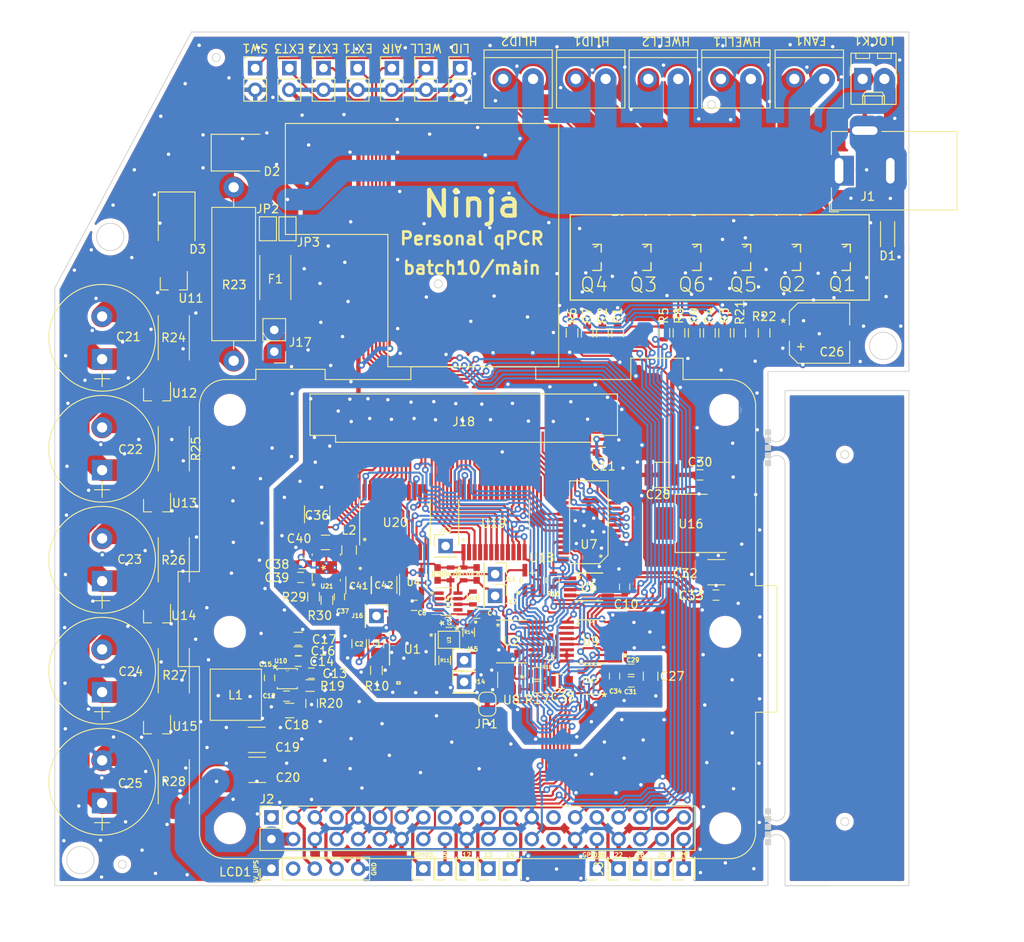
<source format=kicad_pcb>
(kicad_pcb (version 20171130) (host pcbnew "(5.1.6-0-10_14)")
  (layers (0 F.Cu signal) (31 B.Cu signal) (34 B.Paste user) (35 F.Paste user) (36 B.SilkS user) (37 F.SilkS user) (38 B.Mask user) (39 F.Mask user) (44 Edge.Cuts user))
  (net 0 "")
  (net 1 "Net-(C1-Pad1)")
  (net 2 GND)
  (net 3 "Net-(C2-Pad1)")
  (net 4 GNDA)
  (net 5 3V3D)
  (net 6 3V3A)
  (net 7 PD_MUX_OUT)
  (net 8 /Photo/GAIN_LARGE)
  (net 9 /Photo/GAIN_SMALL)
  (net 10 /Photo/AMP_OUT)
  (net 11 -1V)
  (net 12 5V_UPS)
  (net 13 /5V_UPS/SS)
  (net 14 12V_UPS)
  (net 15 "Net-(C22-Pad2)")
  (net 16 /5V_UPS/FB)
  (net 17 12V)
  (net 18 "Net-(D2-Pad1)")
  (net 19 "Net-(FAN1-Pad2)")
  (net 20 "Net-(HLID1-Pad2)")
  (net 21 "Net-(HLID2-Pad2)")
  (net 22 "Net-(HWELL1-Pad2)")
  (net 23 "Net-(HWELL2-Pad2)")
  (net 24 PD_TH2)
  (net 25 THERM_R_SWITCH)
  (net 26 MUX_SELECT)
  (net 27 /GPIO13)
  (net 28 /FAN)
  (net 29 MUX_S3)
  (net 30 /GPIO26)
  (net 31 /GPIO22)
  (net 32 /GPIO5)
  (net 33 DLOCK)
  (net 34 DOPEN)
  (net 35 /WELL_HEATER)
  (net 36 /GPIO28)
  (net 37 PD_TH1)
  (net 38 /GPIO12)
  (net 39 MUX_S2)
  (net 40 /LID_HEATER)
  (net 41 MUX_S1)
  (net 42 VIN_SENSE)
  (net 43 /GPIO14)
  (net 44 I2C_SCL)
  (net 45 MUX_S0)
  (net 46 /GPIO3)
  (net 47 I2C_SDA)
  (net 48 /Photo/PHOTO_OUT_P)
  (net 49 /Photo/PHOTO_OUT_N)
  (net 50 THERM_MUX_OUT)
  (net 51 N_LED_OUT8)
  (net 52 N_LED_OUT7)
  (net 53 N_LED_OUT6)
  (net 54 N_LED_OUT5)
  (net 55 N_LED_OUT4)
  (net 56 N_LED_OUT3)
  (net 57 N_LED_OUT2)
  (net 58 N_LED_OUT1)
  (net 59 S_LED_OUT1)
  (net 60 S_LED_OUT2)
  (net 61 S_LED_OUT3)
  (net 62 S_LED_OUT4)
  (net 63 S_LED_OUT5)
  (net 64 S_LED_OUT6)
  (net 65 S_LED_OUT7)
  (net 66 S_LED_OUT8)
  (net 67 "Net-(LOCK1-Pad1)")
  (net 68 "Net-(Q1-Pad1)")
  (net 69 "Net-(Q2-Pad1)")
  (net 70 "Net-(Q3-Pad1)")
  (net 71 "Net-(Q5-Pad1)")
  (net 72 "Net-(R11-Pad1)")
  (net 73 "Net-(R14-Pad1)")
  (net 74 /Photo/AMP_GAIN_SW)
  (net 75 "Net-(R16-Pad1)")
  (net 76 THERM_AIR)
  (net 77 THERM_EXT1)
  (net 78 THERM_EXT2)
  (net 79 THERM_EXT3)
  (net 80 THERM_LID)
  (net 81 THERM_WELL)
  (net 82 CLKIN)
  (net 83 /PhotoLED/LED_IREF)
  (net 84 "Net-(C13-Pad2)")
  (net 85 "Net-(C15-Pad2)")
  (net 86 "Net-(C15-Pad1)")
  (net 87 "Net-(C21-Pad1)")
  (net 88 "Net-(C21-Pad2)")
  (net 89 "Net-(C23-Pad2)")
  (net 90 "Net-(C24-Pad2)")
  (net 91 "Net-(C34-Pad1)")
  (net 92 "Net-(C37-Pad1)")
  (net 93 "Net-(C39-Pad1)")
  (net 94 "Net-(C40-Pad1)")
  (net 95 "Net-(C40-Pad2)")
  (net 96 /PhotoMUX/S_PD_OUT16)
  (net 97 /PhotoMUX/S_PD_OUT15)
  (net 98 /PhotoMUX/S_PD_OUT14)
  (net 99 /PhotoMUX/S_PD_OUT13)
  (net 100 /PhotoMUX/S_PD_OUT12)
  (net 101 /PhotoMUX/S_PD_OUT11)
  (net 102 /PhotoMUX/S_PD_OUT10)
  (net 103 /PhotoMUX/S_PD_OUT9)
  (net 104 /PhotoMUX/S_PD_OUT8)
  (net 105 /PhotoMUX/S_PD_OUT7)
  (net 106 /PhotoMUX/S_PD_OUT6)
  (net 107 /PhotoMUX/S_PD_OUT5)
  (net 108 /PhotoMUX/S_PD_OUT4)
  (net 109 /PhotoMUX/S_PD_OUT3)
  (net 110 /PhotoMUX/S_PD_OUT2)
  (net 111 /PhotoMUX/S_PD_OUT1)
  (net 112 /PhotoMUX/N_PD_OUT1)
  (net 113 /PhotoMUX/N_PD_OUT2)
  (net 114 /PhotoMUX/N_PD_OUT3)
  (net 115 /PhotoMUX/N_PD_OUT4)
  (net 116 /PhotoMUX/N_PD_OUT5)
  (net 117 /PhotoMUX/N_PD_OUT6)
  (net 118 /PhotoMUX/N_PD_OUT7)
  (net 119 /PhotoMUX/N_PD_OUT8)
  (net 120 /PhotoMUX/N_PD_OUT9)
  (net 121 /PhotoMUX/N_PD_OUT10)
  (net 122 /PhotoMUX/N_PD_OUT11)
  (net 123 /PhotoMUX/N_PD_OUT12)
  (net 124 /PhotoMUX/N_PD_OUT13)
  (net 125 /PhotoMUX/N_PD_OUT14)
  (net 126 /PhotoMUX/N_PD_OUT15)
  (net 127 /PhotoMUX/N_PD_OUT16)
  (net 128 "Net-(R17-Pad2)")
  (net 129 "Net-(R18-Pad2)")
  (net 130 "Net-(R29-Pad1)")
  (net 131 "Net-(R29-Pad2)")
  (net 132 /PhotoMUX/MUX_SELECT_INV)
  (net 133 /GPIO29)
  (net 134 /GPIO25)
  (module Ninja-qPCR:BD9D323QWZ-E2 (layer F.Cu) (at 107.22 125.75)
    (fp_text reference U10 (at -0.76 -2.08 180) (layer F.SilkS) (effects (font (size 0.508 0.508) (thickness 0.127))))
    (fp_text value BD9D323QWZ-E2 hide)
    (fp_text user * (at -1.44 -1.09) (layer F.SilkS))
    (pad 9 smd rect (at 0 0.648) (size 0.8382 0.7112) (layers F.Cu F.Paste F.Mask) (net 2 GND))
    (pad 8 smd rect (at 0.775 -0.599999) (size 0.4572 0.254) (layers F.Cu F.Paste F.Mask) (net 14 12V_UPS))
    (pad 7 smd rect (at 0.775 -0.2) (size 0.4572 0.254) (layers F.Cu F.Paste F.Mask) (net 84 "Net-(C13-Pad2)"))
    (pad 6 smd rect (at 0.775 0.2) (size 0.4572 0.254) (layers F.Cu F.Paste F.Mask) (net 16 /5V_UPS/FB))
    (pad 5 smd rect (at 0.775 0.599999) (size 0.4572 0.254) (layers F.Cu F.Paste F.Mask) (net 13 /5V_UPS/SS))
    (pad 4 smd rect (at -0.775 0.599999) (size 0.4572 0.254) (layers F.Cu F.Paste F.Mask) (net 2 GND))
    (pad 3 smd rect (at -0.775 0.2) (size 0.4572 0.254) (layers F.Cu F.Paste F.Mask) (net 86 "Net-(C15-Pad1)"))
    (pad 2 smd rect (at -0.775 -0.2) (size 0.4572 0.254) (layers F.Cu F.Paste F.Mask) (net 85 "Net-(C15-Pad2)"))
    (pad 1 smd rect (at -0.775 -0.599999) (size 0.4572 0.254) (layers F.Cu F.Paste F.Mask) (net 14 12V_UPS))
  )
  (module Capacitors_SMD:C_0603 (layer F.Cu) (at 105.15 125.65 90)
    (fp_text reference C15 (at 1.58 -0.48) (layer F.SilkS) (effects (font (size 0.508 0.508) (thickness 0.127))))
    (fp_text value 0.1uF)
    (pad 1 smd rect (at -0.75 0 90) (size 0.8 0.75) (layers F.Cu F.Paste F.Mask) (net 86 "Net-(C15-Pad1)"))
    (pad 2 smd rect (at 0.75 0 90) (size 0.8 0.75) (layers F.Cu F.Paste F.Mask) (net 85 "Net-(C15-Pad2)"))
  )
  (module Capacitors_SMD:C_0805 (layer F.Cu) (at 107.5 129.48 180)
    (fp_text reference C18 (at -0.82 -1.68) (layer F.SilkS))
    (fp_text value DNP)
    (pad 1 smd rect (at -1 0 180) (size 1 1.25) (layers F.Cu F.Paste F.Mask) (net 16 /5V_UPS/FB))
    (pad 2 smd rect (at 1 0 180) (size 1 1.25) (layers F.Cu F.Paste F.Mask) (net 12 5V_UPS))
  )
  (module Capacitors_SMD:C_1210 (layer F.Cu) (at 103.65 132.91 180)
    (fp_text reference C19 (at -3.6 -0.87) (layer F.SilkS))
    (fp_text value 22uF)
    (pad 2 smd rect (at 1.5 0 180) (size 1 2.5) (layers F.Cu F.Paste F.Mask) (net 12 5V_UPS))
    (pad 1 smd rect (at -1.5 0 180) (size 1 2.5) (layers F.Cu F.Paste F.Mask) (net 2 GND))
  )
  (module Capacitors_SMD:C_0603 (layer F.Cu) (at 107.13 127.8)
    (fp_text reference C12 (at -2.03 -0.03 180) (layer F.SilkS) (effects (font (size 0.508 0.508) (thickness 0.127))))
    (fp_text value 1000pF)
    (pad 2 smd rect (at 0.75 0) (size 0.8 0.75) (layers F.Cu F.Paste F.Mask) (net 13 /5V_UPS/SS))
    (pad 1 smd rect (at -0.75 0) (size 0.8 0.75) (layers F.Cu F.Paste F.Mask) (net 2 GND))
  )
  (module Ninja-qPCR:Raspberry_Pi_3A+_3B+_4B_Zero_FaceDown_HDMI-R (layer F.Cu) (at 105.37 142 90)
    (fp_text reference J2 (at 2.14 -0.53) (layer F.SilkS))
    (fp_text value Raspberry_Pi_3A_Plus_wpi)
    (pad "" np_thru_hole circle (at -1.27 53.13 180) (size 2.75 2.75) (drill 2.75) (layers *.Cu *.Mask))
    (pad "" np_thru_hole circle (at 47.73 -4.87 180) (size 2.75 2.75) (drill 2.75) (layers *.Cu *.Mask))
    (pad "" np_thru_hole circle (at 47.73 53.13 180) (size 2.75 2.75) (drill 2.75) (layers *.Cu *.Mask))
    (pad "" np_thru_hole circle (at -1.27 -4.87 180) (size 2.75 2.75) (drill 2.75) (layers *.Cu *.Mask))
    (pad 40 thru_hole oval (at -2.54 48.26 90) (size 1.7 1.7) (drill 1) (layers *.Cu *.Mask) (net 133 /GPIO29))
    (pad 39 thru_hole oval (at 0 48.26 90) (size 1.7 1.7) (drill 1) (layers *.Cu *.Mask) (net 2 GND))
    (pad 26 thru_hole oval (at -2.54 30.48 90) (size 1.7 1.7) (drill 1) (layers *.Cu *.Mask) (net 25 THERM_R_SWITCH))
    (pad 25 thru_hole oval (at 0 30.48 90) (size 1.7 1.7) (drill 1) (layers *.Cu *.Mask) (net 2 GND))
    (pad 22 thru_hole oval (at -2.54 25.4 90) (size 1.7 1.7) (drill 1) (layers *.Cu *.Mask) (net 26 MUX_SELECT))
    (pad 21 thru_hole oval (at 0 25.4 90) (size 1.7 1.7) (drill 1) (layers *.Cu *.Mask) (net 27 /GPIO13))
    (pad 30 thru_hole oval (at -2.54 35.56 90) (size 1.7 1.7) (drill 1) (layers *.Cu *.Mask) (net 2 GND))
    (pad 29 thru_hole oval (at 0 35.56 90) (size 1.7 1.7) (drill 1) (layers *.Cu *.Mask) (net 28 /FAN))
    (pad 8 thru_hole oval (at -2.54 7.62 90) (size 1.7 1.7) (drill 1) (layers *.Cu *.Mask) (net 29 MUX_S3))
    (pad 7 thru_hole oval (at 0 7.62 90) (size 1.7 1.7) (drill 1) (layers *.Cu *.Mask))
    (pad 32 thru_hole oval (at -2.54 38.1 90) (size 1.7 1.7) (drill 1) (layers *.Cu *.Mask) (net 30 /GPIO26))
    (pad 31 thru_hole oval (at 0 38.1 90) (size 1.7 1.7) (drill 1) (layers *.Cu *.Mask) (net 31 /GPIO22))
    (pad 18 thru_hole oval (at -2.54 20.32 90) (size 1.7 1.7) (drill 1) (layers *.Cu *.Mask) (net 32 /GPIO5))
    (pad 17 thru_hole oval (at 0 20.32 90) (size 1.7 1.7) (drill 1) (layers *.Cu *.Mask))
    (pad 36 thru_hole oval (at -2.54 43.18 90) (size 1.7 1.7) (drill 1) (layers *.Cu *.Mask) (net 33 DLOCK))
    (pad 35 thru_hole oval (at 0 43.18 90) (size 1.7 1.7) (drill 1) (layers *.Cu *.Mask) (net 34 DOPEN))
    (pad 34 thru_hole oval (at -2.54 40.64 90) (size 1.7 1.7) (drill 1) (layers *.Cu *.Mask) (net 2 GND))
    (pad 33 thru_hole oval (at 0 40.64 90) (size 1.7 1.7) (drill 1) (layers *.Cu *.Mask) (net 35 /WELL_HEATER))
    (pad 38 thru_hole oval (at -2.54 45.72 90) (size 1.7 1.7) (drill 1) (layers *.Cu *.Mask) (net 36 /GPIO28))
    (pad 37 thru_hole oval (at 0 45.72 90) (size 1.7 1.7) (drill 1) (layers *.Cu *.Mask) (net 134 /GPIO25))
    (pad 20 thru_hole oval (at -2.54 22.86 90) (size 1.7 1.7) (drill 1) (layers *.Cu *.Mask) (net 2 GND))
    (pad 19 thru_hole oval (at 0 22.86 90) (size 1.7 1.7) (drill 1) (layers *.Cu *.Mask) (net 38 /GPIO12))
    (pad 10 thru_hole oval (at -2.54 10.16 90) (size 1.7 1.7) (drill 1) (layers *.Cu *.Mask) (net 39 MUX_S2))
    (pad 9 thru_hole oval (at 0 10.16 90) (size 1.7 1.7) (drill 1) (layers *.Cu *.Mask) (net 2 GND))
    (pad 14 thru_hole oval (at -2.54 15.24 90) (size 1.7 1.7) (drill 1) (layers *.Cu *.Mask) (net 2 GND))
    (pad 13 thru_hole oval (at 0 15.24 90) (size 1.7 1.7) (drill 1) (layers *.Cu *.Mask) (net 40 /LID_HEATER))
    (pad 28 thru_hole oval (at -2.54 33.02 90) (size 1.7 1.7) (drill 1) (layers *.Cu *.Mask))
    (pad 27 thru_hole oval (at 0 33.02 90) (size 1.7 1.7) (drill 1) (layers *.Cu *.Mask))
    (pad 12 thru_hole oval (at -2.54 12.7 90) (size 1.7 1.7) (drill 1) (layers *.Cu *.Mask) (net 41 MUX_S1))
    (pad 11 thru_hole oval (at 0 12.7 90) (size 1.7 1.7) (drill 1) (layers *.Cu *.Mask) (net 42 VIN_SENSE))
    (pad 24 thru_hole oval (at -2.54 27.94 90) (size 1.7 1.7) (drill 1) (layers *.Cu *.Mask))
    (pad 23 thru_hole oval (at 0 27.94 90) (size 1.7 1.7) (drill 1) (layers *.Cu *.Mask) (net 43 /GPIO14))
    (pad 1 thru_hole rect (at 0 0 90) (size 1.7 1.7) (drill 1) (layers *.Cu *.Mask))
    (pad 2 thru_hole oval (at -2.54 0 90) (size 1.7 1.7) (drill 1) (layers *.Cu *.Mask) (net 12 5V_UPS))
    (pad 5 thru_hole oval (at 0 5.08 90) (size 1.7 1.7) (drill 1) (layers *.Cu *.Mask) (net 44 I2C_SCL))
    (pad 4 thru_hole oval (at -2.54 2.54 90) (size 1.7 1.7) (drill 1) (layers *.Cu *.Mask) (net 12 5V_UPS))
    (pad 16 thru_hole oval (at -2.54 17.78 90) (size 1.7 1.7) (drill 1) (layers *.Cu *.Mask) (net 45 MUX_S0))
    (pad 15 thru_hole oval (at 0 17.78 90) (size 1.7 1.7) (drill 1) (layers *.Cu *.Mask) (net 46 /GPIO3))
    (pad 3 thru_hole oval (at 0 2.54 90) (size 1.7 1.7) (drill 1) (layers *.Cu *.Mask) (net 47 I2C_SDA))
    (pad 6 thru_hole oval (at -2.54 5.08 90) (size 1.7 1.7) (drill 1) (layers *.Cu *.Mask) (net 2 GND))
    (pad "" np_thru_hole circle (at 21.73 -4.87 180) (size 2.75 2.75) (drill 2.75) (layers *.Cu *.Mask))
    (pad "" np_thru_hole circle (at 21.73 53.13 180) (size 2.75 2.75) (drill 2.75) (layers *.Cu *.Mask))
  )
  (module Ninja-qPCR:ADS122C04IPWR (layer F.Cu) (at 133.47 121.4)
    (fp_text reference U2 (at -0.02 -0.03) (layer F.SilkS))
    (fp_text value ADS122C04IPWR)
    (pad 16 smd rect (at 2.87 -2.275) (size 1.57 0.41) (layers F.Cu F.Paste F.Mask) (net 44 I2C_SCL))
    (pad 15 smd rect (at 2.87 -1.625) (size 1.57 0.41) (layers F.Cu F.Paste F.Mask) (net 47 I2C_SDA))
    (pad 14 smd rect (at 2.87 -0.975) (size 1.57 0.41) (layers F.Cu F.Paste F.Mask))
    (pad 13 smd rect (at 2.87 -0.325) (size 1.57 0.41) (layers F.Cu F.Paste F.Mask) (net 5 3V3D))
    (pad 12 smd rect (at 2.87 0.325) (size 1.57 0.41) (layers F.Cu F.Paste F.Mask) (net 6 3V3A))
    (pad 11 smd rect (at 2.87 0.975) (size 1.57 0.41) (layers F.Cu F.Paste F.Mask) (net 4 GNDA))
    (pad 10 smd rect (at 2.87 1.625) (size 1.57 0.41) (layers F.Cu F.Paste F.Mask) (net 50 THERM_MUX_OUT))
    (pad 9 smd rect (at 2.87 2.275) (size 1.57 0.41) (layers F.Cu F.Paste F.Mask) (net 6 3V3A))
    (pad 8 smd rect (at -2.87 2.275) (size 1.57 0.41) (layers F.Cu F.Paste F.Mask) (net 4 GNDA))
    (pad 7 smd rect (at -2.87 1.625) (size 1.57 0.41) (layers F.Cu F.Paste F.Mask) (net 49 /Photo/PHOTO_OUT_N))
    (pad 6 smd rect (at -2.87 0.975) (size 1.57 0.41) (layers F.Cu F.Paste F.Mask) (net 48 /Photo/PHOTO_OUT_P))
    (pad 5 smd rect (at -2.87 0.325) (size 1.57 0.41) (layers F.Cu F.Paste F.Mask) (net 4 GNDA))
    (pad 4 smd rect (at -2.87 -0.325) (size 1.57 0.41) (layers F.Cu F.Paste F.Mask) (net 2 GND))
    (pad 3 smd rect (at -2.87 -0.975) (size 1.57 0.41) (layers F.Cu F.Paste F.Mask) (net 5 3V3D))
    (pad 2 smd rect (at -2.87 -1.625) (size 1.57 0.41) (layers F.Cu F.Paste F.Mask) (net 2 GND))
    (pad 1 smd rect (at -2.87 -2.275) (size 1.57 0.41) (layers F.Cu F.Paste F.Mask) (net 2 GND))
  )
  (module Pin_Headers:Pin_Header_Straight_1x01_Pitch2.54mm (layer F.Cu) (at 117.67 118.4 270)
    (fp_text reference J16 (at -0.03 2.25) (layer F.SilkS) (effects (font (size 0.508 0.508) (thickness 0.127))))
    (fp_text value Conn_01x01_Male)
    (pad 1 thru_hole rect (at 0 0 270) (size 1.7 1.7) (drill 1) (layers *.Cu *.Mask) (net 10 /Photo/AMP_OUT))
  )
  (module Pin_Headers:Pin_Header_Straight_1x02_Pitch2.54mm (layer F.Cu) (at 105.7 87.44 180)
    (fp_text reference J17 (at -3.05 1.09) (layer F.SilkS))
    (fp_text value Conn_01x02_Male)
    (pad 1 thru_hole rect (at 0 0 180) (size 1.7 1.7) (drill 1) (layers *.Cu *.Mask) (net 14 12V_UPS))
    (pad 2 thru_hole oval (at 0 2.54 180) (size 1.7 1.7) (drill 1) (layers *.Cu *.Mask) (net 2 GND))
  )
  (module Ninja-qPCR:ADA2200ARUZ (layer F.Cu) (at 121.87 122.31 270)
    (fp_text reference U1 (at 0 0 180) (layer F.SilkS))
    (fp_text value ADA2200ARUZ hide)
    (fp_text user * (at -3.0734 -3.773601 90) (layer F.SilkS))
    (fp_text user * (at -3.0734 -3.773601 90) (layer F.SilkS))
    (pad 16 smd rect (at 2.8194 -2.274999 270) (size 1.4732 0.3556) (layers F.Cu F.Paste F.Mask))
    (pad 15 smd rect (at 2.8194 -1.624998 270) (size 1.4732 0.3556) (layers F.Cu F.Paste F.Mask))
    (pad 14 smd rect (at 2.8194 -0.974999 270) (size 1.4732 0.3556) (layers F.Cu F.Paste F.Mask))
    (pad 13 smd rect (at 2.8194 -0.324998 270) (size 1.4732 0.3556) (layers F.Cu F.Paste F.Mask))
    (pad 12 smd rect (at 2.8194 0.325001 270) (size 1.4732 0.3556) (layers F.Cu F.Paste F.Mask) (net 5 3V3D))
    (pad 11 smd rect (at 2.8194 0.974999 270) (size 1.4732 0.3556) (layers F.Cu F.Paste F.Mask) (net 48 /Photo/PHOTO_OUT_P))
    (pad 10 smd rect (at 2.8194 1.625001 270) (size 1.4732 0.3556) (layers F.Cu F.Paste F.Mask) (net 49 /Photo/PHOTO_OUT_N))
    (pad 9 smd rect (at 2.8194 2.274999 270) (size 1.4732 0.3556) (layers F.Cu F.Paste F.Mask) (net 1 "Net-(C1-Pad1)"))
    (pad 8 smd rect (at -2.8194 2.274999 270) (size 1.4732 0.3556) (layers F.Cu F.Paste F.Mask) (net 3 "Net-(C2-Pad1)"))
    (pad 7 smd rect (at -2.8194 1.624998 270) (size 1.4732 0.3556) (layers F.Cu F.Paste F.Mask) (net 4 GNDA))
    (pad 6 smd rect (at -2.8194 0.974999 270) (size 1.4732 0.3556) (layers F.Cu F.Paste F.Mask) (net 10 /Photo/AMP_OUT))
    (pad 5 smd rect (at -2.8194 0.324998 270) (size 1.4732 0.3556) (layers F.Cu F.Paste F.Mask) (net 2 GND))
    (pad 4 smd rect (at -2.8194 -0.325001 270) (size 1.4732 0.3556) (layers F.Cu F.Paste F.Mask) (net 72 "Net-(R11-Pad1)"))
    (pad 3 smd rect (at -2.8194 -0.974999 270) (size 1.4732 0.3556) (layers F.Cu F.Paste F.Mask))
    (pad 2 smd rect (at -2.8194 -1.625001 270) (size 1.4732 0.3556) (layers F.Cu F.Paste F.Mask))
    (pad 1 smd rect (at -2.8194 -2.274999 270) (size 1.4732 0.3556) (layers F.Cu F.Paste F.Mask) (net 82 CLKIN))
  )
  (module Resistors_SMD:R_0603 (layer F.Cu) (at 117.66 124.77 270)
    (fp_text reference R10 (at 1.85 -0.07 180) (layer F.SilkS))
    (fp_text value 10k)
    (pad 2 smd rect (at 0.75 0 270) (size 0.5 0.9) (layers F.Cu F.Paste F.Mask) (net 5 3V3D))
    (pad 1 smd rect (at -0.75 0 270) (size 0.5 0.9) (layers F.Cu F.Paste F.Mask) (net 1 "Net-(C1-Pad1)"))
  )
  (module Resistors_SMD:R_0603 (layer F.Cu) (at 128.46 120.32 90)
    (fp_text reference R14 (at 0.02 0.04 180) (layer F.SilkS) (effects (font (size 0.381 0.381) (thickness 0.09525))))
    (fp_text value 10k)
    (pad 2 smd rect (at 0.75 0 90) (size 0.5 0.9) (layers F.Cu F.Paste F.Mask) (net 5 3V3D))
    (pad 1 smd rect (at -0.75 0 90) (size 0.5 0.9) (layers F.Cu F.Paste F.Mask) (net 73 "Net-(R14-Pad1)"))
  )
  (module Capacitors_SMD:C_0603 (layer F.Cu) (at 126.15 119.14 180)
    (fp_text reference C7 (at -0.06 -0.02 270) (layer F.SilkS) (effects (font (size 0.381 0.381) (thickness 0.09525))))
    (fp_text value 0.1uF)
    (pad 1 smd rect (at -0.75 0 180) (size 0.8 0.75) (layers F.Cu F.Paste F.Mask) (net 5 3V3D))
    (pad 2 smd rect (at 0.75 0 180) (size 0.8 0.75) (layers F.Cu F.Paste F.Mask) (net 2 GND))
  )
  (module Ninja-qPCR:ASDK-32.768KHZ-LRT (layer F.Cu) (at 126.15 121.19 180)
    (fp_text reference U3 (at -0.02 -0.04 90) (layer F.SilkS) (effects (font (size 0.381 0.381) (thickness 0.09525))))
    (fp_text value COM1305-0.032768-EXT-T-TR)
    (fp_text user * (at -0.95 1.03) (layer F.SilkS))
    (pad 1 smd rect (at -0.8125 0.6125 180) (size 1 0.9) (layers F.Cu F.Paste F.Mask) (net 73 "Net-(R14-Pad1)"))
    (pad 2 smd rect (at 0.8125 0.6125 180) (size 1 0.9) (layers F.Cu F.Paste F.Mask) (net 2 GND))
    (pad 3 smd rect (at 0.8125 -0.6125 180) (size 1 0.9) (layers F.Cu F.Paste F.Mask) (net 82 CLKIN))
    (pad 4 smd rect (at -0.8125 -0.6125 180) (size 1 0.9) (layers F.Cu F.Paste F.Mask) (net 5 3V3D))
  )
  (module Capacitors_SMD:C_0805 (layer F.Cu) (at 115.64 121.66 90)
    (fp_text reference C2 (at -0.03 0) (layer F.SilkS) (effects (font (size 0.508 0.508) (thickness 0.127))))
    (fp_text value 4.7uF)
    (pad 2 smd rect (at 1 0 90) (size 1 1.25) (layers F.Cu F.Paste F.Mask) (net 4 GNDA))
    (pad 1 smd rect (at -1 0 90) (size 1 1.25) (layers F.Cu F.Paste F.Mask) (net 3 "Net-(C2-Pad1)"))
  )
  (module Ninja-qPCR:SOP65P780X200-24N (layer F.Cu) (at 119.83 107.43 90)
    (fp_text reference U20 (at -0.03 0.04 180) (layer F.SilkS))
    (fp_text value CD74HC4067M96)
    (pad 24 smd rect (at 3.505 -3.575 90) (size 1.9 0.48) (layers F.Cu F.Paste F.Mask) (net 5 3V3D))
    (pad 23 smd rect (at 3.505 -2.925 90) (size 1.9 0.48) (layers F.Cu F.Paste F.Mask) (net 119 /PhotoMUX/N_PD_OUT8))
    (pad 22 smd rect (at 3.505 -2.275 90) (size 1.9 0.48) (layers F.Cu F.Paste F.Mask) (net 118 /PhotoMUX/N_PD_OUT7))
    (pad 21 smd rect (at 3.505 -1.625 90) (size 1.9 0.48) (layers F.Cu F.Paste F.Mask) (net 117 /PhotoMUX/N_PD_OUT6))
    (pad 20 smd rect (at 3.505 -0.975 90) (size 1.9 0.48) (layers F.Cu F.Paste F.Mask) (net 116 /PhotoMUX/N_PD_OUT5))
    (pad 19 smd rect (at 3.505 -0.325 90) (size 1.9 0.48) (layers F.Cu F.Paste F.Mask) (net 115 /PhotoMUX/N_PD_OUT4))
    (pad 18 smd rect (at 3.505 0.325 90) (size 1.9 0.48) (layers F.Cu F.Paste F.Mask) (net 114 /PhotoMUX/N_PD_OUT3))
    (pad 17 smd rect (at 3.505 0.975 90) (size 1.9 0.48) (layers F.Cu F.Paste F.Mask) (net 113 /PhotoMUX/N_PD_OUT2))
    (pad 16 smd rect (at 3.505 1.625 90) (size 1.9 0.48) (layers F.Cu F.Paste F.Mask) (net 112 /PhotoMUX/N_PD_OUT1))
    (pad 15 smd rect (at 3.505 2.275 90) (size 1.9 0.48) (layers F.Cu F.Paste F.Mask) (net 26 MUX_SELECT))
    (pad 14 smd rect (at 3.505 2.925 90) (size 1.9 0.48) (layers F.Cu F.Paste F.Mask) (net 39 MUX_S2))
    (pad 13 smd rect (at 3.505 3.575 90) (size 1.9 0.48) (layers F.Cu F.Paste F.Mask) (net 29 MUX_S3))
    (pad 12 smd rect (at -3.505 3.575 90) (size 1.9 0.48) (layers F.Cu F.Paste F.Mask) (net 11 -1V))
    (pad 11 smd rect (at -3.505 2.925 90) (size 1.9 0.48) (layers F.Cu F.Paste F.Mask) (net 41 MUX_S1))
    (pad 10 smd rect (at -3.505 2.275 90) (size 1.9 0.48) (layers F.Cu F.Paste F.Mask) (net 45 MUX_S0))
    (pad 9 smd rect (at -3.505 1.625 90) (size 1.9 0.48) (layers F.Cu F.Paste F.Mask) (net 120 /PhotoMUX/N_PD_OUT9))
    (pad 8 smd rect (at -3.505 0.975 90) (size 1.9 0.48) (layers F.Cu F.Paste F.Mask) (net 121 /PhotoMUX/N_PD_OUT10))
    (pad 7 smd rect (at -3.505 0.325 90) (size 1.9 0.48) (layers F.Cu F.Paste F.Mask) (net 122 /PhotoMUX/N_PD_OUT11))
    (pad 6 smd rect (at -3.505 -0.325 90) (size 1.9 0.48) (layers F.Cu F.Paste F.Mask) (net 123 /PhotoMUX/N_PD_OUT12))
    (pad 5 smd rect (at -3.505 -0.975 90) (size 1.9 0.48) (layers F.Cu F.Paste F.Mask) (net 124 /PhotoMUX/N_PD_OUT13))
    (pad 4 smd rect (at -3.505 -1.625 90) (size 1.9 0.48) (layers F.Cu F.Paste F.Mask) (net 125 /PhotoMUX/N_PD_OUT14))
    (pad 3 smd rect (at -3.505 -2.275 90) (size 1.9 0.48) (layers F.Cu F.Paste F.Mask) (net 126 /PhotoMUX/N_PD_OUT15))
    (pad 2 smd rect (at -3.505 -2.925 90) (size 1.9 0.48) (layers F.Cu F.Paste F.Mask) (net 127 /PhotoMUX/N_PD_OUT16))
    (pad 1 smd rect (at -3.505 -3.575 90) (size 1.9 0.48) (layers F.Cu F.Paste F.Mask) (net 7 PD_MUX_OUT))
  )
  (module Ninja-qPCR:PCA9955B (layer F.Cu) (at 142.53 107.43 90)
    (fp_text reference U7 (at -2.59 0.01) (layer F.SilkS))
    (fp_text value PCA9955B hide)
    (pad 29 smd rect (at 0 0 90) (size 3.4 2.2) (layers F.Cu) (net 2 GND))
    (pad 14 smd rect (at 4.325 3.05 90) (size 0.6 1.35) (layers F.Cu F.Paste F.Mask) (net 66 S_LED_OUT8))
    (pad 15 smd rect (at 4.325 -3.05 90) (size 0.6 1.35) (layers F.Cu F.Paste F.Mask) (net 51 N_LED_OUT8))
    (pad 13 smd rect (at 3.575 3.05 90) (size 0.4 1.35) (layers F.Cu F.Paste F.Mask) (net 65 S_LED_OUT7))
    (pad 16 smd rect (at 3.575 -3.05 90) (size 0.4 1.35) (layers F.Cu F.Paste F.Mask) (net 52 N_LED_OUT7))
    (pad 12 smd rect (at 2.925 3.05 90) (size 0.4 1.35) (layers F.Cu F.Paste F.Mask) (net 64 S_LED_OUT6))
    (pad 17 smd rect (at 2.925 -3.05 90) (size 0.4 1.35) (layers F.Cu F.Paste F.Mask) (net 53 N_LED_OUT6))
    (pad 11 smd rect (at 2.275 3.05 90) (size 0.4 1.35) (layers F.Cu F.Paste F.Mask) (net 63 S_LED_OUT5))
    (pad 18 smd rect (at 2.275 -3.05 90) (size 0.4 1.35) (layers F.Cu F.Paste F.Mask) (net 54 N_LED_OUT5))
    (pad 10 smd rect (at 1.625 3.05 90) (size 0.4 1.35) (layers F.Cu F.Paste F.Mask) (net 2 GND))
    (pad 19 smd rect (at 1.625 -3.05 90) (size 0.4 1.35) (layers F.Cu F.Paste F.Mask) (net 2 GND))
    (pad 9 smd rect (at 0.975 3.05 90) (size 0.4 1.35) (layers F.Cu F.Paste F.Mask) (net 62 S_LED_OUT4))
    (pad 20 smd rect (at 0.975 -3.05 90) (size 0.4 1.35) (layers F.Cu F.Paste F.Mask) (net 55 N_LED_OUT4))
    (pad 8 smd rect (at 0.325 3.05 90) (size 0.4 1.35) (layers F.Cu F.Paste F.Mask) (net 61 S_LED_OUT3))
    (pad 21 smd rect (at 0.325 -3.05 90) (size 0.4 1.35) (layers F.Cu F.Paste F.Mask) (net 56 N_LED_OUT3))
    (pad 7 smd rect (at -0.325 3.05 90) (size 0.4 1.35) (layers F.Cu F.Paste F.Mask) (net 60 S_LED_OUT2))
    (pad 22 smd rect (at -0.325 -3.05 90) (size 0.4 1.35) (layers F.Cu F.Paste F.Mask) (net 57 N_LED_OUT2))
    (pad 6 smd rect (at -0.975 3.05 90) (size 0.4 1.35) (layers F.Cu F.Paste F.Mask) (net 59 S_LED_OUT1))
    (pad 23 smd rect (at -0.975 -3.05 90) (size 0.4 1.35) (layers F.Cu F.Paste F.Mask) (net 58 N_LED_OUT1))
    (pad 5 smd rect (at -1.625 3.05 90) (size 0.4 1.35) (layers F.Cu F.Paste F.Mask))
    (pad 24 smd rect (at -1.625 -3.05 90) (size 0.4 1.35) (layers F.Cu F.Paste F.Mask) (net 2 GND))
    (pad 4 smd rect (at -2.275 3.05 90) (size 0.4 1.35) (layers F.Cu F.Paste F.Mask) (net 2 GND))
    (pad 25 smd rect (at -2.275 -3.05 90) (size 0.4 1.35) (layers F.Cu F.Paste F.Mask) (net 75 "Net-(R16-Pad1)"))
    (pad 3 smd rect (at -2.925 3.05 90) (size 0.4 1.35) (layers F.Cu F.Paste F.Mask) (net 2 GND))
    (pad 26 smd rect (at -2.925 -3.05 90) (size 0.4 1.35) (layers F.Cu F.Paste F.Mask) (net 44 I2C_SCL))
    (pad 2 smd rect (at -3.575 3.05 90) (size 0.4 1.35) (layers F.Cu F.Paste F.Mask) (net 5 3V3D))
    (pad 27 smd rect (at -3.575 -3.05 90) (size 0.4 1.35) (layers F.Cu F.Paste F.Mask) (net 47 I2C_SDA))
    (pad 1 smd rect (at -4.325 3.05 90) (size 0.6 1.35) (layers F.Cu F.Paste F.Mask) (net 83 /PhotoLED/LED_IREF))
    (pad 28 smd rect (at -4.325 -3.05 90) (size 0.6 1.35) (layers F.Cu F.Paste F.Mask) (net 5 3V3D))
  )
  (module Ninja-qPCR:MCP4551T-502E&slash_MS (layer F.Cu) (at 142.53 115)
    (fp_text reference U6 (at 0 0) (layer F.SilkS))
    (fp_text value MCP4551T-503E/MS hide)
    (pad 1 smd rect (at -2.2 -1) (size 1.45 0.45) (layers F.Cu F.Paste F.Mask) (net 5 3V3D))
    (pad 2 smd rect (at -2.2 -0.325) (size 1.45 0.4) (layers F.Cu F.Paste F.Mask) (net 44 I2C_SCL))
    (pad 3 smd rect (at -2.2 0.325) (size 1.45 0.4) (layers F.Cu F.Paste F.Mask) (net 47 I2C_SDA))
    (pad 4 smd rect (at -2.2 1) (size 1.45 0.45) (layers F.Cu F.Paste F.Mask) (net 2 GND))
    (pad 5 smd rect (at 2.2 1) (size 1.45 0.45) (layers F.Cu F.Paste F.Mask) (net 5 3V3D))
    (pad 6 smd rect (at 2.2 0.325) (size 1.45 0.4) (layers F.Cu F.Paste F.Mask) (net 83 /PhotoLED/LED_IREF))
    (pad 7 smd rect (at 2.2 -0.325) (size 1.45 0.4) (layers F.Cu F.Paste F.Mask) (net 2 GND))
    (pad 8 smd rect (at 2.2 -1) (size 1.45 0.45) (layers F.Cu F.Paste F.Mask) (net 5 3V3D))
  )
  (module Ninja-qPCR:TB_SeeedOPL_320110028 (layer F.Cu) (at 170.09 55.5 180)
    (fp_text reference FAN1 (at 1.6 4.49 180 unlocked) (layer F.SilkS))
    (fp_text value Screw_Terminal_01x02)
    (pad 2 thru_hole circle (at 3.5 0 180) (size 2 2) (drill 1.2) (layers *.Cu *.Mask) (net 19 "Net-(FAN1-Pad2)"))
    (pad 1 thru_hole circle (at 0 0 180) (size 2 2) (drill 1.2) (layers *.Cu *.Mask) (net 17 12V))
  )
  (module Ninja-qPCR:TB_SeeedOPL_320110028 (layer F.Cu) (at 144.5 55.5 180)
    (fp_text reference HLID1 (at 1.66 4.43 180 unlocked) (layer F.SilkS))
    (fp_text value Screw_Terminal_01x02)
    (pad 1 thru_hole circle (at 0 0 180) (size 2 2) (drill 1.2) (layers *.Cu *.Mask) (net 17 12V))
    (pad 2 thru_hole circle (at 3.5 0 180) (size 2 2) (drill 1.2) (layers *.Cu *.Mask) (net 20 "Net-(HLID1-Pad2)"))
  )
  (module Ninja-qPCR:TB_SeeedOPL_320110028 (layer F.Cu) (at 136 55.5 180)
    (fp_text reference HLID2 (at 1.61 4.45 180 unlocked) (layer F.SilkS))
    (fp_text value Screw_Terminal_01x02)
    (pad 1 thru_hole circle (at 0 0 180) (size 2 2) (drill 1.2) (layers *.Cu *.Mask) (net 17 12V))
    (pad 2 thru_hole circle (at 3.5 0 180) (size 2 2) (drill 1.2) (layers *.Cu *.Mask) (net 21 "Net-(HLID2-Pad2)"))
  )
  (module Ninja-qPCR:TB_SeeedOPL_320110028 (layer F.Cu) (at 161.5 55.5 180)
    (fp_text reference HWELL1 (at 1.62 4.37 180 unlocked) (layer F.SilkS))
    (fp_text value Screw_Terminal_01x02)
    (pad 2 thru_hole circle (at 3.5 0 180) (size 2 2) (drill 1.2) (layers *.Cu *.Mask) (net 22 "Net-(HWELL1-Pad2)"))
    (pad 1 thru_hole circle (at 0 0 180) (size 2 2) (drill 1.2) (layers *.Cu *.Mask) (net 17 12V))
  )
  (module Ninja-qPCR:TB_SeeedOPL_320110028 (layer F.Cu) (at 153 55.5 180)
    (fp_text reference HWELL2 (at 1.44 4.41 180 unlocked) (layer F.SilkS))
    (fp_text value Screw_Terminal_01x02)
    (pad 1 thru_hole circle (at 0 0 180) (size 2 2) (drill 1.2) (layers *.Cu *.Mask) (net 17 12V))
    (pad 2 thru_hole circle (at 3.5 0 180) (size 2 2) (drill 1.2) (layers *.Cu *.Mask) (net 23 "Net-(HWELL2-Pad2)"))
  )
  (module Connector_BarrelJack:BarrelJack_Horizontal (layer F.Cu) (at 171.829 66.25 180)
    (fp_text reference J1 (at -3.361 -3.01) (layer F.SilkS))
    (fp_text value Barrel_Jack_Switch)
    (pad 3 thru_hole roundrect (at -3 4.7 180) (size 3.5 3.5) (drill oval 3 1) (layers *.Cu *.Mask) (net 2 GND))
    (pad 2 thru_hole roundrect (at -6 0 180) (size 3 3.5) (drill oval 1 3) (layers *.Cu *.Mask) (net 2 GND))
    (pad 1 thru_hole rect (at 0 0 180) (size 3.5 3.5) (drill oval 1 3) (layers *.Cu *.Mask) (net 17 12V))
  )
  (module Pin_Headers:Pin_Header_Straight_1x01_Pitch2.54mm (layer F.Cu) (at 123.15 148 90)
    (fp_text reference J3 hide)
    (fp_text value Conn_01x01_Male)
    (pad 1 thru_hole rect (at 0 0 90) (size 1.7 1.7) (drill 1) (layers *.Cu *.Mask) (net 46 /GPIO3))
  )
  (module Pin_Headers:Pin_Header_Straight_1x01_Pitch2.54mm (layer F.Cu) (at 125.69 148 90)
    (fp_text reference J4 hide)
    (fp_text value Conn_01x01_Male)
    (pad 1 thru_hole rect (at 0 0 90) (size 1.7 1.7) (drill 1) (layers *.Cu *.Mask) (net 32 /GPIO5))
  )
  (module Pin_Headers:Pin_Header_Straight_1x01_Pitch2.54mm (layer F.Cu) (at 128.23 148 90)
    (fp_text reference J5 hide)
    (fp_text value Conn_01x01_Male)
    (pad 1 thru_hole rect (at 0 0 90) (size 1.7 1.7) (drill 1) (layers *.Cu *.Mask) (net 38 /GPIO12))
  )
  (module Pin_Headers:Pin_Header_Straight_1x01_Pitch2.54mm (layer F.Cu) (at 130.77 148 90)
    (fp_text reference J6 hide)
    (fp_text value Conn_01x01_Male)
    (pad 1 thru_hole rect (at 0 0 90) (size 1.7 1.7) (drill 1) (layers *.Cu *.Mask) (net 27 /GPIO13))
  )
  (module Pin_Headers:Pin_Header_Straight_1x01_Pitch2.54mm (layer F.Cu) (at 133.31 148 90)
    (fp_text reference J7 hide)
    (fp_text value Conn_01x01_Male)
    (pad 1 thru_hole rect (at 0 0 90) (size 1.7 1.7) (drill 1) (layers *.Cu *.Mask) (net 43 /GPIO14))
  )
  (module Pin_Headers:Pin_Header_Straight_1x01_Pitch2.54mm (layer F.Cu) (at 146.01 148 90)
    (fp_text reference J8 (at 0 -2.33 90) (layer F.SilkS))
    (fp_text value Conn_01x01_Male)
    (pad 1 thru_hole rect (at 0 0 90) (size 1.7 1.7) (drill 1) (layers *.Cu *.Mask) (net 31 /GPIO22))
  )
  (module Pin_Headers:Pin_Header_Straight_1x01_Pitch2.54mm (layer F.Cu) (at 143.47 148 90)
    (fp_text reference J9 hide)
    (fp_text value Conn_01x01_Male)
    (pad 1 thru_hole rect (at 0 0 90) (size 1.7 1.7) (drill 1) (layers *.Cu *.Mask) (net 30 /GPIO26))
  )
  (module Pin_Headers:Pin_Header_Straight_1x01_Pitch2.54mm (layer F.Cu) (at 148.55 148 90)
    (fp_text reference J10 hide)
    (fp_text value Conn_01x01_Male)
    (pad 1 thru_hole rect (at 0 0 90) (size 1.7 1.7) (drill 1) (layers *.Cu *.Mask) (net 36 /GPIO28))
  )
  (module Jumper:SolderJumper-2_P1.3mm_Bridged_RoundedPad1.0x1.5mm (layer F.Cu) (at 130.64 128.73 90)
    (fp_text reference JP1 (at -2.33 -0.12 180) (layer F.SilkS))
    (fp_text value SolderJumper_2_Bridged)
    (fp_poly (pts (xy 0.25 -0.3) (xy -0.25 -0.3) (xy -0.25 0.3) (xy 0.25 0.3)) (layer F.Cu) (width 0))
    (pad 2 smd custom (at 0.65 0 90) (size 1 0.5) (layers F.Cu F.Mask) (net 4 GNDA) (options (clearance outline) (anchor rect)) (primitives (gr_circle (center 0 0.25) (end 0.5 0.25) (width 0)) (gr_circle (center 0 -0.25) (end 0.5 -0.25) (width 0)) (gr_poly (pts (xy 0 -0.75) (xy -0.5 -0.75) (xy -0.5 0.75) (xy 0 0.75)) (width 0))))
    (pad 1 smd custom (at -0.65 0 90) (size 1 0.5) (layers F.Cu F.Mask) (net 2 GND) (options (clearance outline) (anchor rect)) (primitives (gr_circle (center 0 0.25) (end 0.5 0.25) (width 0)) (gr_circle (center 0 -0.25) (end 0.5 -0.25) (width 0)) (gr_poly (pts (xy 0 -0.75) (xy 0.5 -0.75) (xy 0.5 0.75) (xy 0 0.75)) (width 0))))
  )
  (module Connectors_Molex:Molex_KK-6410-02_02x2.54mm_Straight (layer F.Cu) (at 174.59 55.5)
    (fp_text reference LOCK1 (at 1.33 -4.51 180 unlocked) (layer F.SilkS))
    (fp_text value Conn_01x02_Male)
    (pad 2 thru_hole oval (at 2.54 0) (size 2 2.6) (drill 1.2) (layers *.Cu *.Mask) (net 17 12V))
    (pad 1 thru_hole rect (at 0 0) (size 2 2.6) (drill 1.2) (layers *.Cu *.Mask) (net 67 "Net-(LOCK1-Pad1)"))
  )
  (module Ninja-qPCR:SOT95P240X112-3N (layer F.Cu) (at 172.433332 76.4)
    (fp_text reference Q1 (at -0.243332 3.14) (layer F.SilkS) (effects (font (size 1.640669 1.640669))))
    (fp_text value Q_NMOS_GSD)
    (pad 3 smd rect (at 1.0922 0) (size 1.3208 0.5588) (layers F.Cu F.Paste F.Mask) (net 67 "Net-(LOCK1-Pad1)"))
    (pad 2 smd rect (at -1.0922 0.9398) (size 1.3208 0.5588) (layers F.Cu F.Paste F.Mask) (net 2 GND))
    (pad 1 smd rect (at -1.0922 -0.9398) (size 1.3208 0.5588) (layers F.Cu F.Paste F.Mask) (net 68 "Net-(Q1-Pad1)"))
  )
  (module Ninja-qPCR:SOT95P240X112-3N (layer F.Cu) (at 166.599999 76.4)
    (fp_text reference Q2 (at -0.289999 3.14) (layer F.SilkS) (effects (font (size 1.640669 1.640669))))
    (fp_text value Q_NMOS_GSD)
    (pad 3 smd rect (at 1.0922 0) (size 1.3208 0.5588) (layers F.Cu F.Paste F.Mask) (net 19 "Net-(FAN1-Pad2)"))
    (pad 2 smd rect (at -1.0922 0.9398) (size 1.3208 0.5588) (layers F.Cu F.Paste F.Mask) (net 2 GND))
    (pad 1 smd rect (at -1.0922 -0.9398) (size 1.3208 0.5588) (layers F.Cu F.Paste F.Mask) (net 69 "Net-(Q2-Pad1)"))
  )
  (module Ninja-qPCR:SOT95P240X112-3N (layer F.Cu) (at 149.1 76.4)
    (fp_text reference Q3 (at -0.18 3.19) (layer F.SilkS) (effects (font (size 1.640669 1.640669))))
    (fp_text value Q_NMOS_GSD)
    (pad 1 smd rect (at -1.0922 -0.9398) (size 1.3208 0.5588) (layers F.Cu F.Paste F.Mask) (net 70 "Net-(Q3-Pad1)"))
    (pad 2 smd rect (at -1.0922 0.9398) (size 1.3208 0.5588) (layers F.Cu F.Paste F.Mask) (net 2 GND))
    (pad 3 smd rect (at 1.0922 0) (size 1.3208 0.5588) (layers F.Cu F.Paste F.Mask) (net 20 "Net-(HLID1-Pad2)"))
  )
  (module Ninja-qPCR:SOT95P240X112-3N (layer F.Cu) (at 143.266667 76.4)
    (fp_text reference Q4 (at -0.116667 3.19) (layer F.SilkS) (effects (font (size 1.640669 1.640669))))
    (fp_text value Q_NMOS_GSD)
    (pad 3 smd rect (at 1.0922 0) (size 1.3208 0.5588) (layers F.Cu F.Paste F.Mask) (net 21 "Net-(HLID2-Pad2)"))
    (pad 2 smd rect (at -1.0922 0.9398) (size 1.3208 0.5588) (layers F.Cu F.Paste F.Mask) (net 2 GND))
    (pad 1 smd rect (at -1.0922 -0.9398) (size 1.3208 0.5588) (layers F.Cu F.Paste F.Mask) (net 70 "Net-(Q3-Pad1)"))
  )
  (module Ninja-qPCR:SOT95P240X112-3N (layer F.Cu) (at 160.766666 76.4)
    (fp_text reference Q5 (at -0.156666 3.19) (layer F.SilkS) (effects (font (size 1.640669 1.640669))))
    (fp_text value Q_NMOS_GSD)
    (pad 1 smd rect (at -1.0922 -0.9398) (size 1.3208 0.5588) (layers F.Cu F.Paste F.Mask) (net 71 "Net-(Q5-Pad1)"))
    (pad 2 smd rect (at -1.0922 0.9398) (size 1.3208 0.5588) (layers F.Cu F.Paste F.Mask) (net 2 GND))
    (pad 3 smd rect (at 1.0922 0) (size 1.3208 0.5588) (layers F.Cu F.Paste F.Mask) (net 22 "Net-(HWELL1-Pad2)"))
  )
  (module Ninja-qPCR:SOT95P240X112-3N (layer F.Cu) (at 154.933333 76.4)
    (fp_text reference Q6 (at -0.313333 3.19) (layer F.SilkS) (effects (font (size 1.640669 1.640669))))
    (fp_text value Q_NMOS_GSD)
    (pad 1 smd rect (at -1.0922 -0.9398) (size 1.3208 0.5588) (layers F.Cu F.Paste F.Mask) (net 71 "Net-(Q5-Pad1)"))
    (pad 2 smd rect (at -1.0922 0.9398) (size 1.3208 0.5588) (layers F.Cu F.Paste F.Mask) (net 2 GND))
    (pad 3 smd rect (at 1.0922 0) (size 1.3208 0.5588) (layers F.Cu F.Paste F.Mask) (net 23 "Net-(HWELL2-Pad2)"))
  )
  (module Pin_Headers:Pin_Header_Straight_1x02_Pitch2.54mm (layer F.Cu) (at 103.4655 54.23)
    (fp_text reference SW1 (at 0 -2.33 180 unlocked) (layer F.SilkS))
    (fp_text value SW_Reed)
    (pad 2 thru_hole oval (at 0 2.54) (size 1.7 1.7) (drill 1) (layers *.Cu *.Mask) (net 2 GND))
    (pad 1 thru_hole rect (at 0 0) (size 1.7 1.7) (drill 1) (layers *.Cu *.Mask) (net 34 DOPEN))
  )
  (module Pin_Headers:Pin_Header_Straight_1x02_Pitch2.54mm (layer F.Cu) (at 119.4655 54.23)
    (fp_text reference AIR (at 0 -2.33 180 unlocked) (layer F.SilkS))
    (fp_text value Conn_01x02_Male)
    (pad 1 thru_hole rect (at 0 0) (size 1.7 1.7) (drill 1) (layers *.Cu *.Mask) (net 76 THERM_AIR))
    (pad 2 thru_hole oval (at 0 2.54) (size 1.7 1.7) (drill 1) (layers *.Cu *.Mask) (net 4 GNDA))
  )
  (module Pin_Headers:Pin_Header_Straight_1x02_Pitch2.54mm (layer F.Cu) (at 115.4655 54.23)
    (fp_text reference EXT1 (at 0 -2.33 180 unlocked) (layer F.SilkS))
    (fp_text value Conn_01x02_Male)
    (pad 1 thru_hole rect (at 0 0) (size 1.7 1.7) (drill 1) (layers *.Cu *.Mask) (net 77 THERM_EXT1))
    (pad 2 thru_hole oval (at 0 2.54) (size 1.7 1.7) (drill 1) (layers *.Cu *.Mask) (net 4 GNDA))
  )
  (module Pin_Headers:Pin_Header_Straight_1x02_Pitch2.54mm (layer F.Cu) (at 111.4655 54.23)
    (fp_text reference EXT2 (at 0 -2.33 180 unlocked) (layer F.SilkS))
    (fp_text value Conn_01x02_Male)
    (pad 2 thru_hole oval (at 0 2.54) (size 1.7 1.7) (drill 1) (layers *.Cu *.Mask) (net 4 GNDA))
    (pad 1 thru_hole rect (at 0 0) (size 1.7 1.7) (drill 1) (layers *.Cu *.Mask) (net 78 THERM_EXT2))
  )
  (module Pin_Headers:Pin_Header_Straight_1x02_Pitch2.54mm (layer F.Cu) (at 107.4655 54.23)
    (fp_text reference EXT3 (at 0 -2.33 180 unlocked) (layer F.SilkS))
    (fp_text value Conn_01x02_Male)
    (pad 2 thru_hole oval (at 0 2.54) (size 1.7 1.7) (drill 1) (layers *.Cu *.Mask) (net 4 GNDA))
    (pad 1 thru_hole rect (at 0 0) (size 1.7 1.7) (drill 1) (layers *.Cu *.Mask) (net 79 THERM_EXT3))
  )
  (module Pin_Headers:Pin_Header_Straight_1x02_Pitch2.54mm (layer F.Cu) (at 127.4655 54.23)
    (fp_text reference LID (at 0 -2.33 180 unlocked) (layer F.SilkS))
    (fp_text value Conn_01x02_Male)
    (pad 1 thru_hole rect (at 0 0) (size 1.7 1.7) (drill 1) (layers *.Cu *.Mask) (net 80 THERM_LID))
    (pad 2 thru_hole oval (at 0 2.54) (size 1.7 1.7) (drill 1) (layers *.Cu *.Mask) (net 4 GNDA))
  )
  (module Pin_Headers:Pin_Header_Straight_1x02_Pitch2.54mm (layer F.Cu) (at 123.4655 54.23)
    (fp_text reference WELL (at 0 -2.33 180 unlocked) (layer F.SilkS))
    (fp_text value Conn_01x02_Male)
    (pad 1 thru_hole rect (at 0 0) (size 1.7 1.7) (drill 1) (layers *.Cu *.Mask) (net 81 THERM_WELL))
    (pad 2 thru_hole oval (at 0 2.54) (size 1.7 1.7) (drill 1) (layers *.Cu *.Mask) (net 4 GNDA))
  )
  (module TO_SOT_Packages_SMD:SOT-23-5 (layer F.Cu) (at 121.98 114.42 90)
    (fp_text reference U4 (at -0.08 -0.01 180) (layer F.SilkS) (effects (font (size 0.762 0.762))))
    (fp_text value LMP7717MF_NOPB)
    (pad 5 smd rect (at 1.1 -0.95 90) (size 1.06 0.65) (layers F.Cu F.Paste F.Mask) (net 5 3V3D))
    (pad 4 smd rect (at 1.1 0.95 90) (size 1.06 0.65) (layers F.Cu F.Paste F.Mask) (net 7 PD_MUX_OUT))
    (pad 3 smd rect (at -1.1 0.95 90) (size 1.06 0.65) (layers F.Cu F.Paste F.Mask) (net 4 GNDA))
    (pad 2 smd rect (at -1.1 0 90) (size 1.06 0.65) (layers F.Cu F.Paste F.Mask) (net 11 -1V))
    (pad 1 smd rect (at -1.1 -0.95 90) (size 1.06 0.65) (layers F.Cu F.Paste F.Mask) (net 10 /Photo/AMP_OUT))
  )
  (module TO_SOT_Packages_SMD:SOT-23-8 (layer F.Cu) (at 126.11 116.71)
    (fp_text reference U5 (at 0.03 -0.01 90) (layer F.SilkS) (effects (font (size 0.762 0.762))))
    (fp_text value TS12A12511DCNR)
    (pad 1 smd rect (at -1.1 -0.98) (size 1.06 0.4) (layers F.Cu F.Paste F.Mask) (net 10 /Photo/AMP_OUT))
    (pad 2 smd rect (at -1.1 -0.33) (size 1.06 0.4) (layers F.Cu F.Paste F.Mask) (net 8 /Photo/GAIN_LARGE))
    (pad 3 smd rect (at -1.1 0.33) (size 1.06 0.4) (layers F.Cu F.Paste F.Mask) (net 11 -1V))
    (pad 4 smd rect (at -1.1 0.98) (size 1.06 0.4) (layers F.Cu F.Paste F.Mask) (net 5 3V3D))
    (pad 5 smd rect (at 1.1 0.98) (size 1.06 0.4) (layers F.Cu F.Paste F.Mask))
    (pad 6 smd rect (at 1.1 0.33) (size 1.06 0.4) (layers F.Cu F.Paste F.Mask) (net 74 /Photo/AMP_GAIN_SW))
    (pad 7 smd rect (at 1.1 -0.33) (size 1.06 0.4) (layers F.Cu F.Paste F.Mask) (net 11 -1V))
    (pad 8 smd rect (at 1.1 -0.98) (size 1.06 0.4) (layers F.Cu F.Paste F.Mask) (net 9 /Photo/GAIN_SMALL))
  )
  (module TO_SOT_Packages_SMD:SOT-23-8 (layer F.Cu) (at 133.47 125.88 270)
    (fp_text reference U8 (at 2.37 0 180) (layer F.SilkS))
    (fp_text value TS12A12511DCNR)
    (pad 8 smd rect (at 1.1 -0.98 270) (size 1.06 0.4) (layers F.Cu F.Paste F.Mask) (net 128 "Net-(R17-Pad2)"))
    (pad 7 smd rect (at 1.1 -0.33 270) (size 1.06 0.4) (layers F.Cu F.Paste F.Mask) (net 2 GND))
    (pad 6 smd rect (at 1.1 0.33 270) (size 1.06 0.4) (layers F.Cu F.Paste F.Mask) (net 25 THERM_R_SWITCH))
    (pad 5 smd rect (at 1.1 0.98 270) (size 1.06 0.4) (layers F.Cu F.Paste F.Mask))
    (pad 4 smd rect (at -1.1 0.98 270) (size 1.06 0.4) (layers F.Cu F.Paste F.Mask) (net 5 3V3D))
    (pad 3 smd rect (at -1.1 0.33 270) (size 1.06 0.4) (layers F.Cu F.Paste F.Mask) (net 2 GND))
    (pad 2 smd rect (at -1.1 -0.33 270) (size 1.06 0.4) (layers F.Cu F.Paste F.Mask) (net 129 "Net-(R18-Pad2)"))
    (pad 1 smd rect (at -1.1 -0.98 270) (size 1.06 0.4) (layers F.Cu F.Paste F.Mask) (net 50 THERM_MUX_OUT))
  )
  (module Ninja-qPCR:SN74LV4051APWR (layer F.Cu) (at 142.76 121.4)
    (fp_text reference U9 (at -0.01 -0.01) (layer F.SilkS))
    (fp_text value SN74LV4051APWR hide)
    (pad 16 smd rect (at 2.8194 -2.274999) (size 1.6764 0.3556) (layers F.Cu F.Paste F.Mask) (net 5 3V3D))
    (pad 15 smd rect (at 2.8194 -1.624998) (size 1.6764 0.3556) (layers F.Cu F.Paste F.Mask) (net 80 THERM_LID))
    (pad 14 smd rect (at 2.8194 -0.974999) (size 1.6764 0.3556) (layers F.Cu F.Paste F.Mask) (net 76 THERM_AIR))
    (pad 13 smd rect (at 2.8194 -0.324998) (size 1.6764 0.3556) (layers F.Cu F.Paste F.Mask) (net 81 THERM_WELL))
    (pad 12 smd rect (at 2.8194 0.325001) (size 1.6764 0.3556) (layers F.Cu F.Paste F.Mask) (net 77 THERM_EXT1))
    (pad 11 smd rect (at 2.8194 0.974999) (size 1.6764 0.3556) (layers F.Cu F.Paste F.Mask) (net 45 MUX_S0))
    (pad 10 smd rect (at 2.8194 1.625001) (size 1.6764 0.3556) (layers F.Cu F.Paste F.Mask) (net 41 MUX_S1))
    (pad 9 smd rect (at 2.8194 2.274999) (size 1.6764 0.3556) (layers F.Cu F.Paste F.Mask) (net 39 MUX_S2))
    (pad 8 smd rect (at -2.8194 2.274999) (size 1.6764 0.3556) (layers F.Cu F.Paste F.Mask) (net 2 GND))
    (pad 7 smd rect (at -2.8194 1.624998) (size 1.6764 0.3556) (layers F.Cu F.Paste F.Mask) (net 2 GND))
    (pad 6 smd rect (at -2.8194 0.974999) (size 1.6764 0.3556) (layers F.Cu F.Paste F.Mask) (net 2 GND))
    (pad 5 smd rect (at -2.8194 0.324998) (size 1.6764 0.3556) (layers F.Cu F.Paste F.Mask) (net 79 THERM_EXT3))
    (pad 4 smd rect (at -2.8194 -0.325001) (size 1.6764 0.3556) (layers F.Cu F.Paste F.Mask) (net 24 PD_TH2))
    (pad 3 smd rect (at -2.8194 -0.974999) (size 1.6764 0.3556) (layers F.Cu F.Paste F.Mask) (net 50 THERM_MUX_OUT))
    (pad 2 smd rect (at -2.8194 -1.625001) (size 1.6764 0.3556) (layers F.Cu F.Paste F.Mask) (net 37 PD_TH1))
    (pad 1 smd rect (at -2.8194 -2.274999) (size 1.6764 0.3556) (layers F.Cu F.Paste F.Mask) (net 78 THERM_EXT2))
  )
  (module TO_SOT_Packages_SMD:SOT-23 (layer F.Cu) (at 93.936 79.45 270)
    (fp_text reference U11 (at 1.74 -2.014 180) (layer F.SilkS))
    (fp_text value TL431DBZ)
    (pad 3 smd rect (at 1 0 270) (size 0.9 0.8) (layers F.Cu F.Paste F.Mask) (net 88 "Net-(C21-Pad2)"))
    (pad 2 smd rect (at -1 0.95 270) (size 0.9 0.8) (layers F.Cu F.Paste F.Mask) (net 87 "Net-(C21-Pad1)"))
    (pad 1 smd rect (at -1 -0.95 270) (size 0.9 0.8) (layers F.Cu F.Paste F.Mask) (net 87 "Net-(C21-Pad1)"))
  )
  (module TO_SOT_Packages_SMD:SOT-23 (layer F.Cu) (at 91.976 92.45 270)
    (fp_text reference U12 (at -0.14 -3.214 180) (layer F.SilkS))
    (fp_text value TL431DBZ)
    (pad 1 smd rect (at -1 -0.95 270) (size 0.9 0.8) (layers F.Cu F.Paste F.Mask) (net 88 "Net-(C21-Pad2)"))
    (pad 2 smd rect (at -1 0.95 270) (size 0.9 0.8) (layers F.Cu F.Paste F.Mask) (net 88 "Net-(C21-Pad2)"))
    (pad 3 smd rect (at 1 0 270) (size 0.9 0.8) (layers F.Cu F.Paste F.Mask) (net 15 "Net-(C22-Pad2)"))
  )
  (module TO_SOT_Packages_SMD:SOT-23 (layer F.Cu) (at 91.976 105.45 270)
    (fp_text reference U13 (at -0.26 -3.214 180) (layer F.SilkS))
    (fp_text value TL431DBZ)
    (pad 3 smd rect (at 1 0 270) (size 0.9 0.8) (layers F.Cu F.Paste F.Mask) (net 89 "Net-(C23-Pad2)"))
    (pad 2 smd rect (at -1 0.95 270) (size 0.9 0.8) (layers F.Cu F.Paste F.Mask) (net 15 "Net-(C22-Pad2)"))
    (pad 1 smd rect (at -1 -0.95 270) (size 0.9 0.8) (layers F.Cu F.Paste F.Mask) (net 15 "Net-(C22-Pad2)"))
  )
  (module TO_SOT_Packages_SMD:SOT-23 (layer F.Cu) (at 91.976 118.45 270)
    (fp_text reference U14 (at -0.1 -3.124 180) (layer F.SilkS))
    (fp_text value TL431DBZ)
    (pad 1 smd rect (at -1 -0.95 270) (size 0.9 0.8) (layers F.Cu F.Paste F.Mask) (net 89 "Net-(C23-Pad2)"))
    (pad 2 smd rect (at -1 0.95 270) (size 0.9 0.8) (layers F.Cu F.Paste F.Mask) (net 89 "Net-(C23-Pad2)"))
    (pad 3 smd rect (at 1 0 270) (size 0.9 0.8) (layers F.Cu F.Paste F.Mask) (net 90 "Net-(C24-Pad2)"))
  )
  (module TO_SOT_Packages_SMD:SOT-23 (layer F.Cu) (at 91.976 131.45 270)
    (fp_text reference U15 (at -0.12 -3.274 180) (layer F.SilkS))
    (fp_text value TL431DBZ)
    (pad 3 smd rect (at 1 0 270) (size 0.9 0.8) (layers F.Cu F.Paste F.Mask) (net 2 GND))
    (pad 2 smd rect (at -1 0.95 270) (size 0.9 0.8) (layers F.Cu F.Paste F.Mask) (net 90 "Net-(C24-Pad2)"))
    (pad 1 smd rect (at -1 -0.95 270) (size 0.9 0.8) (layers F.Cu F.Paste F.Mask) (net 90 "Net-(C24-Pad2)"))
  )
  (module TO_SOT_Packages_SMD:SOT-223 (layer F.Cu) (at 154.55 107.56 180)
    (fp_text reference U16 (at 0.07 -0.06) (layer F.SilkS))
    (fp_text value CJT1117-3.3)
    (pad 1 smd rect (at -3.15 -2.3 180) (size 2 1.5) (layers F.Cu F.Paste F.Mask) (net 2 GND))
    (pad 3 smd rect (at -3.15 2.3 180) (size 2 1.5) (layers F.Cu F.Paste F.Mask) (net 17 12V))
    (pad 2 smd rect (at -3.15 0 180) (size 2 1.5) (layers F.Cu F.Paste F.Mask) (net 5 3V3D))
    (pad 4 smd rect (at 3.15 0 180) (size 2 3.8) (layers F.Cu F.Paste F.Mask))
  )
  (module Pin_Headers:Pin_Header_Straight_1x05_Pitch2.54mm (layer F.Cu) (at 105.37 148 90)
    (fp_text reference LCD1 (at -0.39 -4.24 180) (layer F.SilkS))
    (fp_text value RPI_LCD_TOUCH_7INCH)
    (pad 1 thru_hole rect (at 0 0 90) (size 1.7 1.7) (drill 1) (layers *.Cu *.Mask) (net 12 5V_UPS))
    (pad 2 thru_hole oval (at 0 2.54 90) (size 1.7 1.7) (drill 1) (layers *.Cu *.Mask))
    (pad 3 thru_hole oval (at 0 5.08 90) (size 1.7 1.7) (drill 1) (layers *.Cu *.Mask) (net 47 I2C_SDA))
    (pad 4 thru_hole oval (at 0 7.62 90) (size 1.7 1.7) (drill 1) (layers *.Cu *.Mask) (net 44 I2C_SCL))
    (pad 5 thru_hole oval (at 0 10.16 90) (size 1.7 1.7) (drill 1) (layers *.Cu *.Mask) (net 2 GND))
  )
  (module Ninja-qPCR:FFC_60_Ali_HUISHUNFA (layer F.Cu) (at 142.63 97.43 180)
    (fp_text reference J18 (at 14.75 1.775) (layer F.SilkS))
    (fp_text value Conn_01x60_Male)
    (pad G2 smd rect (at 31.3 2.325 180) (size 2.4 3) (layers F.Cu F.Paste F.Mask))
    (pad G1 smd rect (at -1.8 2.325 180) (size 2.4 3) (layers F.Cu F.Paste F.Mask))
    (pad 60 smd rect (at 29.5 0 180) (size 0.3 1.25) (layers F.Cu F.Paste F.Mask) (net 4 GNDA))
    (pad 59 smd rect (at 29 0 180) (size 0.3 1.25) (layers F.Cu F.Paste F.Mask) (net 4 GNDA))
    (pad 58 smd rect (at 28.5 0 180) (size 0.3 1.25) (layers F.Cu F.Paste F.Mask) (net 127 /PhotoMUX/N_PD_OUT16))
    (pad 57 smd rect (at 28 0 180) (size 0.3 1.25) (layers F.Cu F.Paste F.Mask) (net 126 /PhotoMUX/N_PD_OUT15))
    (pad 56 smd rect (at 27.5 0 180) (size 0.3 1.25) (layers F.Cu F.Paste F.Mask) (net 125 /PhotoMUX/N_PD_OUT14))
    (pad 55 smd rect (at 27 0 180) (size 0.3 1.25) (layers F.Cu F.Paste F.Mask) (net 124 /PhotoMUX/N_PD_OUT13))
    (pad 54 smd rect (at 26.5 0 180) (size 0.3 1.25) (layers F.Cu F.Paste F.Mask) (net 123 /PhotoMUX/N_PD_OUT12))
    (pad 53 smd rect (at 26 0 180) (size 0.3 1.25) (layers F.Cu F.Paste F.Mask) (net 122 /PhotoMUX/N_PD_OUT11))
    (pad 52 smd rect (at 25.5 0 180) (size 0.3 1.25) (layers F.Cu F.Paste F.Mask) (net 121 /PhotoMUX/N_PD_OUT10))
    (pad 51 smd rect (at 25 0 180) (size 0.3 1.25) (layers F.Cu F.Paste F.Mask) (net 120 /PhotoMUX/N_PD_OUT9))
    (pad 50 smd rect (at 24.5 0 180) (size 0.3 1.25) (layers F.Cu F.Paste F.Mask) (net 119 /PhotoMUX/N_PD_OUT8))
    (pad 49 smd rect (at 24 0 180) (size 0.3 1.25) (layers F.Cu F.Paste F.Mask) (net 118 /PhotoMUX/N_PD_OUT7))
    (pad 48 smd rect (at 23.5 0 180) (size 0.3 1.25) (layers F.Cu F.Paste F.Mask) (net 117 /PhotoMUX/N_PD_OUT6))
    (pad 47 smd rect (at 23 0 180) (size 0.3 1.25) (layers F.Cu F.Paste F.Mask) (net 116 /PhotoMUX/N_PD_OUT5))
    (pad 46 smd rect (at 22.5 0 180) (size 0.3 1.25) (layers F.Cu F.Paste F.Mask) (net 115 /PhotoMUX/N_PD_OUT4))
    (pad 45 smd rect (at 22 0 180) (size 0.3 1.25) (layers F.Cu F.Paste F.Mask) (net 114 /PhotoMUX/N_PD_OUT3))
    (pad 44 smd rect (at 21.5 0 180) (size 0.3 1.25) (layers F.Cu F.Paste F.Mask) (net 113 /PhotoMUX/N_PD_OUT2))
    (pad 43 smd rect (at 21 0 180) (size 0.3 1.25) (layers F.Cu F.Paste F.Mask) (net 112 /PhotoMUX/N_PD_OUT1))
    (pad 42 smd rect (at 20.5 0 180) (size 0.3 1.25) (layers F.Cu F.Paste F.Mask) (net 4 GNDA))
    (pad 41 smd rect (at 20 0 180) (size 0.3 1.25) (layers F.Cu F.Paste F.Mask) (net 24 PD_TH2))
    (pad 40 smd rect (at 19.5 0 180) (size 0.3 1.25) (layers F.Cu F.Paste F.Mask) (net 37 PD_TH1))
    (pad 39 smd rect (at 19 0 180) (size 0.3 1.25) (layers F.Cu F.Paste F.Mask) (net 4 GNDA))
    (pad 38 smd rect (at 18.5 0 180) (size 0.3 1.25) (layers F.Cu F.Paste F.Mask) (net 111 /PhotoMUX/S_PD_OUT1))
    (pad 37 smd rect (at 18 0 180) (size 0.3 1.25) (layers F.Cu F.Paste F.Mask) (net 110 /PhotoMUX/S_PD_OUT2))
    (pad 36 smd rect (at 17.5 0 180) (size 0.3 1.25) (layers F.Cu F.Paste F.Mask) (net 109 /PhotoMUX/S_PD_OUT3))
    (pad 35 smd rect (at 17 0 180) (size 0.3 1.25) (layers F.Cu F.Paste F.Mask) (net 108 /PhotoMUX/S_PD_OUT4))
    (pad 34 smd rect (at 16.5 0 180) (size 0.3 1.25) (layers F.Cu F.Paste F.Mask) (net 107 /PhotoMUX/S_PD_OUT5))
    (pad 33 smd rect (at 16 0 180) (size 0.3 1.25) (layers F.Cu F.Paste F.Mask) (net 106 /PhotoMUX/S_PD_OUT6))
    (pad 32 smd rect (at 15.5 0 180) (size 0.3 1.25) (layers F.Cu F.Paste F.Mask) (net 105 /PhotoMUX/S_PD_OUT7))
    (pad 31 smd rect (at 15 0 180) (size 0.3 1.25) (layers F.Cu F.Paste F.Mask) (net 104 /PhotoMUX/S_PD_OUT8))
    (pad 30 smd rect (at 14.5 0 180) (size 0.3 1.25) (layers F.Cu F.Paste F.Mask) (net 103 /PhotoMUX/S_PD_OUT9))
    (pad 29 smd rect (at 14 0 180) (size 0.3 1.25) (layers F.Cu F.Paste F.Mask) (net 102 /PhotoMUX/S_PD_OUT10))
    (pad 28 smd rect (at 13.5 0 180) (size 0.3 1.25) (layers F.Cu F.Paste F.Mask) (net 101 /PhotoMUX/S_PD_OUT11))
    (pad 27 smd rect (at 13 0 180) (size 0.3 1.25) (layers F.Cu F.Paste F.Mask) (net 100 /PhotoMUX/S_PD_OUT12))
    (pad 26 smd rect (at 12.5 0 180) (size 0.3 1.25) (layers F.Cu F.Paste F.Mask) (net 99 /PhotoMUX/S_PD_OUT13))
    (pad 25 smd rect (at 12 0 180) (size 0.3 1.25) (layers F.Cu F.Paste F.Mask) (net 98 /PhotoMUX/S_PD_OUT14))
    (pad 24 smd rect (at 11.5 0 180) (size 0.3 1.25) (layers F.Cu F.Paste F.Mask) (net 97 /PhotoMUX/S_PD_OUT15))
    (pad 23 smd rect (at 11 0 180) (size 0.3 1.25) (layers F.Cu F.Paste F.Mask) (net 96 /PhotoMUX/S_PD_OUT16))
    (pad 22 smd rect (at 10.5 0 180) (size 0.3 1.25) (layers F.Cu F.Paste F.Mask) (net 4 GNDA))
    (pad 21 smd rect (at 10 0 180) (size 0.3 1.25) (layers F.Cu F.Paste F.Mask) (net 2 GND))
    (pad 20 smd rect (at 9.5 0 180) (size 0.3 1.25) (layers F.Cu F.Paste F.Mask) (net 58 N_LED_OUT1))
    (pad 19 smd rect (at 9 0 180) (size 0.3 1.25) (layers F.Cu F.Paste F.Mask) (net 57 N_LED_OUT2))
    (pad 18 smd rect (at 8.5 0 180) (size 0.3 1.25) (layers F.Cu F.Paste F.Mask) (net 56 N_LED_OUT3))
    (pad 17 smd rect (at 8 0 180) (size 0.3 1.25) (layers F.Cu F.Paste F.Mask) (net 55 N_LED_OUT4))
    (pad 16 smd rect (at 7.5 0 180) (size 0.3 1.25) (layers F.Cu F.Paste F.Mask) (net 54 N_LED_OUT5))
    (pad 15 smd rect (at 7 0 180) (size 0.3 1.25) (layers F.Cu F.Paste F.Mask) (net 53 N_LED_OUT6))
    (pad 14 smd rect (at 6.5 0 180) (size 0.3 1.25) (layers F.Cu F.Paste F.Mask) (net 52 N_LED_OUT7))
    (pad 13 smd rect (at 6 0 180) (size 0.3 1.25) (layers F.Cu F.Paste F.Mask) (net 51 N_LED_OUT8))
    (pad 12 smd rect (at 5.5 0 180) (size 0.3 1.25) (layers F.Cu F.Paste F.Mask) (net 59 S_LED_OUT1))
    (pad 11 smd rect (at 5 0 180) (size 0.3 1.25) (layers F.Cu F.Paste F.Mask) (net 60 S_LED_OUT2))
    (pad 10 smd rect (at 4.5 0 180) (size 0.3 1.25) (layers F.Cu F.Paste F.Mask) (net 61 S_LED_OUT3))
    (pad 9 smd rect (at 4 0 180) (size 0.3 1.25) (layers F.Cu F.Paste F.Mask) (net 62 S_LED_OUT4))
    (pad 8 smd rect (at 3.5 0 180) (size 0.3 1.25) (layers F.Cu F.Paste F.Mask) (net 63 S_LED_OUT5))
    (pad 7 smd rect (at 3 0 180) (size 0.3 1.25) (layers F.Cu F.Paste F.Mask) (net 64 S_LED_OUT6))
    (pad 6 smd rect (at 2.5 0 180) (size 0.3 1.25) (layers F.Cu F.Paste F.Mask) (net 65 S_LED_OUT7))
    (pad 5 smd rect (at 2 0 180) (size 0.3 1.25) (layers F.Cu F.Paste F.Mask) (net 66 S_LED_OUT8))
    (pad 4 smd rect (at 1.5 0 180) (size 0.3 1.25) (layers F.Cu F.Paste F.Mask) (net 12 5V_UPS))
    (pad 3 smd rect (at 1 0 180) (size 0.3 1.25) (layers F.Cu F.Paste F.Mask) (net 12 5V_UPS))
    (pad 2 smd rect (at 0.5 0 180) (size 0.3 1.25) (layers F.Cu F.Paste F.Mask) (net 2 GND))
    (pad 1 smd rect (at 0 0 180) (size 0.3 1.25) (layers F.Cu F.Paste F.Mask) (net 2 GND))
  )
  (module Ninja-qPCR:SOP65P780X200-24N (layer F.Cu) (at 131.43 107.43 90)
    (fp_text reference U19 (at -0.14 -0.05 180) (layer F.SilkS))
    (fp_text value CD74HC4067M96)
    (pad 1 smd rect (at -3.505 -3.575 90) (size 1.9 0.48) (layers F.Cu F.Paste F.Mask) (net 7 PD_MUX_OUT))
    (pad 2 smd rect (at -3.505 -2.925 90) (size 1.9 0.48) (layers F.Cu F.Paste F.Mask) (net 111 /PhotoMUX/S_PD_OUT1))
    (pad 3 smd rect (at -3.505 -2.275 90) (size 1.9 0.48) (layers F.Cu F.Paste F.Mask) (net 110 /PhotoMUX/S_PD_OUT2))
    (pad 4 smd rect (at -3.505 -1.625 90) (size 1.9 0.48) (layers F.Cu F.Paste F.Mask) (net 109 /PhotoMUX/S_PD_OUT3))
    (pad 5 smd rect (at -3.505 -0.975 90) (size 1.9 0.48) (layers F.Cu F.Paste F.Mask) (net 108 /PhotoMUX/S_PD_OUT4))
    (pad 6 smd rect (at -3.505 -0.325 90) (size 1.9 0.48) (layers F.Cu F.Paste F.Mask) (net 107 /PhotoMUX/S_PD_OUT5))
    (pad 7 smd rect (at -3.505 0.325 90) (size 1.9 0.48) (layers F.Cu F.Paste F.Mask) (net 106 /PhotoMUX/S_PD_OUT6))
    (pad 8 smd rect (at -3.505 0.975 90) (size 1.9 0.48) (layers F.Cu F.Paste F.Mask) (net 105 /PhotoMUX/S_PD_OUT7))
    (pad 9 smd rect (at -3.505 1.625 90) (size 1.9 0.48) (layers F.Cu F.Paste F.Mask) (net 104 /PhotoMUX/S_PD_OUT8))
    (pad 10 smd rect (at -3.505 2.275 90) (size 1.9 0.48) (layers F.Cu F.Paste F.Mask) (net 45 MUX_S0))
    (pad 11 smd rect (at -3.505 2.925 90) (size 1.9 0.48) (layers F.Cu F.Paste F.Mask) (net 41 MUX_S1))
    (pad 12 smd rect (at -3.505 3.575 90) (size 1.9 0.48) (layers F.Cu F.Paste F.Mask) (net 11 -1V))
    (pad 13 smd rect (at 3.505 3.575 90) (size 1.9 0.48) (layers F.Cu F.Paste F.Mask) (net 29 MUX_S3))
    (pad 14 smd rect (at 3.505 2.925 90) (size 1.9 0.48) (layers F.Cu F.Paste F.Mask) (net 39 MUX_S2))
    (pad 15 smd rect (at 3.505 2.275 90) (size 1.9 0.48) (layers F.Cu F.Paste F.Mask) (net 132 /PhotoMUX/MUX_SELECT_INV))
    (pad 16 smd rect (at 3.505 1.625 90) (size 1.9 0.48) (layers F.Cu F.Paste F.Mask) (net 96 /PhotoMUX/S_PD_OUT16))
    (pad 17 smd rect (at 3.505 0.975 90) (size 1.9 0.48) (layers F.Cu F.Paste F.Mask) (net 97 /PhotoMUX/S_PD_OUT15))
    (pad 18 smd rect (at 3.505 0.325 90) (size 1.9 0.48) (layers F.Cu F.Paste F.Mask) (net 98 /PhotoMUX/S_PD_OUT14))
    (pad 19 smd rect (at 3.505 -0.325 90) (size 1.9 0.48) (layers F.Cu F.Paste F.Mask) (net 99 /PhotoMUX/S_PD_OUT13))
    (pad 20 smd rect (at 3.505 -0.975 90) (size 1.9 0.48) (layers F.Cu F.Paste F.Mask) (net 100 /PhotoMUX/S_PD_OUT12))
    (pad 21 smd rect (at 3.505 -1.625 90) (size 1.9 0.48) (layers F.Cu F.Paste F.Mask) (net 101 /PhotoMUX/S_PD_OUT11))
    (pad 22 smd rect (at 3.505 -2.275 90) (size 1.9 0.48) (layers F.Cu F.Paste F.Mask) (net 102 /PhotoMUX/S_PD_OUT10))
    (pad 23 smd rect (at 3.505 -2.925 90) (size 1.9 0.48) (layers F.Cu F.Paste F.Mask) (net 103 /PhotoMUX/S_PD_OUT9))
    (pad 24 smd rect (at 3.505 -3.575 90) (size 1.9 0.48) (layers F.Cu F.Paste F.Mask) (net 5 3V3D))
  )
  (module Ninja-qPCR:TPS63710DRRR (layer F.Cu) (at 111.79 112.73 90)
    (fp_text reference U21 (at -2.19 0.07 180) (layer F.SilkS) (effects (font (size 0.508 0.508) (thickness 0.127))))
    (fp_text value TPS63710DRRR hide)
    (fp_text user * (at 0 0 90) (layer F.SilkS))
    (pad V thru_hole circle (at -0.499999 0 90) (size 0.499999 0.499999) (drill 0.2032) (layers *.Cu *.Mask) (net 2 GND))
    (pad V thru_hole circle (at 0 1.000001 90) (size 0.499999 0.499999) (drill 0.2032) (layers *.Cu *.Mask) (net 2 GND))
    (pad V thru_hole circle (at 0.499999 0 90) (size 0.499999 0.499999) (drill 0.2032) (layers *.Cu *.Mask) (net 2 GND))
    (pad V thru_hole circle (at 0 -1.000001 90) (size 0.499999 0.499999) (drill 0.2032) (layers *.Cu *.Mask) (net 2 GND))
    (pad 13 smd rect (at 0 0 90) (size 1.5 2.5) (layers F.Cu F.Paste F.Mask) (net 2 GND))
    (pad 12 smd rect (at 1.45 -1.25 90) (size 0.499999 0.249999) (layers F.Cu F.Paste F.Mask) (net 5 3V3D))
    (pad 11 smd rect (at 1.45 -0.750001 90) (size 0.499999 0.249999) (layers F.Cu F.Paste F.Mask) (net 94 "Net-(C40-Pad1)"))
    (pad 10 smd rect (at 1.45 -0.25 90) (size 0.499999 0.249999) (layers F.Cu F.Paste F.Mask) (net 2 GND))
    (pad 9 smd rect (at 1.45 0.25 90) (size 0.499999 0.249999) (layers F.Cu F.Paste F.Mask) (net 2 GND))
    (pad 8 smd rect (at 1.45 0.750001 90) (size 0.499999 0.249999) (layers F.Cu F.Paste F.Mask) (net 95 "Net-(C40-Pad2)"))
    (pad 7 smd rect (at 1.45 1.25 90) (size 0.499999 0.249999) (layers F.Cu F.Paste F.Mask) (net 11 -1V))
    (pad 6 smd rect (at -1.45 1.25 90) (size 0.499999 0.249999) (layers F.Cu F.Paste F.Mask) (net 92 "Net-(C37-Pad1)"))
    (pad 5 smd rect (at -1.45 0.750001 90) (size 0.499999 0.249999) (layers F.Cu F.Paste F.Mask) (net 131 "Net-(R29-Pad2)"))
    (pad 4 smd rect (at -1.45 0.25 90) (size 0.499999 0.249999) (layers F.Cu F.Paste F.Mask) (net 130 "Net-(R29-Pad1)"))
    (pad 3 smd rect (at -1.45 -0.25 90) (size 0.499999 0.249999) (layers F.Cu F.Paste F.Mask))
    (pad 2 smd rect (at -1.45 -0.750001 90) (size 0.499999 0.249999) (layers F.Cu F.Paste F.Mask) (net 5 3V3D))
    (pad 1 smd rect (at -1.45 -1.25 90) (size 0.499999 0.249999) (layers F.Cu F.Paste F.Mask) (net 93 "Net-(C39-Pad1)"))
  )
  (module Pin_Headers:Pin_Header_Straight_1x01_Pitch2.54mm (layer F.Cu) (at 131.56 113.504 270)
    (fp_text reference J11 (at 0.596 -1.76 180) (layer F.SilkS) (effects (font (size 0.508 0.508) (thickness 0.127))))
    (fp_text value Conn_01x01_Male)
    (pad 1 thru_hole rect (at 0 0 270) (size 1.7 1.7) (drill 1) (layers *.Cu *.Mask) (net 8 /Photo/GAIN_LARGE))
  )
  (module Pin_Headers:Pin_Header_Straight_1x01_Pitch2.54mm (layer F.Cu) (at 131.56 116.044 270)
    (fp_text reference J12 (at 0.676 -1.87 180) (layer F.SilkS) (effects (font (size 0.508 0.508) (thickness 0.127))))
    (fp_text value Conn_01x01_Male)
    (pad 1 thru_hole rect (at 0 0 270) (size 1.7 1.7) (drill 1) (layers *.Cu *.Mask) (net 9 /Photo/GAIN_SMALL))
  )
  (module Pin_Headers:Pin_Header_Straight_1x01_Pitch2.54mm (layer F.Cu) (at 125.76 110.21)
    (fp_text reference J13 (at -0.03 -1.84) (layer F.SilkS) (effects (font (size 0.508 0.508) (thickness 0.127))))
    (fp_text value Conn_01x01_Male)
    (pad 1 thru_hole rect (at 0 0) (size 1.7 1.7) (drill 1) (layers *.Cu *.Mask) (net 7 PD_MUX_OUT))
  )
  (module Ninja-qPCR:CP_Radial_D12.5mm_P5.00mm (layer F.Cu) (at 85.546 88.32 90)
    (fp_text reference C21 (at 2.61 3.084 180) (layer F.SilkS))
    (fp_text value 10F2.7V hide)
    (pad 1 thru_hole rect (at 0 0 90) (size 2.4 2.4) (drill 1.2) (layers *.Cu *.Mask) (net 87 "Net-(C21-Pad1)"))
    (pad 2 thru_hole circle (at 5 0 90) (size 2.4 2.4) (drill 1.2) (layers *.Cu *.Mask) (net 88 "Net-(C21-Pad2)"))
  )
  (module Ninja-qPCR:CP_Radial_D12.5mm_P5.00mm (layer F.Cu) (at 85.546 101.32 90)
    (fp_text reference C22 (at 2.42 3.324 180) (layer F.SilkS))
    (fp_text value 10F2.7V hide)
    (pad 2 thru_hole circle (at 5 0 90) (size 2.4 2.4) (drill 1.2) (layers *.Cu *.Mask) (net 15 "Net-(C22-Pad2)"))
    (pad 1 thru_hole rect (at 0 0 90) (size 2.4 2.4) (drill 1.2) (layers *.Cu *.Mask) (net 88 "Net-(C21-Pad2)"))
  )
  (module Ninja-qPCR:CP_Radial_D12.5mm_P5.00mm (layer F.Cu) (at 85.546 114.32 90)
    (fp_text reference C23 (at 2.54 3.224 180) (layer F.SilkS))
    (fp_text value 10F2.7V hide)
    (pad 1 thru_hole rect (at 0 0 90) (size 2.4 2.4) (drill 1.2) (layers *.Cu *.Mask) (net 15 "Net-(C22-Pad2)"))
    (pad 2 thru_hole circle (at 5 0 90) (size 2.4 2.4) (drill 1.2) (layers *.Cu *.Mask) (net 89 "Net-(C23-Pad2)"))
  )
  (module Ninja-qPCR:CP_Radial_D12.5mm_P5.00mm (layer F.Cu) (at 85.546 127.32 90)
    (fp_text reference C24 (at 2.4 3.354 180) (layer F.SilkS))
    (fp_text value 10F2.7V hide)
    (pad 1 thru_hole rect (at 0 0 90) (size 2.4 2.4) (drill 1.2) (layers *.Cu *.Mask) (net 89 "Net-(C23-Pad2)"))
    (pad 2 thru_hole circle (at 5 0 90) (size 2.4 2.4) (drill 1.2) (layers *.Cu *.Mask) (net 90 "Net-(C24-Pad2)"))
  )
  (module Ninja-qPCR:CP_Radial_D12.5mm_P5.00mm (layer F.Cu) (at 85.546 140.32 90)
    (fp_text reference C25 (at 2.31 3.294 180) (layer F.SilkS))
    (fp_text value 10F2.7V hide)
    (pad 2 thru_hole circle (at 5 0 90) (size 2.4 2.4) (drill 1.2) (layers *.Cu *.Mask) (net 2 GND))
    (pad 1 thru_hole rect (at 0 0 90) (size 2.4 2.4) (drill 1.2) (layers *.Cu *.Mask) (net 90 "Net-(C24-Pad2)"))
  )
  (module Ninja-qPCR:AP2210K-3.3TRG1 (layer F.Cu) (at 142.9 125.88 180)
    (fp_text reference U17 (at 0 -0.08) (layer F.SilkS) (effects (font (size 0.508 0.508) (thickness 0.127))))
    (fp_text value AP2210K-3.3TRG1 hide)
    (fp_text user * (at -1.43 -2.07) (layer F.SilkS))
    (fp_text user * (at -1.44 -2.07) (layer F.SilkS))
    (pad 5 smd rect (at 1.26365 -0.9525 180) (size 0.8255 0.508) (layers F.Cu F.Paste F.Mask) (net 6 3V3A))
    (pad 4 smd rect (at 1.26365 0.9525 180) (size 0.8255 0.508) (layers F.Cu F.Paste F.Mask) (net 91 "Net-(C34-Pad1)"))
    (pad 3 smd rect (at -1.26365 0.9398 180) (size 0.8255 0.508) (layers F.Cu F.Paste F.Mask) (net 17 12V))
    (pad 2 smd rect (at -1.26365 0 180) (size 0.8255 0.508) (layers F.Cu F.Paste F.Mask) (net 2 GND))
    (pad 1 smd rect (at -1.26365 -0.9398 180) (size 0.8255 0.508) (layers F.Cu F.Paste F.Mask) (net 17 12V))
  )
  (module Pin_Headers:Pin_Header_Straight_1x01_Pitch2.54mm (layer F.Cu) (at 151.09 148 90)
    (fp_text reference J19 hide)
    (fp_text value Conn_01x01_Male)
    (pad 1 thru_hole rect (at 0 0 90) (size 1.7 1.7) (drill 1) (layers *.Cu *.Mask) (net 134 /GPIO25))
  )
  (module Pin_Headers:Pin_Header_Straight_1x01_Pitch2.54mm (layer F.Cu) (at 153.63 148 90)
    (fp_text reference J20 hide)
    (fp_text value Conn_01x01_Male)
    (pad 1 thru_hole rect (at 0 0 90) (size 1.7 1.7) (drill 1) (layers *.Cu *.Mask) (net 133 /GPIO29))
  )
  (module Ninja-qPCR:35TZV100M6.3X8 (layer F.Cu) (at 169.54 85.27)
    (fp_text reference C26 (at 1.45 2.21) (layer F.SilkS))
    (fp_text value 100uF hide)
    (fp_text user * (at -4.25 -1.14) (layer F.SilkS))
    (fp_text user + (at -2.18 1.53) (layer F.SilkS))
    (pad 2 smd rect (at 2.5527 0) (size 3.0988 1.2192) (layers F.Cu F.Paste F.Mask) (net 2 GND))
    (pad 1 smd rect (at -2.5527 0) (size 3.0988 1.2192) (layers F.Cu F.Paste F.Mask) (net 17 12V))
  )
  (module Ninja-qPCR:VLS6045EX-3R3N (layer F.Cu) (at 101.2 127.63 90)
    (fp_text reference L1 (at -0.04 -0.03 180) (layer F.SilkS))
    (fp_text value 3.3uH hide)
    (pad 1 smd rect (at -2.1 0 90) (size 1.9 5.1) (layers F.Cu F.Paste F.Mask) (net 12 5V_UPS))
    (pad 2 smd rect (at 2.1 0 90) (size 2.1 5.1) (layers F.Cu F.Paste F.Mask) (net 86 "Net-(C15-Pad1)"))
  )
  (module Capacitors_SMD:C_0805 (layer F.Cu) (at 117.66 121.64 90)
    (fp_text reference C1 (at -0.01 0.04 180) (layer F.SilkS) (effects (font (size 0.508 0.508) (thickness 0.127))))
    (fp_text value 4.7uF)
    (pad 1 smd rect (at -1 0 90) (size 1 1.25) (layers F.Cu F.Paste F.Mask) (net 1 "Net-(C1-Pad1)"))
    (pad 2 smd rect (at 1 0 90) (size 1 1.25) (layers F.Cu F.Paste F.Mask) (net 2 GND))
  )
  (module Capacitors_SMD:C_0603 (layer F.Cu) (at 138 121.58 90)
    (fp_text reference C3 (at -1.73 0.02 180) (layer F.SilkS) (effects (font (size 0.508 0.508) (thickness 0.127))))
    (fp_text value 0.1uF)
    (pad 1 smd rect (at -0.75 0 90) (size 0.8 0.75) (layers F.Cu F.Paste F.Mask) (net 6 3V3A))
    (pad 2 smd rect (at 0.75 0 90) (size 0.8 0.75) (layers F.Cu F.Paste F.Mask) (net 5 3V3D))
  )
  (module Capacitors_SMD:C_0603 (layer F.Cu) (at 129.44 118.08 180)
    (fp_text reference C4 (at -1.73 0) (layer F.SilkS) (effects (font (size 0.508 0.508) (thickness 0.127))))
    (fp_text value 0.1uF)
    (pad 2 smd rect (at 0.75 0 180) (size 0.8 0.75) (layers F.Cu F.Paste F.Mask) (net 2 GND))
    (pad 1 smd rect (at -0.75 0 180) (size 0.8 0.75) (layers F.Cu F.Paste F.Mask) (net 4 GNDA))
  )
  (module Capacitors_SMD:C_0603 (layer F.Cu) (at 124.82 113.48 90)
    (fp_text reference C5 (at -0.04 0 180) (layer F.SilkS) (effects (font (size 0.508 0.508) (thickness 0.127))))
    (fp_text value 22pF)
    (pad 2 smd rect (at 0.75 0 90) (size 0.8 0.75) (layers F.Cu F.Paste F.Mask) (net 7 PD_MUX_OUT))
    (pad 1 smd rect (at -0.75 0 90) (size 0.8 0.75) (layers F.Cu F.Paste F.Mask) (net 8 /Photo/GAIN_LARGE))
  )
  (module Capacitors_SMD:C_0603 (layer F.Cu) (at 129.392 113.48 90)
    (fp_text reference C6 (at -0.04 -0.042 180) (layer F.SilkS) (effects (font (size 0.508 0.508) (thickness 0.127))))
    (fp_text value 22pF)
    (pad 1 smd rect (at -0.75 0 90) (size 0.8 0.75) (layers F.Cu F.Paste F.Mask) (net 9 /Photo/GAIN_SMALL))
    (pad 2 smd rect (at 0.75 0 90) (size 0.8 0.75) (layers F.Cu F.Paste F.Mask) (net 7 PD_MUX_OUT))
  )
  (module Capacitors_SMD:C_0603 (layer F.Cu) (at 122.09 117.16)
    (fp_text reference C8 (at 0.91 0.89) (layer F.SilkS) (effects (font (size 0.508 0.508) (thickness 0.127))))
    (fp_text value 0.1uF)
    (pad 1 smd rect (at -0.75 0) (size 0.8 0.75) (layers F.Cu F.Paste F.Mask) (net 4 GNDA))
    (pad 2 smd rect (at 0.75 0) (size 0.8 0.75) (layers F.Cu F.Paste F.Mask) (net 10 /Photo/AMP_OUT))
  )
  (module Capacitors_SMD:C_0603 (layer F.Cu) (at 146.72 115 90)
    (fp_text reference C10 (at -2.04 0.17 180) (layer F.SilkS))
    (fp_text value 0.1uF)
    (pad 2 smd rect (at 0.75 0 90) (size 0.8 0.75) (layers F.Cu F.Paste F.Mask) (net 2 GND))
    (pad 1 smd rect (at -0.75 0 90) (size 0.8 0.75) (layers F.Cu F.Paste F.Mask) (net 5 3V3D))
  )
  (module Capacitors_SMD:C_0603 (layer F.Cu) (at 144.13 99.25)
    (fp_text reference C11 (at 0.09 1.61) (layer F.SilkS))
    (fp_text value 0.1uF)
    (pad 1 smd rect (at -0.75 0) (size 0.8 0.75) (layers F.Cu F.Paste F.Mask) (net 12 5V_UPS))
    (pad 2 smd rect (at 0.75 0) (size 0.8 0.75) (layers F.Cu F.Paste F.Mask) (net 2 GND))
  )
  (module Capacitors_SMD:C_0603 (layer F.Cu) (at 110.04 125.11 180)
    (fp_text reference C13 (at -2.75 -0.04) (layer F.SilkS))
    (fp_text value 1uF)
    (pad 2 smd rect (at 0.75 0 180) (size 0.8 0.75) (layers F.Cu F.Paste F.Mask) (net 84 "Net-(C13-Pad2)"))
    (pad 1 smd rect (at -0.75 0 180) (size 0.8 0.75) (layers F.Cu F.Paste F.Mask) (net 2 GND))
  )
  (module Capacitors_SMD:C_0603 (layer F.Cu) (at 108.508 123.704 180)
    (fp_text reference C14 (at -2.752 -0.046) (layer F.SilkS))
    (fp_text value 0.1uF)
    (pad 1 smd rect (at -0.75 0 180) (size 0.8 0.75) (layers F.Cu F.Paste F.Mask) (net 2 GND))
    (pad 2 smd rect (at 0.75 0 180) (size 0.8 0.75) (layers F.Cu F.Paste F.Mask) (net 14 12V_UPS))
  )
  (module Capacitors_SMD:C_0603 (layer F.Cu) (at 108.508 122.434 180)
    (fp_text reference C16 (at -2.892 -0.086) (layer F.SilkS))
    (fp_text value 10uF)
    (pad 1 smd rect (at -0.75 0 180) (size 0.8 0.75) (layers F.Cu F.Paste F.Mask) (net 2 GND))
    (pad 2 smd rect (at 0.75 0 180) (size 0.8 0.75) (layers F.Cu F.Paste F.Mask) (net 14 12V_UPS))
  )
  (module Capacitors_SMD:C_0805 (layer F.Cu) (at 108.508 121.164 180)
    (fp_text reference C17 (at -3.052 0.014) (layer F.SilkS))
    (fp_text value 10uF)
    (pad 2 smd rect (at 1 0 180) (size 1 1.25) (layers F.Cu F.Paste F.Mask) (net 14 12V_UPS))
    (pad 1 smd rect (at -1 0 180) (size 1 1.25) (layers F.Cu F.Paste F.Mask) (net 2 GND))
  )
  (module Capacitors_SMD:C_1210 (layer F.Cu) (at 103.71 136.43 180)
    (fp_text reference C20 (at -3.6 -0.9) (layer F.SilkS))
    (fp_text value 22uF)
    (pad 1 smd rect (at -1.5 0 180) (size 1 2.5) (layers F.Cu F.Paste F.Mask) (net 2 GND))
    (pad 2 smd rect (at 1.5 0 180) (size 1 2.5) (layers F.Cu F.Paste F.Mask) (net 12 5V_UPS))
  )
  (module Capacitors_SMD:C_0805 (layer F.Cu) (at 149.76 125.46 270)
    (fp_text reference C27 (at 0.01 -2.53 180) (layer F.SilkS))
    (fp_text value 4.7uF)
    (pad 2 smd rect (at 1 0 270) (size 1 1.25) (layers F.Cu F.Paste F.Mask) (net 2 GND))
    (pad 1 smd rect (at -1 0 270) (size 1 1.25) (layers F.Cu F.Paste F.Mask) (net 17 12V))
  )
  (module Capacitors_SMD:C_1210 (layer F.Cu) (at 151.05 101.88 180)
    (fp_text reference C28 (at 0.41 -2.31) (layer F.SilkS))
    (fp_text value 22uF)
    (pad 2 smd rect (at 1.5 0 180) (size 1 2.5) (layers F.Cu F.Paste F.Mask) (net 2 GND))
    (pad 1 smd rect (at -1.5 0 180) (size 1 2.5) (layers F.Cu F.Paste F.Mask) (net 17 12V))
  )
  (module Capacitors_SMD:C_0603 (layer F.Cu) (at 147.48 124.64 180)
    (fp_text reference C29 (at -0.22 1.07) (layer F.SilkS) (effects (font (size 0.508 0.508) (thickness 0.127))))
    (fp_text value 0.1uF)
    (pad 2 smd rect (at 0.75 0 180) (size 0.8 0.75) (layers F.Cu F.Paste F.Mask) (net 2 GND))
    (pad 1 smd rect (at -0.75 0 180) (size 0.8 0.75) (layers F.Cu F.Paste F.Mask) (net 17 12V))
  )
  (module Capacitors_SMD:C_0603 (layer F.Cu) (at 155.55 101.88)
    (fp_text reference C30 (at 0 -1.5) (layer F.SilkS))
    (fp_text value 0.1uF)
    (pad 1 smd rect (at -0.75 0) (size 0.8 0.75) (layers F.Cu F.Paste F.Mask) (net 17 12V))
    (pad 2 smd rect (at 0.75 0) (size 0.8 0.75) (layers F.Cu F.Paste F.Mask) (net 2 GND))
  )
  (module Capacitors_SMD:C_0603 (layer F.Cu) (at 147.48 126.13 180)
    (fp_text reference C31 (at 0.07 -1.16) (layer F.SilkS) (effects (font (size 0.508 0.508) (thickness 0.127))))
    (fp_text value 0.01uF)
    (pad 2 smd rect (at 0.75 0 180) (size 0.8 0.75) (layers F.Cu F.Paste F.Mask) (net 2 GND))
    (pad 1 smd rect (at -0.75 0 180) (size 0.8 0.75) (layers F.Cu F.Paste F.Mask) (net 17 12V))
  )
  (module Capacitors_SMD:C_1210 (layer F.Cu) (at 157.45 113.28)
    (fp_text reference C32 (at -3.63 0.13) (layer F.SilkS))
    (fp_text value 22uF)
    (pad 1 smd rect (at -1.5 0) (size 1 2.5) (layers F.Cu F.Paste F.Mask) (net 5 3V3D))
    (pad 2 smd rect (at 1.5 0) (size 1 2.5) (layers F.Cu F.Paste F.Mask) (net 2 GND))
  )
  (module Capacitors_SMD:C_0603 (layer F.Cu) (at 157.41 115.96)
    (fp_text reference C33 (at -2.88 0.08) (layer F.SilkS))
    (fp_text value 0.1uF)
    (pad 2 smd rect (at 0.75 0) (size 0.8 0.75) (layers F.Cu F.Paste F.Mask) (net 2 GND))
    (pad 1 smd rect (at -0.75 0) (size 0.8 0.75) (layers F.Cu F.Paste F.Mask) (net 5 3V3D))
  )
  (module Capacitors_SMD:C_0603 (layer F.Cu) (at 145.54 125.45 270)
    (fp_text reference C34 (at 1.78 -0.12 180) (layer F.SilkS) (effects (font (size 0.508 0.508) (thickness 0.127))))
    (fp_text value 100pF)
    (pad 1 smd rect (at -0.75 0 270) (size 0.8 0.75) (layers F.Cu F.Paste F.Mask) (net 91 "Net-(C34-Pad1)"))
    (pad 2 smd rect (at 0.75 0 270) (size 0.8 0.75) (layers F.Cu F.Paste F.Mask) (net 2 GND))
  )
  (module Capacitors_SMD:C_0805 (layer F.Cu) (at 139.16 126.06)
    (fp_text reference C35 (at 0.31 1.8) (layer F.SilkS))
    (fp_text value 4.7uF)
    (pad 1 smd rect (at -1 0) (size 1 1.25) (layers F.Cu F.Paste F.Mask) (net 6 3V3A))
    (pad 2 smd rect (at 1 0) (size 1 1.25) (layers F.Cu F.Paste F.Mask) (net 2 GND))
  )
  (module Capacitors_SMD:C_1210 (layer F.Cu) (at 110.72 106.5 90)
    (fp_text reference C36 (at -0.12 -0.01 180) (layer F.SilkS))
    (fp_text value 22uF)
    (pad 2 smd rect (at 1.5 0 90) (size 1 2.5) (layers F.Cu F.Paste F.Mask) (net 2 GND))
    (pad 1 smd rect (at -1.5 0 90) (size 1 2.5) (layers F.Cu F.Paste F.Mask) (net 5 3V3D))
  )
  (module Capacitors_SMD:C_0603 (layer F.Cu) (at 113.33 116.16 270)
    (fp_text reference C37 (at 1.68 -0.38 180) (layer F.SilkS) (effects (font (size 0.508 0.508) (thickness 0.127))))
    (fp_text value 1uF)
    (pad 1 smd rect (at -0.75 0 270) (size 0.8 0.75) (layers F.Cu F.Paste F.Mask) (net 92 "Net-(C37-Pad1)"))
    (pad 2 smd rect (at 0.75 0 270) (size 0.8 0.75) (layers F.Cu F.Paste F.Mask) (net 2 GND))
  )
  (module Capacitors_SMD:C_0603 (layer F.Cu) (at 108.96 112.27 180)
    (fp_text reference C38 (at 2.94 -0.09) (layer F.SilkS))
    (fp_text value 1uF)
    (pad 2 smd rect (at 0.75 0 180) (size 0.8 0.75) (layers F.Cu F.Paste F.Mask) (net 2 GND))
    (pad 1 smd rect (at -0.75 0 180) (size 0.8 0.75) (layers F.Cu F.Paste F.Mask) (net 5 3V3D))
  )
  (module Capacitors_SMD:C_0603 (layer F.Cu) (at 108.79 113.89 180)
    (fp_text reference C39 (at 2.79 -0.03) (layer F.SilkS))
    (fp_text value 1uF)
    (pad 1 smd rect (at -0.75 0 180) (size 0.8 0.75) (layers F.Cu F.Paste F.Mask) (net 93 "Net-(C39-Pad1)"))
    (pad 2 smd rect (at 0.75 0 180) (size 0.8 0.75) (layers F.Cu F.Paste F.Mask) (net 2 GND))
  )
  (module Capacitors_SMD:C_0805 (layer F.Cu) (at 111.7 109.79)
    (fp_text reference C40 (at -3.09 -0.45) (layer F.SilkS))
    (fp_text value 10uF)
    (pad 2 smd rect (at 1 0) (size 1 1.25) (layers F.Cu F.Paste F.Mask) (net 95 "Net-(C40-Pad2)"))
    (pad 1 smd rect (at -1 0) (size 1 1.25) (layers F.Cu F.Paste F.Mask) (net 94 "Net-(C40-Pad1)"))
  )
  (module Capacitors_SMD:C_1210 (layer F.Cu) (at 115.56 114.81 270)
    (fp_text reference C41 (at 0.08 -0.03 180) (layer F.SilkS) (effects (font (size 0.762 0.762))))
    (fp_text value 22uF)
    (pad 1 smd rect (at -1.5 0 270) (size 1 2.5) (layers F.Cu F.Paste F.Mask) (net 11 -1V))
    (pad 2 smd rect (at 1.5 0 270) (size 1 2.5) (layers F.Cu F.Paste F.Mask) (net 2 GND))
  )
  (module Capacitors_SMD:C_1210 (layer F.Cu) (at 118.57 114.77 270)
    (fp_text reference C42 (at 0.04 0.03 180) (layer F.SilkS) (effects (font (size 0.762 0.762))))
    (fp_text value 22uF)
    (pad 2 smd rect (at 1.5 0 270) (size 1 2.5) (layers F.Cu F.Paste F.Mask) (net 2 GND))
    (pad 1 smd rect (at -1.5 0 270) (size 1 2.5) (layers F.Cu F.Paste F.Mask) (net 11 -1V))
  )
  (module Diodes_SMD:D_SMB (layer F.Cu) (at 101.87 64.13)
    (fp_text reference D2 (at 3.55 2.21) (layer F.SilkS))
    (fp_text value D)
    (pad 2 smd rect (at 2.15 0) (size 2.5 2.3) (layers F.Cu F.Paste F.Mask) (net 17 12V))
    (pad 1 smd rect (at -2.15 0) (size 2.5 2.3) (layers F.Cu F.Paste F.Mask) (net 18 "Net-(D2-Pad1)"))
  )
  (module Diodes_SMD:D_SMB (layer F.Cu) (at 94.27 72.29 270)
    (fp_text reference D3 (at 3.15 -2.45 180) (layer F.SilkS))
    (fp_text value D)
    (pad 1 smd rect (at -2.15 0 270) (size 2.5 2.3) (layers F.Cu F.Paste F.Mask) (net 18 "Net-(D2-Pad1)"))
    (pad 2 smd rect (at 2.15 0 270) (size 2.5 2.3) (layers F.Cu F.Paste F.Mask) (net 87 "Net-(C21-Pad1)"))
  )
  (module Capacitors_SMD:C_0805 (layer F.Cu) (at 114.46 110.68 270)
    (fp_text reference L2 (at -2.32 0.02 180) (layer F.SilkS))
    (fp_text value 2.2uH)
    (pad 1 smd rect (at -1 0 270) (size 1 1.25) (layers F.Cu F.Paste F.Mask) (net 95 "Net-(C40-Pad2)"))
    (pad 2 smd rect (at 1 0 270) (size 1 1.25) (layers F.Cu F.Paste F.Mask) (net 11 -1V))
  )
  (module Resistors_SMD:R_0603 (layer F.Cu) (at 145.896 85.25 270)
    (fp_text reference R1 (at -2.03 0.006 90) (layer F.SilkS))
    (fp_text value 150)
    (pad 2 smd rect (at 0.75 0 270) (size 0.5 0.9) (layers F.Cu F.Paste F.Mask) (net 33 DLOCK))
    (pad 1 smd rect (at -0.75 0 270) (size 0.5 0.9) (layers F.Cu F.Paste F.Mask) (net 68 "Net-(Q1-Pad1)"))
  )
  (module Resistors_SMD:R_0603 (layer F.Cu) (at 144.118 85.25 270)
    (fp_text reference R2 (at -2.03 -0.012 90) (layer F.SilkS))
    (fp_text value 150)
    (pad 1 smd rect (at -0.75 0 270) (size 0.5 0.9) (layers F.Cu F.Paste F.Mask) (net 69 "Net-(Q2-Pad1)"))
    (pad 2 smd rect (at 0.75 0 270) (size 0.5 0.9) (layers F.Cu F.Paste F.Mask) (net 28 /FAN))
  )
  (module Resistors_SMD:R_0603 (layer F.Cu) (at 158.422 85.25 90)
    (fp_text reference R3 (at 2.03 -0.012 90) (layer F.SilkS))
    (fp_text value 47k)
    (pad 1 smd rect (at -0.75 0 90) (size 0.5 0.9) (layers F.Cu F.Paste F.Mask) (net 2 GND))
    (pad 2 smd rect (at 0.75 0 90) (size 0.5 0.9) (layers F.Cu F.Paste F.Mask) (net 68 "Net-(Q1-Pad1)"))
  )
  (module Resistors_SMD:R_0603 (layer F.Cu) (at 156.644 85.25 90)
    (fp_text reference R4 (at 2.03 -0.004 90) (layer F.SilkS))
    (fp_text value 47k)
    (pad 2 smd rect (at 0.75 0 90) (size 0.5 0.9) (layers F.Cu F.Paste F.Mask) (net 69 "Net-(Q2-Pad1)"))
    (pad 1 smd rect (at -0.75 0 90) (size 0.5 0.9) (layers F.Cu F.Paste F.Mask) (net 2 GND))
  )
  (module Resistors_SMD:R_0603 (layer F.Cu) (at 151.31 85.25 270)
    (fp_text reference R5 (at -2.03 0 90) (layer F.SilkS))
    (fp_text value 47k)
    (pad 2 smd rect (at 0.75 0 270) (size 0.5 0.9) (layers F.Cu F.Paste F.Mask) (net 34 DOPEN))
    (pad 1 smd rect (at -0.75 0 270) (size 0.5 0.9) (layers F.Cu F.Paste F.Mask) (net 5 3V3D))
  )
  (module Resistors_SMD:R_0603 (layer F.Cu) (at 140.562 85.25 270)
    (fp_text reference R6 (at -2.03 0.002 90) (layer F.SilkS))
    (fp_text value 150)
    (pad 1 smd rect (at -0.75 0 270) (size 0.5 0.9) (layers F.Cu F.Paste F.Mask) (net 70 "Net-(Q3-Pad1)"))
    (pad 2 smd rect (at 0.75 0 270) (size 0.5 0.9) (layers F.Cu F.Paste F.Mask) (net 40 /LID_HEATER))
  )
  (module Resistors_SMD:R_0603 (layer F.Cu) (at 142.34 85.25 270)
    (fp_text reference R7 (at -2.03 0 90) (layer F.SilkS))
    (fp_text value 150)
    (pad 1 smd rect (at -0.75 0 270) (size 0.5 0.9) (layers F.Cu F.Paste F.Mask) (net 71 "Net-(Q5-Pad1)"))
    (pad 2 smd rect (at 0.75 0 270) (size 0.5 0.9) (layers F.Cu F.Paste F.Mask) (net 35 /WELL_HEATER))
  )
  (module Resistors_SMD:R_0603 (layer F.Cu) (at 153.088 85.25 90)
    (fp_text reference R8 (at 2.03 -0.008 90) (layer F.SilkS))
    (fp_text value 47k)
    (pad 2 smd rect (at 0.75 0 90) (size 0.5 0.9) (layers F.Cu F.Paste F.Mask) (net 70 "Net-(Q3-Pad1)"))
    (pad 1 smd rect (at -0.75 0 90) (size 0.5 0.9) (layers F.Cu F.Paste F.Mask) (net 2 GND))
  )
  (module Resistors_SMD:R_0603 (layer F.Cu) (at 154.866 85.25 90)
    (fp_text reference R9 (at 2.03 0.004 90) (layer F.SilkS))
    (fp_text value 47k)
    (pad 2 smd rect (at 0.75 0 90) (size 0.5 0.9) (layers F.Cu F.Paste F.Mask) (net 71 "Net-(Q5-Pad1)"))
    (pad 1 smd rect (at -0.75 0 90) (size 0.5 0.9) (layers F.Cu F.Paste F.Mask) (net 2 GND))
  )
  (module Resistors_SMD:R_0603 (layer F.Cu) (at 125.65 123.6 270)
    (fp_text reference R11 (at 0.01 -0.03 180) (layer F.SilkS) (effects (font (size 0.381 0.381) (thickness 0.09525))))
    (fp_text value 10k)
    (pad 2 smd rect (at 0.75 0 270) (size 0.5 0.9) (layers F.Cu F.Paste F.Mask) (net 5 3V3D))
    (pad 1 smd rect (at -0.75 0 270) (size 0.5 0.9) (layers F.Cu F.Paste F.Mask) (net 72 "Net-(R11-Pad1)"))
  )
  (module Resistors_SMD:R_0603 (layer F.Cu) (at 126.344 113.48 270)
    (fp_text reference R12 (at 0.04 0.004 180) (layer F.SilkS) (effects (font (size 0.381 0.381) (thickness 0.09525))))
    (fp_text value 10M)
    (pad 1 smd rect (at -0.75 0 270) (size 0.5 0.9) (layers F.Cu F.Paste F.Mask) (net 7 PD_MUX_OUT))
    (pad 2 smd rect (at 0.75 0 270) (size 0.5 0.9) (layers F.Cu F.Paste F.Mask) (net 8 /Photo/GAIN_LARGE))
  )
  (module Resistors_SMD:R_0603 (layer F.Cu) (at 127.868 113.48 270)
    (fp_text reference R13 (at 0.02 0.058 180) (layer F.SilkS) (effects (font (size 0.381 0.381) (thickness 0.09525))))
    (fp_text value 1M)
    (pad 2 smd rect (at 0.75 0 270) (size 0.5 0.9) (layers F.Cu F.Paste F.Mask) (net 9 /Photo/GAIN_SMALL))
    (pad 1 smd rect (at -0.75 0 270) (size 0.5 0.9) (layers F.Cu F.Paste F.Mask) (net 7 PD_MUX_OUT))
  )
  (module Resistors_SMD:R_0603 (layer F.Cu) (at 128.96 116.3 90)
    (fp_text reference R15 (at -0.03 -0.02 180) (layer F.SilkS) (effects (font (size 0.381 0.381) (thickness 0.09525))))
    (fp_text value 10k)
    (pad 2 smd rect (at 0.75 0 90) (size 0.5 0.9) (layers F.Cu F.Paste F.Mask) (net 11 -1V))
    (pad 1 smd rect (at -0.75 0 90) (size 0.5 0.9) (layers F.Cu F.Paste F.Mask) (net 74 /Photo/AMP_GAIN_SW))
  )
  (module Resistors_SMD:R_0603 (layer F.Cu) (at 138.38 114.238 270)
    (fp_text reference R16 (at 1.592 0.01 180) (layer F.SilkS) (effects (font (size 0.508 0.508) (thickness 0.127))))
    (fp_text value 47k)
    (pad 2 smd rect (at 0.75 0 270) (size 0.5 0.9) (layers F.Cu F.Paste F.Mask) (net 5 3V3D))
    (pad 1 smd rect (at -0.75 0 270) (size 0.5 0.9) (layers F.Cu F.Paste F.Mask) (net 75 "Net-(R16-Pad1)"))
  )
  (module Resistors_SMD:R_0603 (layer F.Cu) (at 136.47 126.74 180)
    (fp_text reference R17 (at 0 -1.45) (layer F.SilkS))
    (fp_text value 10k)
    (pad 1 smd rect (at -0.75 0 180) (size 0.5 0.9) (layers F.Cu F.Paste F.Mask) (net 6 3V3A))
    (pad 2 smd rect (at 0.75 0 180) (size 0.5 0.9) (layers F.Cu F.Paste F.Mask) (net 128 "Net-(R17-Pad2)"))
  )
  (module Resistors_SMD:R_0603 (layer F.Cu) (at 136.47 125.13 180)
    (fp_text reference R18 (at -1.17 0.73 180) (layer F.SilkS) (effects (font (size 0.381 0.381) (thickness 0.09525))))
    (fp_text value 47k)
    (pad 1 smd rect (at -0.75 0 180) (size 0.5 0.9) (layers F.Cu F.Paste F.Mask) (net 6 3V3A))
    (pad 2 smd rect (at 0.75 0 180) (size 0.5 0.9) (layers F.Cu F.Paste F.Mask) (net 129 "Net-(R18-Pad2)"))
  )
  (module Resistors_SMD:R_0603 (layer F.Cu) (at 109.89 126.56 180)
    (fp_text reference R19 (at -2.62 -0.06) (layer F.SilkS))
    (fp_text value 56k)
    (pad 1 smd rect (at -0.75 0 180) (size 0.5 0.9) (layers F.Cu F.Paste F.Mask) (net 12 5V_UPS))
    (pad 2 smd rect (at 0.75 0 180) (size 0.5 0.9) (layers F.Cu F.Paste F.Mask) (net 16 /5V_UPS/FB))
  )
  (module Resistors_SMD:R_0603 (layer F.Cu) (at 110.08 128.65 270)
    (fp_text reference R20 (at -0.01 -2.25 180) (layer F.SilkS))
    (fp_text value 10k)
    (pad 1 smd rect (at -0.75 0 270) (size 0.5 0.9) (layers F.Cu F.Paste F.Mask) (net 16 /5V_UPS/FB))
    (pad 2 smd rect (at 0.75 0 270) (size 0.5 0.9) (layers F.Cu F.Paste F.Mask) (net 2 GND))
  )
  (module Resistors_SMD:R_0603 (layer F.Cu) (at 160.2 85.25 270)
    (fp_text reference R21 (at -2.386 -0.01 90) (layer F.SilkS))
    (fp_text value 47k)
    (pad 1 smd rect (at -0.75 0 270) (size 0.5 0.9) (layers F.Cu F.Paste F.Mask) (net 17 12V))
    (pad 2 smd rect (at 0.75 0 270) (size 0.5 0.9) (layers F.Cu F.Paste F.Mask) (net 42 VIN_SENSE))
  )
  (module Resistors_SMD:R_0603 (layer F.Cu) (at 163.05 85.25 90)
    (fp_text reference R22 (at 1.92 0 180) (layer F.SilkS))
    (fp_text value 10k)
    (pad 2 smd rect (at 0.75 0 90) (size 0.5 0.9) (layers F.Cu F.Paste F.Mask) (net 2 GND))
    (pad 1 smd rect (at -0.75 0 90) (size 0.5 0.9) (layers F.Cu F.Paste F.Mask) (net 42 VIN_SENSE))
  )
  (module Resistors_SMD:R_2512 (layer F.Cu) (at 93.936 85.82 270)
    (fp_text reference R24 (at -0.01 0.026 180) (layer F.SilkS))
    (fp_text value 1k2W)
    (pad 1 smd rect (at -3.1 0 270) (size 1 3.2) (layers F.Cu F.Paste F.Mask) (net 88 "Net-(C21-Pad2)"))
    (pad 2 smd rect (at 3.1 0 270) (size 1 3.2) (layers F.Cu F.Paste F.Mask) (net 87 "Net-(C21-Pad1)"))
  )
  (module Resistors_SMD:R_2512 (layer F.Cu) (at 93.936 98.82 270)
    (fp_text reference R25 (at 0 -2.6 90) (layer F.SilkS))
    (fp_text value 1k2W)
    (pad 2 smd rect (at 3.1 0 270) (size 1 3.2) (layers F.Cu F.Paste F.Mask) (net 88 "Net-(C21-Pad2)"))
    (pad 1 smd rect (at -3.1 0 270) (size 1 3.2) (layers F.Cu F.Paste F.Mask) (net 15 "Net-(C22-Pad2)"))
  )
  (module Resistors_SMD:R_2512 (layer F.Cu) (at 93.936 111.82 270)
    (fp_text reference R26 (at 0.05 0.016 180) (layer F.SilkS))
    (fp_text value 1k2W)
    (pad 1 smd rect (at -3.1 0 270) (size 1 3.2) (layers F.Cu F.Paste F.Mask) (net 89 "Net-(C23-Pad2)"))
    (pad 2 smd rect (at 3.1 0 270) (size 1 3.2) (layers F.Cu F.Paste F.Mask) (net 15 "Net-(C22-Pad2)"))
  )
  (module Resistors_SMD:R_2512 (layer F.Cu) (at 93.936 124.82 270)
    (fp_text reference R27 (at 0.53 -0.104 180) (layer F.SilkS))
    (fp_text value 1k2W)
    (pad 2 smd rect (at 3.1 0 270) (size 1 3.2) (layers F.Cu F.Paste F.Mask) (net 89 "Net-(C23-Pad2)"))
    (pad 1 smd rect (at -3.1 0 270) (size 1 3.2) (layers F.Cu F.Paste F.Mask) (net 90 "Net-(C24-Pad2)"))
  )
  (module Resistors_SMD:R_2512 (layer F.Cu) (at 93.936 137.82 270)
    (fp_text reference R28 (at -0.01 0.026 180) (layer F.SilkS))
    (fp_text value 1k2W)
    (pad 1 smd rect (at -3.1 0 270) (size 1 3.2) (layers F.Cu F.Paste F.Mask) (net 2 GND))
    (pad 2 smd rect (at 3.1 0 270) (size 1 3.2) (layers F.Cu F.Paste F.Mask) (net 90 "Net-(C24-Pad2)"))
  )
  (module Resistors_SMD:R_0603 (layer F.Cu) (at 110.3 116.16 270)
    (fp_text reference R29 (at 0.03 2.29 180) (layer F.SilkS))
    (fp_text value 39k)
    (pad 1 smd rect (at -0.75 0 270) (size 0.5 0.9) (layers F.Cu F.Paste F.Mask) (net 130 "Net-(R29-Pad1)"))
    (pad 2 smd rect (at 0.75 0 270) (size 0.5 0.9) (layers F.Cu F.Paste F.Mask) (net 131 "Net-(R29-Pad2)"))
  )
  (module Resistors_SMD:R_0603 (layer F.Cu) (at 111.86 116.56 270)
    (fp_text reference R30 (at 1.8 0.83 180) (layer F.SilkS))
    (fp_text value 150k)
    (pad 2 smd rect (at 0.75 0 270) (size 0.5 0.9) (layers F.Cu F.Paste F.Mask) (net 2 GND))
    (pad 1 smd rect (at -0.75 0 270) (size 0.5 0.9) (layers F.Cu F.Paste F.Mask) (net 131 "Net-(R29-Pad2)"))
  )
  (module Ninja-qPCR:MSS1P3L-M3&slash_89A (layer F.Cu) (at 177.51 73.68 90)
    (fp_text reference D1 (at -2.53 0 180) (layer F.SilkS))
    (fp_text value D_Schottky hide)
    (pad 1 smd rect (at -0.7493 0 90) (size 1.397 0.889) (layers F.Cu F.Paste F.Mask) (net 17 12V))
    (pad 2 smd rect (at 1.016 0 90) (size 0.8636 0.762) (layers F.Cu F.Paste F.Mask) (net 2 GND))
  )
  (module Resistors_ThroughHole:R_Axial_DIN0516_L15.5mm_D5.0mm_P20.32mm_Horizontal (layer F.Cu) (at 100.95 88.51 90)
    (fp_text reference R23 (at 8.89 0.06 180) (layer F.SilkS))
    (fp_text value "8.2Ω 3W")
    (pad 1 thru_hole circle (at 0 0 90) (size 2.4 2.4) (drill 1.2) (layers *.Cu *.Mask) (net 87 "Net-(C21-Pad1)"))
    (pad 2 thru_hole oval (at 20.32 0 90) (size 2.4 2.4) (drill 1.2) (layers *.Cu *.Mask) (net 18 "Net-(D2-Pad1)"))
  )
  (module Ninja-qPCR:SN74LVC1GU04DBVR (layer F.Cu) (at 135.99 114.238 90)
    (fp_text reference U18 (at 2.658 1.02 180) (layer F.SilkS))
    (fp_text value SN74LVC1GU04DCKR hide)
    (fp_text user * (at -1.4478 -1.4518 90) (layer F.SilkS))
    (fp_text user * (at -1.4478 -1.4518 90) (layer F.SilkS))
    (pad 5 smd rect (at 1.1938 -0.950001 90) (size 1.4732 0.5588) (layers F.Cu F.Paste F.Mask) (net 5 3V3D))
    (pad 4 smd rect (at 1.1938 0.950001 90) (size 1.4732 0.5588) (layers F.Cu F.Paste F.Mask) (net 132 /PhotoMUX/MUX_SELECT_INV))
    (pad 3 smd rect (at -1.1938 0.950001 90) (size 1.4732 0.5588) (layers F.Cu F.Paste F.Mask) (net 11 -1V))
    (pad 2 smd rect (at -1.1938 0 90) (size 1.4732 0.5588) (layers F.Cu F.Paste F.Mask) (net 26 MUX_SELECT))
    (pad 1 smd rect (at -1.1938 -0.950001 90) (size 1.4732 0.5588) (layers F.Cu F.Paste F.Mask))
  )
  (module Pin_Headers:Pin_Header_Straight_1x01_Pitch2.54mm (layer F.Cu) (at 127.93 126.126)
    (fp_text reference J14 (at 1.78 -0.026) (layer F.SilkS) (effects (font (size 0.508 0.508) (thickness 0.127))))
    (fp_text value Conn_01x01_Male)
    (pad 1 thru_hole rect (at 0 0) (size 1.7 1.7) (drill 1) (layers *.Cu *.Mask) (net 49 /Photo/PHOTO_OUT_N))
  )
  (module Pin_Headers:Pin_Header_Straight_1x01_Pitch2.54mm (layer F.Cu) (at 127.93 123.586)
    (fp_text reference J15 (at 0.94 -1.306) (layer F.SilkS) (effects (font (size 0.508 0.508) (thickness 0.127))))
    (fp_text value Conn_01x01_Male)
    (pad 1 thru_hole rect (at 0 0) (size 1.7 1.7) (drill 1) (layers *.Cu *.Mask) (net 48 /Photo/PHOTO_OUT_P))
  )
  (module Resistors_SMD:R_2512 (layer F.Cu) (at 105.82 78.76 270)
    (fp_text reference F1 (at 0.18 -0.01 180) (layer F.SilkS))
    (fp_text value Fuse)
    (pad 2 smd rect (at 3.1 0 270) (size 1 3.2) (layers F.Cu F.Paste F.Mask) (net 18 "Net-(D2-Pad1)"))
    (pad 1 smd rect (at -3.1 0 270) (size 1 3.2) (layers F.Cu F.Paste F.Mask) (net 14 12V_UPS))
  )
  (module Jumper:SolderJumper-2_P1.3mm_Open_TrianglePad1.0x1.5mm (layer F.Cu) (at 104.96 73.05 270)
    (fp_text reference JP2 (at -2.33 0.03) (layer F.SilkS))
    (fp_text value Jumper)
    (pad 1 smd custom (at -0.725 0 270) (size 0.3 0.3) (layers F.Cu F.Mask) (net 18 "Net-(D2-Pad1)") (options (clearance outline) (anchor rect)) (primitives (gr_poly (pts (xy -0.5 -0.75) (xy 0.5 -0.75) (xy 1 0) (xy 0.5 0.75) (xy -0.5 0.75)) (width 0))))
    (pad 2 smd custom (at 0.725 0 270) (size 0.3 0.3) (layers F.Cu F.Mask) (net 14 12V_UPS) (options (clearance outline) (anchor rect)) (primitives (gr_poly (pts (xy -0.65 -0.75) (xy 0.5 -0.75) (xy 0.5 0.75) (xy -0.65 0.75) (xy -0.15 0)) (width 0))))
  )
  (module Jumper:SolderJumper-2_P1.3mm_Open_TrianglePad1.0x1.5mm (layer F.Cu) (at 107.25 73.05 270)
    (fp_text reference JP3 (at 1.57 -2.45 180) (layer F.SilkS))
    (fp_text value Jumper)
    (pad 2 smd custom (at 0.725 0 270) (size 0.3 0.3) (layers F.Cu F.Mask) (net 14 12V_UPS) (options (clearance outline) (anchor rect)) (primitives (gr_poly (pts (xy -0.65 -0.75) (xy 0.5 -0.75) (xy 0.5 0.75) (xy -0.65 0.75) (xy -0.15 0)) (width 0))))
    (pad 1 smd custom (at -0.725 0 270) (size 0.3 0.3) (layers F.Cu F.Mask) (net 17 12V) (options (clearance outline) (anchor rect)) (primitives (gr_poly (pts (xy -0.5 -0.75) (xy 0.5 -0.75) (xy 1 0) (xy 0.5 0.75) (xy -0.5 0.75)) (width 0))))
  )
  (gr_circle (center 124.9 79.5) (end 125.375 79.5) (layer Edge.Cuts) (width 0.1))
  (gr_line (start 163.5 97) (end 163.5 89.77) (layer Edge.Cuts) (width 0.1))
  (gr_line (start 163.5 141.4) (end 163.5 100.6) (layer Edge.Cuts) (width 0.1))
  (gr_line (start 163.5 150) (end 163.5 145) (layer Edge.Cuts) (width 0.1))
  (gr_line (start 180 92) (end 165.5 92) (layer Edge.Cuts) (width 0.1))
  (gr_line (start 180 92) (end 180 92.5) (layer Edge.Cuts) (width 0.1))
  (gr_line (start 180 150) (end 180 92.5) (layer Edge.Cuts) (width 0.1))
  (gr_line (start 165.5 150) (end 180 150) (layer Edge.Cuts) (width 0.1))
  (gr_line (start 165.5 102) (end 165.5 140) (layer Edge.Cuts) (width 0.1))
  (target x (at 163.5 100.5) (size 0.55) (width 0.2) (layer Edge.Cuts))
  (target x (at 163.5 97.8) (size 0.55) (width 0.2) (layer Edge.Cuts))
  (gr_line (start 165.5 92) (end 165.5 97) (layer Edge.Cuts) (width 0.1))
  (target x (at 163.5 98.7) (size 0.55) (width 0.2) (layer Edge.Cuts))
  (gr_arc (start 164.5 100.6) (end 165.5 100.6) (angle -180) (layer Edge.Cuts) (width 0.1))
  (gr_arc (start 164.5 97) (end 163.5 97) (angle -180) (layer Edge.Cuts) (width 0.1))
  (gr_arc (start 164.5 145) (end 165.5 145) (angle -180) (layer Edge.Cuts) (width 0.1))
  (gr_line (start 165.5 141.4) (end 165.5 140) (layer Edge.Cuts) (width 0.1))
  (gr_line (start 165.5 150) (end 170.5 150) (layer Edge.Cuts) (width 0.1))
  (target x (at 163.5 144) (size 0.55) (width 0.2) (layer Edge.Cuts))
  (target x (at 163.5 141.3) (size 0.55) (width 0.2) (layer Edge.Cuts))
  (target x (at 163.5 143.1) (size 0.55) (width 0.2) (layer Edge.Cuts))
  (target x (at 163.5 144.9) (size 0.55) (width 0.2) (layer Edge.Cuts))
  (gr_circle (center 172.5 142.5) (end 172.975 142.5) (layer Edge.Cuts) (width 0.1))
  (gr_line (start 165.5 100.6) (end 165.5 102) (layer Edge.Cuts) (width 0.1))
  (gr_arc (start 164.5 141.4) (end 163.5 141.4) (angle -180) (layer Edge.Cuts) (width 0.1))
  (gr_line (start 165.5 150) (end 165.5 145) (layer Edge.Cuts) (width 0.1))
  (target x (at 163.5 142.2) (size 0.55) (width 0.2) (layer Edge.Cuts))
  (target x (at 163.5 99.6) (size 0.55) (width 0.2) (layer Edge.Cuts))
  (target x (at 163.5 96.9) (size 0.55) (width 0.2) (layer Edge.Cuts))
  (gr_circle (center 172.5 99.5) (end 172.975 99.5) (layer Edge.Cuts) (width 0.1))
  (gr_circle (center 87.9 147.5) (end 88.375 147.5) (layer Edge.Cuts) (width 0.1))
  (gr_circle (center 156.9 58.5) (end 157.375 58.5) (layer Edge.Cuts) (width 0.1))
  (gr_circle (center 98.9 53) (end 99.375 53) (layer Edge.Cuts) (width 0.1))
  (gr_text 29 (at 153.63 146.4) (layer F.SilkS) (effects (font (size 0.508 0.508) (thickness 0.127))))
  (gr_text 25 (at 151.09 146.4) (layer F.SilkS) (effects (font (size 0.508 0.508) (thickness 0.127))))
  (gr_text 28 (at 148.55 146.4) (layer F.SilkS) (effects (font (size 0.508 0.508) (thickness 0.127))))
  (gr_text 22 (at 146.01 146.4) (layer F.SilkS) (effects (font (size 0.508 0.508) (thickness 0.127))))
  (gr_text GPIO26 (at 143.132 146.4) (layer F.SilkS) (effects (font (size 0.508 0.508) (thickness 0.127))))
  (gr_text 14 (at 133.31 146.4) (layer F.SilkS) (effects (font (size 0.508 0.508) (thickness 0.127))))
  (gr_text 13 (at 130.77 146.4) (layer F.SilkS) (effects (font (size 0.508 0.508) (thickness 0.127))))
  (gr_text 12 (at 128.23 146.4) (layer F.SilkS) (effects (font (size 0.508 0.508) (thickness 0.127))))
  (gr_text 5 (at 125.69 146.4) (layer F.SilkS) (effects (font (size 0.508 0.508) (thickness 0.127))))
  (gr_text GPIO3 (at 123.15 146.4) (layer F.SilkS) (effects (font (size 0.508 0.508) (thickness 0.127))))
  (gr_text 5V_UPS (at 103.57 148.4 90) (layer F.SilkS) (effects (font (size 0.508 0.508) (thickness 0.127))))
  (gr_text GND (at 117.38 148.05 90) (layer F.SilkS) (effects (font (size 0.508 0.508) (thickness 0.127))))
  (gr_text * (at 134.73 125.8) (layer F.SilkS) (effects (font (size 0.762 0.762) (thickness 0.127))))
  (gr_text * (at 124.17 115.98) (layer F.SilkS) (effects (font (size 0.762 0.762) (thickness 0.127))))
  (gr_text * (at 110.3 114.97) (layer F.SilkS) (effects (font (size 0.762 0.762) (thickness 0.127))))
  (gr_text * (at 116.29 109.69) (layer F.SilkS) (effects (font (size 0.762 0.762) (thickness 0.127))))
  (gr_text * (at 127.84 109.68) (layer F.SilkS) (effects (font (size 0.762 0.762) (thickness 0.127))))
  (gr_text * (at 141.39 114.08) (layer F.SilkS) (effects (font (size 0.762 0.762) (thickness 0.127))))
  (gr_text * (at 143.93 111.64) (layer F.SilkS) (effects (font (size 0.762 0.762) (thickness 0.127))))
  (gr_text * (at 141.26 119.56) (layer F.SilkS) (effects (font (size 0.762 0.762) (thickness 0.127))))
  (gr_text * (at 131.89 119.71) (layer F.SilkS) (effects (font (size 0.762 0.762) (thickness 0.127))))
  (gr_text * (at 124.07 120.88) (layer F.SilkS) (effects (font (size 0.762 0.762) (thickness 0.127))))
  (gr_poly (pts (xy 109.03 126.37) (xy 108.7 126.02) (xy 107.89 126) (xy 107.89 125.9) (xy 109.03 125.9)) (layer F.Cu) (width 0.1))
  (gr_poly (pts (xy 109.04 125.6) (xy 107.83 125.61) (xy 107.83 125.49) (xy 108.51 125.49) (xy 109.04 125.13)) (layer F.Cu) (width 0.1))
  (gr_poly (pts (xy 105.76 124.88) (xy 105.76 125.5) (xy 106.59 125.5) (xy 106.59 125.59) (xy 105.7 125.59) (xy 105.37 125.26) (xy 105.37 124.59)) (layer F.Cu) (width 0.1))
  (gr_poly (pts (xy 108.42 125.11) (xy 108.22 125.25) (xy 106.17 125.25) (xy 106.04 125.11) (xy 106.04 123.23) (xy 108.42 123.23)) (layer F.Cu) (width 0.1))
  (gr_text batch10/main (at 128.84 77.63) (layer F.SilkS) (effects (font (size 1.5 1.5) (thickness 0.3))))
  (gr_text "Personal qPCR" (at 128.84 74.19) (layer F.SilkS) (effects (font (size 1.5 1.5) (thickness 0.3))))
  (gr_text Ninja (at 128.84 70.14) (layer F.SilkS) (effects (font (size 3 3) (thickness 0.5))))
  (gr_poly (pts (xy 108.43 128.15) (xy 107.47 128.15) (xy 107.47 127.52) (xy 107.8 127.26) (xy 107.8 126.26) (xy 108.43 126.26)) (layer F.Cu) (width 0.1))
  (gr_poly (pts (xy 107.62 127.13) (xy 107.16 127.47) (xy 107.04 128.03) (xy 106.3 128.03) (xy 106.19 127.18) (xy 106.19 126.26) (xy 106.78 126.26) (xy 106.87 126.18) (xy 106.87 126.01) (xy 107.62 126.01)) (layer F.Cu) (width 0.1))
  (gr_poly (pts (xy 104.63 125.85) (xy 106.65 125.85) (xy 106.65 126.03) (xy 106.02 126.03) (xy 105.9 126.15) (xy 105.9 126.43) (xy 105.55 126.77) (xy 103.5 126.77) (xy 103.25 126.5) (xy 103.25 124.56) (xy 103.76 124.56)) (layer F.Cu) (width 0.1))
  (gr_line (start 140.35 81.4) (end 140.35 71.4) (layer F.SilkS) (width 0.15))
  (gr_line (start 175.35 81.4) (end 140.35 81.4) (layer F.SilkS) (width 0.15))
  (gr_line (start 175.35 71.4) (end 175.35 81.4) (layer F.SilkS) (width 0.15))
  (gr_line (start 140.35 71.4) (end 175.35 71.4) (layer F.SilkS) (width 0.15))
  (gr_line (start 80 150) (end 163.5 150) (layer Edge.Cuts) (width 0.1))
  (gr_line (start 163.5 89.77) (end 180 89.77) (layer Edge.Cuts) (width 0.1))
  (gr_circle (center 177 86.77) (end 178.6 86.77) (layer Edge.Cuts) (width 0.1))
  (gr_circle (center 83 147) (end 84.6 147) (layer Edge.Cuts) (width 0.1))
  (gr_circle (center 86.5 74) (end 88.1 74) (layer Edge.Cuts) (width 0.1))
  (gr_line (start 96 50) (end 80 80) (layer Edge.Cuts) (width 0.1))
  (gr_line (start 80 80) (end 80 150) (layer Edge.Cuts) (width 0.1))
  (gr_line (start 180 89.77) (end 180 50) (layer Edge.Cuts) (width 0.1))
  (gr_line (start 96 50) (end 180 50) (layer Edge.Cuts) (width 0.1))
  (segment (start 117.66 122.64) (end 117.66 124.02) (width 0.25) (layer F.Cu) (net 1))
  (segment (start 119.595001 125.1294) (end 119.595001 124.785001) (width 0.25) (layer F.Cu) (net 1))
  (segment (start 119.595001 124.785001) (end 119.5 124.69) (width 0.25) (layer F.Cu) (net 1))
  (segment (start 119.595001 125.1294) (end 119.595001 124.295001) (width 0.25) (layer F.Cu) (net 1))
  (segment (start 119.32 124.02) (end 117.66 124.02) (width 0.25) (layer F.Cu) (net 1))
  (segment (start 119.595001 124.295001) (end 119.32 124.02) (width 0.25) (layer F.Cu) (net 1))
  (via (at 142.96 108.51) (size 0.8) (drill 0.4) (layers F.Cu B.Cu) (net 2))
  (via (at 141.96 107.82) (size 0.8) (drill 0.4) (layers F.Cu B.Cu) (net 2))
  (via (at 143.1 106.95) (size 0.8) (drill 0.4) (layers F.Cu B.Cu) (net 2))
  (via (at 141.92 106.15) (size 0.8) (drill 0.4) (layers F.Cu B.Cu) (net 2))
  (segment (start 142.13 97.43) (end 142.63 97.43) (width 0.25) (layer F.Cu) (net 2))
  (segment (start 142.63 98.36) (end 142.819999 98.549999) (width 0.25) (layer F.Cu) (net 2))
  (segment (start 142.63 97.43) (end 142.63 98.36) (width 0.25) (layer F.Cu) (net 2))
  (segment (start 142.13 96.555) (end 141.975 96.4) (width 0.25) (layer F.Cu) (net 2))
  (segment (start 142.13 97.43) (end 142.13 96.555) (width 0.25) (layer F.Cu) (net 2))
  (segment (start 132.63 96.569998) (end 132.63 97.43) (width 0.25) (layer F.Cu) (net 2))
  (segment (start 132.799998 96.4) (end 132.63 96.569998) (width 0.25) (layer F.Cu) (net 2))
  (segment (start 141.975 96.4) (end 132.799998 96.4) (width 0.25) (layer F.Cu) (net 2))
  (segment (start 144.740002 99.25) (end 144.88 99.25) (width 0.25) (layer F.Cu) (net 2))
  (segment (start 144.040001 98.549999) (end 144.740002 99.25) (width 0.25) (layer F.Cu) (net 2))
  (segment (start 142.819999 98.549999) (end 144.040001 98.549999) (width 0.25) (layer F.Cu) (net 2))
  (segment (start 146.015002 114.25) (end 146.72 114.25) (width 0.25) (layer F.Cu) (net 2))
  (segment (start 145.590002 114.675) (end 146.015002 114.25) (width 0.25) (layer F.Cu) (net 2))
  (segment (start 144.73 114.675) (end 145.590002 114.675) (width 0.25) (layer F.Cu) (net 2))
  (via (at 146.94 110.02) (size 0.8) (drill 0.4) (layers F.Cu B.Cu) (net 2))
  (segment (start 146.94 110.02) (end 146.62 109.7) (width 0.25) (layer F.Cu) (net 2))
  (segment (start 146.62 109.7) (end 145.585 109.7) (width 0.25) (layer F.Cu) (net 2))
  (segment (start 143.55 114.994998) (end 143.869998 114.675) (width 0.25) (layer F.Cu) (net 2))
  (segment (start 143.869998 114.675) (end 144.73 114.675) (width 0.25) (layer F.Cu) (net 2))
  (segment (start 143.55 115.62) (end 143.55 114.994998) (width 0.25) (layer F.Cu) (net 2))
  (segment (start 143.17 116) (end 143.55 115.62) (width 0.25) (layer F.Cu) (net 2))
  (segment (start 140.33 116) (end 143.17 116) (width 0.25) (layer F.Cu) (net 2))
  (via (at 146.05 112.9) (size 0.8) (drill 0.4) (layers F.Cu B.Cu) (net 2))
  (segment (start 146.015002 112.934998) (end 146.05 112.9) (width 0.25) (layer F.Cu) (net 2))
  (segment (start 146.015002 114.25) (end 146.015002 112.934998) (width 0.25) (layer F.Cu) (net 2))
  (segment (start 146.94 112.01) (end 146.94 110.02) (width 0.25) (layer B.Cu) (net 2))
  (segment (start 146.05 112.9) (end 146.94 112.01) (width 0.25) (layer B.Cu) (net 2))
  (segment (start 125.447499 120.5775) (end 125.447499 119.2025) (width 0.25) (layer F.Cu) (net 2))
  (segment (start 125.447499 119.2025) (end 125.509999 119.14) (width 0.25) (layer F.Cu) (net 2))
  (segment (start 125.195002 118.935002) (end 125.4 119.14) (width 0.25) (layer F.Cu) (net 2))
  (segment (start 145.585 109.7) (end 145.58 109.705) (width 0.25) (layer F.Cu) (net 2))
  (segment (start 145.58 110.355) (end 145.58 109.705) (width 0.25) (layer F.Cu) (net 2))
  (segment (start 145.58 109.705) (end 144.145 109.705) (width 0.25) (layer F.Cu) (net 2))
  (segment (start 142.96 108.52) (end 142.96 108.51) (width 0.25) (layer F.Cu) (net 2))
  (segment (start 144.145 109.705) (end 142.96 108.52) (width 0.25) (layer F.Cu) (net 2))
  (segment (start 139.48 105.805) (end 141.575 105.805) (width 0.25) (layer F.Cu) (net 2))
  (segment (start 139.48 109.055) (end 141.415 109.055) (width 0.25) (layer F.Cu) (net 2))
  (segment (start 141.96 108.51) (end 141.96 107.82) (width 0.25) (layer F.Cu) (net 2))
  (segment (start 141.415 109.055) (end 141.96 108.51) (width 0.25) (layer F.Cu) (net 2))
  (segment (start 141.575 105.805) (end 141.92 106.15) (width 0.25) (layer F.Cu) (net 2))
  (segment (start 145.58 105.805) (end 143.685 105.805) (width 0.25) (layer F.Cu) (net 2))
  (segment (start 142.53 106.96) (end 142.53 107.43) (width 0.25) (layer F.Cu) (net 2))
  (segment (start 143.685 105.805) (end 142.53 106.96) (width 0.25) (layer F.Cu) (net 2))
  (segment (start 144.88 101.842438) (end 145.517561 102.479999) (width 0.25) (layer F.Cu) (net 2))
  (segment (start 144.88 99.25) (end 144.88 101.842438) (width 0.25) (layer F.Cu) (net 2))
  (segment (start 146.515001 102.479999) (end 146.7 102.664998) (width 0.25) (layer F.Cu) (net 2))
  (segment (start 145.517561 102.479999) (end 146.515001 102.479999) (width 0.25) (layer F.Cu) (net 2))
  (segment (start 146.7 102.664998) (end 146.7 104.66) (width 0.25) (layer F.Cu) (net 2))
  (segment (start 147.668888 109.291112) (end 146.94 110.02) (width 0.25) (layer F.Cu) (net 2))
  (segment (start 147.668888 105.628888) (end 147.668888 109.291112) (width 0.25) (layer F.Cu) (net 2))
  (segment (start 146.7 104.66) (end 147.668888 105.628888) (width 0.25) (layer F.Cu) (net 2))
  (segment (start 125.4 119.14) (end 125.4 118.47) (width 0.25) (layer F.Cu) (net 2))
  (segment (start 125.4 118.47) (end 125.358999 118.428999) (width 0.25) (layer F.Cu) (net 2))
  (segment (start 126.484999 118.215001) (end 128.554999 118.215001) (width 0.25) (layer F.Cu) (net 2))
  (segment (start 126.271001 118.428999) (end 126.484999 118.215001) (width 0.25) (layer F.Cu) (net 2))
  (segment (start 128.554999 118.215001) (end 128.69 118.08) (width 0.25) (layer F.Cu) (net 2))
  (segment (start 125.358999 118.428999) (end 126.271001 118.428999) (width 0.25) (layer F.Cu) (net 2))
  (segment (start 128.49 118.05) (end 128.48 118.05) (width 0.25) (layer F.Cu) (net 2))
  (segment (start 129.395 119.125) (end 129.38 119.14) (width 0.25) (layer F.Cu) (net 2))
  (segment (start 130.6 119.125) (end 129.395 119.125) (width 0.25) (layer F.Cu) (net 2))
  (segment (start 128.69 118.12) (end 128.69 118.08) (width 0.25) (layer F.Cu) (net 2))
  (segment (start 129.38 118.81) (end 128.69 118.12) (width 0.25) (layer F.Cu) (net 2))
  (segment (start 129.38 119.14) (end 129.38 118.81) (width 0.25) (layer F.Cu) (net 2))
  (segment (start 130.6 119.775) (end 129.615 119.775) (width 0.25) (layer F.Cu) (net 2))
  (segment (start 129.38 119.54) (end 129.38 119.14) (width 0.25) (layer F.Cu) (net 2))
  (segment (start 129.615 119.775) (end 129.38 119.54) (width 0.25) (layer F.Cu) (net 2))
  (segment (start 130.6 121.075) (end 131.655 121.075) (width 0.25) (layer F.Cu) (net 2))
  (segment (start 131.635 119.775) (end 130.6 119.775) (width 0.25) (layer F.Cu) (net 2))
  (segment (start 131.81 119.95) (end 131.635 119.775) (width 0.25) (layer F.Cu) (net 2))
  (segment (start 131.81 120.92) (end 131.81 119.95) (width 0.25) (layer F.Cu) (net 2))
  (via (at 138.730858 124.220858) (size 0.8) (drill 0.4) (layers F.Cu B.Cu) (net 2))
  (segment (start 138.730858 124.220858) (end 138.730858 124.169142) (width 0.25) (layer F.Cu) (net 2))
  (segment (start 139.225001 123.674999) (end 139.9406 123.674999) (width 0.25) (layer F.Cu) (net 2))
  (segment (start 138.730858 124.169142) (end 139.225001 123.674999) (width 0.25) (layer F.Cu) (net 2))
  (segment (start 139.9406 122.374999) (end 139.9406 123.024998) (width 0.25) (layer F.Cu) (net 2))
  (segment (start 139.9406 123.024998) (end 139.9406 123.674999) (width 0.25) (layer F.Cu) (net 2))
  (segment (start 138.86 124.091716) (end 138.730858 124.220858) (width 0.25) (layer B.Cu) (net 2))
  (segment (start 140.041528 118.055983) (end 139.217679 118.879834) (width 0.25) (layer B.Cu) (net 2))
  (segment (start 141.629199 115.905001) (end 140.041528 117.492672) (width 0.25) (layer B.Cu) (net 2))
  (segment (start 138.86 119.626408) (end 138.86 124.091716) (width 0.25) (layer B.Cu) (net 2))
  (segment (start 143.044999 115.905001) (end 141.629199 115.905001) (width 0.25) (layer B.Cu) (net 2))
  (segment (start 140.041528 117.492672) (end 140.041528 118.055983) (width 0.25) (layer B.Cu) (net 2))
  (segment (start 139.217679 119.268729) (end 138.86 119.626408) (width 0.25) (layer B.Cu) (net 2))
  (segment (start 139.217679 118.879834) (end 139.217679 119.268729) (width 0.25) (layer B.Cu) (net 2))
  (segment (start 146.05 112.9) (end 143.044999 115.905001) (width 0.25) (layer B.Cu) (net 2))
  (segment (start 133.14 125.56) (end 133.8 126.22) (width 0.25) (layer F.Cu) (net 2))
  (segment (start 133.8 126.22) (end 133.8 126.98) (width 0.25) (layer F.Cu) (net 2))
  (segment (start 133.14 124.78) (end 133.14 125.56) (width 0.25) (layer F.Cu) (net 2))
  (segment (start 131.74 120.99) (end 131.81 120.92) (width 0.25) (layer F.Cu) (net 2))
  (segment (start 131.655 121.075) (end 131.74 120.99) (width 0.25) (layer F.Cu) (net 2))
  (segment (start 138.730858 124.220858) (end 138.449142 124.220858) (width 0.25) (layer F.Cu) (net 2))
  (segment (start 140.16 126.06) (end 140.16 123.86) (width 0.25) (layer F.Cu) (net 2))
  (segment (start 140.125601 123.86) (end 139.9406 123.674999) (width 0.25) (layer F.Cu) (net 2))
  (segment (start 140.16 123.86) (end 140.125601 123.86) (width 0.25) (layer F.Cu) (net 2))
  (segment (start 133.8 127.76) (end 134.10001 128.06001) (width 0.25) (layer F.Cu) (net 2))
  (segment (start 133.8 126.98) (end 133.8 127.76) (width 0.25) (layer F.Cu) (net 2))
  (segment (start 134.10001 128.06001) (end 138.506403 128.060009) (width 0.25) (layer F.Cu) (net 2))
  (segment (start 139.65 126.57) (end 140.16 126.06) (width 0.25) (layer F.Cu) (net 2))
  (segment (start 139.65 126.916412) (end 139.65 126.57) (width 0.25) (layer F.Cu) (net 2))
  (segment (start 138.506403 128.060009) (end 139.65 126.916412) (width 0.25) (layer F.Cu) (net 2))
  (segment (start 145.54 126.2) (end 145.34 126) (width 0.25) (layer F.Cu) (net 2))
  (segment (start 144.28365 126) (end 144.16365 125.88) (width 0.25) (layer F.Cu) (net 2))
  (segment (start 145.34 126) (end 144.28365 126) (width 0.25) (layer F.Cu) (net 2))
  (segment (start 146.66 126.2) (end 146.73 126.13) (width 0.25) (layer F.Cu) (net 2))
  (segment (start 145.54 126.2) (end 146.66 126.2) (width 0.25) (layer F.Cu) (net 2))
  (segment (start 146.73 124.64) (end 146.73 126.13) (width 0.25) (layer F.Cu) (net 2))
  (segment (start 116.829499 143.299499) (end 119.369499 143.299499) (width 0.381) (layer B.Cu) (net 2))
  (segment (start 119.369499 143.299499) (end 120.61 144.54) (width 0.381) (layer B.Cu) (net 2))
  (segment (start 115.53 142) (end 116.829499 143.299499) (width 0.381) (layer B.Cu) (net 2))
  (segment (start 126.930501 143.240501) (end 128.23 144.54) (width 0.381) (layer B.Cu) (net 2))
  (segment (start 121.909499 143.240501) (end 126.930501 143.240501) (width 0.381) (layer B.Cu) (net 2))
  (segment (start 120.61 144.54) (end 121.909499 143.240501) (width 0.381) (layer B.Cu) (net 2))
  (segment (start 86.146 134.72) (end 85.546 135.32) (width 2.54) (layer F.Cu) (net 2))
  (segment (start 91.976 132.45) (end 91.976 134.67) (width 1.524) (layer F.Cu) (net 2))
  (segment (start 93.936 134.72) (end 91.926 134.72) (width 2.54) (layer F.Cu) (net 2))
  (segment (start 91.926 134.72) (end 86.146 134.72) (width 2.54) (layer F.Cu) (net 2))
  (segment (start 118.53 116.31) (end 118.57 116.27) (width 0.25) (layer F.Cu) (net 2))
  (segment (start 115.56 116.31) (end 118.53 116.31) (width 0.25) (layer F.Cu) (net 2))
  (segment (start 121.545002 118.641197) (end 121.545002 119.4906) (width 0.25) (layer F.Cu) (net 2))
  (segment (start 121.7572 118.428999) (end 121.545002 118.641197) (width 0.25) (layer F.Cu) (net 2))
  (segment (start 125.358999 118.428999) (end 121.7572 118.428999) (width 0.25) (layer F.Cu) (net 2))
  (segment (start 135.85 142) (end 134.550501 143.299499) (width 0.381) (layer B.Cu) (net 2))
  (segment (start 146.01 144.54) (end 147.250501 143.299499) (width 0.381) (layer F.Cu) (net 2))
  (segment (start 116.459588 121.494) (end 116.793588 121.16) (width 0.25) (layer F.Cu) (net 2))
  (segment (start 117.14 121.16) (end 117.66 120.64) (width 0.25) (layer F.Cu) (net 2))
  (segment (start 116.793588 121.16) (end 117.14 121.16) (width 0.25) (layer F.Cu) (net 2))
  (segment (start 132.710003 122.723001) (end 132.710003 121.960003) (width 0.25) (layer F.Cu) (net 2))
  (segment (start 132.710003 121.960003) (end 131.74 120.99) (width 0.25) (layer F.Cu) (net 2))
  (segment (start 132.333003 123.100001) (end 132.710003 122.723001) (width 0.25) (layer F.Cu) (net 2))
  (segment (start 132.27001 123.100001) (end 132.333003 123.100001) (width 0.25) (layer F.Cu) (net 2))
  (segment (start 132.27001 123.6764) (end 132.27001 123.100001) (width 0.25) (layer F.Cu) (net 2))
  (segment (start 131.9 124.04641) (end 132.27001 123.6764) (width 0.25) (layer F.Cu) (net 2))
  (segment (start 131.049636 129.38) (end 131.9 128.529636) (width 0.25) (layer F.Cu) (net 2))
  (segment (start 130.64 129.38) (end 131.049636 129.38) (width 0.25) (layer F.Cu) (net 2))
  (segment (start 133.064999 125.635001) (end 131.924999 125.635001) (width 0.25) (layer F.Cu) (net 2))
  (segment (start 133.14 125.56) (end 133.064999 125.635001) (width 0.25) (layer F.Cu) (net 2))
  (segment (start 131.924999 125.635001) (end 131.9 125.66) (width 0.25) (layer F.Cu) (net 2))
  (segment (start 131.9 125.66) (end 131.9 124.04641) (width 0.25) (layer F.Cu) (net 2))
  (segment (start 131.9 128.529636) (end 131.9 125.66) (width 0.25) (layer F.Cu) (net 2))
  (segment (start 140.66 126.56) (end 140.16 126.06) (width 0.25) (layer F.Cu) (net 2))
  (segment (start 140.66 127.107902) (end 140.66 126.56) (width 0.25) (layer F.Cu) (net 2))
  (segment (start 141.002098 127.45) (end 140.66 127.107902) (width 0.25) (layer F.Cu) (net 2))
  (segment (start 142.270602 127.45) (end 141.002098 127.45) (width 0.25) (layer F.Cu) (net 2))
  (segment (start 143.430629 126.363499) (end 143.357103 126.363499) (width 0.25) (layer F.Cu) (net 2))
  (segment (start 144.16365 125.88) (end 143.914128 125.88) (width 0.25) (layer F.Cu) (net 2))
  (segment (start 143.914128 125.88) (end 143.430629 126.363499) (width 0.25) (layer F.Cu) (net 2))
  (segment (start 117.15 148) (end 120.61 144.54) (width 0.381) (layer F.Cu) (net 2))
  (segment (start 115.53 148) (end 117.15 148) (width 0.381) (layer F.Cu) (net 2))
  (segment (start 114.230501 143.299499) (end 115.53 142) (width 0.381) (layer B.Cu) (net 2))
  (segment (start 111.690501 143.299499) (end 114.230501 143.299499) (width 0.381) (layer B.Cu) (net 2))
  (segment (start 110.45 144.54) (end 111.690501 143.299499) (width 0.381) (layer B.Cu) (net 2))
  (segment (start 129.470501 143.299499) (end 128.23 144.54) (width 0.381) (layer B.Cu) (net 2))
  (segment (start 134.550501 143.299499) (end 129.470501 143.299499) (width 0.381) (layer B.Cu) (net 2))
  (segment (start 142.170501 143.299499) (end 140.93 144.54) (width 0.381) (layer B.Cu) (net 2))
  (segment (start 144.769499 143.299499) (end 142.170501 143.299499) (width 0.381) (layer B.Cu) (net 2))
  (segment (start 146.01 144.54) (end 144.769499 143.299499) (width 0.381) (layer B.Cu) (net 2))
  (segment (start 139.689499 143.299499) (end 140.93 144.54) (width 0.381) (layer F.Cu) (net 2))
  (segment (start 137.149499 143.299499) (end 139.689499 143.299499) (width 0.381) (layer F.Cu) (net 2))
  (segment (start 135.85 142) (end 137.149499 143.299499) (width 0.381) (layer F.Cu) (net 2))
  (segment (start 147.250501 143.299499) (end 151.620501 143.299499) (width 0.381) (layer F.Cu) (net 2))
  (segment (start 152.92 142) (end 153.63 142) (width 0.381) (layer F.Cu) (net 2))
  (segment (start 151.620501 143.299499) (end 152.92 142) (width 0.381) (layer F.Cu) (net 2))
  (via (at 171.35 78.22) (size 0.8) (drill 0.4) (layers F.Cu B.Cu) (net 2))
  (segment (start 171.341132 78.211132) (end 171.35 78.22) (width 2.54) (layer F.Cu) (net 2))
  (segment (start 171.341132 77.3398) (end 171.341132 78.211132) (width 2.54) (layer F.Cu) (net 2))
  (segment (start 165.507799 77.3398) (end 165.507799 78.212201) (width 2.54) (layer F.Cu) (net 2))
  (via (at 165.507799 78.212201) (size 0.8) (drill 0.4) (layers F.Cu B.Cu) (net 2))
  (segment (start 159.674466 77.3398) (end 159.674466 78.214466) (width 2.54) (layer F.Cu) (net 2))
  (via (at 159.674466 78.214466) (size 0.8) (drill 0.4) (layers F.Cu B.Cu) (net 2))
  (via (at 153.84 78.22) (size 0.8) (drill 0.4) (layers F.Cu B.Cu) (net 2))
  (segment (start 153.841133 78.218867) (end 153.84 78.22) (width 2.54) (layer F.Cu) (net 2))
  (segment (start 153.841133 77.3398) (end 153.841133 78.218867) (width 2.54) (layer F.Cu) (net 2))
  (via (at 148.0078 78.2178) (size 0.8) (drill 0.4) (layers F.Cu B.Cu) (net 2))
  (segment (start 142.174467 77.3398) (end 142.174467 78.215533) (width 2.54) (layer F.Cu) (net 2))
  (via (at 142.174467 78.215533) (size 0.8) (drill 0.4) (layers F.Cu B.Cu) (net 2))
  (segment (start 174.095 61.745) (end 174.095 62.840749) (width 2.032) (layer B.Cu) (net 2))
  (segment (start 174.29 61.55) (end 174.095 61.745) (width 2.032) (layer B.Cu) (net 2))
  (segment (start 174.829 61.55) (end 174.29 61.55) (width 2.032) (layer B.Cu) (net 2))
  (segment (start 174.095 62.840749) (end 174.504251 63.25) (width 2.032) (layer B.Cu) (net 2))
  (segment (start 174.504251 63.25) (end 176.09 63.25) (width 2.032) (layer B.Cu) (net 2))
  (segment (start 176.09 61.25) (end 176.524 60.816) (width 2.032) (layer B.Cu) (net 2))
  (segment (start 176.09 63.25) (end 176.09 61.25) (width 2.032) (layer B.Cu) (net 2))
  (segment (start 176.524 60.816) (end 176.524 62.184) (width 2.032) (layer B.Cu) (net 2))
  (segment (start 176.524 62.184) (end 178.73399 64.39399) (width 2.032) (layer B.Cu) (net 2))
  (segment (start 178.73399 64.39399) (end 178.73399 67.75) (width 2.032) (layer B.Cu) (net 2))
  (segment (start 178.73399 67.75) (end 176.59 67.75) (width 2.032) (layer B.Cu) (net 2))
  (segment (start 176.59 67.75) (end 176.59 64.75) (width 2.032) (layer B.Cu) (net 2))
  (segment (start 177.829 66.25) (end 177.829 68.731) (width 3.048) (layer B.Cu) (net 2))
  (segment (start 177.829 68.731) (end 177.829 69.491) (width 3.048) (layer B.Cu) (net 2))
  (segment (start 177.829 71.931) (end 174.38 75.38) (width 3.048) (layer B.Cu) (net 2))
  (segment (start 172.691266 75.38) (end 171.461256 76.61001) (width 10.16) (layer B.Cu) (net 2))
  (segment (start 174.38 75.38) (end 172.691266 75.38) (width 10.16) (layer B.Cu) (net 2))
  (segment (start 152.271256 76.61001) (end 142.07 76.61001) (width 10.16) (layer B.Cu) (net 2))
  (segment (start 107.58499 74.46499) (end 108.52 75.4) (width 0.25) (layer B.Cu) (net 2))
  (segment (start 105.7 78.22) (end 105.7 84.9) (width 2.54) (layer B.Cu) (net 2))
  (segment (start 108.52 75.4) (end 105.7 78.22) (width 2.54) (layer B.Cu) (net 2))
  (segment (start 111.39499 71.91501) (end 111.69999 72.22001) (width 0.25) (layer B.Cu) (net 2))
  (segment (start 177.829 68) (end 176.358999 69.470001) (width 2.54) (layer B.Cu) (net 2))
  (segment (start 177.829 66.25) (end 177.829 68) (width 2.54) (layer B.Cu) (net 2))
  (segment (start 173.213111 69.470001) (end 169.883102 72.80001) (width 2.54) (layer B.Cu) (net 2))
  (segment (start 169.883102 72.80001) (end 167.08 72.80001) (width 2.54) (layer B.Cu) (net 2))
  (segment (start 174.829 63.3) (end 175.05 63.521) (width 2.54) (layer B.Cu) (net 2))
  (segment (start 174.829 61.55) (end 174.829 63.3) (width 2.54) (layer B.Cu) (net 2))
  (segment (start 175.05 69.175002) (end 174.755001 69.470001) (width 2.54) (layer B.Cu) (net 2))
  (segment (start 175.05 63.521) (end 175.05 66.14) (width 2.54) (layer B.Cu) (net 2))
  (segment (start 174.755001 69.470001) (end 174.570001 69.470001) (width 2.54) (layer B.Cu) (net 2))
  (segment (start 174.570001 69.470001) (end 173.213111 69.470001) (width 2.54) (layer B.Cu) (net 2))
  (segment (start 176.358999 69.470001) (end 174.570001 69.470001) (width 2.54) (layer B.Cu) (net 2))
  (segment (start 178.47999 67.496) (end 178.47999 67.75) (width 2.54) (layer B.Cu) (net 2))
  (segment (start 177.829 66.84501) (end 178.47999 67.496) (width 2.54) (layer B.Cu) (net 2))
  (segment (start 177.829 66.25) (end 177.829 66.84501) (width 2.54) (layer B.Cu) (net 2))
  (segment (start 159.122 86) (end 159.33 85.792) (width 0.25) (layer F.Cu) (net 2))
  (segment (start 158.422 86) (end 159.122 86) (width 0.25) (layer F.Cu) (net 2))
  (segment (start 159.33 85.792) (end 159.33 84.1) (width 0.25) (layer F.Cu) (net 2))
  (segment (start 159.33 84.1) (end 159.65 83.78) (width 0.25) (layer F.Cu) (net 2))
  (segment (start 162.84 84.5) (end 163.05 84.5) (width 0.25) (layer F.Cu) (net 2))
  (segment (start 153.088 86) (end 154.866 86) (width 0.25) (layer F.Cu) (net 2))
  (segment (start 154.866 86) (end 156.644 86) (width 0.25) (layer F.Cu) (net 2))
  (segment (start 156.644 86) (end 158.422 86) (width 0.25) (layer F.Cu) (net 2))
  (segment (start 132.826888 69.29) (end 114.63 69.29) (width 2.54) (layer B.Cu) (net 2))
  (segment (start 114.63 69.29) (end 111.69999 72.22001) (width 2.54) (layer B.Cu) (net 2))
  (segment (start 136.336898 72.80001) (end 132.826888 69.29) (width 2.54) (layer B.Cu) (net 2))
  (segment (start 140.97001 76.61001) (end 137.16001 72.80001) (width 2.54) (layer B.Cu) (net 2))
  (segment (start 137.16001 72.80001) (end 136.336898 72.80001) (width 2.54) (layer B.Cu) (net 2))
  (segment (start 142.07 75.72001) (end 140.97001 75.72001) (width 2.54) (layer B.Cu) (net 2))
  (segment (start 109.374275 73.995) (end 109.925 73.995) (width 0.25) (layer B.Cu) (net 2))
  (segment (start 103.4655 56.77) (end 103.4655 68.086225) (width 0.25) (layer B.Cu) (net 2))
  (segment (start 109.925 73.995) (end 108.52 75.4) (width 2.54) (layer B.Cu) (net 2))
  (segment (start 103.4655 68.086225) (end 109.374275 73.995) (width 0.25) (layer B.Cu) (net 2))
  (segment (start 111.69999 72.22001) (end 109.925 73.995) (width 2.54) (layer B.Cu) (net 2))
  (segment (start 159.025001 113.204999) (end 158.95 113.28) (width 0.25) (layer F.Cu) (net 2))
  (segment (start 156.95 101.88) (end 159.025001 103.955001) (width 0.25) (layer F.Cu) (net 2))
  (segment (start 156.3 101.88) (end 156.95 101.88) (width 0.25) (layer F.Cu) (net 2))
  (segment (start 158.99 109.86) (end 159.025001 109.895001) (width 0.25) (layer F.Cu) (net 2))
  (segment (start 157.7 109.86) (end 158.99 109.86) (width 0.25) (layer F.Cu) (net 2))
  (segment (start 159.025001 109.895001) (end 159.025001 113.204999) (width 0.25) (layer F.Cu) (net 2))
  (segment (start 159.025001 103.955001) (end 159.025001 109.895001) (width 0.25) (layer F.Cu) (net 2))
  (segment (start 158.16 115.96) (end 158.87 115.96) (width 0.25) (layer F.Cu) (net 2))
  (segment (start 158.95 115.88) (end 158.95 113.28) (width 0.25) (layer F.Cu) (net 2))
  (segment (start 158.87 115.96) (end 158.95 115.88) (width 0.25) (layer F.Cu) (net 2))
  (segment (start 115.56 116.31) (end 114.77 116.31) (width 0.25) (layer F.Cu) (net 2))
  (segment (start 114.689999 121.459999) (end 114.724 121.494) (width 0.25) (layer F.Cu) (net 2))
  (segment (start 114.689999 116.390001) (end 114.689999 121.459999) (width 0.25) (layer F.Cu) (net 2))
  (segment (start 114.33 116.33) (end 114.249999 116.410001) (width 0.25) (layer F.Cu) (net 2))
  (segment (start 114.724 121.494) (end 116.459588 121.494) (width 0.25) (layer F.Cu) (net 2))
  (segment (start 109.508 121.494) (end 114.724 121.494) (width 0.25) (layer F.Cu) (net 2))
  (segment (start 111.79 111.36) (end 111.71 111.28) (width 0.25) (layer F.Cu) (net 2))
  (segment (start 111.79 112.73) (end 111.79 111.36) (width 0.25) (layer F.Cu) (net 2))
  (segment (start 111.71 111.28) (end 112.04 111.28) (width 0.25) (layer F.Cu) (net 2))
  (segment (start 111.54 111.28) (end 111.71 111.28) (width 0.25) (layer F.Cu) (net 2))
  (segment (start 112.644998 112.73) (end 114.049999 114.135001) (width 0.25) (layer F.Cu) (net 2))
  (segment (start 111.79 112.73) (end 112.644998 112.73) (width 0.25) (layer F.Cu) (net 2))
  (segment (start 117.064999 114.135001) (end 117.104999 114.095001) (width 0.25) (layer F.Cu) (net 2))
  (segment (start 114.049999 114.135001) (end 117.064999 114.135001) (width 0.25) (layer F.Cu) (net 2))
  (segment (start 117.104999 114.095001) (end 119.488591 114.095001) (width 0.25) (layer F.Cu) (net 2))
  (segment (start 119.488591 114.095001) (end 119.85 114.45641) (width 0.25) (layer F.Cu) (net 2))
  (segment (start 119.85 114.45641) (end 119.85 115.77) (width 0.25) (layer F.Cu) (net 2))
  (segment (start 119.35 116.27) (end 118.57 116.27) (width 0.25) (layer F.Cu) (net 2))
  (segment (start 119.85 115.77) (end 119.35 116.27) (width 0.25) (layer F.Cu) (net 2))
  (segment (start 177.51 66.569) (end 177.829 66.25) (width 0.508) (layer F.Cu) (net 2))
  (segment (start 177.51 72.664) (end 177.51 66.569) (width 0.508) (layer F.Cu) (net 2))
  (segment (start 159.65 83.78) (end 162.13 83.78) (width 0.25) (layer F.Cu) (net 2))
  (segment (start 162.85 84.5) (end 163.05 84.5) (width 0.25) (layer F.Cu) (net 2))
  (segment (start 162.13 83.78) (end 162.85 84.5) (width 0.25) (layer F.Cu) (net 2))
  (segment (start 171.43 78.3) (end 171.35 78.22) (width 0.508) (layer B.Cu) (net 2))
  (segment (start 108.21 113.72) (end 108.04 113.89) (width 0.25) (layer F.Cu) (net 2))
  (segment (start 108.21 112.27) (end 108.21 113.72) (width 0.25) (layer F.Cu) (net 2))
  (segment (start 118.535 120.64) (end 118.884999 120.989999) (width 0.25) (layer F.Cu) (net 2))
  (segment (start 117.66 120.64) (end 118.535 120.64) (width 0.25) (layer F.Cu) (net 2))
  (segment (start 118.884999 121.328001) (end 119.261999 121.705001) (width 0.25) (layer F.Cu) (net 2))
  (segment (start 119.261999 121.705001) (end 119.958001 121.705001) (width 0.25) (layer F.Cu) (net 2))
  (segment (start 118.884999 120.989999) (end 118.884999 121.328001) (width 0.25) (layer F.Cu) (net 2))
  (segment (start 119.958001 121.705001) (end 120.823002 120.84) (width 0.25) (layer F.Cu) (net 2))
  (segment (start 120.823002 120.84) (end 121.31 120.84) (width 0.25) (layer F.Cu) (net 2))
  (segment (start 121.545002 120.604998) (end 121.545002 119.4906) (width 0.25) (layer F.Cu) (net 2))
  (segment (start 121.31 120.84) (end 121.545002 120.604998) (width 0.25) (layer F.Cu) (net 2))
  (segment (start 107.171999 126.349999) (end 107.22 126.398) (width 0.127) (layer F.Cu) (net 2))
  (segment (start 106.445 126.349999) (end 107.171999 126.349999) (width 0.127) (layer F.Cu) (net 2))
  (segment (start 106.445 127.735) (end 106.38 127.8) (width 0.127) (layer F.Cu) (net 2))
  (segment (start 106.445 126.349999) (end 106.445 127.735) (width 0.127) (layer F.Cu) (net 2))
  (segment (start 109.467011 121.762989) (end 109.467011 123.704) (width 1.524) (layer F.Cu) (net 2))
  (segment (start 109.508 121.722) (end 109.467011 121.762989) (width 1.524) (layer F.Cu) (net 2))
  (segment (start 109.508 121.164) (end 109.508 121.722) (width 1.524) (layer F.Cu) (net 2))
  (segment (start 110.390602 123.704) (end 109.467011 123.704) (width 1.524) (layer F.Cu) (net 2))
  (segment (start 110.79 124.103398) (end 110.390602 123.704) (width 1.524) (layer F.Cu) (net 2))
  (segment (start 110.79 125.11) (end 110.79 124.103398) (width 1.524) (layer F.Cu) (net 2))
  (via (at 105.56 127.79) (size 0.8) (drill 0.4) (layers F.Cu B.Cu) (net 2))
  (segment (start 105.57 127.8) (end 105.56 127.79) (width 1.524) (layer F.Cu) (net 2))
  (segment (start 106.38 127.8) (end 105.57 127.8) (width 1.524) (layer F.Cu) (net 2))
  (via (at 110.390602 123.704) (size 0.8) (drill 0.4) (layers F.Cu B.Cu) (net 2))
  (segment (start 105.56 127.79) (end 106.304602 127.79) (width 1.524) (layer B.Cu) (net 2))
  (segment (start 105.15 136.37) (end 105.21 136.43) (width 2.54) (layer F.Cu) (net 2))
  (segment (start 105.15 132.91) (end 105.15 136.37) (width 2.54) (layer F.Cu) (net 2))
  (via (at 157.69 111.32) (size 0.8) (drill 0.4) (layers F.Cu B.Cu) (net 2))
  (segment (start 157.7 111.31) (end 157.69 111.32) (width 0.25) (layer F.Cu) (net 2))
  (segment (start 157.7 109.86) (end 157.7 111.31) (width 0.25) (layer F.Cu) (net 2))
  (segment (start 160.200001 78.189999) (end 161.77999 76.61001) (width 0.25) (layer B.Cu) (net 2))
  (segment (start 160.200001 108.809999) (end 160.200001 78.189999) (width 0.25) (layer B.Cu) (net 2))
  (segment (start 157.69 111.32) (end 160.200001 108.809999) (width 0.25) (layer B.Cu) (net 2))
  (segment (start 161.77999 76.61001) (end 152.271256 76.61001) (width 10.16) (layer B.Cu) (net 2))
  (segment (start 171.461256 76.61001) (end 161.77999 76.61001) (width 10.16) (layer B.Cu) (net 2))
  (segment (start 142.63 97.080002) (end 142.63 97.43) (width 0.25) (layer F.Cu) (net 2))
  (segment (start 146.100001 96.930001) (end 142.780001 96.930001) (width 0.25) (layer F.Cu) (net 2))
  (segment (start 142.780001 96.930001) (end 142.63 97.080002) (width 0.25) (layer F.Cu) (net 2))
  (segment (start 149.55 100.38) (end 146.100001 96.930001) (width 0.25) (layer F.Cu) (net 2))
  (segment (start 149.55 101.88) (end 149.55 100.38) (width 0.25) (layer F.Cu) (net 2))
  (via (at 110.07 128.78) (size 0.8) (drill 0.4) (layers F.Cu B.Cu) (net 2))
  (segment (start 110.08 128.79) (end 110.07 128.78) (width 0.25) (layer F.Cu) (net 2))
  (segment (start 110.08 129.4) (end 110.08 128.79) (width 0.25) (layer F.Cu) (net 2))
  (segment (start 108.172301 126.882301) (end 107.212301 126.882301) (width 0.25) (layer B.Cu) (net 2))
  (segment (start 110.07 128.78) (end 108.172301 126.882301) (width 0.25) (layer B.Cu) (net 2))
  (segment (start 107.212301 126.882301) (end 110.390602 123.704) (width 1.524) (layer B.Cu) (net 2))
  (segment (start 106.304602 127.79) (end 107.212301 126.882301) (width 1.524) (layer B.Cu) (net 2))
  (segment (start 110.789999 112.73) (end 110.05 112.73) (width 0.25) (layer B.Cu) (net 2))
  (via (at 108.842078 111.519431) (size 0.8) (drill 0.4) (layers F.Cu B.Cu) (net 2))
  (segment (start 108.842078 111.522078) (end 108.842078 111.519431) (width 0.25) (layer B.Cu) (net 2))
  (segment (start 110.05 112.73) (end 108.842078 111.522078) (width 0.25) (layer B.Cu) (net 2))
  (segment (start 108.842078 111.637922) (end 108.21 112.27) (width 0.25) (layer F.Cu) (net 2))
  (segment (start 108.842078 111.519431) (end 108.842078 111.637922) (width 0.25) (layer F.Cu) (net 2))
  (segment (start 112.93 117.31) (end 113.33 116.91) (width 0.25) (layer F.Cu) (net 2))
  (segment (start 111.86 117.31) (end 112.93 117.31) (width 0.25) (layer F.Cu) (net 2))
  (segment (start 113.91 116.33) (end 113.33 116.91) (width 0.25) (layer F.Cu) (net 2))
  (segment (start 114.33 116.33) (end 113.91 116.33) (width 0.25) (layer F.Cu) (net 2))
  (segment (start 109.144999 111.21651) (end 108.842078 111.519431) (width 0.25) (layer F.Cu) (net 2))
  (segment (start 109.144999 106.575001) (end 109.144999 111.21651) (width 0.25) (layer F.Cu) (net 2))
  (segment (start 110.72 105) (end 109.144999 106.575001) (width 0.25) (layer F.Cu) (net 2))
  (segment (start 148.78999 127.43001) (end 144.13745 127.43001) (width 0.25) (layer F.Cu) (net 2))
  (segment (start 149.76 126.46) (end 148.78999 127.43001) (width 0.25) (layer F.Cu) (net 2))
  (segment (start 142.420301 127.533303) (end 142.420301 127.300301) (width 0.25) (layer F.Cu) (net 2))
  (segment (start 143.004953 128.117955) (end 142.420301 127.533303) (width 0.25) (layer F.Cu) (net 2))
  (segment (start 143.700955 128.117955) (end 143.004953 128.117955) (width 0.25) (layer F.Cu) (net 2))
  (segment (start 144.13745 127.68146) (end 143.700955 128.117955) (width 0.25) (layer F.Cu) (net 2))
  (segment (start 144.13745 127.43001) (end 144.13745 127.68146) (width 0.25) (layer F.Cu) (net 2))
  (segment (start 142.420301 127.300301) (end 142.270602 127.45) (width 0.25) (layer F.Cu) (net 2))
  (segment (start 143.357103 126.363499) (end 142.420301 127.300301) (width 0.25) (layer F.Cu) (net 2))
  (segment (start 148.0078 77.3398) (end 148.0078 78.2178) (width 2.54) (layer F.Cu) (net 2))
  (via (at 114.68 90.96) (size 0.8) (drill 0.4) (layers F.Cu B.Cu) (net 2))
  (via (at 107.72 89.2) (size 0.8) (drill 0.4) (layers F.Cu B.Cu) (net 2))
  (via (at 109.21 77.73) (size 0.8) (drill 0.4) (layers F.Cu B.Cu) (net 2))
  (via (at 114.65 72.23) (size 0.8) (drill 0.4) (layers F.Cu B.Cu) (net 2))
  (via (at 112.03 75.07) (size 0.8) (drill 0.4) (layers F.Cu B.Cu) (net 2))
  (via (at 111.06 79.45) (size 0.8) (drill 0.4) (layers F.Cu B.Cu) (net 2))
  (via (at 113.96 76.98) (size 0.8) (drill 0.4) (layers F.Cu B.Cu) (net 2))
  (via (at 114.34 81.57) (size 0.8) (drill 0.4) (layers F.Cu B.Cu) (net 2))
  (via (at 111.15 84.01) (size 0.8) (drill 0.4) (layers F.Cu B.Cu) (net 2))
  (via (at 109.66 87.24) (size 0.8) (drill 0.4) (layers F.Cu B.Cu) (net 2))
  (via (at 113.69 85.68) (size 0.8) (drill 0.4) (layers F.Cu B.Cu) (net 2))
  (via (at 112.31 89.06) (size 0.8) (drill 0.4) (layers F.Cu B.Cu) (net 2))
  (via (at 107.8 92.36) (size 0.8) (drill 0.4) (layers F.Cu B.Cu) (net 2))
  (via (at 107.72 99.73) (size 0.8) (drill 0.4) (layers F.Cu B.Cu) (net 2))
  (via (at 105.45 98.73) (size 0.8) (drill 0.4) (layers F.Cu B.Cu) (net 2))
  (via (at 100.92 101.05) (size 0.8) (drill 0.4) (layers F.Cu B.Cu) (net 2))
  (via (at 100.69 113.39) (size 0.8) (drill 0.4) (layers F.Cu B.Cu) (net 2))
  (via (at 100.91 109.78) (size 0.8) (drill 0.4) (layers F.Cu B.Cu) (net 2))
  (via (at 100.86 104.92) (size 0.8) (drill 0.4) (layers F.Cu B.Cu) (net 2))
  (via (at 104.08 102.32) (size 0.8) (drill 0.4) (layers F.Cu B.Cu) (net 2))
  (via (at 104.25 107.52) (size 0.8) (drill 0.4) (layers F.Cu B.Cu) (net 2))
  (via (at 103.97 111.87) (size 0.8) (drill 0.4) (layers F.Cu B.Cu) (net 2))
  (via (at 104.62 115.19) (size 0.8) (drill 0.4) (layers F.Cu B.Cu) (net 2))
  (via (at 109.03 119.98) (size 0.8) (drill 0.4) (layers F.Cu B.Cu) (net 2))
  (via (at 106.89 117.7) (size 0.8) (drill 0.4) (layers F.Cu B.Cu) (net 2))
  (via (at 111.6 120.96) (size 0.8) (drill 0.4) (layers F.Cu B.Cu) (net 2))
  (via (at 111.62 122.71) (size 0.8) (drill 0.4) (layers F.Cu B.Cu) (net 2))
  (via (at 112.32 125.24) (size 0.8) (drill 0.4) (layers F.Cu B.Cu) (net 2))
  (via (at 111.62 127.13) (size 0.8) (drill 0.4) (layers F.Cu B.Cu) (net 2))
  (via (at 111.08 130.77) (size 0.8) (drill 0.4) (layers F.Cu B.Cu) (net 2))
  (via (at 104.32 130.4) (size 0.8) (drill 0.4) (layers F.Cu B.Cu) (net 2))
  (via (at 106.42 131.48) (size 0.8) (drill 0.4) (layers F.Cu B.Cu) (net 2))
  (via (at 105.36 129.05) (size 0.8) (drill 0.4) (layers F.Cu B.Cu) (net 2))
  (via (at 102.87 127.84) (size 0.8) (drill 0.4) (layers F.Cu B.Cu) (net 2))
  (via (at 99.14 127.74) (size 0.8) (drill 0.4) (layers F.Cu B.Cu) (net 2))
  (via (at 100.09 135.66) (size 0.8) (drill 0.4) (layers F.Cu B.Cu) (net 2))
  (via (at 100.09 131.47) (size 0.8) (drill 0.4) (layers F.Cu B.Cu) (net 2))
  (via (at 93.6 131.95) (size 0.8) (drill 0.4) (layers F.Cu B.Cu) (net 2))
  (via (at 85.51 137.37) (size 0.8) (drill 0.4) (layers F.Cu B.Cu) (net 2))
  (via (at 88.38 138.44) (size 0.8) (drill 0.4) (layers F.Cu B.Cu) (net 2))
  (via (at 90.65 136.62) (size 0.8) (drill 0.4) (layers F.Cu B.Cu) (net 2))
  (via (at 94.66 138.89) (size 0.8) (drill 0.4) (layers F.Cu B.Cu) (net 2))
  (via (at 86.88 132.58) (size 0.8) (drill 0.4) (layers F.Cu B.Cu) (net 2))
  (via (at 90.17 132.61) (size 0.8) (drill 0.4) (layers F.Cu B.Cu) (net 2))
  (via (at 95.34 136.21) (size 0.8) (drill 0.4) (layers F.Cu B.Cu) (net 2))
  (via (at 97.83 133.81) (size 0.8) (drill 0.4) (layers F.Cu B.Cu) (net 2))
  (via (at 97.07 130.8) (size 0.8) (drill 0.4) (layers F.Cu B.Cu) (net 2))
  (via (at 98 123.54) (size 0.8) (drill 0.4) (layers F.Cu B.Cu) (net 2))
  (via (at 104.38 123.87) (size 0.8) (drill 0.4) (layers F.Cu B.Cu) (net 2))
  (via (at 104.16 120.45) (size 0.8) (drill 0.4) (layers F.Cu B.Cu) (net 2))
  (via (at 96.5 121.13) (size 0.8) (drill 0.4) (layers F.Cu B.Cu) (net 2))
  (via (at 97.81 117.44) (size 0.8) (drill 0.4) (layers F.Cu B.Cu) (net 2))
  (via (at 93.63 119.32) (size 0.8) (drill 0.4) (layers F.Cu B.Cu) (net 2))
  (via (at 88.56 119.61) (size 0.8) (drill 0.4) (layers F.Cu B.Cu) (net 2))
  (via (at 94.9 125.91) (size 0.8) (drill 0.4) (layers F.Cu B.Cu) (net 2))
  (via (at 92.46 123.79) (size 0.8) (drill 0.4) (layers F.Cu B.Cu) (net 2))
  (via (at 89.37 125.35) (size 0.8) (drill 0.4) (layers F.Cu B.Cu) (net 2))
  (via (at 85.64 124.38) (size 0.8) (drill 0.4) (layers F.Cu B.Cu) (net 2))
  (via (at 95.5 148.72) (size 0.8) (drill 0.4) (layers F.Cu B.Cu) (net 2))
  (via (at 85.48 148.99) (size 0.8) (drill 0.4) (layers F.Cu B.Cu) (net 2))
  (via (at 85.36 144.68) (size 0.8) (drill 0.4) (layers F.Cu B.Cu) (net 2))
  (via (at 93.15 142.82) (size 0.8) (drill 0.4) (layers F.Cu B.Cu) (net 2))
  (via (at 88.29 142.52) (size 0.8) (drill 0.4) (layers F.Cu B.Cu) (net 2))
  (via (at 90.22 145.84) (size 0.8) (drill 0.4) (layers F.Cu B.Cu) (net 2))
  (via (at 91.8 148.56) (size 0.8) (drill 0.4) (layers F.Cu B.Cu) (net 2))
  (via (at 81.07 144.73) (size 0.8) (drill 0.4) (layers F.Cu B.Cu) (net 2))
  (via (at 82.82 140.66) (size 0.8) (drill 0.4) (layers F.Cu B.Cu) (net 2))
  (via (at 81.24 131.62) (size 0.8) (drill 0.4) (layers F.Cu B.Cu) (net 2))
  (via (at 83.95 129.31) (size 0.8) (drill 0.4) (layers F.Cu B.Cu) (net 2))
  (via (at 81.2 126.28) (size 0.8) (drill 0.4) (layers F.Cu B.Cu) (net 2))
  (via (at 81.16 119.76) (size 0.8) (drill 0.4) (layers F.Cu B.Cu) (net 2))
  (via (at 84.46 116.67) (size 0.8) (drill 0.4) (layers F.Cu B.Cu) (net 2))
  (via (at 81.25 113.55) (size 0.8) (drill 0.4) (layers F.Cu B.Cu) (net 2))
  (via (at 81.43 100.87) (size 0.8) (drill 0.4) (layers F.Cu B.Cu) (net 2))
  (via (at 83.97 103.68) (size 0.8) (drill 0.4) (layers F.Cu B.Cu) (net 2))
  (via (at 81.37 106.59) (size 0.8) (drill 0.4) (layers F.Cu B.Cu) (net 2))
  (via (at 81.27 87.92) (size 0.8) (drill 0.4) (layers F.Cu B.Cu) (net 2))
  (via (at 88.62 90.53) (size 0.8) (drill 0.4) (layers F.Cu B.Cu) (net 2))
  (via (at 81.54 93.49) (size 0.8) (drill 0.4) (layers F.Cu B.Cu) (net 2))
  (via (at 83.54 90.79) (size 0.8) (drill 0.4) (layers F.Cu B.Cu) (net 2))
  (via (at 95.01 113.16) (size 0.8) (drill 0.4) (layers F.Cu B.Cu) (net 2))
  (via (at 85.56 111.24) (size 0.8) (drill 0.4) (layers F.Cu B.Cu) (net 2))
  (via (at 90.58 110.75) (size 0.8) (drill 0.4) (layers F.Cu B.Cu) (net 2))
  (via (at 88.42 112.32) (size 0.8) (drill 0.4) (layers F.Cu B.Cu) (net 2))
  (via (at 93.73 110.85) (size 0.8) (drill 0.4) (layers F.Cu B.Cu) (net 2))
  (via (at 95.05 100.23) (size 0.8) (drill 0.4) (layers F.Cu B.Cu) (net 2))
  (via (at 93.7 97.73) (size 0.8) (drill 0.4) (layers F.Cu B.Cu) (net 2))
  (via (at 85.39 98.32) (size 0.8) (drill 0.4) (layers F.Cu B.Cu) (net 2))
  (via (at 88.16 99.41) (size 0.8) (drill 0.4) (layers F.Cu B.Cu) (net 2))
  (via (at 89.84 97.73) (size 0.8) (drill 0.4) (layers F.Cu B.Cu) (net 2))
  (via (at 95.03 87.11) (size 0.8) (drill 0.4) (layers F.Cu B.Cu) (net 2))
  (via (at 84.39 84.96) (size 0.8) (drill 0.4) (layers F.Cu B.Cu) (net 2))
  (via (at 87.95 86.31) (size 0.8) (drill 0.4) (layers F.Cu B.Cu) (net 2))
  (via (at 91.27 84.83) (size 0.8) (drill 0.4) (layers F.Cu B.Cu) (net 2))
  (via (at 84.83 81.2) (size 0.8) (drill 0.4) (layers F.Cu B.Cu) (net 2))
  (via (at 92.04 80.53) (size 0.8) (drill 0.4) (layers F.Cu B.Cu) (net 2))
  (via (at 96.52 82.91) (size 0.8) (drill 0.4) (layers F.Cu B.Cu) (net 2))
  (via (at 82.3 77.89) (size 0.8) (drill 0.4) (layers F.Cu B.Cu) (net 2))
  (via (at 84.28 75.52) (size 0.8) (drill 0.4) (layers F.Cu B.Cu) (net 2))
  (via (at 89.02 76.42) (size 0.8) (drill 0.4) (layers F.Cu B.Cu) (net 2))
  (via (at 86.83 70.28) (size 0.8) (drill 0.4) (layers F.Cu B.Cu) (net 2))
  (via (at 92.32 72.39) (size 0.8) (drill 0.4) (layers F.Cu B.Cu) (net 2))
  (via (at 89.32 66.14) (size 0.8) (drill 0.4) (layers F.Cu B.Cu) (net 2))
  (via (at 97.36 65.91) (size 0.8) (drill 0.4) (layers F.Cu B.Cu) (net 2))
  (via (at 91.68 69.05) (size 0.8) (drill 0.4) (layers F.Cu B.Cu) (net 2))
  (via (at 93.32 64.32) (size 0.8) (drill 0.4) (layers F.Cu B.Cu) (net 2))
  (via (at 92.41 59.87) (size 0.8) (drill 0.4) (layers F.Cu B.Cu) (net 2))
  (via (at 96.91 51.56) (size 0.8) (drill 0.4) (layers F.Cu B.Cu) (net 2))
  (via (at 95.27 56.05) (size 0.8) (drill 0.4) (layers F.Cu B.Cu) (net 2))
  (via (at 97.36 62.05) (size 0.8) (drill 0.4) (layers F.Cu B.Cu) (net 2))
  (via (at 100.4 55.37) (size 0.8) (drill 0.4) (layers F.Cu B.Cu) (net 2))
  (via (at 101.98 62.49) (size 0.8) (drill 0.4) (layers F.Cu B.Cu) (net 2))
  (via (at 105.54 57.65) (size 0.8) (drill 0.4) (layers F.Cu B.Cu) (net 2))
  (via (at 104.83 61.82) (size 0.8) (drill 0.4) (layers F.Cu B.Cu) (net 2))
  (via (at 105.97 65.51) (size 0.8) (drill 0.4) (layers F.Cu B.Cu) (net 2))
  (via (at 109.53 67.73) (size 0.8) (drill 0.4) (layers F.Cu B.Cu) (net 2))
  (via (at 114.57 64.07) (size 0.8) (drill 0.4) (layers F.Cu B.Cu) (net 2))
  (via (at 113.86 59.67) (size 0.8) (drill 0.4) (layers F.Cu B.Cu) (net 2))
  (via (at 108.96 59.74) (size 0.8) (drill 0.4) (layers F.Cu B.Cu) (net 2))
  (via (at 109.73 63.23) (size 0.8) (drill 0.4) (layers F.Cu B.Cu) (net 2))
  (via (at 103.85 51.83) (size 0.8) (drill 0.4) (layers F.Cu B.Cu) (net 2))
  (via (at 109.93 51.83) (size 0.8) (drill 0.4) (layers F.Cu B.Cu) (net 2))
  (via (at 115.35 51.98) (size 0.8) (drill 0.4) (layers F.Cu B.Cu) (net 2))
  (via (at 121.04 51.85) (size 0.8) (drill 0.4) (layers F.Cu B.Cu) (net 2))
  (via (at 126.43 51.79) (size 0.8) (drill 0.4) (layers F.Cu B.Cu) (net 2))
  (via (at 130.97 51.58) (size 0.8) (drill 0.4) (layers F.Cu B.Cu) (net 2))
  (via (at 134.11 54) (size 0.8) (drill 0.4) (layers F.Cu B.Cu) (net 2))
  (via (at 139.23 56.52) (size 0.8) (drill 0.4) (layers F.Cu B.Cu) (net 2))
  (via (at 129.15 54.88) (size 0.8) (drill 0.4) (layers F.Cu B.Cu) (net 2))
  (via (at 128.16 58.26) (size 0.8) (drill 0.4) (layers F.Cu B.Cu) (net 2))
  (via (at 134.46 62.48) (size 0.8) (drill 0.4) (layers F.Cu B.Cu) (net 2))
  (via (at 130.4 64.41) (size 0.8) (drill 0.4) (layers F.Cu B.Cu) (net 2))
  (via (at 120.14 64.09) (size 0.8) (drill 0.4) (layers F.Cu B.Cu) (net 2))
  (via (at 120.09 60.24) (size 0.8) (drill 0.4) (layers F.Cu B.Cu) (net 2))
  (via (at 123.89 61.96) (size 0.8) (drill 0.4) (layers F.Cu B.Cu) (net 2))
  (via (at 129.51 61.18) (size 0.8) (drill 0.4) (layers F.Cu B.Cu) (net 2))
  (via (at 131.6 58.05) (size 0.8) (drill 0.4) (layers F.Cu B.Cu) (net 2))
  (via (at 138.8 51.73) (size 0.8) (drill 0.4) (layers F.Cu B.Cu) (net 2))
  (via (at 142.92 54.44) (size 0.8) (drill 0.4) (layers F.Cu B.Cu) (net 2))
  (via (at 147.47 59.07) (size 0.8) (drill 0.4) (layers F.Cu B.Cu) (net 2))
  (via (at 146.74 54.11) (size 0.8) (drill 0.4) (layers F.Cu B.Cu) (net 2))
  (via (at 143.73 51.67) (size 0.8) (drill 0.4) (layers F.Cu B.Cu) (net 2))
  (via (at 150.83 51.67) (size 0.8) (drill 0.4) (layers F.Cu B.Cu) (net 2))
  (via (at 151.27 53.88) (size 0.8) (drill 0.4) (layers F.Cu B.Cu) (net 2))
  (via (at 159.13 60.26) (size 0.8) (drill 0.4) (layers F.Cu B.Cu) (net 2))
  (via (at 155.4 60.18) (size 0.8) (drill 0.4) (layers F.Cu B.Cu) (net 2))
  (via (at 155.42 54.4) (size 0.8) (drill 0.4) (layers F.Cu B.Cu) (net 2))
  (via (at 158.22 51.61) (size 0.8) (drill 0.4) (layers F.Cu B.Cu) (net 2))
  (via (at 163.67 58.14) (size 0.8) (drill 0.4) (layers F.Cu B.Cu) (net 2))
  (via (at 163.61 53.86) (size 0.8) (drill 0.4) (layers F.Cu B.Cu) (net 2))
  (via (at 168.06 54.12) (size 0.8) (drill 0.4) (layers F.Cu B.Cu) (net 2))
  (via (at 172.1 55.26) (size 0.8) (drill 0.4) (layers F.Cu B.Cu) (net 2))
  (via (at 166.1 51.48) (size 0.8) (drill 0.4) (layers F.Cu B.Cu) (net 2))
  (via (at 171.08 51.72) (size 0.8) (drill 0.4) (layers F.Cu B.Cu) (net 2))
  (via (at 175.71 51.54) (size 0.8) (drill 0.4) (layers F.Cu B.Cu) (net 2))
  (via (at 178.92 53.28) (size 0.8) (drill 0.4) (layers F.Cu B.Cu) (net 2))
  (via (at 178.35 60.12) (size 0.8) (drill 0.4) (layers F.Cu B.Cu) (net 2))
  (segment (start 175.05 66.14) (end 175.05 69.175002) (width 2.54) (layer B.Cu) (net 2))
  (via (at 175.05 66.14) (size 0.8) (drill 0.4) (layers F.Cu B.Cu) (net 2))
  (segment (start 173.213111 69.470001) (end 173.213111 69.470001) (width 2.54) (layer B.Cu) (net 2))
  (via (at 173.213111 69.470001) (size 0.8) (drill 0.4) (layers F.Cu B.Cu) (net 2))
  (segment (start 177.829 69.491) (end 177.829 71.931) (width 3.048) (layer B.Cu) (net 2))
  (via (at 177.829 69.491) (size 0.8) (drill 0.4) (layers F.Cu B.Cu) (net 2))
  (via (at 92.89 137.65) (size 0.8) (drill 0.4) (layers F.Cu B.Cu) (net 2))
  (via (at 175.51 72.34) (size 0.8) (drill 0.4) (layers F.Cu B.Cu) (net 2))
  (via (at 178.84 76.36) (size 0.8) (drill 0.4) (layers F.Cu B.Cu) (net 2))
  (via (at 175.05 78.76) (size 0.8) (drill 0.4) (layers F.Cu B.Cu) (net 2))
  (via (at 179.05 84.45) (size 0.8) (drill 0.4) (layers F.Cu B.Cu) (net 2))
  (via (at 174.69 84.45) (size 0.8) (drill 0.4) (layers F.Cu B.Cu) (net 2))
  (via (at 174.3 88.6) (size 0.8) (drill 0.4) (layers F.Cu B.Cu) (net 2))
  (via (at 177.33 80.99) (size 0.8) (drill 0.4) (layers F.Cu B.Cu) (net 2))
  (via (at 171.23 81.12) (size 0.8) (drill 0.4) (layers F.Cu B.Cu) (net 2))
  (via (at 169.38 78.26) (size 0.8) (drill 0.4) (layers F.Cu B.Cu) (net 2))
  (via (at 162.91 83.18) (size 0.8) (drill 0.4) (layers F.Cu B.Cu) (net 2))
  (via (at 167.67 83.82) (size 0.8) (drill 0.4) (layers F.Cu B.Cu) (net 2))
  (via (at 165.35 80.65) (size 0.8) (drill 0.4) (layers F.Cu B.Cu) (net 2))
  (via (at 168.83 81.38) (size 0.8) (drill 0.4) (layers F.Cu B.Cu) (net 2))
  (via (at 169.51 85.34) (size 0.8) (drill 0.4) (layers F.Cu B.Cu) (net 2))
  (via (at 167.58 88.97) (size 0.8) (drill 0.4) (layers F.Cu B.Cu) (net 2))
  (via (at 165.24 87.04) (size 0.8) (drill 0.4) (layers F.Cu B.Cu) (net 2))
  (via (at 154.13 88.24) (size 0.8) (drill 0.4) (layers F.Cu B.Cu) (net 2))
  (via (at 153.24 91.63) (size 0.8) (drill 0.4) (layers F.Cu B.Cu) (net 2))
  (via (at 162.22 92.29) (size 0.8) (drill 0.4) (layers F.Cu B.Cu) (net 2))
  (via (at 158.02 89.6) (size 0.8) (drill 0.4) (layers F.Cu B.Cu) (net 2))
  (via (at 162 88.56) (size 0.8) (drill 0.4) (layers F.Cu B.Cu) (net 2))
  (via (at 155.21 96.36) (size 0.8) (drill 0.4) (layers F.Cu B.Cu) (net 2))
  (via (at 162.25 96.59) (size 0.8) (drill 0.4) (layers F.Cu B.Cu) (net 2))
  (via (at 155.39 100.27) (size 0.8) (drill 0.4) (layers F.Cu B.Cu) (net 2))
  (via (at 162.07 104.18) (size 0.8) (drill 0.4) (layers F.Cu B.Cu) (net 2))
  (via (at 159.43 102.13) (size 0.8) (drill 0.4) (layers F.Cu B.Cu) (net 2))
  (via (at 159.37 98.17) (size 0.8) (drill 0.4) (layers F.Cu B.Cu) (net 2))
  (via (at 155.42 104.1) (size 0.8) (drill 0.4) (layers F.Cu B.Cu) (net 2))
  (via (at 155.26 111.24) (size 0.8) (drill 0.4) (layers F.Cu B.Cu) (net 2))
  (via (at 160.43 109.99) (size 0.8) (drill 0.4) (layers F.Cu B.Cu) (net 2))
  (via (at 162.53 108.33) (size 0.8) (drill 0.4) (layers F.Cu B.Cu) (net 2))
  (via (at 160.02 116.92) (size 0.8) (drill 0.4) (layers F.Cu B.Cu) (net 2))
  (via (at 161.6 113.53) (size 0.8) (drill 0.4) (layers F.Cu B.Cu) (net 2))
  (via (at 162.55 118.52) (size 0.8) (drill 0.4) (layers F.Cu B.Cu) (net 2))
  (via (at 157.43 114.83) (size 0.8) (drill 0.4) (layers F.Cu B.Cu) (net 2))
  (via (at 155.81 117.7) (size 0.8) (drill 0.4) (layers F.Cu B.Cu) (net 2))
  (via (at 155.91 122.94) (size 0.8) (drill 0.4) (layers F.Cu B.Cu) (net 2))
  (via (at 162.52 123) (size 0.8) (drill 0.4) (layers F.Cu B.Cu) (net 2))
  (via (at 162.52 128.11) (size 0.8) (drill 0.4) (layers F.Cu B.Cu) (net 2))
  (via (at 159.31 125.88) (size 0.8) (drill 0.4) (layers F.Cu B.Cu) (net 2))
  (via (at 156.1 128.83) (size 0.8) (drill 0.4) (layers F.Cu B.Cu) (net 2))
  (via (at 159.32 132.1) (size 0.8) (drill 0.4) (layers F.Cu B.Cu) (net 2))
  (via (at 162.45 135.66) (size 0.8) (drill 0.4) (layers F.Cu B.Cu) (net 2))
  (via (at 156.34 135.58) (size 0.8) (drill 0.4) (layers F.Cu B.Cu) (net 2))
  (via (at 155.95 140.75) (size 0.8) (drill 0.4) (layers F.Cu B.Cu) (net 2))
  (via (at 159.47 138.64) (size 0.8) (drill 0.4) (layers F.Cu B.Cu) (net 2))
  (via (at 162.49 142.59) (size 0.8) (drill 0.4) (layers F.Cu B.Cu) (net 2))
  (via (at 161.85 148.01) (size 0.8) (drill 0.4) (layers F.Cu B.Cu) (net 2))
  (via (at 155.6 148.47) (size 0.8) (drill 0.4) (layers F.Cu B.Cu) (net 2))
  (via (at 155.57 145.74) (size 0.8) (drill 0.4) (layers F.Cu B.Cu) (net 2))
  (via (at 158.51 147.33) (size 0.8) (drill 0.4) (layers F.Cu B.Cu) (net 2))
  (via (at 141.6 149.13) (size 0.8) (drill 0.4) (layers F.Cu B.Cu) (net 2))
  (via (at 135.44 146.51) (size 0.8) (drill 0.4) (layers F.Cu B.Cu) (net 2))
  (via (at 135.36 149.16) (size 0.8) (drill 0.4) (layers F.Cu B.Cu) (net 2))
  (via (at 141.58 146.58) (size 0.8) (drill 0.4) (layers F.Cu B.Cu) (net 2))
  (via (at 138.75 148.05) (size 0.8) (drill 0.4) (layers F.Cu B.Cu) (net 2))
  (via (at 141.03 139.11) (size 0.8) (drill 0.4) (layers F.Cu B.Cu) (net 2))
  (via (at 141 134.69) (size 0.8) (drill 0.4) (layers F.Cu B.Cu) (net 2))
  (via (at 142.86 136.93) (size 0.8) (drill 0.4) (layers F.Cu B.Cu) (net 2))
  (via (at 145.71 139.11) (size 0.8) (drill 0.4) (layers F.Cu B.Cu) (net 2))
  (via (at 148.62 138.18) (size 0.8) (drill 0.4) (layers F.Cu B.Cu) (net 2))
  (via (at 151.17 137.19) (size 0.8) (drill 0.4) (layers F.Cu B.Cu) (net 2))
  (via (at 151.33 130.55) (size 0.8) (drill 0.4) (layers F.Cu B.Cu) (net 2))
  (via (at 146.39 130.55) (size 0.8) (drill 0.4) (layers F.Cu B.Cu) (net 2))
  (via (at 144.35 133.17) (size 0.8) (drill 0.4) (layers F.Cu B.Cu) (net 2))
  (via (at 146.66 135.06) (size 0.8) (drill 0.4) (layers F.Cu B.Cu) (net 2))
  (via (at 148.89 132.93) (size 0.8) (drill 0.4) (layers F.Cu B.Cu) (net 2))
  (via (at 151.27 122.07) (size 0.8) (drill 0.4) (layers F.Cu B.Cu) (net 2))
  (via (at 147.85 122.14) (size 0.8) (drill 0.4) (layers F.Cu B.Cu) (net 2))
  (via (at 147.81 119.16) (size 0.8) (drill 0.4) (layers F.Cu B.Cu) (net 2))
  (via (at 151.18 117.97) (size 0.8) (drill 0.4) (layers F.Cu B.Cu) (net 2))
  (via (at 149.68 120.28) (size 0.8) (drill 0.4) (layers F.Cu B.Cu) (net 2))
  (via (at 145.33 118.29) (size 0.8) (drill 0.4) (layers F.Cu B.Cu) (net 2))
  (via (at 143.76 112.61) (size 0.8) (drill 0.4) (layers F.Cu B.Cu) (net 2))
  (via (at 143.14 114.2) (size 0.8) (drill 0.4) (layers F.Cu B.Cu) (net 2))
  (via (at 141.07 109.92) (size 0.8) (drill 0.4) (layers F.Cu B.Cu) (net 2))
  (via (at 144.01 110.46) (size 0.8) (drill 0.4) (layers F.Cu B.Cu) (net 2))
  (via (at 144.29 108.56) (size 0.8) (drill 0.4) (layers F.Cu B.Cu) (net 2))
  (via (at 140.94 107.25) (size 0.8) (drill 0.4) (layers F.Cu B.Cu) (net 2))
  (via (at 148.71 104.31) (size 0.8) (drill 0.4) (layers F.Cu B.Cu) (net 2))
  (via (at 146.53 101.09) (size 0.8) (drill 0.4) (layers F.Cu B.Cu) (net 2))
  (via (at 148.22 100.37) (size 0.8) (drill 0.4) (layers F.Cu B.Cu) (net 2))
  (via (at 146.04 97.78) (size 0.8) (drill 0.4) (layers F.Cu B.Cu) (net 2))
  (via (at 148.75 98.39) (size 0.8) (drill 0.4) (layers F.Cu B.Cu) (net 2))
  (via (at 146.38 94.21) (size 0.8) (drill 0.4) (layers F.Cu B.Cu) (net 2))
  (via (at 144.71 92.79) (size 0.8) (drill 0.4) (layers F.Cu B.Cu) (net 2))
  (via (at 143.28 91.33) (size 0.8) (drill 0.4) (layers F.Cu B.Cu) (net 2))
  (via (at 142.39 95.36) (size 0.8) (drill 0.4) (layers F.Cu B.Cu) (net 2))
  (via (at 138.37 95.62) (size 0.8) (drill 0.4) (layers F.Cu B.Cu) (net 2))
  (via (at 140.42 93.31) (size 0.8) (drill 0.4) (layers F.Cu B.Cu) (net 2))
  (via (at 137.97 91.56) (size 0.8) (drill 0.4) (layers F.Cu B.Cu) (net 2))
  (via (at 133.06 91.27) (size 0.8) (drill 0.4) (layers F.Cu B.Cu) (net 2))
  (via (at 148.04 90.29) (size 0.8) (drill 0.4) (layers F.Cu B.Cu) (net 2))
  (via (at 146.16 88.68) (size 0.8) (drill 0.4) (layers F.Cu B.Cu) (net 2))
  (via (at 140.29 87.51) (size 0.8) (drill 0.4) (layers F.Cu B.Cu) (net 2))
  (via (at 131.32 87.57) (size 0.8) (drill 0.4) (layers F.Cu B.Cu) (net 2))
  (via (at 135.97 87.57) (size 0.8) (drill 0.4) (layers F.Cu B.Cu) (net 2))
  (via (at 145.9 82.3) (size 0.8) (drill 0.4) (layers F.Cu B.Cu) (net 2))
  (via (at 141.68 82.46) (size 0.8) (drill 0.4) (layers F.Cu B.Cu) (net 2))
  (via (at 139.1 82.03) (size 0.8) (drill 0.4) (layers F.Cu B.Cu) (net 2))
  (via (at 138.38 85.2) (size 0.8) (drill 0.4) (layers F.Cu B.Cu) (net 2))
  (via (at 138.8 78.3) (size 0.8) (drill 0.4) (layers F.Cu B.Cu) (net 2))
  (via (at 141.45 73.02) (size 0.8) (drill 0.4) (layers F.Cu B.Cu) (net 2))
  (via (at 145.28 78.62) (size 0.8) (drill 0.4) (layers F.Cu B.Cu) (net 2))
  (via (at 141.77 80.45) (size 0.8) (drill 0.4) (layers F.Cu B.Cu) (net 2))
  (via (at 151.68 80.87) (size 0.8) (drill 0.4) (layers F.Cu B.Cu) (net 2))
  (via (at 154.55 80.73) (size 0.8) (drill 0.4) (layers F.Cu B.Cu) (net 2))
  (via (at 156.77 78.91) (size 0.8) (drill 0.4) (layers F.Cu B.Cu) (net 2))
  (via (at 163.28 77.82) (size 0.8) (drill 0.4) (layers F.Cu B.Cu) (net 2))
  (via (at 159.01 80.04) (size 0.8) (drill 0.4) (layers F.Cu B.Cu) (net 2))
  (via (at 160.87 81.88) (size 0.8) (drill 0.4) (layers F.Cu B.Cu) (net 2))
  (via (at 158.17 81.98) (size 0.8) (drill 0.4) (layers F.Cu B.Cu) (net 2))
  (via (at 162.39 79.85) (size 0.8) (drill 0.4) (layers F.Cu B.Cu) (net 2))
  (via (at 160.85 74.11) (size 0.8) (drill 0.4) (layers F.Cu B.Cu) (net 2))
  (via (at 158.18 74.29) (size 0.8) (drill 0.4) (layers F.Cu B.Cu) (net 2))
  (via (at 159.49 72.1) (size 0.8) (drill 0.4) (layers F.Cu B.Cu) (net 2))
  (via (at 137.85 72.33) (size 0.8) (drill 0.4) (layers F.Cu B.Cu) (net 2))
  (via (at 133.19 68.89) (size 0.8) (drill 0.4) (layers F.Cu B.Cu) (net 2))
  (via (at 120.39 68.68) (size 0.8) (drill 0.4) (layers F.Cu B.Cu) (net 2))
  (via (at 127.27 68.76) (size 0.8) (drill 0.4) (layers F.Cu B.Cu) (net 2))
  (via (at 123.24 72.45) (size 0.8) (drill 0.4) (layers F.Cu B.Cu) (net 2))
  (via (at 120.14 76.65) (size 0.8) (drill 0.4) (layers F.Cu B.Cu) (net 2))
  (via (at 127.36 76.95) (size 0.8) (drill 0.4) (layers F.Cu B.Cu) (net 2))
  (via (at 130.93 72.92) (size 0.8) (drill 0.4) (layers F.Cu B.Cu) (net 2))
  (via (at 133.91 77.03) (size 0.8) (drill 0.4) (layers F.Cu B.Cu) (net 2))
  (via (at 123.51 81.04) (size 0.8) (drill 0.4) (layers F.Cu B.Cu) (net 2))
  (via (at 120.15 84.74) (size 0.8) (drill 0.4) (layers F.Cu B.Cu) (net 2))
  (via (at 120.45 87.64) (size 0.8) (drill 0.4) (layers F.Cu B.Cu) (net 2))
  (via (at 125.81 87.77) (size 0.8) (drill 0.4) (layers F.Cu B.Cu) (net 2))
  (via (at 128.71 83.89) (size 0.8) (drill 0.4) (layers F.Cu B.Cu) (net 2))
  (via (at 131.44 80.93) (size 0.8) (drill 0.4) (layers F.Cu B.Cu) (net 2))
  (via (at 135.35 83.38) (size 0.8) (drill 0.4) (layers F.Cu B.Cu) (net 2))
  (via (at 100.88 139.88) (size 0.8) (drill 0.4) (layers F.Cu B.Cu) (net 2))
  (via (at 103.73 141.59) (size 0.8) (drill 0.4) (layers F.Cu B.Cu) (net 2))
  (via (at 103.66 137.77) (size 0.8) (drill 0.4) (layers F.Cu B.Cu) (net 2))
  (via (at 106.34 140.24) (size 0.8) (drill 0.4) (layers F.Cu B.Cu) (net 2))
  (via (at 110.07 139.9) (size 0.8) (drill 0.4) (layers F.Cu B.Cu) (net 2))
  (via (at 107.15 135.65) (size 0.8) (drill 0.4) (layers F.Cu B.Cu) (net 2))
  (via (at 111.63 135.33) (size 0.8) (drill 0.4) (layers F.Cu B.Cu) (net 2))
  (via (at 114.69 132.77) (size 0.8) (drill 0.4) (layers F.Cu B.Cu) (net 2))
  (via (at 115.64 128.43) (size 0.8) (drill 0.4) (layers F.Cu B.Cu) (net 2))
  (via (at 118.32 131.02) (size 0.8) (drill 0.4) (layers F.Cu B.Cu) (net 2))
  (via (at 115.97 138.56) (size 0.8) (drill 0.4) (layers F.Cu B.Cu) (net 2))
  (via (at 122.82 136.75) (size 0.8) (drill 0.4) (layers F.Cu B.Cu) (net 2))
  (via (at 129.69 136.3) (size 0.8) (drill 0.4) (layers F.Cu B.Cu) (net 2))
  (via (at 130.88 131.08) (size 0.8) (drill 0.4) (layers F.Cu B.Cu) (net 2))
  (via (at 133.4 133.4) (size 0.8) (drill 0.4) (layers F.Cu B.Cu) (net 2))
  (via (at 124.69 130.1) (size 0.8) (drill 0.4) (layers F.Cu B.Cu) (net 2))
  (via (at 126.48 133.18) (size 0.8) (drill 0.4) (layers F.Cu B.Cu) (net 2))
  (via (at 119.18 134.73) (size 0.8) (drill 0.4) (layers F.Cu B.Cu) (net 2))
  (via (at 114.58 136.29) (size 0.8) (drill 0.4) (layers F.Cu B.Cu) (net 2))
  (via (at 108.92 132.82) (size 0.8) (drill 0.4) (layers F.Cu B.Cu) (net 2))
  (via (at 93.73 106.09) (size 0.8) (drill 0.4) (layers F.Cu B.Cu) (net 2))
  (via (at 96.59 109.16) (size 0.8) (drill 0.4) (layers F.Cu B.Cu) (net 2))
  (via (at 96.62 105.56) (size 0.8) (drill 0.4) (layers F.Cu B.Cu) (net 2))
  (segment (start 119.595001 119.4906) (end 119.595001 119.195001) (width 0.25) (layer F.Cu) (net 3))
  (segment (start 119.595001 119.4906) (end 119.595001 118.995001) (width 0.25) (layer F.Cu) (net 3))
  (segment (start 119.595001 118.995001) (end 119.59 118.99) (width 0.25) (layer F.Cu) (net 3))
  (via (at 115.62 123.78) (size 0.8) (drill 0.4) (layers F.Cu B.Cu) (net 3))
  (segment (start 115.64 123.76) (end 115.62 123.78) (width 0.25) (layer F.Cu) (net 3))
  (segment (start 115.64 122.66) (end 115.64 123.76) (width 0.25) (layer F.Cu) (net 3))
  (via (at 119.61 120.98) (size 0.8) (drill 0.4) (layers F.Cu B.Cu) (net 3))
  (segment (start 118.42 120.98) (end 119.61 120.98) (width 0.25) (layer B.Cu) (net 3))
  (segment (start 115.62 123.78) (end 118.42 120.98) (width 0.25) (layer B.Cu) (net 3))
  (segment (start 119.61 119.505599) (end 119.595001 119.4906) (width 0.25) (layer F.Cu) (net 3))
  (segment (start 119.61 120.98) (end 119.61 119.505599) (width 0.25) (layer F.Cu) (net 3))
  (segment (start 122.13 97.2) (end 122.10999 97.17999) (width 0.25) (layer F.Cu) (net 4))
  (segment (start 122.13 97.43) (end 122.13 97.2) (width 0.25) (layer F.Cu) (net 4))
  (segment (start 132.13 96.555) (end 131.935 96.36) (width 0.25) (layer F.Cu) (net 4))
  (segment (start 132.13 97.43) (end 132.13 96.555) (width 0.25) (layer F.Cu) (net 4))
  (segment (start 113.13 96.58) (end 113.13 97.43) (width 0.25) (layer F.Cu) (net 4))
  (segment (start 113.35 96.36) (end 113.13 96.58) (width 0.25) (layer F.Cu) (net 4))
  (segment (start 113.63 96.41) (end 113.68 96.36) (width 0.25) (layer F.Cu) (net 4))
  (segment (start 113.63 97.43) (end 113.63 96.41) (width 0.25) (layer F.Cu) (net 4))
  (segment (start 113.68 96.36) (end 113.35 96.36) (width 0.25) (layer F.Cu) (net 4))
  (segment (start 122.13 97.43) (end 122.13 96.37) (width 0.25) (layer F.Cu) (net 4))
  (segment (start 122.13 96.37) (end 122.14 96.36) (width 0.25) (layer F.Cu) (net 4))
  (segment (start 122.14 96.36) (end 113.68 96.36) (width 0.25) (layer F.Cu) (net 4))
  (segment (start 123.63 96.4) (end 123.59 96.36) (width 0.25) (layer F.Cu) (net 4))
  (segment (start 123.63 97.43) (end 123.63 96.4) (width 0.25) (layer F.Cu) (net 4))
  (segment (start 123.59 96.36) (end 122.14 96.36) (width 0.25) (layer F.Cu) (net 4))
  (segment (start 131.935 96.36) (end 123.59 96.36) (width 0.25) (layer F.Cu) (net 4))
  (segment (start 120.245002 119.4906) (end 120.245002 118.641199) (width 0.25) (layer F.Cu) (net 4))
  (segment (start 122.040001 116.459999) (end 121.34 117.16) (width 0.25) (layer F.Cu) (net 4))
  (segment (start 122.770001 116.459999) (end 122.040001 116.459999) (width 0.25) (layer F.Cu) (net 4))
  (segment (start 122.93 116.3) (end 122.770001 116.459999) (width 0.25) (layer F.Cu) (net 4))
  (segment (start 122.93 115.52) (end 122.93 116.3) (width 0.25) (layer F.Cu) (net 4))
  (segment (start 130.6 121.725) (end 131.635 121.725) (width 0.25) (layer F.Cu) (net 4))
  (segment (start 131.635 121.725) (end 131.82 121.91) (width 0.25) (layer F.Cu) (net 4))
  (segment (start 131.82 123.49) (end 131.635 123.675) (width 0.25) (layer F.Cu) (net 4))
  (segment (start 131.635 123.675) (end 130.6 123.675) (width 0.25) (layer F.Cu) (net 4))
  (segment (start 131.855 122.375) (end 131.82 122.41) (width 0.25) (layer F.Cu) (net 4))
  (segment (start 131.82 122.41) (end 131.82 123.49) (width 0.25) (layer F.Cu) (net 4))
  (segment (start 131.82 121.91) (end 131.82 122.41) (width 0.25) (layer F.Cu) (net 4))
  (via (at 131.985002 122.375) (size 0.8) (drill 0.4) (layers F.Cu B.Cu) (net 4))
  (segment (start 132.081946 122.471944) (end 131.985002 122.375) (width 0.25) (layer B.Cu) (net 4))
  (segment (start 119.1572 118.428999) (end 119.03 118.556199) (width 0.25) (layer F.Cu) (net 4))
  (segment (start 120.032802 118.428999) (end 119.1572 118.428999) (width 0.25) (layer F.Cu) (net 4))
  (segment (start 119.03 118.556199) (end 119.03 119.46) (width 0.25) (layer F.Cu) (net 4))
  (segment (start 118.675001 119.814999) (end 116.585001 119.814999) (width 0.25) (layer F.Cu) (net 4))
  (segment (start 119.03 119.46) (end 118.675001 119.814999) (width 0.25) (layer F.Cu) (net 4))
  (segment (start 115.74 120.66) (end 115.64 120.66) (width 0.25) (layer F.Cu) (net 4))
  (segment (start 116.585001 119.814999) (end 115.74 120.66) (width 0.25) (layer F.Cu) (net 4))
  (segment (start 120.032802 118.428999) (end 120.245002 118.641199) (width 0.25) (layer F.Cu) (net 4))
  (via (at 131.43 118.08) (size 0.8) (drill 0.4) (layers F.Cu B.Cu) (net 4))
  (segment (start 130.19 118.08) (end 131.43 118.08) (width 0.25) (layer F.Cu) (net 4))
  (segment (start 131.43 121.819998) (end 131.985002 122.375) (width 0.25) (layer B.Cu) (net 4))
  (segment (start 131.43 118.08) (end 131.43 121.819998) (width 0.25) (layer B.Cu) (net 4))
  (segment (start 136.34 122.375) (end 134.839514 122.375) (width 0.25) (layer F.Cu) (net 4))
  (segment (start 132.693724 123.083722) (end 131.985002 122.375) (width 0.25) (layer B.Cu) (net 4))
  (via (at 133.640382 123.454338) (size 0.8) (drill 0.4) (layers F.Cu B.Cu) (net 4))
  (segment (start 134.71972 122.375) (end 133.640382 123.454338) (width 0.25) (layer F.Cu) (net 4))
  (segment (start 134.839514 122.375) (end 134.71972 122.375) (width 0.25) (layer F.Cu) (net 4))
  (segment (start 133.06434 123.454338) (end 132.693724 123.083722) (width 0.25) (layer B.Cu) (net 4))
  (segment (start 133.640382 123.454338) (end 133.06434 123.454338) (width 0.25) (layer B.Cu) (net 4))
  (segment (start 130.6 128.04) (end 130.64 128.08) (width 0.25) (layer F.Cu) (net 4))
  (segment (start 130.6 123.675) (end 130.6 128.04) (width 0.25) (layer F.Cu) (net 4))
  (segment (start 127.4655 56.77) (end 123.4655 56.77) (width 0.508) (layer B.Cu) (net 4))
  (segment (start 123.4655 56.77) (end 119.4655 56.77) (width 0.508) (layer B.Cu) (net 4))
  (segment (start 119.4655 56.77) (end 115.4655 56.77) (width 0.508) (layer B.Cu) (net 4))
  (segment (start 115.4655 56.77) (end 111.4655 56.77) (width 0.508) (layer B.Cu) (net 4))
  (segment (start 111.4655 56.77) (end 107.4655 56.77) (width 0.508) (layer B.Cu) (net 4))
  (segment (start 107.4655 56.77) (end 109.234382 58.538882) (width 0.508) (layer F.Cu) (net 4))
  (segment (start 114.040129 58.538882) (end 115.559591 60.058344) (width 0.508) (layer F.Cu) (net 4))
  (segment (start 109.234382 58.538882) (end 114.040129 58.538882) (width 0.508) (layer F.Cu) (net 4))
  (segment (start 115.559591 60.058344) (end 115.559591 88.461254) (width 0.508) (layer F.Cu) (net 4))
  (segment (start 127.4655 56.77) (end 125.683618 58.551882) (width 0.508) (layer F.Cu) (net 4))
  (segment (start 120.877871 58.551882) (end 120.455734 58.974021) (width 0.508) (layer F.Cu) (net 4))
  (segment (start 125.683618 58.551882) (end 120.877871 58.551882) (width 0.508) (layer F.Cu) (net 4))
  (segment (start 119.325979 58.974021) (end 119.08904 59.21096) (width 0.508) (layer F.Cu) (net 4))
  (segment (start 120.455734 58.974021) (end 119.325979 58.974021) (width 0.508) (layer F.Cu) (net 4))
  (via (at 119.23503 87.077732) (size 0.8) (drill 0.4) (layers F.Cu B.Cu) (net 4))
  (segment (start 119.08904 86.931742) (end 119.23503 87.077732) (width 0.508) (layer F.Cu) (net 4))
  (segment (start 119.08904 59.21096) (end 119.08904 86.931742) (width 0.508) (layer F.Cu) (net 4))
  (via (at 115.925937 89.034063) (size 0.8) (drill 0.4) (layers F.Cu B.Cu) (net 4))
  (segment (start 117.882268 87.077732) (end 115.925937 89.034063) (width 0.508) (layer B.Cu) (net 4))
  (segment (start 119.23503 87.077732) (end 117.882268 87.077732) (width 0.508) (layer B.Cu) (net 4))
  (segment (start 115.559591 93.410409) (end 113.39 95.58) (width 0.508) (layer F.Cu) (net 4))
  (segment (start 113.39 95.58) (end 113.39 97.94) (width 0.508) (layer F.Cu) (net 4))
  (segment (start 115.735937 89.034063) (end 115.559591 89.210409) (width 0.508) (layer F.Cu) (net 4))
  (segment (start 115.925937 89.034063) (end 115.735937 89.034063) (width 0.508) (layer F.Cu) (net 4))
  (segment (start 115.559591 89.210409) (end 115.559591 93.410409) (width 0.508) (layer F.Cu) (net 4))
  (segment (start 115.559591 88.461254) (end 115.559591 89.210409) (width 0.508) (layer F.Cu) (net 4))
  (via (at 121.855383 116.650002) (size 0.8) (drill 0.4) (layers F.Cu B.Cu) (net 4))
  (segment (start 121.345385 117.16) (end 121.855383 116.650002) (width 0.25) (layer F.Cu) (net 4))
  (segment (start 121.34 117.16) (end 121.345385 117.16) (width 0.25) (layer F.Cu) (net 4))
  (segment (start 118.817201 119.688184) (end 118.817201 119.771224) (width 0.25) (layer B.Cu) (net 4))
  (via (at 118.817201 119.771224) (size 0.8) (drill 0.4) (layers F.Cu B.Cu) (net 4))
  (segment (start 121.855383 116.650002) (end 118.817201 119.688184) (width 0.25) (layer B.Cu) (net 4))
  (segment (start 116.756222 119.771224) (end 115.294998 118.31) (width 0.25) (layer B.Cu) (net 4))
  (segment (start 118.817201 119.771224) (end 116.756222 119.771224) (width 0.25) (layer B.Cu) (net 4))
  (via (at 113.13 118.24) (size 0.8) (drill 0.4) (layers F.Cu B.Cu) (net 4))
  (segment (start 113.2 118.31) (end 113.13 118.24) (width 0.25) (layer B.Cu) (net 4))
  (segment (start 115.294998 118.31) (end 113.2 118.31) (width 0.25) (layer B.Cu) (net 4))
  (segment (start 107.314999 106.069999) (end 109.209999 104.174999) (width 0.25) (layer F.Cu) (net 4))
  (segment (start 110.344998 118.24) (end 107.314999 115.210001) (width 0.25) (layer F.Cu) (net 4))
  (segment (start 107.314999 115.210001) (end 107.314999 106.069999) (width 0.25) (layer F.Cu) (net 4))
  (segment (start 113.13 118.24) (end 110.344998 118.24) (width 0.25) (layer F.Cu) (net 4))
  (segment (start 111.825001 104.174999) (end 112.08992 103.91008) (width 0.25) (layer F.Cu) (net 4))
  (segment (start 109.209999 104.174999) (end 111.825001 104.174999) (width 0.25) (layer F.Cu) (net 4))
  (segment (start 112.08992 103.91008) (end 112.089921 100.151621) (width 0.25) (layer F.Cu) (net 4))
  (segment (start 113.39 98.851542) (end 113.39 97.94) (width 0.25) (layer F.Cu) (net 4))
  (segment (start 112.089921 100.151621) (end 113.39 98.851542) (width 0.25) (layer F.Cu) (net 4))
  (segment (start 121.855383 116.650002) (end 123.27539 118.070009) (width 0.25) (layer B.Cu) (net 4))
  (segment (start 123.27539 118.070009) (end 125.323599 118.070009) (width 0.25) (layer B.Cu) (net 4))
  (segment (start 128.168001 119.865001) (end 128.545001 119.488001) (width 0.25) (layer B.Cu) (net 4))
  (segment (start 127.118591 119.865001) (end 128.168001 119.865001) (width 0.25) (layer B.Cu) (net 4))
  (segment (start 125.323599 118.070009) (end 127.118591 119.865001) (width 0.25) (layer B.Cu) (net 4))
  (segment (start 128.545001 119.488001) (end 128.545001 119.051409) (width 0.25) (layer B.Cu) (net 4))
  (segment (start 128.545001 119.051409) (end 129.791401 117.805009) (width 0.25) (layer B.Cu) (net 4))
  (segment (start 131.155009 117.805009) (end 131.43 118.08) (width 0.25) (layer B.Cu) (net 4))
  (segment (start 129.791401 117.805009) (end 131.155009 117.805009) (width 0.25) (layer B.Cu) (net 4))
  (via (at 112.2 98.5) (size 0.8) (drill 0.4) (layers F.Cu B.Cu) (net 4))
  (via (at 110.41 97.49) (size 0.8) (drill 0.4) (layers F.Cu B.Cu) (net 4))
  (via (at 110.5 100.39) (size 0.8) (drill 0.4) (layers F.Cu B.Cu) (net 4))
  (via (at 111.24 103.32) (size 0.8) (drill 0.4) (layers F.Cu B.Cu) (net 4))
  (via (at 108.71 102.63) (size 0.8) (drill 0.4) (layers F.Cu B.Cu) (net 4))
  (via (at 106.88 104.51) (size 0.8) (drill 0.4) (layers F.Cu B.Cu) (net 4))
  (via (at 106.6 109) (size 0.8) (drill 0.4) (layers F.Cu B.Cu) (net 4))
  (via (at 106.38 114.39) (size 0.8) (drill 0.4) (layers F.Cu B.Cu) (net 4))
  (via (at 108.23 110.37) (size 0.8) (drill 0.4) (layers F.Cu B.Cu) (net 4))
  (via (at 109.9 106.93) (size 0.8) (drill 0.4) (layers F.Cu B.Cu) (net 4))
  (via (at 112.02 106.89) (size 0.8) (drill 0.4) (layers F.Cu B.Cu) (net 4))
  (via (at 114.69 115.07) (size 0.8) (drill 0.4) (layers F.Cu B.Cu) (net 4))
  (via (at 118.96 114.99) (size 0.8) (drill 0.4) (layers F.Cu B.Cu) (net 4))
  (via (at 119.45 122.68) (size 0.8) (drill 0.4) (layers F.Cu B.Cu) (net 4))
  (via (at 123.48 122.59) (size 0.8) (drill 0.4) (layers F.Cu B.Cu) (net 4))
  (via (at 121.25 121.61) (size 0.8) (drill 0.4) (layers F.Cu B.Cu) (net 4))
  (via (at 120.86 123.35) (size 0.8) (drill 0.4) (layers F.Cu B.Cu) (net 4))
  (via (at 117.77 126.49) (size 0.8) (drill 0.4) (layers F.Cu B.Cu) (net 4))
  (via (at 114.29 123.32) (size 0.8) (drill 0.4) (layers F.Cu B.Cu) (net 4))
  (via (at 113.99 120.76) (size 0.8) (drill 0.4) (layers F.Cu B.Cu) (net 4))
  (via (at 115.87 124.98) (size 0.8) (drill 0.4) (layers F.Cu B.Cu) (net 4))
  (via (at 119.57 127.35) (size 0.8) (drill 0.4) (layers F.Cu B.Cu) (net 4))
  (via (at 118.69 124.75) (size 0.8) (drill 0.4) (layers F.Cu B.Cu) (net 4))
  (via (at 122.26 127.39) (size 0.8) (drill 0.4) (layers F.Cu B.Cu) (net 4))
  (via (at 124.71 127.37) (size 0.8) (drill 0.4) (layers F.Cu B.Cu) (net 4))
  (via (at 126.34 126.8) (size 0.8) (drill 0.4) (layers F.Cu B.Cu) (net 4))
  (via (at 129.44 127.36) (size 0.8) (drill 0.4) (layers F.Cu B.Cu) (net 4))
  (via (at 129.91 125.3) (size 0.8) (drill 0.4) (layers F.Cu B.Cu) (net 4))
  (via (at 131.16 124.74) (size 0.8) (drill 0.4) (layers F.Cu B.Cu) (net 4))
  (via (at 131.27 127.04) (size 0.8) (drill 0.4) (layers F.Cu B.Cu) (net 4))
  (via (at 134.19 129.37) (size 0.8) (drill 0.4) (layers F.Cu B.Cu) (net 4))
  (via (at 136.3 132.83) (size 0.8) (drill 0.4) (layers F.Cu B.Cu) (net 4))
  (via (at 141.12 132.56) (size 0.8) (drill 0.4) (layers F.Cu B.Cu) (net 4))
  (via (at 143.32 128.82) (size 0.8) (drill 0.4) (layers F.Cu B.Cu) (net 4))
  (via (at 150.37 127.77) (size 0.8) (drill 0.4) (layers F.Cu B.Cu) (net 4))
  (via (at 146.66 128.31) (size 0.8) (drill 0.4) (layers F.Cu B.Cu) (net 4))
  (via (at 142.83 130.79) (size 0.8) (drill 0.4) (layers F.Cu B.Cu) (net 4))
  (via (at 109.97 92.96) (size 0.8) (drill 0.4) (layers F.Cu B.Cu) (net 4))
  (via (at 113.19 94.4) (size 0.8) (drill 0.4) (layers F.Cu B.Cu) (net 4))
  (via (at 114.55 93.01) (size 0.8) (drill 0.4) (layers F.Cu B.Cu) (net 4))
  (via (at 114.71 95.63) (size 0.8) (drill 0.4) (layers F.Cu B.Cu) (net 4))
  (via (at 116.67 92.96) (size 0.8) (drill 0.4) (layers F.Cu B.Cu) (net 4))
  (via (at 116.88 95.27) (size 0.8) (drill 0.4) (layers F.Cu B.Cu) (net 4))
  (via (at 119 93.07) (size 0.8) (drill 0.4) (layers F.Cu B.Cu) (net 4))
  (via (at 119.42 95.37) (size 0.8) (drill 0.4) (layers F.Cu B.Cu) (net 4))
  (via (at 121.71 93.36) (size 0.8) (drill 0.4) (layers F.Cu B.Cu) (net 4))
  (via (at 122.07 95.27) (size 0.8) (drill 0.4) (layers F.Cu B.Cu) (net 4))
  (via (at 124.38 93.3) (size 0.8) (drill 0.4) (layers F.Cu B.Cu) (net 4))
  (via (at 124.58 95.42) (size 0.8) (drill 0.4) (layers F.Cu B.Cu) (net 4))
  (via (at 126.95 93.53) (size 0.8) (drill 0.4) (layers F.Cu B.Cu) (net 4))
  (via (at 127.76 95.54) (size 0.8) (drill 0.4) (layers F.Cu B.Cu) (net 4))
  (via (at 130 93.59) (size 0.8) (drill 0.4) (layers F.Cu B.Cu) (net 4))
  (via (at 131.02 95.41) (size 0.8) (drill 0.4) (layers F.Cu B.Cu) (net 4))
  (via (at 133.59 93.5) (size 0.8) (drill 0.4) (layers F.Cu B.Cu) (net 4))
  (via (at 135.46 95.58) (size 0.8) (drill 0.4) (layers F.Cu B.Cu) (net 4))
  (via (at 132.39 99.19) (size 0.8) (drill 0.4) (layers F.Cu B.Cu) (net 4))
  (via (at 116.414999 102.03) (size 0.8) (drill 0.4) (layers F.Cu B.Cu) (net 5))
  (segment (start 116.255 102.189999) (end 116.414999 102.03) (width 0.25) (layer F.Cu) (net 5))
  (segment (start 116.255 103.925) (end 116.255 102.189999) (width 0.25) (layer F.Cu) (net 5))
  (via (at 128.014999 101.937357) (size 0.8) (drill 0.4) (layers F.Cu B.Cu) (net 5))
  (segment (start 127.855 102.097356) (end 128.014999 101.937357) (width 0.25) (layer F.Cu) (net 5))
  (segment (start 146.47 116) (end 146.72 115.75) (width 0.25) (layer F.Cu) (net 5))
  (segment (start 138.56 114.988) (end 138.38 114.988) (width 0.25) (layer F.Cu) (net 5))
  (segment (start 144.53 111.13) (end 144.655 111.005) (width 0.25) (layer F.Cu) (net 5))
  (segment (start 144.53 113.8) (end 144.53 111.13) (width 0.25) (layer F.Cu) (net 5))
  (segment (start 144.655 111.005) (end 145.58 111.005) (width 0.25) (layer F.Cu) (net 5))
  (segment (start 144.73 114) (end 144.53 113.8) (width 0.25) (layer F.Cu) (net 5))
  (segment (start 147.880009 115.086403) (end 147.216412 115.75) (width 0.25) (layer F.Cu) (net 5))
  (segment (start 147.216412 115.75) (end 146.72 115.75) (width 0.25) (layer F.Cu) (net 5))
  (segment (start 146.505 111.005) (end 147.88001 112.38001) (width 0.25) (layer F.Cu) (net 5))
  (segment (start 145.58 111.005) (end 146.505 111.005) (width 0.25) (layer F.Cu) (net 5))
  (segment (start 125.85 124.35) (end 125.65 124.35) (width 0.25) (layer F.Cu) (net 5))
  (segment (start 127.855 103.925) (end 127.855 102.097356) (width 0.25) (layer F.Cu) (net 5))
  (segment (start 116.414999 102.03) (end 116.831271 101.613728) (width 0.25) (layer B.Cu) (net 5))
  (segment (start 121.546272 101.613728) (end 121.546272 102.566272) (width 0.25) (layer B.Cu) (net 5))
  (segment (start 116.831271 101.613728) (end 121.546272 101.613728) (width 0.25) (layer B.Cu) (net 5))
  (segment (start 121.546272 102.566272) (end 121.89499 102.91499) (width 0.25) (layer B.Cu) (net 5))
  (segment (start 121.89499 104.705308) (end 121.273324 105.326974) (width 0.25) (layer B.Cu) (net 5))
  (segment (start 121.273324 106.834012) (end 121.839312 107.4) (width 0.25) (layer B.Cu) (net 5))
  (segment (start 121.273324 105.326974) (end 121.273324 106.834012) (width 0.25) (layer B.Cu) (net 5))
  (segment (start 121.89499 102.91499) (end 121.89499 104.705308) (width 0.25) (layer B.Cu) (net 5))
  (segment (start 121.85 107.4) (end 121.9 107.45) (width 0.25) (layer B.Cu) (net 5))
  (segment (start 121.839312 107.4) (end 121.85 107.4) (width 0.25) (layer B.Cu) (net 5))
  (via (at 123.879998 117.22) (size 0.8) (drill 0.4) (layers F.Cu B.Cu) (net 5))
  (segment (start 123.879998 115.849998) (end 123.879998 117.22) (width 0.25) (layer B.Cu) (net 5))
  (segment (start 123.61001 115.58001) (end 123.879998 115.849998) (width 0.25) (layer B.Cu) (net 5))
  (segment (start 124.349998 117.69) (end 125.01 117.69) (width 0.25) (layer F.Cu) (net 5))
  (segment (start 123.879998 117.22) (end 124.349998 117.69) (width 0.25) (layer F.Cu) (net 5))
  (segment (start 126.9 119.14) (end 126.9 119.05) (width 0.25) (layer F.Cu) (net 5))
  (segment (start 125.085001 117.765001) (end 125.01 117.69) (width 0.25) (layer F.Cu) (net 5))
  (segment (start 125.65 123.5) (end 125.64 123.49) (width 0.25) (layer F.Cu) (net 5))
  (segment (start 125.65 124.35) (end 125.65 123.5) (width 0.25) (layer F.Cu) (net 5))
  (segment (start 125.64 123.49) (end 121.89 123.49) (width 0.25) (layer F.Cu) (net 5))
  (segment (start 116.709999 121.879999) (end 116.919998 121.67) (width 0.25) (layer F.Cu) (net 5))
  (segment (start 116.709999 124.569999) (end 116.709999 121.879999) (width 0.25) (layer F.Cu) (net 5))
  (segment (start 117.66 125.52) (end 116.709999 124.569999) (width 0.25) (layer F.Cu) (net 5))
  (segment (start 121.705 123.675) (end 121.544999 123.835001) (width 0.25) (layer F.Cu) (net 5))
  (segment (start 121.89 123.49) (end 121.705 123.675) (width 0.25) (layer F.Cu) (net 5))
  (segment (start 118.400002 121.67) (end 118.66 121.929998) (width 0.25) (layer F.Cu) (net 5))
  (segment (start 116.919998 121.67) (end 118.400002 121.67) (width 0.25) (layer F.Cu) (net 5))
  (segment (start 118.66 123.38) (end 118.84999 123.56999) (width 0.25) (layer F.Cu) (net 5))
  (segment (start 118.66 121.929998) (end 118.66 123.38) (width 0.25) (layer F.Cu) (net 5))
  (segment (start 118.84999 123.56999) (end 119.506401 123.569991) (width 0.25) (layer F.Cu) (net 5))
  (segment (start 121.487799 124.067799) (end 121.544999 124.124999) (width 0.25) (layer F.Cu) (net 5))
  (segment (start 120.004209 124.067799) (end 121.487799 124.067799) (width 0.25) (layer F.Cu) (net 5))
  (segment (start 119.506401 123.569991) (end 120.004209 124.067799) (width 0.25) (layer F.Cu) (net 5))
  (segment (start 121.544999 124.124999) (end 121.544999 125.1294) (width 0.25) (layer F.Cu) (net 5))
  (segment (start 121.544999 123.835001) (end 121.544999 124.124999) (width 0.25) (layer F.Cu) (net 5))
  (segment (start 124.279997 117.619999) (end 125.509999 117.619999) (width 0.25) (layer B.Cu) (net 5))
  (segment (start 123.879998 117.22) (end 124.279997 117.619999) (width 0.25) (layer B.Cu) (net 5))
  (segment (start 126.295002 123.49) (end 126.5 123.285002) (width 0.25) (layer F.Cu) (net 5))
  (segment (start 125.64 123.49) (end 126.295002 123.49) (width 0.25) (layer F.Cu) (net 5))
  (segment (start 126.5 122.265) (end 126.9625 121.8025) (width 0.25) (layer F.Cu) (net 5))
  (segment (start 126.5 123.285002) (end 126.5 122.265) (width 0.25) (layer F.Cu) (net 5))
  (segment (start 138.72 114.168) (end 138.38 114.508) (width 0.25) (layer F.Cu) (net 5))
  (segment (start 139.187 114.168) (end 138.72 114.168) (width 0.25) (layer F.Cu) (net 5))
  (segment (start 139.355 114) (end 139.187 114.168) (width 0.25) (layer F.Cu) (net 5))
  (segment (start 138.38 114.508) (end 138.38 114.988) (width 0.25) (layer F.Cu) (net 5))
  (segment (start 140.33 114) (end 139.355 114) (width 0.25) (layer F.Cu) (net 5))
  (segment (start 139.48 113.875) (end 139.355 114) (width 0.25) (layer F.Cu) (net 5))
  (segment (start 137.92 116.052803) (end 137.92 115.248) (width 0.25) (layer F.Cu) (net 5))
  (segment (start 138.18 114.988) (end 138.38 114.988) (width 0.25) (layer F.Cu) (net 5))
  (segment (start 137.92 115.248) (end 138.18 114.988) (width 0.25) (layer F.Cu) (net 5))
  (segment (start 126.9625 121.8025) (end 126.9625 121.9325) (width 0.25) (layer F.Cu) (net 5))
  (segment (start 126.9 119.14) (end 127.82 119.14) (width 0.25) (layer F.Cu) (net 5))
  (segment (start 128.25 119.57) (end 128.46 119.57) (width 0.25) (layer F.Cu) (net 5))
  (segment (start 127.82 119.14) (end 128.25 119.57) (width 0.25) (layer F.Cu) (net 5))
  (via (at 127.82 119.14) (size 0.8) (drill 0.4) (layers F.Cu B.Cu) (net 5))
  (segment (start 127.03 119.14) (end 127.82 119.14) (width 0.25) (layer B.Cu) (net 5))
  (segment (start 125.509999 117.619999) (end 127.03 119.14) (width 0.25) (layer B.Cu) (net 5))
  (segment (start 129.012502 121.8025) (end 129.235001 121.580001) (width 0.25) (layer F.Cu) (net 5))
  (segment (start 126.9625 121.8025) (end 129.012502 121.8025) (width 0.25) (layer F.Cu) (net 5))
  (segment (start 128.65 119.57) (end 128.46 119.57) (width 0.25) (layer F.Cu) (net 5))
  (segment (start 129.235001 120.155001) (end 128.65 119.57) (width 0.25) (layer F.Cu) (net 5))
  (segment (start 129.265002 120.425) (end 129.235001 120.455001) (width 0.25) (layer F.Cu) (net 5))
  (segment (start 130.6 120.425) (end 129.265002 120.425) (width 0.25) (layer F.Cu) (net 5))
  (segment (start 129.235001 120.455001) (end 129.235001 120.155001) (width 0.25) (layer F.Cu) (net 5))
  (segment (start 129.235001 121.580001) (end 129.235001 120.455001) (width 0.25) (layer F.Cu) (net 5))
  (segment (start 137.755 121.075) (end 138 120.83) (width 0.25) (layer F.Cu) (net 5))
  (segment (start 136.34 121.075) (end 137.755 121.075) (width 0.25) (layer F.Cu) (net 5))
  (segment (start 124.609387 104.194233) (end 125.2828 104.867646) (width 0.25) (layer B.Cu) (net 5))
  (segment (start 123.414233 104.194233) (end 124.609387 104.194233) (width 0.25) (layer B.Cu) (net 5))
  (segment (start 123.070001 101.990728) (end 123.070001 103.850001) (width 0.25) (layer B.Cu) (net 5))
  (segment (start 123.070001 103.850001) (end 123.414233 104.194233) (width 0.25) (layer B.Cu) (net 5))
  (segment (start 121.546272 101.613728) (end 122.693001 101.613728) (width 0.25) (layer B.Cu) (net 5))
  (via (at 139.48 112.81) (size 0.8) (drill 0.4) (layers F.Cu B.Cu) (net 5))
  (segment (start 122.693001 101.613728) (end 123.070001 101.990728) (width 0.25) (layer B.Cu) (net 5))
  (segment (start 139.48 112.81) (end 139.48 113.875) (width 0.25) (layer F.Cu) (net 5))
  (segment (start 139.48 111.755) (end 139.48 112.81) (width 0.25) (layer F.Cu) (net 5))
  (segment (start 138.417198 116.550001) (end 137.92 116.052803) (width 0.25) (layer F.Cu) (net 5))
  (segment (start 144.73 116) (end 146.47 116) (width 0.25) (layer F.Cu) (net 5))
  (segment (start 138.417198 116.550001) (end 143.256409 116.550001) (width 0.25) (layer F.Cu) (net 5))
  (segment (start 143.80641 116) (end 144.73 116) (width 0.25) (layer F.Cu) (net 5))
  (segment (start 143.256409 116.550001) (end 143.80641 116) (width 0.25) (layer F.Cu) (net 5))
  (via (at 144.055 118.75) (size 0.8) (drill 0.4) (layers F.Cu B.Cu) (net 5))
  (segment (start 144.430001 119.125001) (end 144.055 118.75) (width 0.25) (layer F.Cu) (net 5))
  (segment (start 145.5794 119.125001) (end 144.430001 119.125001) (width 0.25) (layer F.Cu) (net 5))
  (segment (start 144.055 118.75) (end 142.65002 118.75) (width 0.25) (layer B.Cu) (net 5))
  (segment (start 142.65002 118.75) (end 142.39002 119.01) (width 0.25) (layer B.Cu) (net 5))
  (segment (start 143.121661 120.384443) (end 143.121661 121.048339) (width 0.25) (layer B.Cu) (net 5))
  (segment (start 142.39002 119.652802) (end 143.121661 120.384443) (width 0.25) (layer B.Cu) (net 5))
  (segment (start 142.39002 119.01) (end 142.39002 119.652802) (width 0.25) (layer B.Cu) (net 5))
  (segment (start 143.121661 121.048339) (end 143.121661 122.041661) (width 0.25) (layer B.Cu) (net 5))
  (segment (start 143.705001 122.625001) (end 143.705001 123.323001) (width 0.25) (layer B.Cu) (net 5))
  (segment (start 143.705001 123.323001) (end 143.328001 123.700001) (width 0.25) (layer B.Cu) (net 5))
  (segment (start 143.121661 122.041661) (end 143.705001 122.625001) (width 0.25) (layer B.Cu) (net 5))
  (segment (start 143.328001 124.367821) (end 142.370801 125.325019) (width 0.25) (layer B.Cu) (net 5))
  (segment (start 143.328001 123.700001) (end 143.328001 124.367821) (width 0.25) (layer B.Cu) (net 5))
  (segment (start 136.335 121.07) (end 136.34 121.075) (width 0.25) (layer F.Cu) (net 5))
  (segment (start 122.984999 114.954999) (end 122.984999 113.624999) (width 0.25) (layer B.Cu) (net 5))
  (segment (start 123.61001 115.58001) (end 122.984999 114.954999) (width 0.25) (layer B.Cu) (net 5))
  (segment (start 122.984999 113.624999) (end 122.68 113.32) (width 0.25) (layer B.Cu) (net 5))
  (via (at 121.96 113.33) (size 0.8) (drill 0.4) (layers F.Cu B.Cu) (net 5))
  (segment (start 121.97 113.32) (end 121.96 113.33) (width 0.25) (layer B.Cu) (net 5))
  (segment (start 122.68 113.32) (end 121.97 113.32) (width 0.25) (layer B.Cu) (net 5))
  (segment (start 121.04 113.33) (end 121.03 113.32) (width 0.25) (layer F.Cu) (net 5))
  (segment (start 121.96 113.33) (end 121.04 113.33) (width 0.25) (layer F.Cu) (net 5))
  (segment (start 128.014999 104.865001) (end 128.012354 104.867646) (width 0.25) (layer B.Cu) (net 5))
  (segment (start 128.014999 101.937357) (end 128.014999 104.865001) (width 0.25) (layer B.Cu) (net 5))
  (segment (start 125.2828 104.867646) (end 128.012354 104.867646) (width 0.25) (layer B.Cu) (net 5))
  (segment (start 121.839312 108.63023) (end 123.25999 110.050908) (width 0.25) (layer B.Cu) (net 5))
  (segment (start 121.839312 107.4) (end 121.839312 108.63023) (width 0.25) (layer B.Cu) (net 5))
  (segment (start 123.25999 113.350008) (end 122.984999 113.624999) (width 0.25) (layer B.Cu) (net 5))
  (segment (start 123.25999 110.050908) (end 123.25999 113.350008) (width 0.25) (layer B.Cu) (net 5))
  (segment (start 142.370801 125.325019) (end 142.354981 125.325019) (width 0.25) (layer B.Cu) (net 5))
  (segment (start 132.825944 104.867646) (end 128.012354 104.867646) (width 0.25) (layer B.Cu) (net 5))
  (segment (start 132.986246 104.707344) (end 132.825944 104.867646) (width 0.25) (layer B.Cu) (net 5))
  (segment (start 135.230453 104.707345) (end 132.986246 104.707344) (width 0.25) (layer B.Cu) (net 5))
  (segment (start 137.940813 107.417705) (end 135.230453 104.707345) (width 0.25) (layer B.Cu) (net 5))
  (segment (start 137.940813 112.620813) (end 137.940813 107.417705) (width 0.25) (layer B.Cu) (net 5))
  (segment (start 138.13 112.81) (end 137.940813 112.620813) (width 0.25) (layer B.Cu) (net 5))
  (segment (start 139.48 112.81) (end 138.13 112.81) (width 0.25) (layer B.Cu) (net 5))
  (via (at 134.306878 120.5) (size 0.8) (drill 0.4) (layers F.Cu B.Cu) (net 5))
  (segment (start 134.881878 121.075) (end 134.306878 120.5) (width 0.25) (layer F.Cu) (net 5))
  (segment (start 136.34 121.075) (end 134.881878 121.075) (width 0.25) (layer F.Cu) (net 5))
  (segment (start 133.160013 121.750013) (end 132.953307 121.543307) (width 0.25) (layer F.Cu) (net 5))
  (segment (start 132.72002 123.8628) (end 132.72002 123.349394) (width 0.25) (layer F.Cu) (net 5))
  (segment (start 133.160013 122.909401) (end 133.160013 121.750013) (width 0.25) (layer F.Cu) (net 5))
  (segment (start 132.49 124.09282) (end 132.72002 123.8628) (width 0.25) (layer F.Cu) (net 5))
  (segment (start 132.72002 123.349394) (end 133.160013 122.909401) (width 0.25) (layer F.Cu) (net 5))
  (segment (start 132.49 124.78) (end 132.49 124.09282) (width 0.25) (layer F.Cu) (net 5))
  (segment (start 132.976614 120.5) (end 132.953307 120.523307) (width 0.25) (layer F.Cu) (net 5))
  (segment (start 134.306878 120.5) (end 132.976614 120.5) (width 0.25) (layer F.Cu) (net 5))
  (segment (start 132.953307 121.543307) (end 132.953307 120.523307) (width 0.25) (layer F.Cu) (net 5))
  (segment (start 142.071574 127.187496) (end 141.454999 126.570921) (width 0.25) (layer B.Cu) (net 5))
  (segment (start 141.454999 126.570921) (end 141.454999 125.711999) (width 0.25) (layer B.Cu) (net 5))
  (segment (start 142.071574 129.090575) (end 142.071574 127.187496) (width 0.25) (layer B.Cu) (net 5))
  (segment (start 141.122228 130.039921) (end 142.071574 129.090575) (width 0.25) (layer B.Cu) (net 5))
  (segment (start 138.719921 130.039921) (end 141.122228 130.039921) (width 0.25) (layer B.Cu) (net 5))
  (segment (start 138.719921 130.049324) (end 138.719921 130.039921) (width 0.25) (layer B.Cu) (net 5))
  (segment (start 141.841979 125.325019) (end 142.370801 125.325019) (width 0.25) (layer B.Cu) (net 5))
  (segment (start 141.454999 125.711999) (end 141.841979 125.325019) (width 0.25) (layer B.Cu) (net 5))
  (segment (start 136.545468 129.134698) (end 136.545468 130.765487) (width 0.25) (layer B.Cu) (net 5))
  (segment (start 137.626758 131.142487) (end 138.719921 130.049324) (width 0.25) (layer B.Cu) (net 5))
  (segment (start 136.922468 131.142487) (end 137.626758 131.142487) (width 0.25) (layer B.Cu) (net 5))
  (segment (start 136.545468 130.765487) (end 136.922468 131.142487) (width 0.25) (layer B.Cu) (net 5))
  (segment (start 135.305802 127.895032) (end 136.545468 129.134698) (width 0.25) (layer B.Cu) (net 5))
  (segment (start 135.305802 122.007262) (end 135.305802 127.895032) (width 0.25) (layer B.Cu) (net 5))
  (segment (start 134.41 120.5) (end 134.594945 120.684945) (width 0.25) (layer B.Cu) (net 5))
  (segment (start 134.594945 121.296405) (end 135.305802 122.007262) (width 0.25) (layer B.Cu) (net 5))
  (segment (start 134.594945 120.684945) (end 134.594945 121.296405) (width 0.25) (layer B.Cu) (net 5))
  (segment (start 134.306878 120.5) (end 134.41 120.5) (width 0.25) (layer B.Cu) (net 5))
  (segment (start 132.953307 120.052996) (end 132.953307 120.523307) (width 0.25) (layer F.Cu) (net 5))
  (segment (start 132.953307 118.666693) (end 132.953307 120.052996) (width 0.25) (layer F.Cu) (net 5))
  (segment (start 132.897442 118.666693) (end 132.953307 118.666693) (width 0.25) (layer F.Cu) (net 5))
  (segment (start 132.501655 117.574904) (end 132.501655 118.270906) (width 0.25) (layer F.Cu) (net 5))
  (segment (start 132.83 117.246559) (end 132.501655 117.574904) (width 0.25) (layer F.Cu) (net 5))
  (segment (start 132.83 113.41) (end 132.83 117.246559) (width 0.25) (layer F.Cu) (net 5))
  (segment (start 133.1958 113.0442) (end 132.83 113.41) (width 0.25) (layer F.Cu) (net 5))
  (segment (start 132.501655 118.270906) (end 132.897442 118.666693) (width 0.25) (layer F.Cu) (net 5))
  (segment (start 135.039999 113.0442) (end 133.1958 113.0442) (width 0.25) (layer F.Cu) (net 5))
  (segment (start 147.16138 87.92503) (end 147.28637 87.80004) (width 0.25) (layer F.Cu) (net 5))
  (segment (start 156.35 112.88) (end 155.95 113.28) (width 0.25) (layer F.Cu) (net 5))
  (segment (start 151.874998 103.54) (end 153.686022 103.54) (width 0.25) (layer F.Cu) (net 5))
  (segment (start 151.31 84.5) (end 147.45 84.5) (width 0.25) (layer F.Cu) (net 5))
  (segment (start 147.853879 88.367549) (end 148.952451 88.367549) (width 0.25) (layer F.Cu) (net 5))
  (segment (start 139.88 85.21) (end 139.48 85.61) (width 0.25) (layer F.Cu) (net 5))
  (segment (start 139.48 85.61) (end 139.48 86.56) (width 0.25) (layer F.Cu) (net 5))
  (segment (start 147.28637 87.80004) (end 147.853879 88.367549) (width 0.25) (layer F.Cu) (net 5))
  (segment (start 146.74 85.21) (end 139.88 85.21) (width 0.25) (layer F.Cu) (net 5))
  (segment (start 149.22497 88.640068) (end 149.22497 88.943004) (width 0.25) (layer F.Cu) (net 5))
  (segment (start 151.724999 103.390001) (end 151.874998 103.54) (width 0.25) (layer F.Cu) (net 5))
  (segment (start 140.73559 86.81) (end 141.850621 87.925031) (width 0.25) (layer F.Cu) (net 5))
  (segment (start 148.952451 88.367549) (end 149.22497 88.640068) (width 0.25) (layer F.Cu) (net 5))
  (segment (start 139.73 86.81) (end 140.73559 86.81) (width 0.25) (layer F.Cu) (net 5))
  (segment (start 147.45 84.5) (end 146.74 85.21) (width 0.25) (layer F.Cu) (net 5))
  (segment (start 141.850621 87.925031) (end 147.16138 87.92503) (width 0.25) (layer F.Cu) (net 5))
  (segment (start 139.48 86.56) (end 139.73 86.81) (width 0.25) (layer F.Cu) (net 5))
  (segment (start 156.35 107.72) (end 156.35 112.88) (width 0.25) (layer F.Cu) (net 5))
  (segment (start 155.95 115.25) (end 156.66 115.96) (width 0.25) (layer F.Cu) (net 5))
  (segment (start 155.95 113.28) (end 155.95 115.25) (width 0.25) (layer F.Cu) (net 5))
  (segment (start 157.7 107.56) (end 156.51 107.56) (width 0.25) (layer F.Cu) (net 5))
  (segment (start 156.51 107.56) (end 156.35 107.72) (width 0.25) (layer F.Cu) (net 5))
  (segment (start 156.35 103.55) (end 156.35 107.72) (width 0.25) (layer F.Cu) (net 5))
  (segment (start 156.088011 103.288011) (end 156.35 103.55) (width 0.25) (layer F.Cu) (net 5))
  (segment (start 153.938011 103.288011) (end 156.088011 103.288011) (width 0.25) (layer F.Cu) (net 5))
  (segment (start 153.686022 103.54) (end 153.938011 103.288011) (width 0.25) (layer F.Cu) (net 5))
  (segment (start 147.912959 113.857059) (end 147.880009 113.890009) (width 0.25) (layer F.Cu) (net 5))
  (segment (start 152.72801 113.857059) (end 147.912959 113.857059) (width 0.25) (layer F.Cu) (net 5))
  (segment (start 154.07 115.199049) (end 152.72801 113.857059) (width 0.25) (layer F.Cu) (net 5))
  (segment (start 154.07 115.543011) (end 154.07 115.199049) (width 0.25) (layer F.Cu) (net 5))
  (segment (start 154.73199 116.205001) (end 154.07 115.543011) (width 0.25) (layer F.Cu) (net 5))
  (segment (start 147.880009 113.890009) (end 147.880009 115.086403) (width 0.25) (layer F.Cu) (net 5))
  (segment (start 155.672993 115.96) (end 155.427992 116.205001) (width 0.25) (layer F.Cu) (net 5))
  (segment (start 155.427992 116.205001) (end 154.73199 116.205001) (width 0.25) (layer F.Cu) (net 5))
  (segment (start 156.66 115.96) (end 155.672993 115.96) (width 0.25) (layer F.Cu) (net 5))
  (segment (start 147.88001 112.38001) (end 147.880009 113.890009) (width 0.25) (layer F.Cu) (net 5))
  (segment (start 149.60197 89.320004) (end 150.930004 89.320004) (width 0.25) (layer F.Cu) (net 5))
  (segment (start 149.22497 88.943004) (end 149.60197 89.320004) (width 0.25) (layer F.Cu) (net 5))
  (segment (start 151.724999 90.114999) (end 151.724999 100.114999) (width 0.25) (layer F.Cu) (net 5))
  (segment (start 150.930004 89.320004) (end 151.724999 90.114999) (width 0.25) (layer F.Cu) (net 5))
  (segment (start 151.724999 100.114999) (end 151.724999 103.390001) (width 0.25) (layer F.Cu) (net 5))
  (segment (start 151.724999 100.044991) (end 151.724999 100.114999) (width 0.25) (layer F.Cu) (net 5))
  (segment (start 108.814999 113.165001) (end 109.71 112.27) (width 0.25) (layer F.Cu) (net 5))
  (segment (start 108.814999 114.525001) (end 108.814999 113.165001) (width 0.25) (layer F.Cu) (net 5))
  (segment (start 109.044999 114.755001) (end 108.814999 114.525001) (width 0.25) (layer F.Cu) (net 5))
  (segment (start 110.964997 114.755001) (end 109.044999 114.755001) (width 0.25) (layer F.Cu) (net 5))
  (segment (start 111.039999 114.679999) (end 110.964997 114.755001) (width 0.25) (layer F.Cu) (net 5))
  (segment (start 111.039999 114.18) (end 111.039999 114.679999) (width 0.25) (layer F.Cu) (net 5))
  (segment (start 109.71 112.27) (end 109.76 112.27) (width 0.25) (layer F.Cu) (net 5))
  (segment (start 110.54 111.49) (end 110.54 111.28) (width 0.25) (layer F.Cu) (net 5))
  (segment (start 109.76 112.27) (end 110.54 111.49) (width 0.25) (layer F.Cu) (net 5))
  (segment (start 110.54 111.28) (end 110.54 110.96) (width 0.25) (layer F.Cu) (net 5))
  (segment (start 110.320001 110.740001) (end 110.050001 110.740001) (width 0.25) (layer F.Cu) (net 5))
  (segment (start 110.54 110.96) (end 110.320001 110.740001) (width 0.25) (layer F.Cu) (net 5))
  (segment (start 109.874999 110.564999) (end 109.874999 108.525001) (width 0.25) (layer F.Cu) (net 5))
  (segment (start 110.050001 110.740001) (end 109.874999 110.564999) (width 0.25) (layer F.Cu) (net 5))
  (segment (start 110.4 108) (end 110.72 108) (width 0.25) (layer F.Cu) (net 5))
  (segment (start 109.874999 108.525001) (end 110.4 108) (width 0.25) (layer F.Cu) (net 5))
  (via (at 112.9 108.01) (size 0.8) (drill 0.4) (layers F.Cu B.Cu) (net 5))
  (segment (start 116.414999 104.495001) (end 112.9 108.01) (width 0.25) (layer B.Cu) (net 5))
  (segment (start 116.414999 102.03) (end 116.414999 104.495001) (width 0.25) (layer B.Cu) (net 5))
  (segment (start 110.73 108.01) (end 110.72 108) (width 0.25) (layer F.Cu) (net 5))
  (segment (start 112.9 108.01) (end 110.73 108.01) (width 0.25) (layer F.Cu) (net 5))
  (segment (start 132.091752 117.354999) (end 132.262052 117.525299) (width 0.25) (layer B.Cu) (net 5))
  (via (at 132.262052 117.525299) (size 0.8) (drill 0.4) (layers F.Cu B.Cu) (net 5))
  (segment (start 129.605001 117.354999) (end 132.091752 117.354999) (width 0.25) (layer B.Cu) (net 5))
  (segment (start 127.82 119.14) (end 129.605001 117.354999) (width 0.25) (layer B.Cu) (net 5))
  (segment (start 132.311657 117.574904) (end 132.501655 117.574904) (width 0.25) (layer F.Cu) (net 5))
  (segment (start 132.262052 117.525299) (end 132.311657 117.574904) (width 0.25) (layer F.Cu) (net 5))
  (segment (start 132.501655 117.574904) (end 132.593279 117.48328) (width 0.25) (layer F.Cu) (net 5))
  (segment (start 137.395 121.725) (end 138 122.33) (width 0.25) (layer F.Cu) (net 6))
  (segment (start 136.34 121.725) (end 137.395 121.725) (width 0.25) (layer F.Cu) (net 6))
  (segment (start 138 123.29) (end 138 122.33) (width 0.25) (layer F.Cu) (net 6))
  (segment (start 137.615 123.675) (end 138 123.29) (width 0.25) (layer F.Cu) (net 6))
  (segment (start 137.22 123.79) (end 137.335 123.675) (width 0.25) (layer F.Cu) (net 6))
  (segment (start 137.22 125.13) (end 137.22 123.79) (width 0.25) (layer F.Cu) (net 6))
  (segment (start 137.335 123.675) (end 137.615 123.675) (width 0.25) (layer F.Cu) (net 6))
  (segment (start 137.3 126.06) (end 137.22 125.98) (width 0.25) (layer F.Cu) (net 6))
  (segment (start 138.16 126.06) (end 137.3 126.06) (width 0.25) (layer F.Cu) (net 6))
  (segment (start 137.22 125.98) (end 137.22 126.74) (width 0.25) (layer F.Cu) (net 6))
  (segment (start 137.22 125.13) (end 137.22 125.98) (width 0.25) (layer F.Cu) (net 6))
  (segment (start 136.34 123.675) (end 137.335 123.675) (width 0.25) (layer F.Cu) (net 6))
  (segment (start 136.269999 121.795001) (end 136.34 121.725) (width 0.25) (layer F.Cu) (net 6))
  (via (at 133.757448 121.335541) (size 0.8) (drill 0.4) (layers F.Cu B.Cu) (net 6))
  (segment (start 134.146907 121.725) (end 133.757448 121.335541) (width 0.25) (layer F.Cu) (net 6))
  (segment (start 136.34 121.725) (end 134.146907 121.725) (width 0.25) (layer F.Cu) (net 6))
  (segment (start 142.55 129.248559) (end 142.55 128.38) (width 0.25) (layer B.Cu) (net 6))
  (segment (start 133.997671 121.335541) (end 134.855792 122.193662) (width 0.25) (layer B.Cu) (net 6))
  (segment (start 137.813159 131.592496) (end 138.915724 130.489931) (width 0.25) (layer B.Cu) (net 6))
  (segment (start 141.308629 130.48993) (end 142.55 129.248559) (width 0.25) (layer B.Cu) (net 6))
  (segment (start 138.915724 130.489931) (end 141.308629 130.48993) (width 0.25) (layer B.Cu) (net 6))
  (segment (start 136.736068 131.592497) (end 137.813159 131.592496) (width 0.25) (layer B.Cu) (net 6))
  (segment (start 135.77218 130.628609) (end 136.736068 131.592497) (width 0.25) (layer B.Cu) (net 6))
  (segment (start 134.855793 128.081433) (end 135.77218 128.99782) (width 0.25) (layer B.Cu) (net 6))
  (segment (start 134.855792 122.193662) (end 134.855793 128.081433) (width 0.25) (layer B.Cu) (net 6))
  (segment (start 135.77218 128.99782) (end 135.77218 130.628609) (width 0.25) (layer B.Cu) (net 6))
  (segment (start 133.757448 121.335541) (end 133.997671 121.335541) (width 0.25) (layer B.Cu) (net 6))
  (via (at 142.186136 126.081562) (size 0.8) (drill 0.4) (layers F.Cu B.Cu) (net 6))
  (segment (start 142.55 126.34) (end 142.22 126.01) (width 0.25) (layer B.Cu) (net 6))
  (segment (start 142.55 128.38) (end 142.55 126.34) (width 0.25) (layer B.Cu) (net 6))
  (segment (start 142.22 126.01) (end 141.83 126.01) (width 0.25) (layer F.Cu) (net 6))
  (segment (start 141.63635 126.20365) (end 141.63635 126.8325) (width 0.25) (layer F.Cu) (net 6))
  (segment (start 141.83 126.01) (end 141.63635 126.20365) (width 0.25) (layer F.Cu) (net 6))
  (segment (start 127.84 110.92) (end 127.855 110.935) (width 0.25) (layer F.Cu) (net 7))
  (segment (start 126.485 110.935) (end 125.76 110.21) (width 0.25) (layer F.Cu) (net 7))
  (segment (start 127.855 110.935) (end 126.485 110.935) (width 0.25) (layer F.Cu) (net 7))
  (segment (start 125.76 110.21) (end 125.16 109.61) (width 0.25) (layer B.Cu) (net 7))
  (segment (start 129.392 112.73) (end 127.868 112.73) (width 0.25) (layer F.Cu) (net 7))
  (segment (start 127.868 112.73) (end 126.344 112.73) (width 0.25) (layer F.Cu) (net 7))
  (segment (start 126.344 112.73) (end 124.82 112.73) (width 0.25) (layer F.Cu) (net 7))
  (segment (start 124.82 112.73) (end 124.555 112.73) (width 0.25) (layer F.Cu) (net 7))
  (segment (start 127.855 112.717) (end 127.868 112.73) (width 0.25) (layer F.Cu) (net 7))
  (segment (start 127.855 110.935) (end 127.855 112.717) (width 0.25) (layer F.Cu) (net 7))
  (segment (start 116.255 112.135) (end 116.424999 112.304999) (width 0.25) (layer F.Cu) (net 7))
  (segment (start 124.394999 112.304999) (end 124.82 112.73) (width 0.25) (layer F.Cu) (net 7))
  (segment (start 116.255 110.935) (end 116.255 112.135) (width 0.25) (layer F.Cu) (net 7))
  (segment (start 122.93 112.38) (end 123.005001 112.304999) (width 0.25) (layer F.Cu) (net 7))
  (segment (start 122.93 113.32) (end 122.93 112.38) (width 0.25) (layer F.Cu) (net 7))
  (segment (start 123.005001 112.304999) (end 124.394999 112.304999) (width 0.25) (layer F.Cu) (net 7))
  (segment (start 116.424999 112.304999) (end 123.005001 112.304999) (width 0.25) (layer F.Cu) (net 7))
  (segment (start 124.82 114.23) (end 126.344 114.23) (width 0.25) (layer F.Cu) (net 8))
  (segment (start 131.56 113.504) (end 126.516 113.504) (width 0.25) (layer F.Cu) (net 8))
  (segment (start 126.344 113.676) (end 126.344 114.23) (width 0.25) (layer F.Cu) (net 8))
  (segment (start 126.516 113.504) (end 126.344 113.676) (width 0.25) (layer F.Cu) (net 8))
  (segment (start 126.344 115.736) (end 126.344 114.23) (width 0.25) (layer F.Cu) (net 8))
  (segment (start 125.7 116.38) (end 126.344 115.736) (width 0.25) (layer F.Cu) (net 8))
  (segment (start 125.01 116.38) (end 125.7 116.38) (width 0.25) (layer F.Cu) (net 8))
  (segment (start 127.868 114.23) (end 129.392 114.23) (width 0.25) (layer F.Cu) (net 9))
  (segment (start 127.868 114.23) (end 127.68 114.23) (width 0.25) (layer F.Cu) (net 9))
  (segment (start 127.21 114.7) (end 127.21 115.73) (width 0.25) (layer F.Cu) (net 9))
  (segment (start 127.68 114.23) (end 127.21 114.7) (width 0.25) (layer F.Cu) (net 9))
  (segment (start 129.392 114.23) (end 129.4 114.23) (width 0.25) (layer F.Cu) (net 9))
  (segment (start 129.4 114.23) (end 130.36 115.19) (width 0.25) (layer F.Cu) (net 9))
  (segment (start 130.706 115.19) (end 131.56 116.044) (width 0.25) (layer F.Cu) (net 9))
  (segment (start 130.36 115.19) (end 130.706 115.19) (width 0.25) (layer F.Cu) (net 9))
  (segment (start 121.03 115.73) (end 121.03 115.52) (width 0.25) (layer F.Cu) (net 10))
  (segment (start 124.344998 115.73) (end 125.01 115.73) (width 0.25) (layer F.Cu) (net 10))
  (segment (start 124.27 115.73) (end 124.344998 115.73) (width 0.25) (layer F.Cu) (net 10))
  (segment (start 122.84 117.16) (end 124.27 115.73) (width 0.25) (layer F.Cu) (net 10))
  (segment (start 121.03 115.52) (end 121.03 115.63) (width 0.25) (layer F.Cu) (net 10))
  (segment (start 121.03 115.75) (end 121.03 115.52) (width 0.25) (layer F.Cu) (net 10))
  (segment (start 121.03 115.78) (end 121.03 115.52) (width 0.25) (layer F.Cu) (net 10))
  (segment (start 120.614999 116.195001) (end 121.03 115.78) (width 0.25) (layer F.Cu) (net 10))
  (segment (start 117.67 118.4) (end 118.091011 117.978989) (width 0.25) (layer F.Cu) (net 10))
  (segment (start 118.209999 117.860001) (end 117.67 118.4) (width 0.25) (layer F.Cu) (net 10))
  (segment (start 122.84 117.16) (end 122.139999 117.860001) (width 0.25) (layer F.Cu) (net 10))
  (segment (start 120.895001 117.945001) (end 120.810001 117.860001) (width 0.25) (layer F.Cu) (net 10))
  (segment (start 120.895001 119.4906) (end 120.895001 117.945001) (width 0.25) (layer F.Cu) (net 10))
  (segment (start 122.139999 117.860001) (end 120.810001 117.860001) (width 0.25) (layer F.Cu) (net 10))
  (segment (start 120.614999 116.195001) (end 120.614999 117.855001) (width 0.25) (layer F.Cu) (net 10))
  (segment (start 120.614999 117.855001) (end 120.609999 117.860001) (width 0.25) (layer F.Cu) (net 10))
  (segment (start 120.609999 117.860001) (end 118.209999 117.860001) (width 0.25) (layer F.Cu) (net 10))
  (segment (start 120.810001 117.860001) (end 120.609999 117.860001) (width 0.25) (layer F.Cu) (net 10))
  (segment (start 135.005 110.935) (end 135.048103 110.891897) (width 0.25) (layer F.Cu) (net 11))
  (via (at 123.08002 108.797936) (size 0.8) (drill 0.4) (layers F.Cu B.Cu) (net 11))
  (segment (start 123.405 109.122916) (end 123.405 110.935) (width 0.25) (layer F.Cu) (net 11))
  (segment (start 123.08002 108.797936) (end 123.405 109.122916) (width 0.25) (layer F.Cu) (net 11))
  (segment (start 127.21 116.38) (end 127.92 116.38) (width 0.25) (layer F.Cu) (net 11))
  (segment (start 128.75 115.55) (end 128.96 115.55) (width 0.25) (layer F.Cu) (net 11))
  (segment (start 127.92 116.38) (end 128.75 115.55) (width 0.25) (layer F.Cu) (net 11))
  (segment (start 125.67641 117.04) (end 125.01 117.04) (width 0.25) (layer F.Cu) (net 11))
  (segment (start 127.21 116.38) (end 126.33641 116.38) (width 0.25) (layer F.Cu) (net 11))
  (via (at 126.06 117.04) (size 0.8) (drill 0.4) (layers F.Cu B.Cu) (net 11))
  (segment (start 126.06 117.04) (end 125.868205 116.848205) (width 0.25) (layer F.Cu) (net 11))
  (segment (start 125.868205 116.848205) (end 125.67641 117.04) (width 0.25) (layer F.Cu) (net 11))
  (segment (start 126.33641 116.38) (end 125.868205 116.848205) (width 0.25) (layer F.Cu) (net 11))
  (via (at 123.71 114.51) (size 0.8) (drill 0.4) (layers F.Cu B.Cu) (net 11))
  (segment (start 124.330008 115.663598) (end 123.71 115.04359) (width 0.25) (layer B.Cu) (net 11))
  (segment (start 124.330008 116.597008) (end 124.330008 115.663598) (width 0.25) (layer B.Cu) (net 11))
  (segment (start 123.71 115.04359) (end 123.71 114.51) (width 0.25) (layer B.Cu) (net 11))
  (segment (start 124.773 117.04) (end 124.330008 116.597008) (width 0.25) (layer B.Cu) (net 11))
  (segment (start 126.06 117.04) (end 124.773 117.04) (width 0.25) (layer B.Cu) (net 11))
  (segment (start 123.71 109.427916) (end 123.08002 108.797936) (width 0.25) (layer B.Cu) (net 11))
  (segment (start 123.71 114.51) (end 123.71 109.427916) (width 0.25) (layer B.Cu) (net 11))
  (segment (start 119.29 113.27) (end 118.57 113.27) (width 0.25) (layer F.Cu) (net 11))
  (segment (start 118.53 113.31) (end 118.57 113.27) (width 0.25) (layer F.Cu) (net 11))
  (segment (start 115.56 113.31) (end 118.53 113.31) (width 0.25) (layer F.Cu) (net 11))
  (segment (start 135.29 111.83) (end 135.005 111.545) (width 0.25) (layer F.Cu) (net 11))
  (segment (start 135.6444 112.047599) (end 135.426801 111.83) (width 0.25) (layer F.Cu) (net 11))
  (segment (start 135.005 111.545) (end 135.005 110.935) (width 0.25) (layer F.Cu) (net 11))
  (segment (start 135.6444 113.5944) (end 135.6444 112.047599) (width 0.25) (layer F.Cu) (net 11))
  (segment (start 135.426801 111.83) (end 135.29 111.83) (width 0.25) (layer F.Cu) (net 11))
  (segment (start 136.155801 114.105801) (end 135.6444 113.5944) (width 0.25) (layer F.Cu) (net 11))
  (segment (start 136.785801 114.105801) (end 136.155801 114.105801) (width 0.25) (layer F.Cu) (net 11))
  (segment (start 136.940001 114.260001) (end 136.785801 114.105801) (width 0.25) (layer F.Cu) (net 11))
  (segment (start 136.940001 115.4318) (end 136.940001 114.260001) (width 0.25) (layer F.Cu) (net 11))
  (segment (start 132.604989 108.244401) (end 132.604989 107.831399) (width 0.25) (layer B.Cu) (net 11))
  (segment (start 132.604989 107.831399) (end 132.341296 107.567706) (width 0.25) (layer B.Cu) (net 11))
  (segment (start 123.08002 108.237512) (end 123.08002 108.797936) (width 0.25) (layer B.Cu) (net 11))
  (segment (start 132.341296 107.567706) (end 123.71 107.567706) (width 0.25) (layer B.Cu) (net 11))
  (segment (start 123.71 107.567706) (end 123.71 107.607532) (width 0.25) (layer B.Cu) (net 11))
  (segment (start 123.71 107.607532) (end 123.08002 108.237512) (width 0.25) (layer B.Cu) (net 11))
  (segment (start 135.005 109.16001) (end 134.95499 109.11) (width 0.25) (layer F.Cu) (net 11))
  (via (at 134.95499 109.11) (size 0.8) (drill 0.4) (layers F.Cu B.Cu) (net 11))
  (segment (start 135.005 110.935) (end 135.005 109.16001) (width 0.25) (layer F.Cu) (net 11))
  (segment (start 133.470588 109.11) (end 132.60499 108.244402) (width 0.25) (layer B.Cu) (net 11))
  (segment (start 134.95499 109.11) (end 133.470588 109.11) (width 0.25) (layer B.Cu) (net 11))
  (segment (start 119.3 113.27) (end 118.57 113.27) (width 0.25) (layer F.Cu) (net 11))
  (segment (start 120.54 114.51) (end 119.3 113.27) (width 0.25) (layer F.Cu) (net 11))
  (segment (start 121.98 115.52) (end 121.98 114.51) (width 0.25) (layer F.Cu) (net 11))
  (segment (start 121.98 114.51) (end 120.54 114.51) (width 0.25) (layer F.Cu) (net 11))
  (segment (start 123.71 114.51) (end 121.98 114.51) (width 0.25) (layer F.Cu) (net 11))
  (segment (start 115.56 113.31) (end 114.89 113.31) (width 0.25) (layer F.Cu) (net 11))
  (segment (start 114.89 113.31) (end 114.74 113.16) (width 0.25) (layer F.Cu) (net 11))
  (segment (start 114.74 111.96) (end 114.46 111.68) (width 0.25) (layer F.Cu) (net 11))
  (segment (start 114.74 113.16) (end 114.74 111.96) (width 0.25) (layer F.Cu) (net 11))
  (segment (start 114.06 111.28) (end 114.46 111.68) (width 0.25) (layer F.Cu) (net 11))
  (segment (start 113.04 111.28) (end 114.06 111.28) (width 0.25) (layer F.Cu) (net 11))
  (segment (start 141.13 97.43) (end 141.63 97.43) (width 0.25) (layer F.Cu) (net 12))
  (segment (start 141.63 97.43) (end 141.63 98.57) (width 0.25) (layer F.Cu) (net 12))
  (segment (start 142.31 99.25) (end 143.38 99.25) (width 0.25) (layer F.Cu) (net 12))
  (segment (start 141.63 98.57) (end 142.31 99.25) (width 0.25) (layer F.Cu) (net 12))
  (segment (start 105.37 144.54) (end 105.37 148) (width 1.524) (layer F.Cu) (net 12))
  (segment (start 107.91 144.54) (end 105.37 144.54) (width 1.524) (layer F.Cu) (net 12))
  (via (at 98.94 137.79) (size 0.8) (drill 0.4) (layers F.Cu B.Cu) (net 12))
  (segment (start 98.94 137.79) (end 95.57 141.16) (width 3.048) (layer B.Cu) (net 12))
  (segment (start 95.57 141.16) (end 95.57 145.47) (width 3.048) (layer B.Cu) (net 12))
  (segment (start 95.57 145.47) (end 98.2 148.1) (width 3.048) (layer B.Cu) (net 12))
  (segment (start 98.2 148.1) (end 103.03 148.1) (width 3.048) (layer B.Cu) (net 12))
  (segment (start 105.37 145.76) (end 105.37 144.574001) (width 3.048) (layer B.Cu) (net 12))
  (segment (start 103.03 148.1) (end 105.37 145.76) (width 3.048) (layer B.Cu) (net 12))
  (via (at 143.44 97.69) (size 0.8) (drill 0.4) (layers F.Cu B.Cu) (net 12))
  (via (at 143.95 100.29) (size 0.8) (drill 0.4) (layers F.Cu B.Cu) (net 12))
  (segment (start 143.44 99.78) (end 143.95 100.29) (width 0.381) (layer B.Cu) (net 12))
  (segment (start 143.44 97.69) (end 143.44 99.78) (width 0.381) (layer B.Cu) (net 12))
  (segment (start 143.95 99.82) (end 143.38 99.25) (width 0.381) (layer F.Cu) (net 12))
  (segment (start 143.95 100.29) (end 143.95 99.82) (width 0.381) (layer F.Cu) (net 12))
  (segment (start 105.37 145.76) (end 109.834058 145.76) (width 0.381) (layer B.Cu) (net 12))
  (segment (start 109.834058 145.76) (end 109.854559 145.780501) (width 0.381) (layer B.Cu) (net 12))
  (segment (start 109.854559 145.780501) (end 154.225441 145.780501) (width 0.381) (layer B.Cu) (net 12))
  (segment (start 154.225441 145.780501) (end 154.870501 145.135441) (width 0.381) (layer B.Cu) (net 12))
  (segment (start 154.870501 145.135441) (end 154.870501 117.92949) (width 0.381) (layer B.Cu) (net 12))
  (segment (start 154.870501 117.92949) (end 154.870501 115.759499) (width 0.381) (layer B.Cu) (net 12))
  (segment (start 154.870501 115.68949) (end 155.079991 115.48) (width 0.381) (layer B.Cu) (net 12))
  (via (at 155.079991 115.48) (size 0.8) (drill 0.4) (layers F.Cu B.Cu) (net 12))
  (segment (start 154.870501 115.759499) (end 154.870501 115.68949) (width 0.381) (layer B.Cu) (net 12))
  (segment (start 144.797902 97.69) (end 143.44 97.69) (width 0.381) (layer F.Cu) (net 12))
  (segment (start 145.670501 101.570501) (end 145.670501 98.562599) (width 0.381) (layer F.Cu) (net 12))
  (segment (start 146.728532 101.964489) (end 146.064489 101.964489) (width 0.381) (layer F.Cu) (net 12))
  (segment (start 147.21551 102.451467) (end 146.728532 101.964489) (width 0.381) (layer F.Cu) (net 12))
  (segment (start 147.21551 104.446469) (end 147.21551 102.451467) (width 0.381) (layer F.Cu) (net 12))
  (segment (start 148.184398 105.415357) (end 147.21551 104.446469) (width 0.381) (layer F.Cu) (net 12))
  (segment (start 148.184398 111.955358) (end 148.184398 105.415357) (width 0.381) (layer F.Cu) (net 12))
  (segment (start 145.670501 98.562599) (end 144.797902 97.69) (width 0.381) (layer F.Cu) (net 12))
  (segment (start 146.064489 101.964489) (end 145.670501 101.570501) (width 0.381) (layer F.Cu) (net 12))
  (segment (start 148.631549 113.341549) (end 148.395519 113.105518) (width 0.381) (layer F.Cu) (net 12))
  (segment (start 155.079991 115.48) (end 152.941541 113.341549) (width 0.381) (layer F.Cu) (net 12))
  (segment (start 152.941541 113.341549) (end 148.631549 113.341549) (width 0.381) (layer F.Cu) (net 12))
  (segment (start 148.395519 113.105518) (end 148.395519 112.166479) (width 0.381) (layer F.Cu) (net 12))
  (segment (start 148.395519 112.166479) (end 148.184398 111.955358) (width 0.381) (layer F.Cu) (net 12))
  (segment (start 107.388501 130.368501) (end 106.5 129.48) (width 0.127) (layer F.Cu) (net 12))
  (segment (start 110.285801 130.368501) (end 107.388501 130.368501) (width 0.127) (layer F.Cu) (net 12))
  (segment (start 110.793501 129.860801) (end 110.285801 130.368501) (width 0.127) (layer F.Cu) (net 12))
  (segment (start 110.793501 126.713501) (end 110.793501 129.860801) (width 0.127) (layer F.Cu) (net 12))
  (segment (start 110.64 126.56) (end 110.793501 126.713501) (width 0.127) (layer F.Cu) (net 12))
  (segment (start 106.25 129.73) (end 106.5 129.48) (width 0.127) (layer F.Cu) (net 12))
  (segment (start 101.2 129.73) (end 106.25 129.73) (width 0.127) (layer F.Cu) (net 12))
  (segment (start 102.15 130.68) (end 101.2 129.73) (width 0.127) (layer F.Cu) (net 12))
  (segment (start 102.15 132.91) (end 102.15 130.68) (width 0.127) (layer F.Cu) (net 12))
  (segment (start 102.21 132.97) (end 102.15 132.91) (width 0.127) (layer F.Cu) (net 12))
  (segment (start 102.21 136.43) (end 102.21 132.97) (width 0.127) (layer F.Cu) (net 12))
  (segment (start 101.2 129.73) (end 101.49 129.73) (width 2.54) (layer F.Cu) (net 12))
  (segment (start 102.21 130.45) (end 102.21 136.43) (width 2.54) (layer F.Cu) (net 12))
  (segment (start 101.49 129.73) (end 102.21 130.45) (width 2.54) (layer F.Cu) (net 12))
  (segment (start 100.85 137.79) (end 102.21 136.43) (width 2.54) (layer F.Cu) (net 12))
  (segment (start 98.94 137.79) (end 100.85 137.79) (width 2.54) (layer F.Cu) (net 12))
  (segment (start 107.995 127.685) (end 107.88 127.8) (width 0.127) (layer F.Cu) (net 13))
  (segment (start 107.995 126.349999) (end 107.995 127.685) (width 0.127) (layer F.Cu) (net 13))
  (segment (start 106.87899 74.54101) (end 107.25 74.54101) (width 2.032) (layer F.Cu) (net 14))
  (segment (start 105.82 75.6) (end 106.87899 74.54101) (width 2.032) (layer F.Cu) (net 14))
  (segment (start 105.82 75.66) (end 105.82 75.6) (width 2.032) (layer F.Cu) (net 14))
  (segment (start 105.38101 74.54101) (end 104.96 74.54101) (width 2.032) (layer F.Cu) (net 14))
  (segment (start 105.82 74.98) (end 105.38101 74.54101) (width 2.032) (layer F.Cu) (net 14))
  (segment (start 105.82 75.66) (end 105.82 74.98) (width 2.032) (layer F.Cu) (net 14))
  (segment (start 108.890001 80.370001) (end 105.82 77.3) (width 2.54) (layer F.Cu) (net 14))
  (segment (start 108.890001 85.143601) (end 108.890001 80.370001) (width 2.54) (layer F.Cu) (net 14))
  (segment (start 106.593602 87.44) (end 108.890001 85.143601) (width 2.54) (layer F.Cu) (net 14))
  (segment (start 105.82 77.3) (end 105.82 75.66) (width 2.54) (layer F.Cu) (net 14))
  (segment (start 105.7 87.44) (end 106.593602 87.44) (width 2.54) (layer F.Cu) (net 14))
  (segment (start 107.360001 125.150001) (end 107.360001 124.101999) (width 0.127) (layer F.Cu) (net 14))
  (segment (start 107.360001 124.101999) (end 107.758 123.704) (width 0.127) (layer F.Cu) (net 14))
  (segment (start 106.445 125.150001) (end 107.360001 125.150001) (width 0.127) (layer F.Cu) (net 14))
  (segment (start 107.360001 125.150001) (end 107.995 125.150001) (width 0.127) (layer F.Cu) (net 14))
  (segment (start 102.32 115.7) (end 107.235001 120.615001) (width 2.54) (layer F.Cu) (net 14))
  (segment (start 99.41 115.7) (end 102.32 115.7) (width 2.54) (layer F.Cu) (net 14))
  (segment (start 98.730011 115.020011) (end 99.41 115.7) (width 2.54) (layer F.Cu) (net 14))
  (segment (start 107.235001 120.615001) (end 107.235001 123.333999) (width 2.54) (layer F.Cu) (net 14))
  (segment (start 105.7 87.44) (end 105.7 95.43) (width 2.54) (layer F.Cu) (net 14))
  (segment (start 98.730011 100.119989) (end 98.730011 115.020011) (width 2.54) (layer F.Cu) (net 14))
  (segment (start 105.7 95.43) (end 102.31 98.82) (width 2.54) (layer F.Cu) (net 14))
  (segment (start 100.03 98.82) (end 98.730011 100.119989) (width 2.54) (layer F.Cu) (net 14))
  (segment (start 102.31 98.82) (end 100.03 98.82) (width 2.54) (layer F.Cu) (net 14))
  (segment (start 86.146 95.72) (end 85.546 96.32) (width 2.54) (layer F.Cu) (net 15))
  (segment (start 91.976 94.87) (end 91.126 95.72) (width 1.524) (layer F.Cu) (net 15))
  (segment (start 91.976 93.45) (end 91.976 94.87) (width 1.524) (layer F.Cu) (net 15))
  (segment (start 91.126 95.72) (end 86.146 95.72) (width 2.54) (layer F.Cu) (net 15))
  (segment (start 93.936 95.72) (end 91.126 95.72) (width 2.54) (layer F.Cu) (net 15))
  (segment (start 93.336 114.32) (end 93.936 114.92) (width 2.54) (layer F.Cu) (net 15))
  (segment (start 85.546 114.32) (end 93.336 114.32) (width 2.54) (layer F.Cu) (net 15))
  (segment (start 91.026 104.45) (end 92.926 104.45) (width 1.524) (layer F.Cu) (net 15))
  (segment (start 96.498001 98.282001) (end 93.936 95.72) (width 1.524) (layer F.Cu) (net 15))
  (segment (start 96.498001 103.189601) (end 96.498001 98.282001) (width 1.524) (layer F.Cu) (net 15))
  (segment (start 95.237602 104.45) (end 96.498001 103.189601) (width 1.524) (layer F.Cu) (net 15))
  (segment (start 92.926 104.45) (end 95.237602 104.45) (width 1.524) (layer F.Cu) (net 15))
  (segment (start 85.941042 105.05) (end 90.219462 105.05) (width 2.54) (layer F.Cu) (net 15))
  (segment (start 82.805991 108.185051) (end 85.941042 105.05) (width 2.54) (layer F.Cu) (net 15))
  (segment (start 90.219462 105.05) (end 90.922731 104.346731) (width 2.54) (layer F.Cu) (net 15))
  (segment (start 82.805991 111.579991) (end 82.805991 108.185051) (width 2.54) (layer F.Cu) (net 15))
  (segment (start 85.546 114.32) (end 82.805991 111.579991) (width 2.54) (layer F.Cu) (net 15))
  (segment (start 108.53 125.95) (end 109.14 126.56) (width 0.127) (layer F.Cu) (net 16))
  (segment (start 107.995 125.95) (end 108.53 125.95) (width 0.127) (layer F.Cu) (net 16))
  (segment (start 108.5 129.48) (end 108.98 129) (width 0.127) (layer F.Cu) (net 16))
  (segment (start 108.98 129) (end 108.98 128.81) (width 0.127) (layer F.Cu) (net 16))
  (segment (start 109.89 127.9) (end 110.08 127.9) (width 0.127) (layer F.Cu) (net 16))
  (segment (start 108.98 128.81) (end 109.89 127.9) (width 0.127) (layer F.Cu) (net 16))
  (segment (start 109.14 126.56) (end 109.14 126.77) (width 0.127) (layer F.Cu) (net 16))
  (segment (start 109.14 126.77) (end 109.64 127.27) (width 0.127) (layer F.Cu) (net 16))
  (segment (start 109.64 127.27) (end 109.64 127.64) (width 0.127) (layer F.Cu) (net 16))
  (segment (start 109.9 127.9) (end 110.08 127.9) (width 0.127) (layer F.Cu) (net 16))
  (segment (start 109.64 127.64) (end 109.9 127.9) (width 0.127) (layer F.Cu) (net 16))
  (via (at 143.082628 125.638498) (size 0.8) (drill 0.4) (layers F.Cu B.Cu) (net 17))
  (segment (start 143.780926 124.9402) (end 143.082628 125.638498) (width 0.25) (layer F.Cu) (net 17))
  (segment (start 144.16365 124.9402) (end 143.780926 124.9402) (width 0.25) (layer F.Cu) (net 17))
  (segment (start 143.082628 125.638498) (end 143.311126 125.41) (width 0.25) (layer B.Cu) (net 17))
  (segment (start 171.829 66.25) (end 167.17 66.25) (width 3.048) (layer B.Cu) (net 17))
  (segment (start 144.5 55.5) (end 144.5 62.77) (width 2.54) (layer B.Cu) (net 17))
  (segment (start 144.5 62.77) (end 147.98 66.25) (width 2.54) (layer B.Cu) (net 17))
  (segment (start 153 63.66) (end 155.59 66.25) (width 2.54) (layer B.Cu) (net 17))
  (segment (start 153 55.5) (end 153 63.66) (width 2.54) (layer B.Cu) (net 17))
  (segment (start 155.59 66.25) (end 147.98 66.25) (width 10.16) (layer B.Cu) (net 17))
  (segment (start 161.5 62.16) (end 157.41 66.25) (width 2.54) (layer B.Cu) (net 17))
  (segment (start 161.5 55.5) (end 161.5 62.16) (width 2.54) (layer B.Cu) (net 17))
  (segment (start 157.41 66.25) (end 155.59 66.25) (width 10.16) (layer B.Cu) (net 17))
  (segment (start 167.17 66.25) (end 157.41 66.25) (width 10.16) (layer B.Cu) (net 17))
  (segment (start 167.17 58.42) (end 167.17 66.25) (width 2.54) (layer B.Cu) (net 17))
  (segment (start 170.09 55.5) (end 167.17 58.42) (width 2.54) (layer B.Cu) (net 17))
  (segment (start 176.706012 58.32999) (end 172.982664 58.32999) (width 2.54) (layer B.Cu) (net 17))
  (segment (start 172.982664 58.32999) (end 171.60899 59.703664) (width 2.54) (layer B.Cu) (net 17))
  (segment (start 177.13 57.906002) (end 176.706012 58.32999) (width 2.54) (layer B.Cu) (net 17))
  (segment (start 177.13 55.5) (end 177.13 57.906002) (width 2.54) (layer B.Cu) (net 17))
  (segment (start 171.60899 61.81101) (end 167.17 66.25) (width 2.54) (layer B.Cu) (net 17))
  (segment (start 171.60899 59.703664) (end 171.60899 61.81101) (width 2.54) (layer B.Cu) (net 17))
  (segment (start 170.204009 67.874991) (end 171.829 66.25) (width 0.25) (layer F.Cu) (net 17))
  (segment (start 147.98 66.25) (end 139.05 66.25) (width 10.16) (layer B.Cu) (net 17))
  (segment (start 136 55.5) (end 136 61.06) (width 2.54) (layer B.Cu) (net 17))
  (segment (start 139.05 64.11) (end 139.05 66.25) (width 2.54) (layer B.Cu) (net 17))
  (segment (start 136 61.06) (end 139.05 64.11) (width 2.54) (layer B.Cu) (net 17))
  (segment (start 104.02 64.13) (end 104.02 66.385041) (width 2.54) (layer F.Cu) (net 17))
  (segment (start 107.25 69.615041) (end 107.25 71.65499) (width 2.54) (layer F.Cu) (net 17))
  (segment (start 104.02 66.385041) (end 107.25 69.615041) (width 2.54) (layer F.Cu) (net 17))
  (segment (start 113.795042 66.25) (end 110.430001 69.615041) (width 2.54) (layer B.Cu) (net 17))
  (segment (start 110.430001 69.615041) (end 107.25 69.615041) (width 2.54) (layer B.Cu) (net 17))
  (segment (start 139.05 66.25) (end 113.795042 66.25) (width 2.54) (layer B.Cu) (net 17))
  (via (at 107.25 69.615041) (size 0.8) (drill 0.4) (layers F.Cu B.Cu) (net 17))
  (segment (start 160.904001 85.204001) (end 160.2 84.5) (width 0.508) (layer F.Cu) (net 17))
  (segment (start 152.55 101.88) (end 154.8 101.88) (width 0.508) (layer F.Cu) (net 17))
  (segment (start 154.8 101.972202) (end 155.536799 102.709001) (width 0.508) (layer F.Cu) (net 17))
  (segment (start 154.8 101.88) (end 154.8 101.972202) (width 0.508) (layer F.Cu) (net 17))
  (segment (start 155.536799 102.709001) (end 156.960159 102.709001) (width 0.508) (layer F.Cu) (net 17))
  (segment (start 157.7 103.448842) (end 157.7 105.26) (width 0.508) (layer F.Cu) (net 17))
  (segment (start 156.960159 102.709001) (end 157.7 103.448842) (width 0.508) (layer F.Cu) (net 17))
  (segment (start 147.124499 123.874499) (end 147.464499 123.874499) (width 0.381) (layer F.Cu) (net 17))
  (segment (start 146.808101 123.558101) (end 147.124499 123.874499) (width 0.381) (layer F.Cu) (net 17))
  (segment (start 146.808101 118.381899) (end 146.808101 123.558101) (width 0.381) (layer F.Cu) (net 17))
  (segment (start 148.866527 117.965528) (end 147.224472 117.965528) (width 0.381) (layer F.Cu) (net 17))
  (segment (start 150.805451 115.040559) (end 150.805451 116.026604) (width 0.381) (layer F.Cu) (net 17))
  (segment (start 151.167431 114.372569) (end 150.8 114.74) (width 0.381) (layer F.Cu) (net 17))
  (segment (start 150.805451 116.026604) (end 148.866527 117.965528) (width 0.381) (layer F.Cu) (net 17))
  (segment (start 152.51448 114.372569) (end 151.167431 114.372569) (width 0.381) (layer F.Cu) (net 17))
  (segment (start 155.565501 101.114499) (end 156.913539 101.114499) (width 0.381) (layer F.Cu) (net 17))
  (segment (start 154.523449 116.725501) (end 153.55449 115.756542) (width 0.381) (layer F.Cu) (net 17))
  (segment (start 158.872401 116.725501) (end 154.523449 116.725501) (width 0.381) (layer F.Cu) (net 17))
  (segment (start 153.55449 115.412579) (end 152.51448 114.372569) (width 0.381) (layer F.Cu) (net 17))
  (segment (start 153.55449 115.756542) (end 153.55449 115.412579) (width 0.381) (layer F.Cu) (net 17))
  (segment (start 150.8 114.74) (end 150.8 115.035108) (width 0.381) (layer F.Cu) (net 17))
  (segment (start 159.540511 103.74147) (end 159.540511 111.310511) (width 0.381) (layer F.Cu) (net 17))
  (segment (start 159.840501 115.757401) (end 158.872401 116.725501) (width 0.381) (layer F.Cu) (net 17))
  (segment (start 159.840501 111.610501) (end 159.840501 115.757401) (width 0.381) (layer F.Cu) (net 17))
  (segment (start 159.540511 111.310511) (end 159.840501 111.610501) (width 0.381) (layer F.Cu) (net 17))
  (segment (start 147.224472 117.965528) (end 146.808101 118.381899) (width 0.381) (layer F.Cu) (net 17))
  (segment (start 156.913539 101.114499) (end 159.540511 103.74147) (width 0.381) (layer F.Cu) (net 17))
  (segment (start 150.8 115.035108) (end 150.805451 115.040559) (width 0.381) (layer F.Cu) (net 17))
  (segment (start 154.8 101.88) (end 155.565501 101.114499) (width 0.381) (layer F.Cu) (net 17))
  (segment (start 177.329232 74.610068) (end 177.51 74.4293) (width 0.508) (layer F.Cu) (net 17))
  (segment (start 160.904001 85.204001) (end 164.145999 85.204001) (width 0.508) (layer F.Cu) (net 17))
  (segment (start 153.755989 87.154011) (end 152.304009 88.605991) (width 0.508) (layer F.Cu) (net 17))
  (segment (start 152.304009 88.605991) (end 152.304009 101.634009) (width 0.508) (layer F.Cu) (net 17))
  (segment (start 163.413191 87.154011) (end 153.755989 87.154011) (width 0.508) (layer F.Cu) (net 17))
  (segment (start 152.304009 101.634009) (end 152.55 101.88) (width 0.508) (layer F.Cu) (net 17))
  (segment (start 164.145999 86.421203) (end 163.413191 87.154011) (width 0.508) (layer F.Cu) (net 17))
  (segment (start 164.145999 85.204001) (end 164.145999 86.421203) (width 0.508) (layer F.Cu) (net 17))
  (segment (start 171.829 66.25) (end 170.81 66.25) (width 0.508) (layer F.Cu) (net 17))
  (segment (start 170.81 66.25) (end 170.333009 66.726991) (width 0.508) (layer F.Cu) (net 17))
  (segment (start 170.333009 66.726991) (end 170.333009 70.386532) (width 0.508) (layer F.Cu) (net 17))
  (segment (start 170.356532 70.386532) (end 171.956789 71.986789) (width 0.508) (layer F.Cu) (net 17))
  (segment (start 170.333009 70.386532) (end 170.356532 70.386532) (width 0.508) (layer F.Cu) (net 17))
  (segment (start 173.891641 71.986789) (end 175.62492 73.720068) (width 0.508) (layer F.Cu) (net 17))
  (segment (start 171.956789 71.986789) (end 173.891641 71.986789) (width 0.508) (layer F.Cu) (net 17))
  (segment (start 177.51 74.4293) (end 175.63054 74.4293) (width 0.508) (layer F.Cu) (net 17))
  (segment (start 175.63054 74.4293) (end 175.62492 74.43492) (width 0.508) (layer F.Cu) (net 17))
  (segment (start 175.62492 73.720068) (end 175.62492 74.43492) (width 0.508) (layer F.Cu) (net 17))
  (segment (start 167.825999 85.204001) (end 164.145999 85.204001) (width 0.508) (layer F.Cu) (net 17))
  (segment (start 170.1 82.93) (end 167.825999 85.204001) (width 0.508) (layer F.Cu) (net 17))
  (segment (start 175.62492 76.738729) (end 172.41964 79.944009) (width 0.508) (layer F.Cu) (net 17))
  (segment (start 170.1 80.558018) (end 170.1 82.93) (width 0.508) (layer F.Cu) (net 17))
  (segment (start 172.41964 79.944009) (end 170.714009 79.944009) (width 0.508) (layer F.Cu) (net 17))
  (segment (start 170.714009 79.944009) (end 170.1 80.558018) (width 0.508) (layer F.Cu) (net 17))
  (segment (start 175.62492 74.43492) (end 175.62492 76.738729) (width 0.508) (layer F.Cu) (net 17))
  (segment (start 149.174499 123.874499) (end 149.76 124.46) (width 0.508) (layer F.Cu) (net 17))
  (segment (start 147.464499 123.874499) (end 149.174499 123.874499) (width 0.508) (layer F.Cu) (net 17))
  (segment (start 149.76 124.46) (end 149.54 124.68) (width 0.508) (layer F.Cu) (net 17))
  (segment (start 148.27 124.68) (end 148.23 124.64) (width 0.508) (layer F.Cu) (net 17))
  (segment (start 149.54 124.68) (end 148.27 124.68) (width 0.508) (layer F.Cu) (net 17))
  (segment (start 148.23 124.64) (end 148.23 126.13) (width 0.508) (layer F.Cu) (net 17))
  (segment (start 147.240002 126.98) (end 148.090002 126.13) (width 0.25) (layer F.Cu) (net 17))
  (segment (start 148.090002 126.13) (end 148.23 126.13) (width 0.25) (layer F.Cu) (net 17))
  (segment (start 144.32385 126.98) (end 147.240002 126.98) (width 0.25) (layer F.Cu) (net 17))
  (segment (start 144.16365 126.8198) (end 144.32385 126.98) (width 0.25) (layer F.Cu) (net 17))
  (segment (start 143.082628 125.638498) (end 143.082628 127.132628) (width 0.25) (layer B.Cu) (net 17))
  (via (at 143.352954 127.392954) (size 0.8) (drill 0.4) (layers F.Cu B.Cu) (net 17))
  (segment (start 143.342954 127.392954) (end 143.352954 127.392954) (width 0.25) (layer B.Cu) (net 17))
  (segment (start 143.082628 127.132628) (end 143.342954 127.392954) (width 0.25) (layer B.Cu) (net 17))
  (segment (start 143.352954 127.392954) (end 143.447046 127.392954) (width 0.25) (layer F.Cu) (net 17))
  (segment (start 144.0202 126.8198) (end 144.16365 126.8198) (width 0.25) (layer F.Cu) (net 17))
  (segment (start 143.447046 127.392954) (end 144.0202 126.8198) (width 0.25) (layer F.Cu) (net 17))
  (segment (start 96.22 68.19) (end 94.27 70.14) (width 2.54) (layer F.Cu) (net 18))
  (segment (start 99.72 64.13) (end 99.72 68.01) (width 2.54) (layer F.Cu) (net 18))
  (segment (start 99.72 68.01) (end 99.9 68.19) (width 2.54) (layer F.Cu) (net 18))
  (segment (start 99.9 68.19) (end 96.22 68.19) (width 2.54) (layer F.Cu) (net 18))
  (segment (start 100.95 68.19) (end 99.9 68.19) (width 2.54) (layer F.Cu) (net 18))
  (segment (start 102.47399 69.71399) (end 100.95 68.19) (width 2.54) (layer F.Cu) (net 18))
  (segment (start 105.82 81.86) (end 102.47399 78.51399) (width 2.54) (layer F.Cu) (net 18))
  (segment (start 103.47399 69.71399) (end 104.46 70.7) (width 2.54) (layer F.Cu) (net 18))
  (segment (start 102.47399 69.71399) (end 103.47399 69.71399) (width 2.54) (layer F.Cu) (net 18))
  (segment (start 104.46 70.7) (end 105.09 70.7) (width 1.27) (layer F.Cu) (net 18))
  (segment (start 105.09 70.7) (end 105.09 71.81) (width 1.27) (layer F.Cu) (net 18))
  (segment (start 105.09 71.81) (end 103.93 71.81) (width 1.27) (layer F.Cu) (net 18))
  (segment (start 102.47399 73.26601) (end 102.47399 69.71399) (width 2.54) (layer F.Cu) (net 18))
  (segment (start 103.93 71.81) (end 102.47399 73.26601) (width 1.27) (layer F.Cu) (net 18))
  (segment (start 102.47399 78.51399) (end 102.47399 73.26601) (width 2.54) (layer F.Cu) (net 18))
  (segment (start 103.93 71.81) (end 103.93 72.28999) (width 1.27) (layer F.Cu) (net 18))
  (segment (start 167.692199 75.649241) (end 168.067578 76.02462) (width 2.54) (layer F.Cu) (net 19))
  (segment (start 167.692199 74.058798) (end 167.692199 75.649241) (width 2.54) (layer F.Cu) (net 19))
  (segment (start 165.868989 72.235588) (end 167.692199 74.058798) (width 2.54) (layer F.Cu) (net 19))
  (segment (start 165.868989 56.221011) (end 165.868989 72.235588) (width 2.54) (layer F.Cu) (net 19))
  (segment (start 166.59 55.5) (end 165.868989 56.221011) (width 2.54) (layer F.Cu) (net 19))
  (segment (start 141 55.5) (end 150.567579 65.067579) (width 2.54) (layer F.Cu) (net 20))
  (segment (start 150.567579 65.067579) (end 150.567579 76.02462) (width 2.54) (layer F.Cu) (net 20))
  (segment (start 144.47 75.412198) (end 144.47 75.760374) (width 2.54) (layer F.Cu) (net 21))
  (segment (start 147.827569 72.054629) (end 144.47 75.412198) (width 2.54) (layer F.Cu) (net 21))
  (segment (start 144.47 75.760374) (end 144.734246 76.02462) (width 2.54) (layer F.Cu) (net 21))
  (segment (start 135.572479 58.572479) (end 140.197521 58.572479) (width 2.54) (layer F.Cu) (net 21))
  (segment (start 140.197521 58.572479) (end 147.827569 66.202527) (width 2.54) (layer F.Cu) (net 21))
  (segment (start 147.827569 66.202527) (end 147.827569 72.054629) (width 2.54) (layer F.Cu) (net 21))
  (segment (start 132.5 55.5) (end 135.572479 58.572479) (width 2.54) (layer F.Cu) (net 21))
  (segment (start 158 55.5) (end 163.128979 60.628979) (width 2.54) (layer F.Cu) (net 22))
  (segment (start 163.128979 74.745337) (end 162.31 75.564316) (width 2.54) (layer F.Cu) (net 22))
  (segment (start 163.128979 60.628979) (end 163.128979 74.745337) (width 2.54) (layer F.Cu) (net 22))
  (segment (start 162.31 76.100375) (end 162.31 75.564316) (width 2.54) (layer F.Cu) (net 22))
  (segment (start 156.025533 74.058798) (end 156.025533 75.649241) (width 2.54) (layer F.Cu) (net 23))
  (segment (start 155.677534 73.710799) (end 156.025533 74.058798) (width 2.54) (layer F.Cu) (net 23))
  (segment (start 149.5 55.5) (end 149.5 60.125042) (width 2.54) (layer F.Cu) (net 23))
  (segment (start 154.020799 73.710799) (end 155.677534 73.710799) (width 2.54) (layer F.Cu) (net 23))
  (segment (start 156.025533 75.649241) (end 156.400912 76.02462) (width 2.54) (layer F.Cu) (net 23))
  (segment (start 153.307589 72.997589) (end 154.020799 73.710799) (width 2.54) (layer F.Cu) (net 23))
  (segment (start 153.307589 63.93263) (end 153.307589 72.997589) (width 2.54) (layer F.Cu) (net 23))
  (segment (start 149.5 60.125042) (end 153.307589 63.93263) (width 2.54) (layer F.Cu) (net 23))
  (via (at 138.416508 117.275001) (size 0.8) (drill 0.4) (layers F.Cu B.Cu) (net 24))
  (segment (start 141.97001 120.133789) (end 141.0288 121.074999) (width 0.25) (layer F.Cu) (net 24))
  (segment (start 141.970009 117.200009) (end 141.97001 120.133789) (width 0.25) (layer F.Cu) (net 24))
  (segment (start 141.0288 121.074999) (end 139.9406 121.074999) (width 0.25) (layer F.Cu) (net 24))
  (segment (start 138.619989 117.000011) (end 141.770011 117.000011) (width 0.25) (layer F.Cu) (net 24))
  (segment (start 141.770011 117.000011) (end 141.970009 117.200009) (width 0.25) (layer F.Cu) (net 24))
  (segment (start 138.416508 117.203492) (end 138.619989 117.000011) (width 0.25) (layer F.Cu) (net 24))
  (segment (start 138.416508 117.275001) (end 138.416508 117.203492) (width 0.25) (layer F.Cu) (net 24))
  (segment (start 129.437326 103.807326) (end 129.19001 103.56001) (width 0.25) (layer B.Cu) (net 24))
  (segment (start 138.85 111.45) (end 138.840831 111.440831) (width 0.25) (layer B.Cu) (net 24))
  (segment (start 135.603252 103.807326) (end 129.437326 103.807326) (width 0.25) (layer B.Cu) (net 24))
  (segment (start 140.655011 113.344401) (end 140.65501 112.275598) (width 0.25) (layer B.Cu) (net 24))
  (segment (start 138.840831 107.044906) (end 135.603252 103.807326) (width 0.25) (layer B.Cu) (net 24))
  (segment (start 138.840831 111.440831) (end 138.840831 107.044906) (width 0.25) (layer B.Cu) (net 24))
  (segment (start 138.390823 116.281997) (end 138.390823 114.139177) (width 0.25) (layer B.Cu) (net 24))
  (segment (start 140.65501 112.275598) (end 140.014401 111.634989) (width 0.25) (layer B.Cu) (net 24))
  (segment (start 129.19001 103.56001) (end 129.190009 101.402955) (width 0.25) (layer B.Cu) (net 24))
  (segment (start 140.014402 113.98501) (end 140.655011 113.344401) (width 0.25) (layer B.Cu) (net 24))
  (segment (start 138.544989 113.985011) (end 140.014402 113.98501) (width 0.25) (layer B.Cu) (net 24))
  (segment (start 138.390823 114.139177) (end 138.544989 113.985011) (width 0.25) (layer B.Cu) (net 24))
  (segment (start 140.014401 111.634989) (end 139.044989 111.634989) (width 0.25) (layer B.Cu) (net 24))
  (segment (start 139.044989 111.634989) (end 138.86 111.45) (width 0.25) (layer B.Cu) (net 24))
  (segment (start 138.291507 116.381313) (end 138.390823 116.281997) (width 0.25) (layer B.Cu) (net 24))
  (segment (start 138.86 111.45) (end 138.85 111.45) (width 0.25) (layer B.Cu) (net 24))
  (segment (start 138.291507 117.15) (end 138.291507 116.381313) (width 0.25) (layer B.Cu) (net 24))
  (segment (start 138.416508 117.275001) (end 138.291507 117.15) (width 0.25) (layer B.Cu) (net 24))
  (segment (start 122.63 97.43) (end 122.63 98.47) (width 0.25) (layer F.Cu) (net 24))
  (segment (start 126.839988 101.402956) (end 126.839989 102.471759) (width 0.25) (layer B.Cu) (net 24))
  (segment (start 127.482953 100.759991) (end 126.839988 101.402956) (width 0.25) (layer B.Cu) (net 24))
  (segment (start 128.547044 100.75999) (end 127.482953 100.759991) (width 0.25) (layer B.Cu) (net 24))
  (segment (start 129.190009 101.402955) (end 128.547044 100.75999) (width 0.25) (layer B.Cu) (net 24))
  (segment (start 126.839989 102.471759) (end 127.114979 102.746749) (width 0.25) (layer B.Cu) (net 24))
  (segment (start 127.114979 103.745021) (end 126.892374 103.967626) (width 0.25) (layer B.Cu) (net 24))
  (segment (start 127.114979 102.746749) (end 127.114979 103.745021) (width 0.25) (layer B.Cu) (net 24))
  (segment (start 125.6556 103.967626) (end 124.982187 103.294213) (width 0.25) (layer B.Cu) (net 24))
  (segment (start 126.892374 103.967626) (end 125.6556 103.967626) (width 0.25) (layer B.Cu) (net 24))
  (segment (start 124.164213 103.294213) (end 123.970021 103.100021) (width 0.25) (layer B.Cu) (net 24))
  (segment (start 124.982187 103.294213) (end 124.164213 103.294213) (width 0.25) (layer B.Cu) (net 24))
  (segment (start 123.970021 101.774879) (end 124.113239 101.631661) (width 0.25) (layer B.Cu) (net 24))
  (segment (start 123.970021 103.100021) (end 123.970021 101.774879) (width 0.25) (layer B.Cu) (net 24))
  (segment (start 123.736239 100.558659) (end 123.031341 100.558659) (width 0.25) (layer B.Cu) (net 24))
  (segment (start 124.113239 100.935659) (end 123.736239 100.558659) (width 0.25) (layer B.Cu) (net 24))
  (segment (start 124.113239 101.631661) (end 124.113239 100.935659) (width 0.25) (layer B.Cu) (net 24))
  (via (at 122.428362 100.888728) (size 0.8) (drill 0.4) (layers F.Cu B.Cu) (net 24))
  (segment (start 122.701272 100.888728) (end 122.428362 100.888728) (width 0.25) (layer B.Cu) (net 24))
  (segment (start 123.031341 100.558659) (end 122.701272 100.888728) (width 0.25) (layer B.Cu) (net 24))
  (segment (start 122.428362 100.888728) (end 122.938228 100.378862) (width 0.25) (layer F.Cu) (net 24))
  (segment (start 122.63 99.15641) (end 122.63 98.47) (width 0.25) (layer F.Cu) (net 24))
  (segment (start 122.938228 99.464638) (end 122.63 99.15641) (width 0.25) (layer F.Cu) (net 24))
  (segment (start 122.938228 100.378862) (end 122.938228 99.464638) (width 0.25) (layer F.Cu) (net 24))
  (segment (start 133.15 126.99) (end 133.14 126.98) (width 0.25) (layer F.Cu) (net 25))
  (via (at 136.820459 135.949939) (size 0.8) (drill 0.4) (layers F.Cu B.Cu) (net 25))
  (segment (start 133.913609 128.510019) (end 133.14 127.73641) (width 0.25) (layer F.Cu) (net 25))
  (segment (start 136.170019 128.510018) (end 133.913609 128.510019) (width 0.25) (layer F.Cu) (net 25))
  (segment (start 133.14 127.73641) (end 133.14 126.98) (width 0.25) (layer F.Cu) (net 25))
  (segment (start 136.545468 128.885468) (end 136.170019 128.510018) (width 0.25) (layer F.Cu) (net 25))
  (segment (start 136.545468 130.765487) (end 136.545468 128.885468) (width 0.25) (layer F.Cu) (net 25))
  (segment (start 137.095449 131.315468) (end 136.545468 130.765487) (width 0.25) (layer F.Cu) (net 25))
  (segment (start 137.095449 135.674949) (end 136.820459 135.949939) (width 0.25) (layer F.Cu) (net 25))
  (segment (start 137.095449 131.315468) (end 137.095449 135.674949) (width 0.25) (layer F.Cu) (net 25))
  (segment (start 137.025001 139.244704) (end 137.025001 143.364999) (width 0.25) (layer B.Cu) (net 25))
  (segment (start 136.820459 139.040162) (end 137.025001 139.244704) (width 0.25) (layer B.Cu) (net 25))
  (segment (start 137.025001 143.364999) (end 135.85 144.54) (width 0.25) (layer B.Cu) (net 25))
  (segment (start 136.820459 135.949939) (end 136.820459 139.040162) (width 0.25) (layer B.Cu) (net 25))
  (via (at 135.99 116.788) (size 0.8) (drill 0.4) (layers F.Cu B.Cu) (net 26))
  (segment (start 135.99 115.4318) (end 135.99 116.788) (width 0.25) (layer F.Cu) (net 26))
  (segment (start 122.105 103.925) (end 122.105 102.578729) (width 0.25) (layer F.Cu) (net 26))
  (segment (start 122.105 102.578729) (end 122.345 102.338729) (width 0.25) (layer F.Cu) (net 26))
  (via (at 122.345 102.338729) (size 0.8) (drill 0.4) (layers F.Cu B.Cu) (net 26))
  (segment (start 133.03 105.3) (end 133.012344 105.317656) (width 0.25) (layer B.Cu) (net 26))
  (segment (start 122.784243 104.644243) (end 122.345 104.205) (width 0.25) (layer B.Cu) (net 26))
  (segment (start 133.012344 105.317656) (end 125.0964 105.317656) (width 0.25) (layer B.Cu) (net 26))
  (segment (start 133.05 105.3) (end 133.03 105.3) (width 0.25) (layer B.Cu) (net 26))
  (segment (start 137.490803 115.909197) (end 137.490803 107.604105) (width 0.25) (layer B.Cu) (net 26))
  (segment (start 137.490803 107.604105) (end 135.044052 105.157354) (width 0.25) (layer B.Cu) (net 26))
  (segment (start 122.345 104.205) (end 122.345 102.338729) (width 0.25) (layer B.Cu) (net 26))
  (segment (start 124.422987 104.644243) (end 122.784243 104.644243) (width 0.25) (layer B.Cu) (net 26))
  (segment (start 135.99 116.788) (end 136.612 116.788) (width 0.25) (layer B.Cu) (net 26))
  (segment (start 125.0964 105.317656) (end 124.422987 104.644243) (width 0.25) (layer B.Cu) (net 26))
  (segment (start 133.192646 105.157354) (end 133.05 105.3) (width 0.25) (layer B.Cu) (net 26))
  (segment (start 136.612 116.788) (end 137.490803 115.909197) (width 0.25) (layer B.Cu) (net 26))
  (segment (start 135.044052 105.157354) (end 133.192646 105.157354) (width 0.25) (layer B.Cu) (net 26))
  (segment (start 135.99 116.788) (end 134.765232 118.012768) (width 0.25) (layer F.Cu) (net 26))
  (segment (start 134.765232 118.012768) (end 134.280232 118.012768) (width 0.25) (layer F.Cu) (net 26))
  (via (at 133.226656 117.922905) (size 0.8) (drill 0.4) (layers F.Cu B.Cu) (net 26))
  (segment (start 133.316519 118.012768) (end 133.226656 117.922905) (width 0.25) (layer F.Cu) (net 26))
  (segment (start 134.280232 118.012768) (end 133.316519 118.012768) (width 0.25) (layer F.Cu) (net 26))
  (via (at 140.569317 131.338808) (size 0.8) (drill 0.4) (layers F.Cu B.Cu) (net 26))
  (segment (start 140.245519 139.830288) (end 140.245519 131.662606) (width 0.25) (layer F.Cu) (net 26))
  (segment (start 139.25081 140.824997) (end 140.245519 139.830288) (width 0.25) (layer F.Cu) (net 26))
  (segment (start 132.746001 140.824997) (end 139.25081 140.824997) (width 0.25) (layer F.Cu) (net 26))
  (segment (start 132.134999 141.435999) (end 132.746001 140.824997) (width 0.25) (layer F.Cu) (net 26))
  (segment (start 132.134999 143.175001) (end 132.134999 141.435999) (width 0.25) (layer F.Cu) (net 26))
  (segment (start 140.245519 131.662606) (end 140.569317 131.338808) (width 0.25) (layer F.Cu) (net 26))
  (segment (start 130.77 144.54) (end 132.134999 143.175001) (width 0.25) (layer F.Cu) (net 26))
  (segment (start 140.170449 130.93994) (end 140.569317 131.338808) (width 0.25) (layer B.Cu) (net 26))
  (segment (start 137.99956 132.042505) (end 139.102125 130.93994) (width 0.25) (layer B.Cu) (net 26))
  (segment (start 139.102125 130.93994) (end 140.170449 130.93994) (width 0.25) (layer B.Cu) (net 26))
  (segment (start 136.549669 132.042506) (end 137.99956 132.042505) (width 0.25) (layer B.Cu) (net 26))
  (segment (start 135.32217 130.815007) (end 136.549669 132.042506) (width 0.25) (layer B.Cu) (net 26))
  (segment (start 135.32217 129.20217) (end 135.32217 130.815007) (width 0.25) (layer B.Cu) (net 26))
  (segment (start 134.405784 122.385784) (end 134.405784 128.285784) (width 0.25) (layer B.Cu) (net 26))
  (segment (start 134.086262 122.060542) (end 134.086262 122.066262) (width 0.25) (layer B.Cu) (net 26))
  (segment (start 133.409447 122.060542) (end 134.086262 122.060542) (width 0.25) (layer B.Cu) (net 26))
  (segment (start 134.405784 128.285784) (end 135.32217 129.20217) (width 0.25) (layer B.Cu) (net 26))
  (segment (start 134.086262 122.066262) (end 134.405784 122.385784) (width 0.25) (layer B.Cu) (net 26))
  (segment (start 132.826657 121.477752) (end 133.409447 122.060542) (width 0.25) (layer B.Cu) (net 26))
  (segment (start 132.826657 118.322904) (end 132.826657 121.477752) (width 0.25) (layer B.Cu) (net 26))
  (segment (start 133.226656 117.922905) (end 132.826657 118.322904) (width 0.25) (layer B.Cu) (net 26))
  (segment (start 130.77 148) (end 129.529499 146.759499) (width 0.381) (layer F.Cu) (net 27))
  (segment (start 129.529499 146.759499) (end 129.529499 143.240501) (width 0.381) (layer F.Cu) (net 27))
  (segment (start 129.529499 143.240501) (end 130.77 142) (width 0.381) (layer F.Cu) (net 27))
  (segment (start 146.554999 86.575001) (end 146.67999 86.45001) (width 0.25) (layer F.Cu) (net 28))
  (segment (start 144.693001 86.575001) (end 146.554999 86.575001) (width 0.25) (layer F.Cu) (net 28))
  (segment (start 144.118 86) (end 144.693001 86.575001) (width 0.25) (layer F.Cu) (net 28))
  (segment (start 146.67999 86.45001) (end 149.070598 86.45001) (width 0.25) (layer F.Cu) (net 28))
  (via (at 149.949971 87.595) (size 0.8) (drill 0.4) (layers F.Cu B.Cu) (net 28))
  (segment (start 149.949971 87.329383) (end 149.949971 87.595) (width 0.25) (layer F.Cu) (net 28))
  (segment (start 149.070598 86.45001) (end 149.949971 87.329383) (width 0.25) (layer F.Cu) (net 28))
  (segment (start 149.60197 87.870002) (end 149.939998 87.870002) (width 0.25) (layer B.Cu) (net 28))
  (segment (start 152.554951 138.522229) (end 152.55495 94.81008) (width 0.25) (layer B.Cu) (net 28))
  (segment (start 149.22497 88.247002) (end 149.60197 87.870002) (width 0.25) (layer B.Cu) (net 28))
  (segment (start 149.802211 139.474969) (end 151.602211 139.474969) (width 0.25) (layer B.Cu) (net 28))
  (segment (start 152.55495 94.81008) (end 149.22497 91.4801) (width 0.25) (layer B.Cu) (net 28))
  (segment (start 151.602211 139.474969) (end 152.554951 138.522229) (width 0.25) (layer B.Cu) (net 28))
  (segment (start 140.93 142) (end 142.105001 140.824999) (width 0.25) (layer B.Cu) (net 28))
  (segment (start 149.22497 91.4801) (end 149.22497 88.247002) (width 0.25) (layer B.Cu) (net 28))
  (segment (start 146.998601 140.374989) (end 148.902191 140.374989) (width 0.25) (layer B.Cu) (net 28))
  (segment (start 149.949971 87.860029) (end 149.949971 87.595) (width 0.25) (layer B.Cu) (net 28))
  (segment (start 146.548591 140.824999) (end 146.998601 140.374989) (width 0.25) (layer B.Cu) (net 28))
  (segment (start 142.105001 140.824999) (end 146.548591 140.824999) (width 0.25) (layer B.Cu) (net 28))
  (segment (start 149.939998 87.870002) (end 149.949971 87.860029) (width 0.25) (layer B.Cu) (net 28))
  (segment (start 148.902191 140.374989) (end 149.802211 139.474969) (width 0.25) (layer B.Cu) (net 28))
  (segment (start 135.005 104.605) (end 135.119992 104.719993) (width 0.25) (layer F.Cu) (net 29))
  (segment (start 135.005 103.925) (end 135.005 104.605) (width 0.25) (layer F.Cu) (net 29))
  (via (at 134.847879 106.670593) (size 0.8) (drill 0.4) (layers F.Cu B.Cu) (net 29))
  (segment (start 134.847879 106.339985) (end 134.847879 106.670593) (width 0.25) (layer F.Cu) (net 29))
  (segment (start 135.005 106.182864) (end 134.847879 106.339985) (width 0.25) (layer F.Cu) (net 29))
  (segment (start 135.005 103.925) (end 135.005 106.182864) (width 0.25) (layer F.Cu) (net 29))
  (via (at 123.397823 105.819254) (size 0.8) (drill 0.4) (layers F.Cu B.Cu) (net 29))
  (segment (start 123.397823 103.932177) (end 123.405 103.925) (width 0.25) (layer F.Cu) (net 29))
  (segment (start 123.397823 105.819254) (end 123.397823 103.932177) (width 0.25) (layer F.Cu) (net 29))
  (segment (start 132.924086 106.217676) (end 123.796245 106.217676) (width 0.25) (layer B.Cu) (net 29))
  (segment (start 123.796245 106.217676) (end 123.397823 105.819254) (width 0.25) (layer B.Cu) (net 29))
  (segment (start 133.377003 106.670593) (end 132.924086 106.217676) (width 0.25) (layer B.Cu) (net 29))
  (segment (start 134.847879 106.670593) (end 133.377003 106.670593) (width 0.25) (layer B.Cu) (net 29))
  (segment (start 134.847879 106.670593) (end 134.910593 106.670593) (width 0.25) (layer B.Cu) (net 29))
  (segment (start 136.590783 115.289217) (end 136.590783 107.976905) (width 0.25) (layer B.Cu) (net 29))
  (segment (start 136.590783 107.976905) (end 135.284471 106.670593) (width 0.25) (layer B.Cu) (net 29))
  (segment (start 136.267011 115.612989) (end 136.590783 115.289217) (width 0.25) (layer B.Cu) (net 29))
  (segment (start 135.455598 115.61299) (end 136.267011 115.612989) (width 0.25) (layer B.Cu) (net 29))
  (segment (start 134.814989 116.253599) (end 135.455598 115.61299) (width 0.25) (layer B.Cu) (net 29))
  (segment (start 134.81499 117.322402) (end 134.814989 116.253599) (width 0.25) (layer B.Cu) (net 29))
  (segment (start 135.455599 117.963011) (end 134.81499 117.322402) (width 0.25) (layer B.Cu) (net 29))
  (segment (start 135.284471 106.670593) (end 134.847879 106.670593) (width 0.25) (layer B.Cu) (net 29))
  (segment (start 136.210244 117.963011) (end 135.455599 117.963011) (width 0.25) (layer B.Cu) (net 29))
  (segment (start 136.210244 117.970244) (end 136.844989 118.604989) (width 0.25) (layer B.Cu) (net 29))
  (segment (start 136.210244 117.963011) (end 136.210244 117.970244) (width 0.25) (layer B.Cu) (net 29))
  (segment (start 136.844989 118.604989) (end 136.844989 119.76) (width 0.25) (layer B.Cu) (net 29))
  (segment (start 136.844989 119.76) (end 136.84499 120.3644) (width 0.25) (layer B.Cu) (net 29))
  (segment (start 136.84499 120.3644) (end 137.95998 121.47939) (width 0.25) (layer B.Cu) (net 29))
  (segment (start 137.95998 121.47939) (end 137.95998 122.57) (width 0.25) (layer B.Cu) (net 29))
  (segment (start 137.555847 126.963027) (end 138.01641 127.42359) (width 0.25) (layer B.Cu) (net 29))
  (segment (start 137.95998 123.282324) (end 137.555847 123.686457) (width 0.25) (layer B.Cu) (net 29))
  (segment (start 137.555847 123.686457) (end 137.555847 126.963027) (width 0.25) (layer B.Cu) (net 29))
  (segment (start 137.95998 122.57) (end 137.95998 123.282324) (width 0.25) (layer B.Cu) (net 29))
  (segment (start 138.01641 127.42359) (end 138.66282 128.07) (width 0.25) (layer B.Cu) (net 29))
  (via (at 139.357976 128.27496) (size 0.8) (drill 0.4) (layers F.Cu B.Cu) (net 29))
  (segment (start 139.153016 128.07) (end 139.357976 128.27496) (width 0.25) (layer B.Cu) (net 29))
  (segment (start 138.66282 128.07) (end 139.153016 128.07) (width 0.25) (layer B.Cu) (net 29))
  (segment (start 114.165001 143.364999) (end 112.99 144.54) (width 0.25) (layer F.Cu) (net 29))
  (segment (start 115.416009 140.374989) (end 114.165001 141.625997) (width 0.25) (layer F.Cu) (net 29))
  (segment (start 114.165001 141.625997) (end 114.165001 143.364999) (width 0.25) (layer F.Cu) (net 29))
  (segment (start 116.869589 140.374989) (end 115.416009 140.374989) (width 0.25) (layer F.Cu) (net 29))
  (segment (start 117.324588 139.91999) (end 116.869589 140.374989) (width 0.25) (layer F.Cu) (net 29))
  (segment (start 118.42718 139.91999) (end 117.324588 139.91999) (width 0.25) (layer F.Cu) (net 29))
  (segment (start 119.322211 139.024959) (end 118.42718 139.91999) (width 0.25) (layer F.Cu) (net 29))
  (segment (start 121.039401 138.574949) (end 120.589391 139.024959) (width 0.25) (layer F.Cu) (net 29))
  (segment (start 120.589391 139.024959) (end 119.322211 139.024959) (width 0.25) (layer F.Cu) (net 29))
  (segment (start 138.445479 137.384511) (end 138.255031 137.574959) (width 0.25) (layer F.Cu) (net 29))
  (segment (start 124.194 138.12494) (end 123.743991 138.574949) (width 0.25) (layer F.Cu) (net 29))
  (segment (start 139.357976 129.567503) (end 138.445479 130.48) (width 0.25) (layer F.Cu) (net 29))
  (segment (start 136.5636 138.12494) (end 124.194 138.12494) (width 0.25) (layer F.Cu) (net 29))
  (segment (start 123.743991 138.574949) (end 121.039401 138.574949) (width 0.25) (layer F.Cu) (net 29))
  (segment (start 137.113581 137.574959) (end 136.5636 138.12494) (width 0.25) (layer F.Cu) (net 29))
  (segment (start 138.445479 130.48) (end 138.445479 137.384511) (width 0.25) (layer F.Cu) (net 29))
  (segment (start 138.255031 137.574959) (end 137.113581 137.574959) (width 0.25) (layer F.Cu) (net 29))
  (segment (start 139.357976 128.27496) (end 139.357976 129.567503) (width 0.25) (layer F.Cu) (net 29))
  (segment (start 143.47 148) (end 143.47 144.54) (width 0.381) (layer F.Cu) (net 30))
  (segment (start 144.769499 143.299499) (end 143.47 142) (width 0.381) (layer F.Cu) (net 31))
  (segment (start 144.769499 146.759499) (end 144.769499 143.299499) (width 0.381) (layer F.Cu) (net 31))
  (segment (start 146.01 148) (end 144.769499 146.759499) (width 0.381) (layer F.Cu) (net 31))
  (segment (start 125.69 148) (end 125.69 144.54) (width 0.381) (layer F.Cu) (net 32))
  (segment (start 145.896 86) (end 149.256998 86) (width 0.25) (layer F.Cu) (net 33))
  (segment (start 149.256998 86) (end 150.126998 86.87) (width 0.25) (layer F.Cu) (net 33))
  (segment (start 149.914999 143.175001) (end 148.55 144.54) (width 0.25) (layer B.Cu) (net 33))
  (segment (start 150.525999 140.824999) (end 149.914999 141.435999) (width 0.25) (layer B.Cu) (net 33))
  (segment (start 152.165001 140.824999) (end 150.525999 140.824999) (width 0.25) (layer B.Cu) (net 33))
  (segment (start 153.904981 139.085019) (end 152.165001 140.824999) (width 0.25) (layer B.Cu) (net 33))
  (segment (start 149.914999 141.435999) (end 149.914999 143.175001) (width 0.25) (layer B.Cu) (net 33))
  (segment (start 153.904981 139.085019) (end 153.904981 94.250881) (width 0.25) (layer B.Cu) (net 33))
  (segment (start 153.904981 94.250881) (end 153.904977 94.250877) (width 0.25) (layer B.Cu) (net 33))
  (segment (start 153.904977 94.250877) (end 150.575 90.9209) (width 0.25) (layer B.Cu) (net 33))
  (segment (start 150.575 89.65141) (end 151.124982 89.101428) (width 0.25) (layer B.Cu) (net 33))
  (segment (start 150.575 90.9209) (end 150.575 89.65141) (width 0.25) (layer B.Cu) (net 33))
  (segment (start 151.124982 89.101428) (end 151.124982 87.68) (width 0.25) (layer B.Cu) (net 33))
  (via (at 151.399972 86.86) (size 0.8) (drill 0.4) (layers F.Cu B.Cu) (net 33))
  (segment (start 151.124982 87.13499) (end 151.399972 86.86) (width 0.25) (layer B.Cu) (net 33))
  (segment (start 151.124982 87.68) (end 151.124982 87.13499) (width 0.25) (layer B.Cu) (net 33))
  (segment (start 151.399972 86.86) (end 150.7 86.86) (width 0.25) (layer F.Cu) (net 33))
  (segment (start 150.69 86.87) (end 150.909971 86.87) (width 0.25) (layer F.Cu) (net 33))
  (segment (start 150.7 86.86) (end 150.69 86.87) (width 0.25) (layer F.Cu) (net 33))
  (segment (start 150.126998 86.87) (end 150.69 86.87) (width 0.25) (layer F.Cu) (net 33))
  (via (at 139.837 83.63) (size 0.8) (drill 0.4) (layers F.Cu B.Cu) (net 34))
  (segment (start 151.31 86) (end 150.33 86) (width 0.25) (layer F.Cu) (net 34))
  (via (at 150.33 86) (size 0.8) (drill 0.4) (layers F.Cu B.Cu) (net 34))
  (segment (start 150.33 86) (end 150.649942 86) (width 0.25) (layer B.Cu) (net 34))
  (segment (start 150.649942 86) (end 150.674971 86.025029) (width 0.25) (layer B.Cu) (net 34))
  (segment (start 142.710018 85.03302) (end 141.306998 83.63) (width 0.25) (layer B.Cu) (net 34))
  (segment (start 141.306998 83.63) (end 139.837 83.63) (width 0.25) (layer B.Cu) (net 34))
  (segment (start 146.692802 85.03302) (end 142.710018 85.03302) (width 0.25) (layer B.Cu) (net 34))
  (segment (start 147.597019 84.128802) (end 146.692802 85.03302) (width 0.25) (layer B.Cu) (net 34))
  (segment (start 148.07777 83.36505) (end 147.597019 83.845801) (width 0.25) (layer B.Cu) (net 34))
  (segment (start 149.90505 83.36505) (end 148.07777 83.36505) (width 0.25) (layer B.Cu) (net 34))
  (segment (start 147.597019 83.845801) (end 147.597019 84.128802) (width 0.25) (layer B.Cu) (net 34))
  (segment (start 150.674971 84.134971) (end 149.90505 83.36505) (width 0.25) (layer B.Cu) (net 34))
  (segment (start 150.674971 86.025029) (end 150.674971 84.134971) (width 0.25) (layer B.Cu) (net 34))
  (segment (start 150.674972 86.02503) (end 150.674971 86.025029) (width 0.25) (layer B.Cu) (net 34))
  (segment (start 150.674972 88.915028) (end 150.674972 86.02503) (width 0.25) (layer B.Cu) (net 34))
  (segment (start 153.454968 94.437278) (end 150.12499 91.1073) (width 0.25) (layer B.Cu) (net 34))
  (segment (start 153.454968 94.864968) (end 153.454968 94.437278) (width 0.25) (layer B.Cu) (net 34))
  (segment (start 153.454971 138.895029) (end 153.454971 94.864971) (width 0.25) (layer B.Cu) (net 34))
  (segment (start 151.975011 140.374989) (end 153.454971 138.895029) (width 0.25) (layer B.Cu) (net 34))
  (segment (start 150.12499 89.46501) (end 150.674972 88.915028) (width 0.25) (layer B.Cu) (net 34))
  (segment (start 150.12499 91.1073) (end 150.12499 89.46501) (width 0.25) (layer B.Cu) (net 34))
  (segment (start 150.175011 140.374989) (end 151.975011 140.374989) (width 0.25) (layer B.Cu) (net 34))
  (segment (start 153.454971 94.864971) (end 153.454968 94.864968) (width 0.25) (layer B.Cu) (net 34))
  (segment (start 148.55 142) (end 150.175011 140.374989) (width 0.25) (layer B.Cu) (net 34))
  (segment (start 140.129448 75.958409) (end 140.129448 83.337552) (width 0.25) (layer F.Cu) (net 34))
  (segment (start 141.232058 74.855799) (end 140.129448 75.958409) (width 0.25) (layer F.Cu) (net 34))
  (segment (start 142.770715 74.855799) (end 141.232058 74.855799) (width 0.25) (layer F.Cu) (net 34))
  (segment (start 146.232559 71.393955) (end 142.770715 74.855799) (width 0.25) (layer F.Cu) (net 34))
  (segment (start 104.640501 53.054999) (end 128.575501 53.054999) (width 0.25) (layer F.Cu) (net 34))
  (segment (start 146.232559 66.863201) (end 146.232559 71.393955) (width 0.25) (layer F.Cu) (net 34))
  (segment (start 139.536847 60.167489) (end 146.232559 66.863201) (width 0.25) (layer F.Cu) (net 34))
  (segment (start 134.911805 60.167489) (end 139.536847 60.167489) (width 0.25) (layer F.Cu) (net 34))
  (segment (start 134.254316 59.51) (end 134.911805 60.167489) (width 0.25) (layer F.Cu) (net 34))
  (segment (start 140.129448 83.337552) (end 139.837 83.63) (width 0.25) (layer F.Cu) (net 34))
  (segment (start 130.904991 55.384489) (end 130.904991 56.184991) (width 0.25) (layer F.Cu) (net 34))
  (segment (start 134.23 59.51) (end 134.254316 59.51) (width 0.25) (layer F.Cu) (net 34))
  (segment (start 128.575501 53.054999) (end 130.904991 55.384489) (width 0.25) (layer F.Cu) (net 34))
  (segment (start 103.4655 54.23) (end 104.640501 53.054999) (width 0.25) (layer F.Cu) (net 34))
  (segment (start 130.904991 56.184991) (end 134.23 59.51) (width 0.25) (layer F.Cu) (net 34))
  (segment (start 142.34 86) (end 142.34 86.64) (width 0.25) (layer F.Cu) (net 35))
  (segment (start 142.34 86.64) (end 142.39 86.64) (width 0.25) (layer F.Cu) (net 35))
  (segment (start 146.754989 87.025011) (end 146.87998 86.90002) (width 0.25) (layer F.Cu) (net 35))
  (segment (start 142.775011 87.025011) (end 146.754989 87.025011) (width 0.25) (layer F.Cu) (net 35))
  (segment (start 142.39 86.64) (end 142.775011 87.025011) (width 0.25) (layer F.Cu) (net 35))
  (segment (start 148.86002 86.90002) (end 149.22497 87.26497) (width 0.25) (layer F.Cu) (net 35))
  (segment (start 146.87998 86.90002) (end 148.86002 86.90002) (width 0.25) (layer F.Cu) (net 35))
  (segment (start 149.22497 87.943001) (end 149.876972 88.595003) (width 0.25) (layer F.Cu) (net 35))
  (via (at 149.949971 88.595003) (size 0.8) (drill 0.4) (layers F.Cu B.Cu) (net 35))
  (segment (start 149.876972 88.595003) (end 149.949971 88.595003) (width 0.25) (layer F.Cu) (net 35))
  (segment (start 149.22497 87.26497) (end 149.22497 87.943001) (width 0.25) (layer F.Cu) (net 35))
  (segment (start 149.67498 88.869994) (end 149.949971 88.595003) (width 0.25) (layer B.Cu) (net 35))
  (segment (start 149.67498 91.2937) (end 149.67498 88.869994) (width 0.25) (layer B.Cu) (net 35))
  (segment (start 151.788611 139.924979) (end 153.00496 138.708628) (width 0.25) (layer B.Cu) (net 35))
  (segment (start 149.088591 140.824999) (end 149.988611 139.924979) (width 0.25) (layer B.Cu) (net 35))
  (segment (start 147.185001 140.824999) (end 149.088591 140.824999) (width 0.25) (layer B.Cu) (net 35))
  (segment (start 153.00496 138.708628) (end 153.004959 94.623679) (width 0.25) (layer B.Cu) (net 35))
  (segment (start 149.988611 139.924979) (end 151.788611 139.924979) (width 0.25) (layer B.Cu) (net 35))
  (segment (start 153.004959 94.623679) (end 149.67498 91.2937) (width 0.25) (layer B.Cu) (net 35))
  (segment (start 146.01 142) (end 147.185001 140.824999) (width 0.25) (layer B.Cu) (net 35))
  (segment (start 148.55 148) (end 148.55 146.64) (width 0.381) (layer F.Cu) (net 36))
  (segment (start 150.65 144.54) (end 151.09 144.54) (width 0.381) (layer F.Cu) (net 36))
  (segment (start 148.55 146.64) (end 150.65 144.54) (width 0.381) (layer F.Cu) (net 36))
  (segment (start 139.9406 119.774999) (end 139.124999 119.774999) (width 0.25) (layer F.Cu) (net 37))
  (via (at 137.453528 117.54458) (size 0.8) (drill 0.4) (layers F.Cu B.Cu) (net 37))
  (segment (start 137.47458 117.54458) (end 137.453528 117.54458) (width 0.25) (layer F.Cu) (net 37))
  (segment (start 138.764509 118.000002) (end 137.90895 118.000002) (width 0.25) (layer F.Cu) (net 37))
  (segment (start 141.360021 117.450021) (end 139.31449 117.450021) (width 0.25) (layer F.Cu) (net 37))
  (segment (start 139.31449 117.450021) (end 138.764509 118.000002) (width 0.25) (layer F.Cu) (net 37))
  (segment (start 141.52 119.7) (end 141.52 117.61) (width 0.25) (layer F.Cu) (net 37))
  (segment (start 141.52 117.61) (end 141.360021 117.450021) (width 0.25) (layer F.Cu) (net 37))
  (segment (start 137.90895 118.000002) (end 137.453528 117.54458) (width 0.25) (layer F.Cu) (net 37))
  (segment (start 141.445001 119.774999) (end 141.52 119.7) (width 0.25) (layer F.Cu) (net 37))
  (segment (start 139.9406 119.774999) (end 141.445001 119.774999) (width 0.25) (layer F.Cu) (net 37))
  (segment (start 123.13 97.43) (end 123.13 99.02) (width 0.25) (layer F.Cu) (net 37))
  (segment (start 128.360644 101.21) (end 128.36 101.21) (width 0.25) (layer B.Cu) (net 37))
  (segment (start 128.74 101.589356) (end 128.360644 101.21) (width 0.25) (layer B.Cu) (net 37))
  (segment (start 129.047336 104.257336) (end 128.74 103.95) (width 0.25) (layer B.Cu) (net 37))
  (segment (start 135.416852 104.257336) (end 129.047336 104.257336) (width 0.25) (layer B.Cu) (net 37))
  (segment (start 138.390823 111.950823) (end 138.390822 107.231304) (width 0.25) (layer B.Cu) (net 37))
  (segment (start 138.524999 112.084999) (end 138.390823 111.950823) (width 0.25) (layer B.Cu) (net 37))
  (segment (start 139.828001 112.084999) (end 138.524999 112.084999) (width 0.25) (layer B.Cu) (net 37))
  (segment (start 140.205001 112.461999) (end 139.828001 112.084999) (width 0.25) (layer B.Cu) (net 37))
  (segment (start 138.390822 107.231304) (end 135.416852 104.257336) (width 0.25) (layer B.Cu) (net 37))
  (segment (start 140.205001 113.158001) (end 140.205001 112.461999) (width 0.25) (layer B.Cu) (net 37))
  (segment (start 139.828001 113.535001) (end 140.205001 113.158001) (width 0.25) (layer B.Cu) (net 37))
  (segment (start 138.114999 113.535001) (end 139.828001 113.535001) (width 0.25) (layer B.Cu) (net 37))
  (segment (start 128.74 103.95) (end 128.74 101.589356) (width 0.25) (layer B.Cu) (net 37))
  (segment (start 137.940813 113.709187) (end 138.114999 113.535001) (width 0.25) (layer B.Cu) (net 37))
  (segment (start 137.940813 116.095597) (end 137.940813 113.709187) (width 0.25) (layer B.Cu) (net 37))
  (segment (start 137.453528 116.582882) (end 137.940813 116.095597) (width 0.25) (layer B.Cu) (net 37))
  (segment (start 137.453528 117.54458) (end 137.453528 116.582882) (width 0.25) (layer B.Cu) (net 37))
  (segment (start 127.289998 101.589356) (end 127.289998 102.285358) (width 0.25) (layer B.Cu) (net 37))
  (segment (start 127.289998 102.285358) (end 127.564989 102.560349) (width 0.25) (layer B.Cu) (net 37))
  (segment (start 127.669354 101.21) (end 127.289998 101.589356) (width 0.25) (layer B.Cu) (net 37))
  (segment (start 128.360644 101.21) (end 127.669354 101.21) (width 0.25) (layer B.Cu) (net 37))
  (segment (start 127.564989 104.285011) (end 127.432364 104.417636) (width 0.25) (layer B.Cu) (net 37))
  (segment (start 127.564989 102.560349) (end 127.564989 104.285011) (width 0.25) (layer B.Cu) (net 37))
  (segment (start 125.4692 104.417636) (end 124.795787 103.744223) (width 0.25) (layer B.Cu) (net 37))
  (segment (start 127.432364 104.417636) (end 125.4692 104.417636) (width 0.25) (layer B.Cu) (net 37))
  (segment (start 123.744223 103.744223) (end 123.520011 103.520011) (width 0.25) (layer B.Cu) (net 37))
  (segment (start 124.795787 103.744223) (end 123.744223 103.744223) (width 0.25) (layer B.Cu) (net 37))
  (via (at 123.388238 101.28366) (size 0.8) (drill 0.4) (layers F.Cu B.Cu) (net 37))
  (segment (start 123.520011 101.415433) (end 123.388238 101.28366) (width 0.25) (layer B.Cu) (net 37))
  (segment (start 123.520011 103.520011) (end 123.520011 101.415433) (width 0.25) (layer B.Cu) (net 37))
  (segment (start 123.388238 99.278238) (end 123.13 99.02) (width 0.25) (layer F.Cu) (net 37))
  (segment (start 123.388238 101.28366) (end 123.388238 99.278238) (width 0.25) (layer F.Cu) (net 37))
  (segment (start 126.989499 143.240501) (end 128.23 142) (width 0.381) (layer F.Cu) (net 38))
  (segment (start 126.989499 146.759499) (end 126.989499 143.240501) (width 0.381) (layer F.Cu) (net 38))
  (segment (start 128.23 148) (end 126.989499 146.759499) (width 0.381) (layer F.Cu) (net 38))
  (via (at 134.232507 105.882355) (size 0.8) (drill 0.4) (layers F.Cu B.Cu) (net 39))
  (segment (start 134.355 105.759862) (end 134.232507 105.882355) (width 0.25) (layer F.Cu) (net 39))
  (segment (start 134.355 103.925) (end 134.355 105.759862) (width 0.25) (layer F.Cu) (net 39))
  (via (at 121.998325 105.674975) (size 0.8) (drill 0.4) (layers F.Cu B.Cu) (net 39))
  (segment (start 122.755 105.483985) (end 122.755 103.925) (width 0.25) (layer F.Cu) (net 39))
  (segment (start 122.56401 105.674975) (end 122.755 105.483985) (width 0.25) (layer F.Cu) (net 39))
  (segment (start 121.998325 105.674975) (end 122.56401 105.674975) (width 0.25) (layer F.Cu) (net 39))
  (segment (start 134.232507 105.882355) (end 133.894279 106.220583) (width 0.25) (layer B.Cu) (net 39))
  (segment (start 133.563403 106.220583) (end 133.110486 105.767666) (width 0.25) (layer B.Cu) (net 39))
  (segment (start 133.894279 106.220583) (end 133.563403 106.220583) (width 0.25) (layer B.Cu) (net 39))
  (segment (start 133.110486 105.767666) (end 124.91 105.767666) (width 0.25) (layer B.Cu) (net 39))
  (segment (start 122.579047 105.094253) (end 121.998325 105.674975) (width 0.25) (layer B.Cu) (net 39))
  (segment (start 124.236587 105.094253) (end 122.579047 105.094253) (width 0.25) (layer B.Cu) (net 39))
  (segment (start 124.91 105.767666) (end 124.236587 105.094253) (width 0.25) (layer B.Cu) (net 39))
  (via (at 141.65 123.7) (size 0.8) (drill 0.4) (layers F.Cu B.Cu) (net 39))
  (segment (start 145.554399 123.7) (end 145.5794 123.674999) (width 0.25) (layer F.Cu) (net 39))
  (segment (start 141.65 123.7) (end 145.554399 123.7) (width 0.25) (layer F.Cu) (net 39))
  (via (at 140.076634 127.538378) (size 0.8) (drill 0.4) (layers F.Cu B.Cu) (net 39))
  (segment (start 135.132643 105.882355) (end 134.232507 105.882355) (width 0.25) (layer B.Cu) (net 39))
  (segment (start 135.641999 116.062999) (end 136.700591 116.062999) (width 0.25) (layer B.Cu) (net 39))
  (segment (start 135.264999 116.439999) (end 135.641999 116.062999) (width 0.25) (layer B.Cu) (net 39))
  (segment (start 135.264999 117.136001) (end 135.264999 116.439999) (width 0.25) (layer B.Cu) (net 39))
  (segment (start 137.040793 107.790505) (end 135.132643 105.882355) (width 0.25) (layer B.Cu) (net 39))
  (segment (start 135.641999 117.513001) (end 135.264999 117.136001) (width 0.25) (layer B.Cu) (net 39))
  (segment (start 136.396644 117.513001) (end 135.641999 117.513001) (width 0.25) (layer B.Cu) (net 39))
  (segment (start 137.294999 120.177999) (end 137.294999 118.411356) (width 0.25) (layer B.Cu) (net 39))
  (segment (start 137.040793 115.722797) (end 137.040793 107.790505) (width 0.25) (layer B.Cu) (net 39))
  (segment (start 138.77919 127.54996) (end 138.005857 126.776627) (width 0.25) (layer B.Cu) (net 39))
  (segment (start 138.40999 121.29299) (end 137.294999 120.177999) (width 0.25) (layer B.Cu) (net 39))
  (segment (start 136.700591 116.062999) (end 137.040793 115.722797) (width 0.25) (layer B.Cu) (net 39))
  (segment (start 140.065052 127.54996) (end 138.77919 127.54996) (width 0.25) (layer B.Cu) (net 39))
  (segment (start 140.076634 127.538378) (end 140.065052 127.54996) (width 0.25) (layer B.Cu) (net 39))
  (segment (start 138.40999 123.495857) (end 138.40999 121.29299) (width 0.25) (layer B.Cu) (net 39))
  (segment (start 137.294999 118.411356) (end 136.396644 117.513001) (width 0.25) (layer B.Cu) (net 39))
  (segment (start 138.005857 123.872857) (end 138.382857 123.495857) (width 0.25) (layer B.Cu) (net 39))
  (segment (start 138.382857 123.495857) (end 138.40999 123.495857) (width 0.25) (layer B.Cu) (net 39))
  (segment (start 138.055859 124.945859) (end 138.005857 124.895857) (width 0.25) (layer B.Cu) (net 39))
  (segment (start 139.078859 124.945859) (end 138.055859 124.945859) (width 0.25) (layer B.Cu) (net 39))
  (segment (start 138.005857 124.895857) (end 138.005857 123.872857) (width 0.25) (layer B.Cu) (net 39))
  (segment (start 140.324718 123.7) (end 139.078859 124.945859) (width 0.25) (layer B.Cu) (net 39))
  (segment (start 141.65 123.7) (end 140.324718 123.7) (width 0.25) (layer B.Cu) (net 39))
  (segment (start 138.005857 126.776627) (end 138.005857 124.895857) (width 0.25) (layer B.Cu) (net 39))
  (segment (start 116.894999 140.985989) (end 116.894999 143.175001) (width 0.25) (layer F.Cu) (net 39))
  (segment (start 119.508611 139.474969) (end 118.608591 140.374989) (width 0.25) (layer F.Cu) (net 39))
  (segment (start 120.775791 139.474969) (end 119.508611 139.474969) (width 0.25) (layer F.Cu) (net 39))
  (segment (start 116.894999 143.175001) (end 115.53 144.54) (width 0.25) (layer F.Cu) (net 39))
  (segment (start 123.930391 139.024959) (end 121.225801 139.024959) (width 0.25) (layer F.Cu) (net 39))
  (segment (start 117.505999 140.374989) (end 116.894999 140.985989) (width 0.25) (layer F.Cu) (net 39))
  (segment (start 118.608591 140.374989) (end 117.505999 140.374989) (width 0.25) (layer F.Cu) (net 39))
  (segment (start 124.3804 138.57495) (end 123.930391 139.024959) (width 0.25) (layer F.Cu) (net 39))
  (segment (start 136.75 138.57495) (end 124.3804 138.57495) (width 0.25) (layer F.Cu) (net 39))
  (segment (start 137.299981 138.024969) (end 136.75 138.57495) (width 0.25) (layer F.Cu) (net 39))
  (segment (start 139.141889 130.42) (end 138.895489 130.6664) (width 0.25) (layer F.Cu) (net 39))
  (segment (start 139.19 130.42) (end 139.141889 130.42) (width 0.25) (layer F.Cu) (net 39))
  (segment (start 121.225801 139.024959) (end 120.775791 139.474969) (width 0.25) (layer F.Cu) (net 39))
  (segment (start 139.807986 128.897952) (end 139.807986 129.802014) (width 0.25) (layer F.Cu) (net 39))
  (segment (start 138.895489 137.584501) (end 138.455021 138.024969) (width 0.25) (layer F.Cu) (net 39))
  (segment (start 139.807986 129.802014) (end 139.19 130.42) (width 0.25) (layer F.Cu) (net 39))
  (segment (start 140.076634 127.538378) (end 140.082977 127.544721) (width 0.25) (layer F.Cu) (net 39))
  (segment (start 138.895489 130.6664) (end 138.895489 137.584501) (width 0.25) (layer F.Cu) (net 39))
  (segment (start 138.455021 138.024969) (end 137.299981 138.024969) (width 0.25) (layer F.Cu) (net 39))
  (segment (start 140.082977 127.544721) (end 140.082977 128.622961) (width 0.25) (layer F.Cu) (net 39))
  (segment (start 140.082977 128.622961) (end 139.807986 128.897952) (width 0.25) (layer F.Cu) (net 39))
  (via (at 139.047051 139.367041) (size 0.8) (drill 0.4) (layers F.Cu B.Cu) (net 40))
  (segment (start 121.785001 140.824999) (end 120.61 142) (width 0.25) (layer F.Cu) (net 40))
  (segment (start 139.047051 139.367041) (end 138.489112 139.92498) (width 0.25) (layer F.Cu) (net 40))
  (segment (start 124.9396 139.92498) (end 124.489589 140.374989) (width 0.25) (layer F.Cu) (net 40))
  (segment (start 124.489589 140.374989) (end 122.235011 140.374989) (width 0.25) (layer F.Cu) (net 40))
  (segment (start 122.235011 140.374989) (end 121.785001 140.824999) (width 0.25) (layer F.Cu) (net 40))
  (segment (start 138.489112 139.92498) (end 124.9396 139.92498) (width 0.25) (layer F.Cu) (net 40))
  (segment (start 142.037021 87.475021) (end 146.941389 87.475021) (width 0.25) (layer F.Cu) (net 40))
  (segment (start 140.562 86) (end 142.037021 87.475021) (width 0.25) (layer F.Cu) (net 40))
  (segment (start 146.974979 87.475021) (end 147.09997 87.35003) (width 0.25) (layer F.Cu) (net 40))
  (segment (start 146.941389 87.475021) (end 146.974979 87.475021) (width 0.25) (layer F.Cu) (net 40))
  (segment (start 147.09997 87.35003) (end 147.49 87.35003) (width 0.25) (layer F.Cu) (net 40))
  (via (at 148.49997 87.642548) (size 0.8) (drill 0.4) (layers F.Cu B.Cu) (net 40))
  (segment (start 148.207452 87.35003) (end 148.49997 87.642548) (width 0.25) (layer F.Cu) (net 40))
  (segment (start 147.49 87.35003) (end 148.207452 87.35003) (width 0.25) (layer F.Cu) (net 40))
  (segment (start 148.49997 87.642548) (end 148.49997 88.208233) (width 0.25) (layer B.Cu) (net 40))
  (segment (start 148.77496 88.483223) (end 148.774961 89.361371) (width 0.25) (layer B.Cu) (net 40))
  (segment (start 148.49997 88.208233) (end 148.77496 88.483223) (width 0.25) (layer B.Cu) (net 40))
  (segment (start 148.774961 91.666501) (end 148.774961 89.361371) (width 0.25) (layer B.Cu) (net 40))
  (segment (start 152.104941 138.335829) (end 152.104941 94.996481) (width 0.25) (layer B.Cu) (net 40))
  (segment (start 151.41581 139.02496) (end 152.104941 138.335829) (width 0.25) (layer B.Cu) (net 40))
  (segment (start 146.812201 139.924979) (end 148.715791 139.924979) (width 0.25) (layer B.Cu) (net 40))
  (segment (start 146.362191 140.374989) (end 146.812201 139.924979) (width 0.25) (layer B.Cu) (net 40))
  (segment (start 152.104941 94.996481) (end 148.774961 91.666501) (width 0.25) (layer B.Cu) (net 40))
  (segment (start 148.715791 139.924979) (end 149.61581 139.02496) (width 0.25) (layer B.Cu) (net 40))
  (segment (start 140.054999 140.374989) (end 146.362191 140.374989) (width 0.25) (layer B.Cu) (net 40))
  (segment (start 149.61581 139.02496) (end 151.41581 139.02496) (width 0.25) (layer B.Cu) (net 40))
  (segment (start 139.047051 139.367041) (end 140.054999 140.374989) (width 0.25) (layer B.Cu) (net 40))
  (segment (start 122.755 109.805) (end 122.35502 109.40502) (width 0.25) (layer F.Cu) (net 41))
  (segment (start 122.755 110.935) (end 122.755 109.805) (width 0.25) (layer F.Cu) (net 41))
  (via (at 122.63001 107.61452) (size 0.8) (drill 0.4) (layers F.Cu B.Cu) (net 41))
  (segment (start 122.35502 107.88951) (end 122.63001 107.61452) (width 0.25) (layer F.Cu) (net 41))
  (segment (start 122.35502 109.40502) (end 122.35502 107.88951) (width 0.25) (layer F.Cu) (net 41))
  (segment (start 133.054999 107.644999) (end 132.527696 107.117696) (width 0.25) (layer B.Cu) (net 41))
  (segment (start 133.054999 108.058001) (end 133.054999 107.644999) (width 0.25) (layer B.Cu) (net 41))
  (segment (start 123.126834 107.117696) (end 122.63001 107.61452) (width 0.25) (layer B.Cu) (net 41))
  (segment (start 132.527696 107.117696) (end 123.126834 107.117696) (width 0.25) (layer B.Cu) (net 41))
  (segment (start 142.184402 124.87501) (end 142.825011 124.234401) (width 0.25) (layer B.Cu) (net 41))
  (segment (start 140.422527 124.875011) (end 142.184402 124.87501) (width 0.25) (layer B.Cu) (net 41))
  (segment (start 142.825011 123.129989) (end 142.98 122.975) (width 0.25) (layer B.Cu) (net 41))
  (via (at 142.98 122.975) (size 0.8) (drill 0.4) (layers F.Cu B.Cu) (net 41))
  (segment (start 142.825011 124.234401) (end 142.825011 123.129989) (width 0.25) (layer B.Cu) (net 41))
  (segment (start 145.529399 122.975) (end 145.5794 123.025001) (width 0.25) (layer F.Cu) (net 41))
  (segment (start 142.98 122.975) (end 145.529399 122.975) (width 0.25) (layer F.Cu) (net 41))
  (via (at 140.774227 129.31492) (size 0.8) (drill 0.4) (layers F.Cu B.Cu) (net 41))
  (segment (start 140.422527 124.875011) (end 139.71527 125.582268) (width 0.25) (layer B.Cu) (net 41))
  (segment (start 139.71527 126.15527) (end 139.923367 126.363367) (width 0.25) (layer B.Cu) (net 41))
  (segment (start 139.71527 125.582268) (end 139.71527 126.15527) (width 0.25) (layer B.Cu) (net 41))
  (segment (start 141.621564 127.373896) (end 141.621564 128.467583) (width 0.25) (layer B.Cu) (net 41))
  (segment (start 140.611036 126.363368) (end 141.621564 127.373896) (width 0.25) (layer B.Cu) (net 41))
  (segment (start 141.621564 128.467583) (end 140.774227 129.31492) (width 0.25) (layer B.Cu) (net 41))
  (segment (start 139.923367 126.363367) (end 140.611036 126.363368) (width 0.25) (layer B.Cu) (net 41))
  (segment (start 119.434999 140.821401) (end 119.434999 143.175001) (width 0.25) (layer F.Cu) (net 41))
  (segment (start 119.434999 143.175001) (end 118.07 144.54) (width 0.25) (layer F.Cu) (net 41))
  (segment (start 121.148591 140.374989) (end 119.881411 140.374989) (width 0.25) (layer F.Cu) (net 41))
  (segment (start 121.598601 139.924979) (end 121.148591 140.374989) (width 0.25) (layer F.Cu) (net 41))
  (segment (start 124.30319 139.924979) (end 121.598601 139.924979) (width 0.25) (layer F.Cu) (net 41))
  (segment (start 124.7532 139.47497) (end 124.30319 139.924979) (width 0.25) (layer F.Cu) (net 41))
  (segment (start 138.32205 139.32794) (end 138.17502 139.47497) (width 0.25) (layer F.Cu) (net 41))
  (segment (start 138.70795 138.64204) (end 138.69905 138.64204) (width 0.25) (layer F.Cu) (net 41))
  (segment (start 138.69905 138.64204) (end 138.32205 139.01904) (width 0.25) (layer F.Cu) (net 41))
  (segment (start 138.32205 139.01904) (end 138.32205 139.32794) (width 0.25) (layer F.Cu) (net 41))
  (segment (start 139.376401 130.870009) (end 139.376401 130.903599) (width 0.25) (layer F.Cu) (net 41))
  (segment (start 140.257995 129.988415) (end 139.376401 130.870009) (width 0.25) (layer F.Cu) (net 41))
  (segment (start 138.17502 139.47497) (end 124.7532 139.47497) (width 0.25) (layer F.Cu) (net 41))
  (segment (start 139.345499 130.934501) (end 139.345499 138.004491) (width 0.25) (layer F.Cu) (net 41))
  (segment (start 140.257996 129.552004) (end 140.257995 129.988415) (width 0.25) (layer F.Cu) (net 41))
  (segment (start 119.881411 140.374989) (end 119.434999 140.821401) (width 0.25) (layer F.Cu) (net 41))
  (segment (start 140.49508 129.31492) (end 140.257996 129.552004) (width 0.25) (layer F.Cu) (net 41))
  (segment (start 139.345499 138.004491) (end 138.70795 138.64204) (width 0.25) (layer F.Cu) (net 41))
  (segment (start 139.376401 130.903599) (end 139.345499 130.934501) (width 0.25) (layer F.Cu) (net 41))
  (segment (start 140.774227 129.31492) (end 140.49508 129.31492) (width 0.25) (layer F.Cu) (net 41))
  (segment (start 134.355 110.935) (end 134.355 109.746785) (width 0.25) (layer F.Cu) (net 41))
  (segment (start 134.353195 109.746785) (end 134.01001 109.4036) (width 0.25) (layer F.Cu) (net 41))
  (segment (start 134.355 109.746785) (end 134.353195 109.746785) (width 0.25) (layer F.Cu) (net 41))
  (segment (start 134.01001 109.4036) (end 134.01001 108.91) (width 0.25) (layer F.Cu) (net 41))
  (via (at 134.67745 108.125) (size 0.8) (drill 0.4) (layers F.Cu B.Cu) (net 41))
  (segment (start 134.01001 108.79244) (end 134.67745 108.125) (width 0.25) (layer F.Cu) (net 41))
  (segment (start 134.01001 108.91) (end 134.01001 108.79244) (width 0.25) (layer F.Cu) (net 41))
  (segment (start 133.521997 108.524999) (end 133.054999 108.058001) (width 0.25) (layer B.Cu) (net 41))
  (segment (start 134.277451 108.524999) (end 133.521997 108.524999) (width 0.25) (layer B.Cu) (net 41))
  (segment (start 134.67745 108.125) (end 134.277451 108.524999) (width 0.25) (layer B.Cu) (net 41))
  (segment (start 135.425 108.125) (end 134.67745 108.125) (width 0.25) (layer B.Cu) (net 41))
  (segment (start 135.67999 108.37999) (end 135.425 108.125) (width 0.25) (layer B.Cu) (net 41))
  (segment (start 135.082798 114.712971) (end 135.507029 114.712971) (width 0.25) (layer B.Cu) (net 41))
  (segment (start 133.914972 115.8808) (end 135.082798 114.712971) (width 0.25) (layer B.Cu) (net 41))
  (segment (start 135.69303 118.86303) (end 135.082798 118.86303) (width 0.25) (layer B.Cu) (net 41))
  (segment (start 135.507029 114.712971) (end 135.67999 114.54001) (width 0.25) (layer B.Cu) (net 41))
  (segment (start 140.639177 129.44997) (end 138.769971 129.449971) (width 0.25) (layer B.Cu) (net 41))
  (segment (start 135.944971 119.114971) (end 135.69303 118.86303) (width 0.25) (layer B.Cu) (net 41))
  (segment (start 135.944972 120.737202) (end 135.944971 119.114971) (width 0.25) (layer B.Cu) (net 41))
  (segment (start 137.05996 122.909524) (end 137.05996 121.85219) (width 0.25) (layer B.Cu) (net 41))
  (segment (start 133.914972 117.695204) (end 133.914972 115.8808) (width 0.25) (layer B.Cu) (net 41))
  (segment (start 136.655828 123.313658) (end 137.05996 122.909524) (width 0.25) (layer B.Cu) (net 41))
  (segment (start 136.655829 127.335829) (end 136.655828 123.313658) (width 0.25) (layer B.Cu) (net 41))
  (segment (start 135.082798 118.86303) (end 133.914972 117.695204) (width 0.25) (layer B.Cu) (net 41))
  (segment (start 135.67999 114.54001) (end 135.67999 108.37999) (width 0.25) (layer B.Cu) (net 41))
  (segment (start 137.05996 121.85219) (end 135.944972 120.737202) (width 0.25) (layer B.Cu) (net 41))
  (segment (start 138.769971 129.449971) (end 136.655829 127.335829) (width 0.25) (layer B.Cu) (net 41))
  (segment (start 140.774227 129.31492) (end 140.639177 129.44997) (width 0.25) (layer B.Cu) (net 41))
  (via (at 137.603269 138.74997) (size 0.8) (drill 0.4) (layers F.Cu B.Cu) (net 42))
  (segment (start 138.003268 138.349971) (end 137.603269 138.74997) (width 0.25) (layer B.Cu) (net 42))
  (segment (start 139.102983 138.349971) (end 138.003268 138.349971) (width 0.25) (layer B.Cu) (net 42))
  (segment (start 146.175791 139.924979) (end 140.677991 139.924979) (width 0.25) (layer B.Cu) (net 42))
  (segment (start 146.625801 139.474969) (end 146.175791 139.924979) (width 0.25) (layer B.Cu) (net 42))
  (segment (start 140.677991 139.924979) (end 139.102983 138.349971) (width 0.25) (layer B.Cu) (net 42))
  (segment (start 148.529391 139.474969) (end 146.625801 139.474969) (width 0.25) (layer B.Cu) (net 42))
  (segment (start 119.695011 139.924979) (end 118.07 141.54999) (width 0.25) (layer F.Cu) (net 42))
  (segment (start 137.328279 139.02496) (end 124.5668 139.02496) (width 0.25) (layer F.Cu) (net 42))
  (segment (start 121.412201 139.474969) (end 120.962191 139.924979) (width 0.25) (layer F.Cu) (net 42))
  (segment (start 124.116791 139.474969) (end 121.412201 139.474969) (width 0.25) (layer F.Cu) (net 42))
  (segment (start 118.07 141.54999) (end 118.07 142) (width 0.25) (layer F.Cu) (net 42))
  (segment (start 120.962191 139.924979) (end 119.695011 139.924979) (width 0.25) (layer F.Cu) (net 42))
  (segment (start 124.5668 139.02496) (end 124.116791 139.474969) (width 0.25) (layer F.Cu) (net 42))
  (segment (start 137.603269 138.74997) (end 137.328279 139.02496) (width 0.25) (layer F.Cu) (net 42))
  (via (at 154.066187 139.968999) (size 0.8) (drill 0.4) (layers F.Cu B.Cu) (net 42))
  (segment (start 153.548999 139.968999) (end 154.066187 139.968999) (width 0.25) (layer F.Cu) (net 42))
  (segment (start 154.066187 139.813813) (end 154.354991 139.525009) (width 0.25) (layer B.Cu) (net 42))
  (segment (start 154.066187 139.968999) (end 154.066187 139.813813) (width 0.25) (layer B.Cu) (net 42))
  (segment (start 148.529391 139.474969) (end 149.42941 138.57495) (width 0.25) (layer B.Cu) (net 42))
  (via (at 151.082732 138.29996) (size 0.8) (drill 0.4) (layers F.Cu B.Cu) (net 42))
  (segment (start 150.807742 138.57495) (end 151.082732 138.29996) (width 0.25) (layer B.Cu) (net 42))
  (segment (start 149.42941 138.57495) (end 150.807742 138.57495) (width 0.25) (layer B.Cu) (net 42))
  (segment (start 152.751771 139.968999) (end 153.548999 139.968999) (width 0.25) (layer F.Cu) (net 42))
  (segment (start 151.082732 138.29996) (end 152.751771 139.968999) (width 0.25) (layer F.Cu) (net 42))
  (segment (start 159.98 86) (end 160.2 86) (width 0.25) (layer F.Cu) (net 42))
  (segment (start 159.404999 86.575001) (end 159.98 86) (width 0.25) (layer F.Cu) (net 42))
  (segment (start 159.404999 86.575001) (end 152.424999 86.575001) (width 0.25) (layer F.Cu) (net 42))
  (segment (start 152.424999 86.575001) (end 152.424999 86.585001) (width 0.25) (layer F.Cu) (net 42))
  (segment (start 152.344999 86.575001) (end 152.124973 86.795027) (width 0.25) (layer F.Cu) (net 42))
  (segment (start 152.424999 86.575001) (end 152.344999 86.575001) (width 0.25) (layer F.Cu) (net 42))
  (segment (start 152.124973 87.522987) (end 151.849982 87.797978) (width 0.25) (layer F.Cu) (net 42))
  (via (at 151.849982 87.797978) (size 0.8) (drill 0.4) (layers F.Cu B.Cu) (net 42))
  (segment (start 152.124973 86.795027) (end 152.124973 87.522987) (width 0.25) (layer F.Cu) (net 42))
  (segment (start 151.849982 87.797978) (end 151.574992 88.072968) (width 0.25) (layer B.Cu) (net 42))
  (segment (start 151.574992 88.072968) (end 151.574991 89.287829) (width 0.25) (layer B.Cu) (net 42))
  (segment (start 151.574991 89.287829) (end 151.02501 89.83781) (width 0.25) (layer B.Cu) (net 42))
  (segment (start 151.02501 89.83781) (end 151.02501 90.7345) (width 0.25) (layer B.Cu) (net 42))
  (segment (start 154.354991 94.064481) (end 154.354991 139.525009) (width 0.25) (layer B.Cu) (net 42))
  (segment (start 151.02501 90.7345) (end 154.354991 94.064481) (width 0.25) (layer B.Cu) (net 42))
  (segment (start 163.05 86) (end 160.2 86) (width 0.25) (layer F.Cu) (net 42))
  (segment (start 134.550501 146.759499) (end 133.31 148) (width 0.381) (layer F.Cu) (net 43))
  (segment (start 134.550501 143.240501) (end 134.550501 146.759499) (width 0.381) (layer F.Cu) (net 43))
  (segment (start 133.31 142) (end 134.550501 143.240501) (width 0.381) (layer F.Cu) (net 43))
  (segment (start 141.305 114.675) (end 140.33 114.675) (width 0.25) (layer F.Cu) (net 44))
  (via (at 138.042668 118.782025) (size 0.8) (drill 0.4) (layers F.Cu B.Cu) (net 44))
  (segment (start 137.699693 119.125) (end 138.042668 118.782025) (width 0.25) (layer F.Cu) (net 44))
  (segment (start 136.34 119.125) (end 137.699693 119.125) (width 0.25) (layer F.Cu) (net 44))
  (via (at 141.601236 114.51716) (size 0.8) (drill 0.4) (layers F.Cu B.Cu) (net 44))
  (segment (start 141.443396 114.675) (end 141.601236 114.51716) (width 0.25) (layer F.Cu) (net 44))
  (segment (start 141.305 114.675) (end 141.443396 114.675) (width 0.25) (layer F.Cu) (net 44))
  (segment (start 139.141509 116.741509) (end 138.840833 116.440833) (width 0.25) (layer B.Cu) (net 44))
  (segment (start 139.141509 117.683184) (end 139.141509 116.741509) (width 0.25) (layer B.Cu) (net 44))
  (segment (start 138.042668 118.782025) (end 139.141509 117.683184) (width 0.25) (layer B.Cu) (net 44))
  (segment (start 138.840833 114.689167) (end 139.094981 114.435019) (width 0.25) (layer B.Cu) (net 44))
  (segment (start 138.840833 116.440833) (end 138.840833 114.689167) (width 0.25) (layer B.Cu) (net 44))
  (segment (start 141.519095 114.435019) (end 141.601236 114.51716) (width 0.25) (layer B.Cu) (net 44))
  (segment (start 139.094981 114.435019) (end 141.519095 114.435019) (width 0.25) (layer B.Cu) (net 44))
  (segment (start 140.396128 110.355) (end 140.276412 110.355) (width 0.25) (layer F.Cu) (net 44))
  (segment (start 140.853768 110.81264) (end 140.396128 110.355) (width 0.25) (layer F.Cu) (net 44))
  (segment (start 141.29036 110.81264) (end 140.853768 110.81264) (width 0.25) (layer F.Cu) (net 44))
  (segment (start 141.601236 114.51716) (end 141.601236 111.951766) (width 0.25) (layer F.Cu) (net 44))
  (segment (start 141.66736 111.18964) (end 141.29036 110.81264) (width 0.25) (layer F.Cu) (net 44))
  (segment (start 141.66736 111.885642) (end 141.66736 111.18964) (width 0.25) (layer F.Cu) (net 44))
  (segment (start 140.276412 110.355) (end 139.48 110.355) (width 0.25) (layer F.Cu) (net 44))
  (segment (start 141.601236 111.951766) (end 141.66736 111.885642) (width 0.25) (layer F.Cu) (net 44))
  (via (at 133.932231 118.737769) (size 0.8) (drill 0.4) (layers F.Cu B.Cu) (net 44))
  (segment (start 134.319462 119.125) (end 133.932231 118.737769) (width 0.25) (layer F.Cu) (net 44))
  (segment (start 136.34 119.125) (end 134.319462 119.125) (width 0.25) (layer F.Cu) (net 44))
  (segment (start 133.932231 118.737769) (end 134.507502 119.31304) (width 0.25) (layer B.Cu) (net 44))
  (segment (start 135.27304 119.31304) (end 135.494963 119.534963) (width 0.25) (layer B.Cu) (net 44))
  (segment (start 134.507502 119.31304) (end 135.27304 119.31304) (width 0.25) (layer B.Cu) (net 44))
  (segment (start 135.494963 119.534963) (end 135.494963 120.923603) (width 0.25) (layer B.Cu) (net 44))
  (segment (start 136.60995 122.723126) (end 136.205819 123.127259) (width 0.25) (layer B.Cu) (net 44))
  (segment (start 136.60995 122.03859) (end 136.60995 122.723126) (width 0.25) (layer B.Cu) (net 44))
  (segment (start 135.494963 120.923603) (end 136.60995 122.03859) (width 0.25) (layer B.Cu) (net 44))
  (segment (start 136.20582 127.52223) (end 136.604991 127.921401) (width 0.25) (layer B.Cu) (net 44))
  (segment (start 136.205819 123.127259) (end 136.20582 127.52223) (width 0.25) (layer B.Cu) (net 44))
  (segment (start 136.604991 127.921401) (end 137.286795 128.603205) (width 0.25) (layer B.Cu) (net 44))
  (via (at 137.995469 129.700774) (size 0.8) (drill 0.4) (layers F.Cu B.Cu) (net 44))
  (segment (start 137.995469 129.311879) (end 137.995469 129.700774) (width 0.25) (layer B.Cu) (net 44))
  (segment (start 137.286795 128.603205) (end 137.995469 129.311879) (width 0.25) (layer B.Cu) (net 44))
  (segment (start 119.135811 138.574949) (end 120.402991 138.574949) (width 0.25) (layer F.Cu) (net 44))
  (segment (start 118.27077 139.43999) (end 119.135811 138.574949) (width 0.25) (layer F.Cu) (net 44))
  (segment (start 117.168178 139.43999) (end 118.27077 139.43999) (width 0.25) (layer F.Cu) (net 44))
  (segment (start 116.683189 139.924979) (end 117.168178 139.43999) (width 0.25) (layer F.Cu) (net 44))
  (segment (start 110.45 142) (end 112.075011 140.374989) (width 0.25) (layer F.Cu) (net 44))
  (segment (start 120.402991 138.574949) (end 120.853001 138.124939) (width 0.25) (layer F.Cu) (net 44))
  (segment (start 120.853001 138.124939) (end 123.557591 138.124939) (width 0.25) (layer F.Cu) (net 44))
  (segment (start 123.557591 138.124939) (end 124.0076 137.67493) (width 0.25) (layer F.Cu) (net 44))
  (segment (start 124.0076 137.67493) (end 136.3772 137.67493) (width 0.25) (layer F.Cu) (net 44))
  (segment (start 136.3772 137.67493) (end 136.927181 137.124949) (width 0.25) (layer F.Cu) (net 44))
  (segment (start 137.855041 137.124949) (end 137.995469 136.984521) (width 0.25) (layer F.Cu) (net 44))
  (segment (start 136.927181 137.124949) (end 137.855041 137.124949) (width 0.25) (layer F.Cu) (net 44))
  (segment (start 137.995469 129.700774) (end 137.995469 136.984521) (width 0.25) (layer F.Cu) (net 44))
  (segment (start 112.525021 139.924979) (end 112.075011 140.374989) (width 0.25) (layer F.Cu) (net 44))
  (segment (start 116.683189 139.924979) (end 112.525021 139.924979) (width 0.25) (layer F.Cu) (net 44))
  (segment (start 111.749499 143.299499) (end 110.45 142) (width 0.381) (layer F.Cu) (net 44))
  (segment (start 111.749499 146.759499) (end 111.749499 143.299499) (width 0.381) (layer F.Cu) (net 44))
  (segment (start 112.99 148) (end 111.749499 146.759499) (width 0.381) (layer F.Cu) (net 44))
  (via (at 122.18 106.667686) (size 0.8) (drill 0.4) (layers F.Cu B.Cu) (net 45))
  (segment (start 132.737686 106.667686) (end 122.18 106.667686) (width 0.25) (layer B.Cu) (net 45))
  (segment (start 122.105 109.809998) (end 121.90501 109.610008) (width 0.25) (layer F.Cu) (net 45))
  (segment (start 122.105 110.935) (end 122.105 109.809998) (width 0.25) (layer F.Cu) (net 45))
  (segment (start 121.90501 106.942676) (end 122.18 106.667686) (width 0.25) (layer F.Cu) (net 45))
  (segment (start 121.90501 109.610008) (end 121.90501 106.942676) (width 0.25) (layer F.Cu) (net 45))
  (via (at 141.56 122.58) (size 0.8) (drill 0.4) (layers F.Cu B.Cu) (net 45))
  (segment (start 142.375001 123.395001) (end 141.56 122.58) (width 0.25) (layer B.Cu) (net 45))
  (segment (start 142.375001 124.048001) (end 142.375001 123.395001) (width 0.25) (layer B.Cu) (net 45))
  (segment (start 141.998001 124.425001) (end 142.375001 124.048001) (width 0.25) (layer B.Cu) (net 45))
  (segment (start 140.236127 124.425001) (end 141.998001 124.425001) (width 0.25) (layer B.Cu) (net 45))
  (segment (start 141.56 122.58) (end 141.765001 122.374999) (width 0.25) (layer F.Cu) (net 45))
  (segment (start 144.004999 122.374999) (end 145.5794 122.374999) (width 0.25) (layer F.Cu) (net 45))
  (segment (start 141.959999 122.180001) (end 143.810001 122.180001) (width 0.25) (layer F.Cu) (net 45))
  (segment (start 143.810001 122.180001) (end 144.004999 122.374999) (width 0.25) (layer F.Cu) (net 45))
  (segment (start 141.56 122.58) (end 141.959999 122.180001) (width 0.25) (layer F.Cu) (net 45))
  (via (at 140.896563 128.167278) (size 0.8) (drill 0.4) (layers F.Cu B.Cu) (net 45))
  (segment (start 141.499228 129.662921) (end 140.712149 130.45) (width 0.25) (layer F.Cu) (net 45))
  (segment (start 141.499228 128.769943) (end 141.499228 129.662921) (width 0.25) (layer F.Cu) (net 45))
  (segment (start 140.896563 128.167278) (end 141.499228 128.769943) (width 0.25) (layer F.Cu) (net 45))
  (segment (start 140.712149 130.487851) (end 140.708006 130.491994) (width 0.25) (layer F.Cu) (net 45))
  (segment (start 140.712149 130.45) (end 140.712149 130.487851) (width 0.25) (layer F.Cu) (net 45))
  (segment (start 139.26526 125.395868) (end 139.26526 126.34526) (width 0.25) (layer B.Cu) (net 45))
  (segment (start 140.236127 124.425001) (end 139.26526 125.395868) (width 0.25) (layer B.Cu) (net 45))
  (segment (start 140.896563 127.285305) (end 140.896563 128.167278) (width 0.25) (layer B.Cu) (net 45))
  (segment (start 139.733377 126.813377) (end 140.424635 126.813377) (width 0.25) (layer B.Cu) (net 45))
  (segment (start 140.424635 126.813377) (end 140.896563 127.285305) (width 0.25) (layer B.Cu) (net 45))
  (segment (start 139.26526 126.34526) (end 139.733377 126.813377) (width 0.25) (layer B.Cu) (net 45))
  (segment (start 124.514999 140.985989) (end 124.514999 143.175001) (width 0.25) (layer F.Cu) (net 45))
  (segment (start 125.125999 140.374989) (end 124.514999 140.985989) (width 0.25) (layer F.Cu) (net 45))
  (segment (start 124.514999 143.175001) (end 123.15 144.54) (width 0.25) (layer F.Cu) (net 45))
  (segment (start 139.064409 140.374988) (end 125.125999 140.374989) (width 0.25) (layer F.Cu) (net 45))
  (segment (start 140.712149 130.487851) (end 140.394969 130.487851) (width 0.25) (layer F.Cu) (net 45))
  (segment (start 139.795509 139.643888) (end 139.064409 140.374988) (width 0.25) (layer F.Cu) (net 45))
  (segment (start 139.795509 131.087311) (end 139.795509 139.643888) (width 0.25) (layer F.Cu) (net 45))
  (segment (start 140.394969 130.487851) (end 139.795509 131.087311) (width 0.25) (layer F.Cu) (net 45))
  (segment (start 133.705 109.735) (end 133.56 109.59) (width 0.25) (layer F.Cu) (net 45))
  (segment (start 133.705 110.935) (end 133.705 109.735) (width 0.25) (layer F.Cu) (net 45))
  (via (at 133.78 107.67) (size 0.8) (drill 0.4) (layers F.Cu B.Cu) (net 45))
  (segment (start 133.56 107.87) (end 133.77 107.66) (width 0.25) (layer F.Cu) (net 45))
  (segment (start 133.56 109.59) (end 133.56 107.87) (width 0.25) (layer F.Cu) (net 45))
  (segment (start 133.5 107.39) (end 133.46 107.39) (width 0.25) (layer B.Cu) (net 45))
  (segment (start 133.46 107.39) (end 132.737686 106.667686) (width 0.25) (layer B.Cu) (net 45))
  (segment (start 133.77 107.66) (end 133.5 107.39) (width 0.25) (layer B.Cu) (net 45))
  (segment (start 134.05 107.4) (end 133.78 107.67) (width 0.25) (layer B.Cu) (net 45))
  (segment (start 136.13 108.152532) (end 135.377468 107.4) (width 0.25) (layer B.Cu) (net 45))
  (segment (start 136.140773 114.540773) (end 136.13 114.53) (width 0.25) (layer B.Cu) (net 45))
  (segment (start 136.140773 114.999227) (end 136.140773 114.540773) (width 0.25) (layer B.Cu) (net 45))
  (segment (start 135.977019 115.162981) (end 136.140773 114.999227) (width 0.25) (layer B.Cu) (net 45))
  (segment (start 134.36498 116.0672) (end 135.269197 115.162981) (width 0.25) (layer B.Cu) (net 45))
  (segment (start 134.364981 117.508803) (end 134.36498 116.0672) (width 0.25) (layer B.Cu) (net 45))
  (segment (start 135.269199 118.413021) (end 134.364981 117.508803) (width 0.25) (layer B.Cu) (net 45))
  (segment (start 136.394981 120.550801) (end 136.394981 118.791391) (width 0.25) (layer B.Cu) (net 45))
  (segment (start 136.016611 118.413021) (end 135.269199 118.413021) (width 0.25) (layer B.Cu) (net 45))
  (segment (start 136.394981 118.791391) (end 136.016611 118.413021) (width 0.25) (layer B.Cu) (net 45))
  (segment (start 140.06388 128.999961) (end 138.956371 128.999961) (width 0.25) (layer B.Cu) (net 45))
  (segment (start 137.50997 121.66579) (end 136.394981 120.550801) (width 0.25) (layer B.Cu) (net 45))
  (segment (start 137.105838 127.149428) (end 137.105837 123.500057) (width 0.25) (layer B.Cu) (net 45))
  (segment (start 137.50997 123.095924) (end 137.50997 121.66579) (width 0.25) (layer B.Cu) (net 45))
  (segment (start 137.105837 123.500057) (end 137.50997 123.095924) (width 0.25) (layer B.Cu) (net 45))
  (segment (start 135.377468 107.4) (end 134.05 107.4) (width 0.25) (layer B.Cu) (net 45))
  (segment (start 136.13 114.53) (end 136.13 108.152532) (width 0.25) (layer B.Cu) (net 45))
  (segment (start 135.269197 115.162981) (end 135.977019 115.162981) (width 0.25) (layer B.Cu) (net 45))
  (segment (start 140.896563 128.167278) (end 140.06388 128.999961) (width 0.25) (layer B.Cu) (net 45))
  (segment (start 138.956371 128.999961) (end 137.105838 127.149428) (width 0.25) (layer B.Cu) (net 45))
  (segment (start 121.909499 146.759499) (end 121.909499 143.240501) (width 0.381) (layer F.Cu) (net 46))
  (segment (start 121.909499 143.240501) (end 123.15 142) (width 0.381) (layer F.Cu) (net 46))
  (segment (start 123.15 148) (end 121.909499 146.759499) (width 0.381) (layer F.Cu) (net 46))
  (via (at 142.35 115.18) (size 0.8) (drill 0.4) (layers F.Cu B.Cu) (net 47))
  (segment (start 142.205 115.325) (end 142.35 115.18) (width 0.25) (layer F.Cu) (net 47))
  (segment (start 140.33 115.325) (end 142.205 115.325) (width 0.25) (layer F.Cu) (net 47))
  (segment (start 140.290002 111.005) (end 139.48 111.005) (width 0.25) (layer F.Cu) (net 47))
  (via (at 138.02 119.829998) (size 0.8) (drill 0.4) (layers F.Cu B.Cu) (net 47))
  (segment (start 137.965002 119.775) (end 138.02 119.829998) (width 0.25) (layer F.Cu) (net 47))
  (segment (start 136.34 119.775) (end 137.965002 119.775) (width 0.25) (layer F.Cu) (net 47))
  (segment (start 138.02 119.829998) (end 138.767669 119.082329) (width 0.25) (layer B.Cu) (net 47))
  (segment (start 139.591519 117.869584) (end 139.591518 116.555108) (width 0.25) (layer B.Cu) (net 47))
  (segment (start 138.767669 118.693434) (end 139.591519 117.869584) (width 0.25) (layer B.Cu) (net 47))
  (segment (start 138.767669 119.082329) (end 138.767669 118.693434) (width 0.25) (layer B.Cu) (net 47))
  (segment (start 139.591518 116.555108) (end 139.290843 116.254433) (width 0.25) (layer B.Cu) (net 47))
  (segment (start 139.290843 116.254433) (end 139.290843 115.279157) (width 0.25) (layer B.Cu) (net 47))
  (segment (start 139.290843 115.279157) (end 139.684971 114.885029) (width 0.25) (layer B.Cu) (net 47))
  (segment (start 141.253235 115.242161) (end 142.287839 115.242161) (width 0.25) (layer B.Cu) (net 47))
  (segment (start 142.287839 115.242161) (end 142.35 115.18) (width 0.25) (layer B.Cu) (net 47))
  (segment (start 140.896103 114.885029) (end 141.253235 115.242161) (width 0.25) (layer B.Cu) (net 47))
  (segment (start 139.684971 114.885029) (end 140.896103 114.885029) (width 0.25) (layer B.Cu) (net 47))
  (segment (start 142.35 114.192922) (end 141.105019 112.947941) (width 0.25) (layer B.Cu) (net 47))
  (segment (start 142.35 115.18) (end 142.35 114.192922) (width 0.25) (layer B.Cu) (net 47))
  (via (at 140.942359 111.537641) (size 0.8) (drill 0.4) (layers F.Cu B.Cu) (net 47))
  (segment (start 141.105019 111.700301) (end 140.942359 111.537641) (width 0.25) (layer B.Cu) (net 47))
  (segment (start 141.105019 112.947941) (end 141.105019 111.700301) (width 0.25) (layer B.Cu) (net 47))
  (segment (start 140.409718 111.005) (end 140.290002 111.005) (width 0.25) (layer F.Cu) (net 47))
  (segment (start 140.942359 111.537641) (end 140.409718 111.005) (width 0.25) (layer F.Cu) (net 47))
  (via (at 133.678308 119.704995) (size 0.8) (drill 0.4) (layers F.Cu B.Cu) (net 47))
  (segment (start 133.748313 119.775) (end 133.678308 119.704995) (width 0.25) (layer F.Cu) (net 47))
  (segment (start 136.34 119.775) (end 133.748313 119.775) (width 0.25) (layer F.Cu) (net 47))
  (segment (start 133.678308 119.704995) (end 133.736363 119.76305) (width 0.25) (layer B.Cu) (net 47))
  (segment (start 133.736363 119.76305) (end 134.321102 119.76305) (width 0.25) (layer B.Cu) (net 47))
  (segment (start 134.321102 119.76305) (end 134.71 119.76305) (width 0.25) (layer B.Cu) (net 47))
  (segment (start 135.044953 119.974953) (end 135.044954 121.110004) (width 0.25) (layer B.Cu) (net 47))
  (segment (start 134.83305 119.76305) (end 135.044953 119.974953) (width 0.25) (layer B.Cu) (net 47))
  (segment (start 134.71 119.76305) (end 134.83305 119.76305) (width 0.25) (layer B.Cu) (net 47))
  (segment (start 135.044954 121.110004) (end 136.15994 122.22499) (width 0.25) (layer B.Cu) (net 47))
  (segment (start 136.15 122.546668) (end 135.75581 122.94086) (width 0.25) (layer B.Cu) (net 47))
  (segment (start 136.15 122.23493) (end 136.15 122.546668) (width 0.25) (layer B.Cu) (net 47))
  (segment (start 136.15994 122.22499) (end 136.15 122.23493) (width 0.25) (layer B.Cu) (net 47))
  (segment (start 135.755811 127.708631) (end 136.154982 128.107802) (width 0.25) (layer B.Cu) (net 47))
  (segment (start 135.75581 122.94086) (end 135.755811 127.708631) (width 0.25) (layer B.Cu) (net 47))
  (segment (start 136.154982 128.107802) (end 136.63359 128.58641) (width 0.25) (layer B.Cu) (net 47))
  (via (at 137.270469 130.417486) (size 0.8) (drill 0.4) (layers F.Cu B.Cu) (net 47))
  (segment (start 137.270469 129.223289) (end 137.270469 130.417486) (width 0.25) (layer B.Cu) (net 47))
  (segment (start 136.63359 128.58641) (end 137.270469 129.223289) (width 0.25) (layer B.Cu) (net 47))
  (segment (start 137.545459 130.580431) (end 137.382514 130.417486) (width 0.25) (layer F.Cu) (net 47))
  (segment (start 137.382514 130.417486) (end 137.270469 130.417486) (width 0.25) (layer F.Cu) (net 47))
  (segment (start 136.1908 137.22492) (end 136.740781 136.674939) (width 0.25) (layer F.Cu) (net 47))
  (segment (start 120.666601 137.674929) (end 123.371191 137.674929) (width 0.25) (layer F.Cu) (net 47))
  (segment (start 120.216591 138.124939) (end 120.666601 137.674929) (width 0.25) (layer F.Cu) (net 47))
  (segment (start 118.08437 138.98998) (end 118.949411 138.124939) (width 0.25) (layer F.Cu) (net 47))
  (segment (start 118.949411 138.124939) (end 120.216591 138.124939) (width 0.25) (layer F.Cu) (net 47))
  (segment (start 136.740781 136.674939) (end 137.395051 136.674939) (width 0.25) (layer F.Cu) (net 47))
  (segment (start 116.981778 138.98998) (end 118.08437 138.98998) (width 0.25) (layer F.Cu) (net 47))
  (segment (start 123.8212 137.22492) (end 136.1908 137.22492) (width 0.25) (layer F.Cu) (net 47))
  (segment (start 123.371191 137.674929) (end 123.8212 137.22492) (width 0.25) (layer F.Cu) (net 47))
  (segment (start 137.395051 136.674939) (end 137.545459 136.524531) (width 0.25) (layer F.Cu) (net 47))
  (segment (start 111.888611 139.474969) (end 116.496789 139.474969) (width 0.25) (layer F.Cu) (net 47))
  (segment (start 116.496789 139.474969) (end 116.981778 138.98998) (width 0.25) (layer F.Cu) (net 47))
  (segment (start 110.538581 140.824999) (end 111.888611 139.474969) (width 0.25) (layer F.Cu) (net 47))
  (segment (start 109.085001 140.824999) (end 110.538581 140.824999) (width 0.25) (layer F.Cu) (net 47))
  (segment (start 107.91 142) (end 109.085001 140.824999) (width 0.25) (layer F.Cu) (net 47))
  (segment (start 137.545459 130.605459) (end 137.545459 136.524531) (width 0.25) (layer F.Cu) (net 47))
  (segment (start 137.357486 130.417486) (end 137.545459 130.605459) (width 0.25) (layer F.Cu) (net 47))
  (segment (start 137.270469 130.417486) (end 137.357486 130.417486) (width 0.25) (layer F.Cu) (net 47))
  (segment (start 109.209499 143.299499) (end 107.91 142) (width 0.381) (layer F.Cu) (net 47))
  (segment (start 109.209499 146.759499) (end 109.209499 143.299499) (width 0.381) (layer F.Cu) (net 47))
  (segment (start 110.45 148) (end 109.209499 146.759499) (width 0.381) (layer F.Cu) (net 47))
  (segment (start 125.094001 126.191001) (end 126.45 124.835002) (width 0.25) (layer F.Cu) (net 48))
  (segment (start 121.107198 126.191001) (end 125.094001 126.191001) (width 0.25) (layer F.Cu) (net 48))
  (segment (start 120.895001 125.978804) (end 121.107198 126.191001) (width 0.25) (layer F.Cu) (net 48))
  (segment (start 120.895001 125.1294) (end 120.895001 125.978804) (width 0.25) (layer F.Cu) (net 48))
  (segment (start 126.680998 124.835002) (end 127.93 123.586) (width 0.25) (layer F.Cu) (net 48))
  (segment (start 126.45 124.835002) (end 126.680998 124.835002) (width 0.25) (layer F.Cu) (net 48))
  (segment (start 127.93 123.586) (end 127.93 123.161412) (width 0.25) (layer F.Cu) (net 48))
  (segment (start 130.6 122.375) (end 129.688588 122.375) (width 0.25) (layer F.Cu) (net 48))
  (segment (start 129.688588 122.375) (end 129.323588 122.74) (width 0.25) (layer F.Cu) (net 48))
  (segment (start 128.776 122.74) (end 127.93 123.586) (width 0.25) (layer F.Cu) (net 48))
  (segment (start 129.323588 122.74) (end 128.776 122.74) (width 0.25) (layer F.Cu) (net 48))
  (segment (start 120.920798 126.641011) (end 125.280402 126.64101) (width 0.25) (layer F.Cu) (net 49))
  (segment (start 120.244999 125.965212) (end 120.920798 126.641011) (width 0.25) (layer F.Cu) (net 49))
  (segment (start 120.244999 125.1294) (end 120.244999 125.965212) (width 0.25) (layer F.Cu) (net 49))
  (segment (start 127.089012 125.285012) (end 127.93 126.126) (width 0.25) (layer F.Cu) (net 49))
  (segment (start 126.6364 125.285012) (end 127.089012 125.285012) (width 0.25) (layer F.Cu) (net 49))
  (segment (start 125.280402 126.64101) (end 126.6364 125.285012) (width 0.25) (layer F.Cu) (net 49))
  (segment (start 129.489999 123.209999) (end 129.674998 123.025) (width 0.25) (layer F.Cu) (net 49))
  (segment (start 129.674998 123.025) (end 130.6 123.025) (width 0.25) (layer F.Cu) (net 49))
  (segment (start 129.489999 124.566001) (end 129.489999 123.209999) (width 0.25) (layer F.Cu) (net 49))
  (segment (start 127.93 126.126) (end 129.489999 124.566001) (width 0.25) (layer F.Cu) (net 49))
  (segment (start 135.365 123.025) (end 136.34 123.025) (width 0.25) (layer F.Cu) (net 50))
  (segment (start 134.45 124.44) (end 134.45 124.78) (width 0.25) (layer F.Cu) (net 50))
  (segment (start 134.45 123.94) (end 134.45 124.78) (width 0.25) (layer F.Cu) (net 50))
  (segment (start 134.785 123.605) (end 134.45 123.94) (width 0.25) (layer F.Cu) (net 50))
  (segment (start 135.365 123.025) (end 134.785 123.605) (width 0.25) (layer F.Cu) (net 50))
  (segment (start 138.700001 120.714596) (end 138.989596 120.425001) (width 0.25) (layer F.Cu) (net 50))
  (segment (start 137.85 124.75) (end 137.85 124.07641) (width 0.25) (layer F.Cu) (net 50))
  (segment (start 138.989596 120.425001) (end 139.9406 120.425001) (width 0.25) (layer F.Cu) (net 50))
  (segment (start 138.920001 125.109999) (end 138.209999 125.109999) (width 0.25) (layer F.Cu) (net 50))
  (segment (start 138.700001 123.226409) (end 138.700001 120.714596) (width 0.25) (layer F.Cu) (net 50))
  (segment (start 136.48 127.285002) (end 136.804998 127.61) (width 0.25) (layer F.Cu) (net 50))
  (segment (start 138.209999 125.109999) (end 137.85 124.75) (width 0.25) (layer F.Cu) (net 50))
  (segment (start 137.85 124.07641) (end 138.700001 123.226409) (width 0.25) (layer F.Cu) (net 50))
  (segment (start 139.12 126.810002) (end 139.12 125.309998) (width 0.25) (layer F.Cu) (net 50))
  (segment (start 134.785 123.605) (end 135.48 124.3) (width 0.25) (layer F.Cu) (net 50))
  (segment (start 136.48 124.604998) (end 136.48 127.285002) (width 0.25) (layer F.Cu) (net 50))
  (segment (start 139.12 125.309998) (end 138.920001 125.109999) (width 0.25) (layer F.Cu) (net 50))
  (segment (start 136.175002 124.3) (end 136.48 124.604998) (width 0.25) (layer F.Cu) (net 50))
  (segment (start 135.48 124.3) (end 136.175002 124.3) (width 0.25) (layer F.Cu) (net 50))
  (segment (start 136.804998 127.61) (end 138.320002 127.61) (width 0.25) (layer F.Cu) (net 50))
  (segment (start 138.320002 127.61) (end 139.12 126.810002) (width 0.25) (layer F.Cu) (net 50))
  (segment (start 136.62 97.93) (end 136.62 99.310128) (width 0.25) (layer F.Cu) (net 51))
  (segment (start 136.62 99.310128) (end 138.720072 101.4102) (width 0.25) (layer F.Cu) (net 51))
  (segment (start 138.720072 101.4102) (end 138.720072 102.720072) (width 0.25) (layer F.Cu) (net 51))
  (segment (start 139.105 103.105) (end 139.48 103.105) (width 0.25) (layer F.Cu) (net 51))
  (segment (start 138.720072 102.720072) (end 139.105 103.105) (width 0.25) (layer F.Cu) (net 51))
  (segment (start 138.455 103.855) (end 139.48 103.855) (width 0.25) (layer F.Cu) (net 52))
  (segment (start 138.270062 101.5966) (end 138.270062 103.670062) (width 0.25) (layer F.Cu) (net 52))
  (segment (start 138.270062 103.670062) (end 138.455 103.855) (width 0.25) (layer F.Cu) (net 52))
  (segment (start 136.12 99.446538) (end 138.270062 101.5966) (width 0.25) (layer F.Cu) (net 52))
  (segment (start 136.12 97.93) (end 136.12 99.446538) (width 0.25) (layer F.Cu) (net 52))
  (segment (start 139.48 104.505) (end 138.205 104.505) (width 0.25) (layer F.Cu) (net 53))
  (segment (start 135.62 97.93) (end 135.62 99.869952) (width 0.25) (layer F.Cu) (net 53))
  (segment (start 136.117005 100.079953) (end 137.820052 101.783) (width 0.25) (layer F.Cu) (net 53))
  (segment (start 135.83 100.079952) (end 136.117005 100.079953) (width 0.25) (layer F.Cu) (net 53))
  (segment (start 135.62 99.869952) (end 135.83 100.079952) (width 0.25) (layer F.Cu) (net 53))
  (segment (start 137.820052 104.120052) (end 138.205 104.505) (width 0.25) (layer F.Cu) (net 53))
  (segment (start 137.820052 101.783) (end 137.820052 104.120052) (width 0.25) (layer F.Cu) (net 53))
  (segment (start 135.12 97.93) (end 135.12 100.319961) (width 0.25) (layer F.Cu) (net 54))
  (segment (start 135.33 100.529961) (end 135.930604 100.529962) (width 0.25) (layer F.Cu) (net 54))
  (segment (start 135.930604 100.529962) (end 137.370042 101.9694) (width 0.25) (layer F.Cu) (net 54))
  (segment (start 135.12 100.319961) (end 135.33 100.529961) (width 0.25) (layer F.Cu) (net 54))
  (segment (start 137.370042 101.9694) (end 137.370043 104.306453) (width 0.25) (layer F.Cu) (net 54))
  (segment (start 137.370043 104.306453) (end 138.0186 104.95501) (width 0.25) (layer F.Cu) (net 54))
  (segment (start 138.0186 104.95501) (end 138.36 104.95501) (width 0.25) (layer F.Cu) (net 54))
  (segment (start 138.55999 105.155) (end 139.48 105.155) (width 0.25) (layer F.Cu) (net 54))
  (segment (start 138.36 104.95501) (end 138.55999 105.155) (width 0.25) (layer F.Cu) (net 54))
  (segment (start 136.920032 102.1558) (end 136.920032 106.04685) (width 0.25) (layer F.Cu) (net 55))
  (segment (start 135.744203 100.979971) (end 136.920032 102.1558) (width 0.25) (layer F.Cu) (net 55))
  (segment (start 135.07997 100.97997) (end 135.744203 100.979971) (width 0.25) (layer F.Cu) (net 55))
  (segment (start 134.62 97.93) (end 134.62 100.468846) (width 0.25) (layer F.Cu) (net 55))
  (segment (start 134.880029 100.780029) (end 135.07997 100.97997) (width 0.25) (layer F.Cu) (net 55))
  (segment (start 134.880029 100.728875) (end 134.880029 100.780029) (width 0.25) (layer F.Cu) (net 55))
  (segment (start 134.62 100.468846) (end 134.880029 100.728875) (width 0.25) (layer F.Cu) (net 55))
  (segment (start 137.328182 106.455) (end 136.920032 106.04685) (width 0.25) (layer F.Cu) (net 55))
  (segment (start 139.48 106.455) (end 137.328182 106.455) (width 0.25) (layer F.Cu) (net 55))
  (segment (start 134.12 97.93) (end 134.12 100.605256) (width 0.25) (layer F.Cu) (net 56))
  (segment (start 134.12 100.605256) (end 134.430019 100.915275) (width 0.25) (layer F.Cu) (net 56))
  (segment (start 134.430019 101.230019) (end 134.62998 101.42998) (width 0.25) (layer F.Cu) (net 56))
  (segment (start 134.430019 100.915275) (end 134.430019 101.230019) (width 0.25) (layer F.Cu) (net 56))
  (segment (start 135.557802 101.42998) (end 136.470021 102.342199) (width 0.25) (layer F.Cu) (net 56))
  (segment (start 134.62998 101.42998) (end 135.557802 101.42998) (width 0.25) (layer F.Cu) (net 56))
  (segment (start 137.341772 107.105) (end 139.48 107.105) (width 0.25) (layer F.Cu) (net 56))
  (segment (start 136.470023 106.233251) (end 137.341772 107.105) (width 0.25) (layer F.Cu) (net 56))
  (segment (start 136.470021 104.8892) (end 136.470023 106.233251) (width 0.25) (layer F.Cu) (net 56))
  (segment (start 136.470021 102.342199) (end 136.470021 104.8892) (width 0.25) (layer F.Cu) (net 56))
  (segment (start 136.020011 106.419649) (end 137.355362 107.755) (width 0.25) (layer F.Cu) (net 57))
  (segment (start 136.020011 102.528599) (end 136.020011 106.419649) (width 0.25) (layer F.Cu) (net 57))
  (segment (start 135.371402 101.87999) (end 136.020011 102.528599) (width 0.25) (layer F.Cu) (net 57))
  (segment (start 134.17999 101.87999) (end 135.371402 101.87999) (width 0.25) (layer F.Cu) (net 57))
  (segment (start 133.62 97.93) (end 133.62 100.741666) (width 0.25) (layer F.Cu) (net 57))
  (segment (start 133.98001 101.68001) (end 134.17999 101.87999) (width 0.25) (layer F.Cu) (net 57))
  (segment (start 133.62 100.741666) (end 133.98001 101.101676) (width 0.25) (layer F.Cu) (net 57))
  (segment (start 137.355362 107.755) (end 139.48 107.755) (width 0.25) (layer F.Cu) (net 57))
  (segment (start 133.98001 101.101676) (end 133.98001 101.68001) (width 0.25) (layer F.Cu) (net 57))
  (segment (start 137.368952 108.405) (end 139.48 108.405) (width 0.25) (layer F.Cu) (net 58))
  (segment (start 135.185002 102.33) (end 135.570002 102.715) (width 0.25) (layer F.Cu) (net 58))
  (segment (start 133.53 102.03) (end 133.83 102.33) (width 0.25) (layer F.Cu) (net 58))
  (segment (start 135.570002 102.715) (end 135.570001 106.606049) (width 0.25) (layer F.Cu) (net 58))
  (segment (start 133.53 101.288076) (end 133.53 102.03) (width 0.25) (layer F.Cu) (net 58))
  (segment (start 133.12 97.93) (end 133.12 100.878076) (width 0.25) (layer F.Cu) (net 58))
  (segment (start 133.83 102.33) (end 135.185002 102.33) (width 0.25) (layer F.Cu) (net 58))
  (segment (start 135.570001 106.606049) (end 137.368952 108.405) (width 0.25) (layer F.Cu) (net 58))
  (segment (start 133.12 100.878076) (end 133.53 101.288076) (width 0.25) (layer F.Cu) (net 58))
  (segment (start 137.12 97.93) (end 137.12 99.173718) (width 0.25) (layer F.Cu) (net 59))
  (via (at 146.885154 108.939848) (size 0.8) (drill 0.4) (layers F.Cu B.Cu) (net 59))
  (segment (start 146.350306 108.405) (end 145.58 108.405) (width 0.25) (layer F.Cu) (net 59))
  (segment (start 146.885154 108.939848) (end 146.350306 108.405) (width 0.25) (layer F.Cu) (net 59))
  (segment (start 137.12 99.173718) (end 140.480001 102.533719) (width 0.25) (layer F.Cu) (net 59))
  (segment (start 140.480001 102.533719) (end 140.480001 104.044999) (width 0.25) (layer F.Cu) (net 59))
  (via (at 140.755002 105.08) (size 0.8) (drill 0.4) (layers F.Cu B.Cu) (net 59))
  (segment (start 140.480001 104.804999) (end 140.755002 105.08) (width 0.25) (layer F.Cu) (net 59))
  (segment (start 140.480001 104.044999) (end 140.480001 104.804999) (width 0.25) (layer F.Cu) (net 59))
  (segment (start 141.204999 105.424999) (end 140.86 105.08) (width 0.25) (layer B.Cu) (net 59))
  (segment (start 142.982385 105.424999) (end 141.204999 105.424999) (width 0.25) (layer B.Cu) (net 59))
  (segment (start 144.83705 107.279664) (end 142.982385 105.424999) (width 0.25) (layer B.Cu) (net 59))
  (segment (start 146.1701 107.990395) (end 145.459369 107.279664) (width 0.25) (layer B.Cu) (net 59))
  (segment (start 146.1701 108.224794) (end 146.1701 107.990395) (width 0.25) (layer B.Cu) (net 59))
  (segment (start 145.459369 107.279664) (end 144.83705 107.279664) (width 0.25) (layer B.Cu) (net 59))
  (segment (start 140.86 105.08) (end 140.755002 105.08) (width 0.25) (layer B.Cu) (net 59))
  (segment (start 146.885154 108.939848) (end 146.1701 108.224794) (width 0.25) (layer B.Cu) (net 59))
  (segment (start 137.62 97.93) (end 137.62 99.037308) (width 0.25) (layer F.Cu) (net 60))
  (via (at 146.895101 107.924489) (size 0.8) (drill 0.4) (layers F.Cu B.Cu) (net 60))
  (segment (start 146.725612 107.755) (end 145.58 107.755) (width 0.25) (layer F.Cu) (net 60))
  (segment (start 146.895101 107.924489) (end 146.725612 107.755) (width 0.25) (layer F.Cu) (net 60))
  (via (at 141.205001 104.079999) (size 0.8) (drill 0.4) (layers F.Cu B.Cu) (net 60))
  (segment (start 140.930011 102.347319) (end 140.930011 103.805009) (width 0.25) (layer F.Cu) (net 60))
  (segment (start 140.930011 103.805009) (end 141.205001 104.079999) (width 0.25) (layer F.Cu) (net 60))
  (segment (start 137.62 99.037308) (end 140.930011 102.347319) (width 0.25) (layer F.Cu) (net 60))
  (segment (start 141.480003 104.355001) (end 141.205001 104.079999) (width 0.25) (layer B.Cu) (net 60))
  (segment (start 141.480003 104.750003) (end 141.480003 104.355001) (width 0.25) (layer B.Cu) (net 60))
  (segment (start 141.704989 104.974989) (end 141.480003 104.750003) (width 0.25) (layer B.Cu) (net 60))
  (segment (start 145.645769 106.829654) (end 145.02345 106.829654) (width 0.25) (layer B.Cu) (net 60))
  (segment (start 145.02345 106.829654) (end 143.168786 104.97499) (width 0.25) (layer B.Cu) (net 60))
  (segment (start 143.168786 104.97499) (end 141.704989 104.974989) (width 0.25) (layer B.Cu) (net 60))
  (segment (start 146.740604 107.924489) (end 145.645769 106.829654) (width 0.25) (layer B.Cu) (net 60))
  (segment (start 146.895101 107.924489) (end 146.740604 107.924489) (width 0.25) (layer B.Cu) (net 60))
  (segment (start 138.12 98.900898) (end 138.12 97.93) (width 0.25) (layer F.Cu) (net 61))
  (via (at 146.943887 106.925677) (size 0.8) (drill 0.4) (layers F.Cu B.Cu) (net 61))
  (segment (start 146.764564 107.105) (end 145.58 107.105) (width 0.25) (layer F.Cu) (net 61))
  (segment (start 146.943887 106.925677) (end 146.764564 107.105) (width 0.25) (layer F.Cu) (net 61))
  (via (at 141.655011 103.144455) (size 0.8) (drill 0.4) (layers F.Cu B.Cu) (net 61))
  (segment (start 141.380021 102.160919) (end 141.380021 102.869465) (width 0.25) (layer F.Cu) (net 61))
  (segment (start 141.380021 102.869465) (end 141.655011 103.144455) (width 0.25) (layer F.Cu) (net 61))
  (segment (start 138.12 98.900898) (end 141.380021 102.160919) (width 0.25) (layer F.Cu) (net 61))
  (segment (start 141.655011 103.144455) (end 141.930002 103.419446) (width 0.25) (layer B.Cu) (net 61))
  (segment (start 141.930002 103.419446) (end 141.930002 104.260002) (width 0.25) (layer B.Cu) (net 61))
  (segment (start 141.930002 104.260002) (end 142.15 104.48) (width 0.25) (layer B.Cu) (net 61))
  (segment (start 142.15 104.48) (end 143.310206 104.48) (width 0.25) (layer B.Cu) (net 61))
  (segment (start 145.832169 106.379644) (end 145.20985 106.379644) (width 0.25) (layer B.Cu) (net 61))
  (segment (start 146.378202 106.925677) (end 145.832169 106.379644) (width 0.25) (layer B.Cu) (net 61))
  (segment (start 145.20985 106.379644) (end 144.665103 105.834897) (width 0.25) (layer B.Cu) (net 61))
  (segment (start 144.665103 105.834897) (end 144.725021 105.894815) (width 0.25) (layer B.Cu) (net 61))
  (segment (start 146.943887 106.925677) (end 146.378202 106.925677) (width 0.25) (layer B.Cu) (net 61))
  (segment (start 143.310206 104.48) (end 144.665103 105.834897) (width 0.25) (layer B.Cu) (net 61))
  (segment (start 138.62 98.764488) (end 138.62 97.93) (width 0.25) (layer F.Cu) (net 62))
  (segment (start 138.62 98.764488) (end 141.605553 101.750041) (width 0.25) (layer F.Cu) (net 62))
  (segment (start 142.655002 102.79949) (end 142.655002 103.755) (width 0.25) (layer F.Cu) (net 62))
  (via (at 142.655002 103.755) (size 0.8) (drill 0.4) (layers F.Cu B.Cu) (net 62))
  (segment (start 141.605553 101.750041) (end 142.655002 102.79949) (width 0.25) (layer F.Cu) (net 62))
  (via (at 146.855002 105.929634) (size 0.8) (drill 0.4) (layers F.Cu B.Cu) (net 62))
  (segment (start 146.329636 106.455) (end 146.855002 105.929634) (width 0.25) (layer F.Cu) (net 62))
  (segment (start 145.58 106.455) (end 146.329636 106.455) (width 0.25) (layer F.Cu) (net 62))
  (segment (start 146.855002 105.929634) (end 145.39625 105.929634) (width 0.25) (layer B.Cu) (net 62))
  (segment (start 143.221616 103.755) (end 142.655002 103.755) (width 0.25) (layer B.Cu) (net 62))
  (segment (start 145.39625 105.929634) (end 143.221616 103.755) (width 0.25) (layer B.Cu) (net 62))
  (segment (start 139.12 98.628078) (end 139.12 97.03) (width 0.25) (layer F.Cu) (net 63))
  (segment (start 143.53997 103.048048) (end 139.12 98.628078) (width 0.25) (layer F.Cu) (net 63))
  (segment (start 143.53997 103.948068) (end 143.53997 103.048048) (width 0.25) (layer F.Cu) (net 63))
  (segment (start 144.746902 105.155) (end 143.53997 103.948068) (width 0.25) (layer F.Cu) (net 63))
  (segment (start 145.58 105.155) (end 144.746902 105.155) (width 0.25) (layer F.Cu) (net 63))
  (segment (start 144.769998 104.505) (end 145.58 104.505) (width 0.25) (layer F.Cu) (net 64))
  (segment (start 143.989981 102.861649) (end 143.98998 103.724982) (width 0.25) (layer F.Cu) (net 64))
  (segment (start 139.62 98.491668) (end 143.989981 102.861649) (width 0.25) (layer F.Cu) (net 64))
  (segment (start 143.98998 103.724982) (end 144.769998 104.505) (width 0.25) (layer F.Cu) (net 64))
  (segment (start 139.62 97.03) (end 139.62 98.491668) (width 0.25) (layer F.Cu) (net 64))
  (segment (start 144.769998 103.855) (end 145.58 103.855) (width 0.25) (layer F.Cu) (net 65))
  (segment (start 144.43999 102.675248) (end 144.43999 103.524992) (width 0.25) (layer F.Cu) (net 65))
  (segment (start 140.12 98.355258) (end 144.43999 102.675248) (width 0.25) (layer F.Cu) (net 65))
  (segment (start 144.43999 103.524992) (end 144.769998 103.855) (width 0.25) (layer F.Cu) (net 65))
  (segment (start 140.12 97.03) (end 140.12 98.355258) (width 0.25) (layer F.Cu) (net 65))
  (segment (start 144.89 102.488848) (end 144.89 102.8) (width 0.25) (layer F.Cu) (net 66))
  (segment (start 140.62 98.218848) (end 144.89 102.488848) (width 0.25) (layer F.Cu) (net 66))
  (segment (start 145.195 103.105) (end 145.58 103.105) (width 0.25) (layer F.Cu) (net 66))
  (segment (start 144.89 102.8) (end 145.195 103.105) (width 0.25) (layer F.Cu) (net 66))
  (segment (start 140.62 97.03) (end 140.62 98.218848) (width 0.25) (layer F.Cu) (net 66))
  (segment (start 173.525532 74.058798) (end 173.525532 75.649241) (width 2.54) (layer F.Cu) (net 67))
  (segment (start 173.177533 73.710799) (end 173.525532 74.058798) (width 2.54) (layer F.Cu) (net 67))
  (segment (start 168.608999 71.10064) (end 171.219158 73.710799) (width 2.54) (layer F.Cu) (net 67))
  (segment (start 171.219158 73.710799) (end 173.177533 73.710799) (width 2.54) (layer F.Cu) (net 67))
  (segment (start 173.525532 75.649241) (end 173.900911 76.02462) (width 2.54) (layer F.Cu) (net 67))
  (segment (start 168.608999 61.481001) (end 168.608999 71.10064) (width 2.54) (layer F.Cu) (net 67))
  (segment (start 174.59 55.5) (end 168.608999 61.481001) (width 2.54) (layer F.Cu) (net 67))
  (segment (start 158.422 83.408) (end 158.422 84.5) (width 0.25) (layer F.Cu) (net 68))
  (segment (start 167.102809 78.872875) (end 166.168473 79.807211) (width 0.25) (layer F.Cu) (net 68))
  (segment (start 167.450371 77.619629) (end 167.102809 77.967191) (width 0.25) (layer F.Cu) (net 68))
  (segment (start 168.800703 77.619629) (end 167.450371 77.619629) (width 0.25) (layer F.Cu) (net 68))
  (segment (start 167.102809 77.967191) (end 167.102809 78.872875) (width 0.25) (layer F.Cu) (net 68))
  (segment (start 170.960132 75.4602) (end 168.800703 77.619629) (width 0.25) (layer F.Cu) (net 68))
  (segment (start 171.341132 75.4602) (end 170.960132 75.4602) (width 0.25) (layer F.Cu) (net 68))
  (via (at 158.422 83.408) (size 0.8) (drill 0.4) (layers F.Cu B.Cu) (net 68))
  (via (at 145.972 83.408) (size 0.8) (drill 0.4) (layers F.Cu B.Cu) (net 68))
  (segment (start 145.896 83.484) (end 145.972 83.408) (width 0.25) (layer F.Cu) (net 68))
  (segment (start 145.896 84.5) (end 145.896 83.484) (width 0.25) (layer F.Cu) (net 68))
  (segment (start 158.422 83.408) (end 157.02902 82.01502) (width 0.25) (layer B.Cu) (net 68))
  (segment (start 147.36498 82.01502) (end 145.972 83.408) (width 0.25) (layer B.Cu) (net 68))
  (segment (start 158.696991 83.133009) (end 158.422 83.408) (width 0.25) (layer F.Cu) (net 68))
  (segment (start 161.476991 83.133009) (end 158.696991 83.133009) (width 0.25) (layer F.Cu) (net 68))
  (segment (start 147.36498 82.01502) (end 157.02902 82.01502) (width 0.25) (layer B.Cu) (net 68))
  (segment (start 164.802789 79.807211) (end 161.476991 83.133009) (width 0.25) (layer F.Cu) (net 68))
  (segment (start 166.168473 79.807211) (end 164.802789 79.807211) (width 0.25) (layer F.Cu) (net 68))
  (via (at 144.11 83.47) (size 0.8) (drill 0.4) (layers F.Cu B.Cu) (net 69))
  (segment (start 144.11 84.492) (end 144.118 84.5) (width 0.25) (layer F.Cu) (net 69))
  (segment (start 144.11 83.47) (end 144.11 84.492) (width 0.25) (layer F.Cu) (net 69))
  (via (at 156.66 83.52) (size 0.8) (drill 0.4) (layers F.Cu B.Cu) (net 69))
  (segment (start 156.66 84.484) (end 156.644 84.5) (width 0.25) (layer F.Cu) (net 69))
  (segment (start 156.66 83.52) (end 156.66 84.484) (width 0.25) (layer F.Cu) (net 69))
  (segment (start 144.773001 84.133001) (end 144.11 83.47) (width 0.25) (layer B.Cu) (net 69))
  (segment (start 146.320001 84.133001) (end 144.773001 84.133001) (width 0.25) (layer B.Cu) (net 69))
  (segment (start 146.697001 83.756001) (end 146.320001 84.133001) (width 0.25) (layer B.Cu) (net 69))
  (segment (start 146.697001 83.472999) (end 146.697001 83.756001) (width 0.25) (layer B.Cu) (net 69))
  (segment (start 147.70497 82.46503) (end 146.697001 83.472999) (width 0.25) (layer B.Cu) (net 69))
  (segment (start 156.66 82.81503) (end 156.31 82.46503) (width 0.25) (layer B.Cu) (net 69))
  (segment (start 156.66 83.52) (end 156.66 82.81503) (width 0.25) (layer B.Cu) (net 69))
  (segment (start 156.31 82.46503) (end 147.70497 82.46503) (width 0.25) (layer B.Cu) (net 69))
  (segment (start 163.912789 80.060801) (end 161.290591 82.682999) (width 0.25) (layer F.Cu) (net 69))
  (segment (start 157.497001 82.682999) (end 156.66 83.52) (width 0.25) (layer F.Cu) (net 69))
  (segment (start 163.912789 76.679126) (end 163.912789 80.060801) (width 0.25) (layer F.Cu) (net 69))
  (segment (start 164.58 76.011915) (end 163.912789 76.679126) (width 0.25) (layer F.Cu) (net 69))
  (segment (start 161.290591 82.682999) (end 157.497001 82.682999) (width 0.25) (layer F.Cu) (net 69))
  (segment (start 164.6698 75.4602) (end 164.58 75.55) (width 0.25) (layer F.Cu) (net 69))
  (segment (start 164.58 75.55) (end 164.58 76.011915) (width 0.25) (layer F.Cu) (net 69))
  (segment (start 165.507799 75.4602) (end 164.6698 75.4602) (width 0.25) (layer F.Cu) (net 69))
  (segment (start 147.0974 75.4602) (end 146.41279 76.14481) (width 0.25) (layer F.Cu) (net 70))
  (segment (start 146.41279 79.78279) (end 146.440543 79.810543) (width 0.25) (layer F.Cu) (net 70))
  (segment (start 146.41279 76.14481) (end 146.41279 79.78279) (width 0.25) (layer F.Cu) (net 70))
  (segment (start 148.0078 75.4602) (end 147.0974 75.4602) (width 0.25) (layer F.Cu) (net 70))
  (segment (start 141.264067 75.4602) (end 140.579457 76.14481) (width 0.25) (layer F.Cu) (net 70))
  (segment (start 142.174467 75.4602) (end 141.264067 75.4602) (width 0.25) (layer F.Cu) (net 70))
  (segment (start 140.628371 79.810543) (end 140.579457 79.859457) (width 0.25) (layer F.Cu) (net 70))
  (segment (start 146.440543 79.810543) (end 140.628371 79.810543) (width 0.25) (layer F.Cu) (net 70))
  (segment (start 140.579457 76.14481) (end 140.579457 79.859457) (width 0.25) (layer F.Cu) (net 70))
  (segment (start 140.579457 84.482543) (end 140.562 84.5) (width 0.25) (layer F.Cu) (net 70))
  (segment (start 140.579457 79.859457) (end 140.579457 84.482543) (width 0.25) (layer F.Cu) (net 70))
  (segment (start 152.992925 84.404925) (end 153.088 84.5) (width 0.25) (layer F.Cu) (net 70))
  (segment (start 152.992925 80.265019) (end 152.992925 84.404925) (width 0.25) (layer F.Cu) (net 70))
  (segment (start 147.347126 79.81281) (end 152.540716 79.81281) (width 0.25) (layer F.Cu) (net 70))
  (segment (start 152.540716 79.81281) (end 152.992925 80.265019) (width 0.25) (layer F.Cu) (net 70))
  (segment (start 147.344859 79.810543) (end 147.347126 79.81281) (width 0.25) (layer F.Cu) (net 70))
  (segment (start 146.440543 79.810543) (end 147.344859 79.810543) (width 0.25) (layer F.Cu) (net 70))
  (segment (start 159.674466 75.4602) (end 158.764066 75.4602) (width 0.25) (layer F.Cu) (net 71))
  (segment (start 158.764066 75.4602) (end 158.079456 76.14481) (width 0.25) (layer F.Cu) (net 71))
  (via (at 154.85 83.53) (size 0.8) (drill 0.4) (layers F.Cu B.Cu) (net 71))
  (segment (start 154.85 84.484) (end 154.866 84.5) (width 0.25) (layer F.Cu) (net 71))
  (segment (start 154.85 83.53) (end 154.85 84.484) (width 0.25) (layer F.Cu) (net 71))
  (via (at 142.35 83.6) (size 0.8) (drill 0.4) (layers F.Cu B.Cu) (net 71))
  (segment (start 142.34 83.61) (end 142.35 83.6) (width 0.25) (layer F.Cu) (net 71))
  (segment (start 142.34 84.5) (end 142.34 83.61) (width 0.25) (layer F.Cu) (net 71))
  (segment (start 154.85 83.53) (end 154.23504 82.91504) (width 0.25) (layer B.Cu) (net 71))
  (segment (start 154.23504 82.91504) (end 147.89137 82.91504) (width 0.25) (layer B.Cu) (net 71))
  (segment (start 147.14701 83.942402) (end 146.506401 84.583011) (width 0.25) (layer B.Cu) (net 71))
  (segment (start 147.147011 83.659399) (end 147.14701 83.942402) (width 0.25) (layer B.Cu) (net 71))
  (segment (start 147.89137 82.91504) (end 147.147011 83.659399) (width 0.25) (layer B.Cu) (net 71))
  (segment (start 143.333011 84.583011) (end 142.35 83.6) (width 0.25) (layer B.Cu) (net 71))
  (segment (start 146.506401 84.583011) (end 143.333011 84.583011) (width 0.25) (layer B.Cu) (net 71))
  (segment (start 154.49 83.17) (end 154.85 83.53) (width 0.25) (layer F.Cu) (net 71))
  (segment (start 153.65 83.17) (end 154.49 83.17) (width 0.25) (layer F.Cu) (net 71))
  (segment (start 153.442935 82.962935) (end 153.65 83.17) (width 0.25) (layer F.Cu) (net 71))
  (segment (start 152.244991 78.880675) (end 153.442935 80.078619) (width 0.25) (layer F.Cu) (net 71))
  (segment (start 152.246123 77.558193) (end 152.244991 77.559325) (width 0.25) (layer F.Cu) (net 71))
  (segment (start 152.930733 75.4602) (end 152.246123 76.14481) (width 0.25) (layer F.Cu) (net 71))
  (segment (start 152.244991 77.559325) (end 152.244991 78.880675) (width 0.25) (layer F.Cu) (net 71))
  (segment (start 153.442935 80.968619) (end 153.442935 82.962935) (width 0.25) (layer F.Cu) (net 71))
  (segment (start 152.246123 76.14481) (end 152.246123 77.558193) (width 0.25) (layer F.Cu) (net 71))
  (segment (start 153.841133 75.4602) (end 152.930733 75.4602) (width 0.25) (layer F.Cu) (net 71))
  (segment (start 158.079456 76.60176) (end 157.061587 77.619629) (width 0.25) (layer F.Cu) (net 71))
  (segment (start 158.079456 76.14481) (end 158.079456 76.60176) (width 0.25) (layer F.Cu) (net 71))
  (segment (start 155.860371 77.619629) (end 155.436143 78.043857) (width 0.25) (layer F.Cu) (net 71))
  (segment (start 157.061587 77.619629) (end 155.860371 77.619629) (width 0.25) (layer F.Cu) (net 71))
  (segment (start 154.237065 80.078619) (end 153.442935 80.078619) (width 0.25) (layer F.Cu) (net 71))
  (segment (start 155.436143 78.879541) (end 154.237065 80.078619) (width 0.25) (layer F.Cu) (net 71))
  (segment (start 155.436143 78.043857) (end 155.436143 78.879541) (width 0.25) (layer F.Cu) (net 71))
  (segment (start 153.442935 80.968619) (end 153.442935 80.078619) (width 0.25) (layer F.Cu) (net 71))
  (segment (start 124.849998 122.85) (end 123.694989 121.694991) (width 0.25) (layer F.Cu) (net 72))
  (segment (start 125.65 122.85) (end 124.849998 122.85) (width 0.25) (layer F.Cu) (net 72))
  (segment (start 123.694989 121.694991) (end 123.694989 121.004989) (width 0.25) (layer F.Cu) (net 72))
  (segment (start 123.694989 121.004989) (end 123.48 120.79) (width 0.25) (layer F.Cu) (net 72))
  (segment (start 122.44 120.79) (end 122.195001 120.545001) (width 0.25) (layer F.Cu) (net 72))
  (segment (start 123.48 120.79) (end 122.44 120.79) (width 0.25) (layer F.Cu) (net 72))
  (segment (start 122.195001 120.545001) (end 122.195001 119.4906) (width 0.25) (layer F.Cu) (net 72))
  (segment (start 127.209999 120.44) (end 127.072499 120.5775) (width 0.25) (layer F.Cu) (net 73))
  (segment (start 127.015 120.63) (end 126.9625 120.5775) (width 0.25) (layer F.Cu) (net 73))
  (segment (start 126.9625 120.5775) (end 127.7575 120.5775) (width 0.25) (layer F.Cu) (net 73))
  (segment (start 128.25 121.07) (end 128.46 121.07) (width 0.25) (layer F.Cu) (net 73))
  (segment (start 127.7575 120.5775) (end 128.25 121.07) (width 0.25) (layer F.Cu) (net 73))
  (segment (start 128.95 117.04) (end 128.96 117.05) (width 0.25) (layer F.Cu) (net 74))
  (segment (start 127.21 117.04) (end 128.95 117.04) (width 0.25) (layer F.Cu) (net 74))
  (segment (start 138.669998 109.705) (end 139.48 109.705) (width 0.25) (layer F.Cu) (net 75))
  (segment (start 138.38 109.994998) (end 138.669998 109.705) (width 0.25) (layer F.Cu) (net 75))
  (segment (start 138.38 109.994998) (end 138.38 113.488) (width 0.25) (layer F.Cu) (net 75))
  (segment (start 145.5794 120.425001) (end 143.798629 120.425001) (width 0.25) (layer F.Cu) (net 76))
  (segment (start 143.798629 120.425001) (end 142.870028 119.4964) (width 0.25) (layer F.Cu) (net 76))
  (segment (start 142.870028 118.229972) (end 144.099989 117.000011) (width 0.25) (layer F.Cu) (net 76))
  (segment (start 142.870028 119.4964) (end 142.870028 118.229972) (width 0.25) (layer F.Cu) (net 76))
  (segment (start 144.099989 117.000011) (end 147.466402 117.00001) (width 0.25) (layer F.Cu) (net 76))
  (segment (start 147.82001 117.00001) (end 148.466595 117.00001) (width 0.25) (layer F.Cu) (net 76))
  (segment (start 147.466402 117.00001) (end 147.82001 117.00001) (width 0.25) (layer F.Cu) (net 76))
  (segment (start 147.82001 117.00001) (end 148.103002 117.00001) (width 0.25) (layer F.Cu) (net 76))
  (segment (start 148.466595 117.00001) (end 149.188302 116.278303) (width 0.25) (layer F.Cu) (net 76))
  (segment (start 149.188302 116.278303) (end 149.289949 116.176656) (width 0.25) (layer F.Cu) (net 76))
  (via (at 149.037249 115.63001) (size 0.8) (drill 0.4) (layers F.Cu B.Cu) (net 76))
  (segment (start 149.289949 115.88271) (end 149.037249 115.63001) (width 0.25) (layer F.Cu) (net 76))
  (segment (start 149.289949 116.176656) (end 149.289949 115.88271) (width 0.25) (layer F.Cu) (net 76))
  (via (at 127.949718 89.064412) (size 0.8) (drill 0.4) (layers F.Cu B.Cu) (net 76))
  (segment (start 127.279129 89.735001) (end 127.949718 89.064412) (width 0.25) (layer F.Cu) (net 76))
  (segment (start 126.541999 89.735001) (end 127.279129 89.735001) (width 0.25) (layer F.Cu) (net 76))
  (segment (start 119.4655 54.23) (end 118.3655 54.23) (width 0.25) (layer F.Cu) (net 76))
  (segment (start 118.3655 54.23) (end 117.61001 54.98549) (width 0.25) (layer F.Cu) (net 76))
  (segment (start 117.61001 87.7836) (end 119.2864 89.45999) (width 0.25) (layer F.Cu) (net 76))
  (segment (start 121.92002 89.46001) (end 126.267008 89.46001) (width 0.25) (layer F.Cu) (net 76))
  (segment (start 117.61001 54.98549) (end 117.61001 87.7836) (width 0.25) (layer F.Cu) (net 76))
  (segment (start 126.267008 89.46001) (end 126.541999 89.735001) (width 0.25) (layer F.Cu) (net 76))
  (segment (start 121.92 89.45999) (end 121.92002 89.46001) (width 0.25) (layer F.Cu) (net 76))
  (segment (start 119.2864 89.45999) (end 121.92 89.45999) (width 0.25) (layer F.Cu) (net 76))
  (segment (start 131.228095 91.33778) (end 129.786492 91.337779) (width 0.25) (layer B.Cu) (net 76))
  (segment (start 129.786492 91.337779) (end 127.949718 89.501005) (width 0.25) (layer B.Cu) (net 76))
  (segment (start 132.443536 90.122341) (end 131.228095 91.33778) (width 0.25) (layer B.Cu) (net 76))
  (segment (start 144.048751 90.122341) (end 132.443536 90.122341) (width 0.25) (layer B.Cu) (net 76))
  (segment (start 127.949718 89.501005) (end 127.949718 89.064412) (width 0.25) (layer B.Cu) (net 76))
  (segment (start 149.83993 114.392925) (end 149.839929 95.913519) (width 0.25) (layer B.Cu) (net 76))
  (segment (start 149.037249 115.195606) (end 149.83993 114.392925) (width 0.25) (layer B.Cu) (net 76))
  (segment (start 149.839929 95.913519) (end 144.048751 90.122341) (width 0.25) (layer B.Cu) (net 76))
  (segment (start 149.037249 115.63001) (end 149.037249 115.195606) (width 0.25) (layer B.Cu) (net 76))
  (via (at 142.39666 120.732444) (size 0.8) (drill 0.4) (layers F.Cu B.Cu) (net 77))
  (segment (start 143.389217 121.725001) (end 142.39666 120.732444) (width 0.25) (layer F.Cu) (net 77))
  (segment (start 145.5794 121.725001) (end 143.389217 121.725001) (width 0.25) (layer F.Cu) (net 77))
  (via (at 129.305378 88.322301) (size 0.8) (drill 0.4) (layers F.Cu B.Cu) (net 77))
  (segment (start 117.16 55.9245) (end 115.4655 54.23) (width 0.25) (layer F.Cu) (net 77))
  (segment (start 117.16 87.97) (end 117.16 55.9245) (width 0.25) (layer F.Cu) (net 77))
  (segment (start 119.1 89.91) (end 117.16 87.97) (width 0.25) (layer F.Cu) (net 77))
  (segment (start 121.7336 89.91) (end 119.1 89.91) (width 0.25) (layer F.Cu) (net 77))
  (segment (start 121.73362 89.91002) (end 121.7336 89.91) (width 0.25) (layer F.Cu) (net 77))
  (segment (start 127.902121 90.185011) (end 126.355598 90.18501) (width 0.25) (layer F.Cu) (net 77))
  (segment (start 126.080608 89.91002) (end 121.73362 89.91002) (width 0.25) (layer F.Cu) (net 77))
  (segment (start 126.355598 90.18501) (end 126.080608 89.91002) (width 0.25) (layer F.Cu) (net 77))
  (segment (start 129.305378 88.322301) (end 128.674719 88.95296) (width 0.25) (layer F.Cu) (net 77))
  (segment (start 128.674719 89.412413) (end 127.902121 90.185011) (width 0.25) (layer F.Cu) (net 77))
  (segment (start 128.674719 88.95296) (end 128.674719 89.412413) (width 0.25) (layer F.Cu) (net 77))
  (segment (start 129.305378 88.322301) (end 130.189838 88.322301) (width 0.25) (layer B.Cu) (net 77))
  (segment (start 144.794351 88.322301) (end 130.189838 88.322301) (width 0.25) (layer B.Cu) (net 77))
  (segment (start 151.63997 95.16792) (end 144.794351 88.322301) (width 0.25) (layer B.Cu) (net 77))
  (segment (start 141.94001 117.50342) (end 142.188401 117.255029) (width 0.25) (layer B.Cu) (net 77))
  (segment (start 151.63997 116.82003) (end 151.63997 95.16792) (width 0.25) (layer B.Cu) (net 77))
  (segment (start 151.204971 117.255029) (end 151.63997 116.82003) (width 0.25) (layer B.Cu) (net 77))
  (segment (start 141.94001 120.275794) (end 141.94001 117.50342) (width 0.25) (layer B.Cu) (net 77))
  (segment (start 142.188401 117.255029) (end 151.204971 117.255029) (width 0.25) (layer B.Cu) (net 77))
  (segment (start 142.39666 120.732444) (end 141.94001 120.275794) (width 0.25) (layer B.Cu) (net 77))
  (via (at 140.750034 118.209754) (size 0.8) (drill 0.4) (layers F.Cu B.Cu) (net 78))
  (segment (start 139.9406 119.019188) (end 140.750034 118.209754) (width 0.25) (layer F.Cu) (net 78))
  (segment (start 139.9406 119.125001) (end 139.9406 119.019188) (width 0.25) (layer F.Cu) (net 78))
  (via (at 129.50141 89.335937) (size 0.8) (drill 0.4) (layers F.Cu B.Cu) (net 78))
  (segment (start 112.5655 54.23) (end 111.4655 54.23) (width 0.25) (layer F.Cu) (net 78))
  (segment (start 116.70999 58.32999) (end 116.325001 57.945001) (width 0.25) (layer F.Cu) (net 78))
  (segment (start 118.9136 90.36001) (end 116.709991 88.156401) (width 0.25) (layer F.Cu) (net 78))
  (segment (start 128.202328 90.635019) (end 126.169197 90.635019) (width 0.25) (layer F.Cu) (net 78))
  (segment (start 125.894208 90.36003) (end 121.13003 90.36003) (width 0.25) (layer F.Cu) (net 78))
  (segment (start 114.901499 57.945001) (end 114.290499 57.334001) (width 0.25) (layer F.Cu) (net 78))
  (segment (start 116.709991 88.156401) (end 116.70999 58.32999) (width 0.25) (layer F.Cu) (net 78))
  (segment (start 114.290499 55.954999) (end 112.5655 54.23) (width 0.25) (layer F.Cu) (net 78))
  (segment (start 121.13001 90.36001) (end 118.9136 90.36001) (width 0.25) (layer F.Cu) (net 78))
  (segment (start 121.13003 90.36003) (end 121.13001 90.36001) (width 0.25) (layer F.Cu) (net 78))
  (segment (start 114.290499 57.334001) (end 114.290499 55.954999) (width 0.25) (layer F.Cu) (net 78))
  (segment (start 116.325001 57.945001) (end 114.901499 57.945001) (width 0.25) (layer F.Cu) (net 78))
  (segment (start 126.169197 90.635019) (end 125.894208 90.36003) (width 0.25) (layer F.Cu) (net 78))
  (segment (start 129.50141 89.335937) (end 128.202328 90.635019) (width 0.25) (layer F.Cu) (net 78))
  (segment (start 129.50141 89.779877) (end 129.50141 89.335937) (width 0.25) (layer B.Cu) (net 78))
  (segment (start 130.159294 90.437761) (end 129.50141 89.779877) (width 0.25) (layer B.Cu) (net 78))
  (segment (start 130.855296 90.437761) (end 130.159294 90.437761) (width 0.25) (layer B.Cu) (net 78))
  (segment (start 140.750034 118.209754) (end 140.750034 117.420576) (width 0.25) (layer B.Cu) (net 78))
  (segment (start 131.232296 90.060761) (end 130.855296 90.437761) (width 0.25) (layer B.Cu) (net 78))
  (segment (start 143.2314 116.35501) (end 150.57858 116.35501) (width 0.25) (layer B.Cu) (net 78))
  (segment (start 131.232296 89.797704) (end 131.232296 90.060761) (width 0.25) (layer B.Cu) (net 78))
  (segment (start 144.421551 89.222321) (end 131.807679 89.222321) (width 0.25) (layer B.Cu) (net 78))
  (segment (start 150.73995 116.19364) (end 150.739949 95.540719) (width 0.25) (layer B.Cu) (net 78))
  (segment (start 131.807679 89.222321) (end 131.232296 89.797704) (width 0.25) (layer B.Cu) (net 78))
  (segment (start 150.739949 95.540719) (end 144.421551 89.222321) (width 0.25) (layer B.Cu) (net 78))
  (segment (start 150.57858 116.35501) (end 150.73995 116.19364) (width 0.25) (layer B.Cu) (net 78))
  (segment (start 140.750034 117.420576) (end 141.815599 116.355011) (width 0.25) (layer B.Cu) (net 78))
  (segment (start 141.815599 116.355011) (end 143.2314 116.35501) (width 0.25) (layer B.Cu) (net 78))
  (via (at 141.689552 121.439552) (size 0.8) (drill 0.4) (layers F.Cu B.Cu) (net 79))
  (segment (start 141.404106 121.724998) (end 141.689552 121.439552) (width 0.25) (layer F.Cu) (net 79))
  (segment (start 139.9406 121.724998) (end 141.404106 121.724998) (width 0.25) (layer F.Cu) (net 79))
  (via (at 130.507295 89.71276) (size 0.8) (drill 0.4) (layers F.Cu B.Cu) (net 79))
  (segment (start 114.715099 58.395011) (end 114.270088 57.95) (width 0.25) (layer F.Cu) (net 79))
  (segment (start 114.270088 57.95) (end 110.906498 57.95) (width 0.25) (layer F.Cu) (net 79))
  (segment (start 116.138601 58.395011) (end 114.715099 58.395011) (width 0.25) (layer F.Cu) (net 79))
  (segment (start 116.138601 88.221421) (end 116.138601 58.395011) (width 0.25) (layer F.Cu) (net 79))
  (segment (start 110.906498 57.95) (end 107.4655 54.509002) (width 0.25) (layer F.Cu) (net 79))
  (segment (start 118.72722 90.81004) (end 116.138601 88.221421) (width 0.25) (layer F.Cu) (net 79))
  (segment (start 107.4655 54.509002) (end 107.4655 54.23) (width 0.25) (layer F.Cu) (net 79))
  (segment (start 125.707808 90.81004) (end 118.72722 90.81004) (width 0.25) (layer F.Cu) (net 79))
  (segment (start 129.412819 90.060938) (end 128.388728 91.085029) (width 0.25) (layer F.Cu) (net 79))
  (segment (start 125.982796 91.085028) (end 125.707808 90.81004) (width 0.25) (layer F.Cu) (net 79))
  (segment (start 128.388728 91.085029) (end 125.982796 91.085028) (width 0.25) (layer F.Cu) (net 79))
  (segment (start 130.159117 90.060938) (end 129.412819 90.060938) (width 0.25) (layer F.Cu) (net 79))
  (segment (start 130.507295 89.71276) (end 130.159117 90.060938) (width 0.25) (layer F.Cu) (net 79))
  (segment (start 130.83 88.772311) (end 130.507295 89.095016) (width 0.25) (layer B.Cu) (net 79))
  (segment (start 144.607951 88.772311) (end 130.83 88.772311) (width 0.25) (layer B.Cu) (net 79))
  (segment (start 130.507295 89.095016) (end 130.507295 89.71276) (width 0.25) (layer B.Cu) (net 79))
  (segment (start 151.18996 116.38004) (end 151.18996 95.35432) (width 0.25) (layer B.Cu) (net 79))
  (segment (start 142.002001 116.805019) (end 150.764981 116.805019) (width 0.25) (layer B.Cu) (net 79))
  (segment (start 151.18996 95.35432) (end 144.607951 88.772311) (width 0.25) (layer B.Cu) (net 79))
  (segment (start 141.49 117.31702) (end 142.002001 116.805019) (width 0.25) (layer B.Cu) (net 79))
  (segment (start 141.49 121.24) (end 141.49 117.31702) (width 0.25) (layer B.Cu) (net 79))
  (segment (start 150.764981 116.805019) (end 151.18996 116.38004) (width 0.25) (layer B.Cu) (net 79))
  (segment (start 141.689552 121.439552) (end 141.49 121.24) (width 0.25) (layer B.Cu) (net 79))
  (segment (start 145.5794 119.775002) (end 143.78504 119.775002) (width 0.25) (layer F.Cu) (net 80))
  (segment (start 143.33 119.319962) (end 143.33 118.40641) (width 0.25) (layer F.Cu) (net 80))
  (segment (start 143.78504 119.775002) (end 143.33 119.319962) (width 0.25) (layer F.Cu) (net 80))
  (segment (start 144.286391 117.450019) (end 147.652803 117.450019) (width 0.25) (layer F.Cu) (net 80))
  (segment (start 143.33 118.40641) (end 144.286391 117.450019) (width 0.25) (layer F.Cu) (net 80))
  (segment (start 147.652803 117.450019) (end 148.652996 117.450019) (width 0.25) (layer F.Cu) (net 80))
  (via (at 150.01495 115.42) (size 0.8) (drill 0.4) (layers F.Cu B.Cu) (net 80))
  (segment (start 150.01495 116.088065) (end 150.01495 115.42) (width 0.25) (layer F.Cu) (net 80))
  (segment (start 148.652996 117.450019) (end 150.01495 116.088065) (width 0.25) (layer F.Cu) (net 80))
  (segment (start 126.290499 55.405001) (end 126.290499 55.684003) (width 0.25) (layer F.Cu) (net 80))
  (segment (start 126.290499 55.684003) (end 124.029501 57.945001) (width 0.25) (layer F.Cu) (net 80))
  (segment (start 127.4655 54.23) (end 126.290499 55.405001) (width 0.25) (layer F.Cu) (net 80))
  (segment (start 124.029501 57.945001) (end 123.39 57.945001) (width 0.25) (layer F.Cu) (net 80))
  (segment (start 120.665911 57.945001) (end 120.215901 58.395011) (width 0.25) (layer F.Cu) (net 80))
  (segment (start 123.39 57.945001) (end 120.665911 57.945001) (width 0.25) (layer F.Cu) (net 80))
  (segment (start 120.215901 58.395011) (end 119.5 58.395011) (width 0.25) (layer F.Cu) (net 80))
  (segment (start 118.664989 58.395011) (end 118.51003 58.54997) (width 0.25) (layer F.Cu) (net 80))
  (segment (start 119.5 58.395011) (end 118.664989 58.395011) (width 0.25) (layer F.Cu) (net 80))
  (segment (start 118.51003 87.4108) (end 119.349203 88.249973) (width 0.25) (layer F.Cu) (net 80))
  (segment (start 118.51003 58.54997) (end 118.51003 87.4108) (width 0.25) (layer F.Cu) (net 80))
  (segment (start 119.349203 88.249973) (end 119.6592 88.55997) (width 0.25) (layer F.Cu) (net 80))
  (segment (start 122.70997 88.55997) (end 122.70999 88.55999) (width 0.25) (layer F.Cu) (net 80))
  (segment (start 121.76997 88.55997) (end 122.70997 88.55997) (width 0.25) (layer F.Cu) (net 80))
  (segment (start 119.6592 88.55997) (end 121.76997 88.55997) (width 0.25) (layer F.Cu) (net 80))
  (segment (start 121.76997 88.55997) (end 121.9 88.55997) (width 0.25) (layer F.Cu) (net 80))
  (via (at 127.416693 88.159942) (size 0.8) (drill 0.4) (layers F.Cu B.Cu) (net 80))
  (segment (start 127.416693 88.159942) (end 126.667056 88.159942) (width 0.25) (layer F.Cu) (net 80))
  (segment (start 126.267028 88.55997) (end 122.70997 88.55997) (width 0.25) (layer F.Cu) (net 80))
  (segment (start 126.667056 88.159942) (end 126.267028 88.55997) (width 0.25) (layer F.Cu) (net 80))
  (segment (start 128.11825 88.159942) (end 127.416693 88.159942) (width 0.25) (layer B.Cu) (net 80))
  (segment (start 128.77641 88.818102) (end 128.11825 88.159942) (width 0.25) (layer B.Cu) (net 80))
  (segment (start 131.041696 90.887771) (end 129.972893 90.88777) (width 0.25) (layer B.Cu) (net 80))
  (segment (start 131.682305 90.247162) (end 131.041696 90.887771) (width 0.25) (layer B.Cu) (net 80))
  (segment (start 144.235151 89.672331) (end 131.994079 89.672331) (width 0.25) (layer B.Cu) (net 80))
  (segment (start 131.682306 89.984104) (end 131.682305 90.247162) (width 0.25) (layer B.Cu) (net 80))
  (segment (start 128.77641 89.691287) (end 128.77641 88.818102) (width 0.25) (layer B.Cu) (net 80))
  (segment (start 150.28994 95.72712) (end 144.235151 89.672331) (width 0.25) (layer B.Cu) (net 80))
  (segment (start 150.28994 114.579325) (end 150.28994 95.72712) (width 0.25) (layer B.Cu) (net 80))
  (segment (start 129.972893 90.88777) (end 128.77641 89.691287) (width 0.25) (layer B.Cu) (net 80))
  (segment (start 150.01495 114.854315) (end 150.28994 114.579325) (width 0.25) (layer B.Cu) (net 80))
  (segment (start 131.994079 89.672331) (end 131.682306 89.984104) (width 0.25) (layer B.Cu) (net 80))
  (segment (start 150.01495 115.42) (end 150.01495 114.854315) (width 0.25) (layer B.Cu) (net 80))
  (segment (start 143.81222 121.075002) (end 142.420018 119.6828) (width 0.25) (layer F.Cu) (net 81))
  (segment (start 145.5794 121.075002) (end 143.81222 121.075002) (width 0.25) (layer F.Cu) (net 81))
  (segment (start 142.420018 119.6828) (end 142.420018 118.022802) (width 0.25) (layer F.Cu) (net 81))
  (segment (start 142.420018 118.022802) (end 143.892819 116.550001) (width 0.25) (layer F.Cu) (net 81))
  (segment (start 143.892819 116.550001) (end 147.280001 116.550001) (width 0.25) (layer F.Cu) (net 81))
  (segment (start 147.280001 116.550001) (end 147.480009 116.550001) (width 0.25) (layer F.Cu) (net 81))
  (segment (start 148.312248 115.290574) (end 148.330018 115.272804) (width 0.25) (layer F.Cu) (net 81))
  (segment (start 147.539999 116.550001) (end 148.312248 115.777752) (width 0.25) (layer F.Cu) (net 81))
  (segment (start 148.312248 115.777752) (end 148.312248 115.290574) (width 0.25) (layer F.Cu) (net 81))
  (segment (start 147.480009 116.550001) (end 147.539999 116.550001) (width 0.25) (layer F.Cu) (net 81))
  (via (at 148.62549 114.58206) (size 0.8) (drill 0.4) (layers F.Cu B.Cu) (net 81))
  (segment (start 148.330018 114.877532) (end 148.62549 114.58206) (width 0.25) (layer F.Cu) (net 81))
  (segment (start 148.330018 115.272804) (end 148.330018 114.877532) (width 0.25) (layer F.Cu) (net 81))
  (via (at 126.89 89.01) (size 0.8) (drill 0.4) (layers F.Cu B.Cu) (net 81))
  (segment (start 123.4655 54.509002) (end 123.4655 54.23) (width 0.25) (layer F.Cu) (net 81))
  (segment (start 118.06002 87.5972) (end 118.06002 58.28998) (width 0.25) (layer F.Cu) (net 81))
  (segment (start 118.404999 57.945001) (end 120.029501 57.945001) (width 0.25) (layer F.Cu) (net 81))
  (segment (start 119.4728 89.00998) (end 118.06002 87.5972) (width 0.25) (layer F.Cu) (net 81))
  (segment (start 120.029501 57.945001) (end 123.4655 54.509002) (width 0.25) (layer F.Cu) (net 81))
  (segment (start 122.1064 89.00998) (end 119.4728 89.00998) (width 0.25) (layer F.Cu) (net 81))
  (segment (start 122.10642 89.01) (end 122.1064 89.00998) (width 0.25) (layer F.Cu) (net 81))
  (segment (start 118.06002 58.28998) (end 118.404999 57.945001) (width 0.25) (layer F.Cu) (net 81))
  (segment (start 122.10642 89.01) (end 126.89 89.01) (width 0.25) (layer F.Cu) (net 81))
  (segment (start 126.89 89.077697) (end 126.89 89.01) (width 0.25) (layer B.Cu) (net 81))
  (segment (start 129.600091 91.787788) (end 126.89 89.077697) (width 0.25) (layer B.Cu) (net 81))
  (segment (start 131.414494 91.787789) (end 129.600091 91.787788) (width 0.25) (layer B.Cu) (net 81))
  (segment (start 143.862351 90.572351) (end 132.629935 90.572351) (width 0.25) (layer B.Cu) (net 81))
  (segment (start 149.38992 114.17008) (end 149.38992 96.09992) (width 0.25) (layer B.Cu) (net 81))
  (segment (start 149.38992 96.09992) (end 143.862351 90.572351) (width 0.25) (layer B.Cu) (net 81))
  (segment (start 132.629935 90.572351) (end 131.414494 91.787789) (width 0.25) (layer B.Cu) (net 81))
  (segment (start 149.11 114.45) (end 149.38992 114.17008) (width 0.25) (layer B.Cu) (net 81))
  (segment (start 148.75755 114.45) (end 149.11 114.45) (width 0.25) (layer B.Cu) (net 81))
  (segment (start 148.62549 114.58206) (end 148.75755 114.45) (width 0.25) (layer B.Cu) (net 81))
  (segment (start 125.3375 121.8025) (end 125.065 121.53) (width 0.25) (layer F.Cu) (net 82))
  (segment (start 124.14 119.485601) (end 124.144999 119.4906) (width 0.25) (layer F.Cu) (net 82))
  (segment (start 124.144999 121.359999) (end 124.144999 119.4906) (width 0.25) (layer F.Cu) (net 82))
  (segment (start 124.5875 121.8025) (end 124.144999 121.359999) (width 0.25) (layer F.Cu) (net 82))
  (segment (start 125.3375 121.8025) (end 124.5875 121.8025) (width 0.25) (layer F.Cu) (net 82))
  (segment (start 147.43 114.900002) (end 147.305003 115.024999) (width 0.25) (layer F.Cu) (net 83))
  (segment (start 147.305003 115.024999) (end 146.084999 115.024999) (width 0.25) (layer F.Cu) (net 83))
  (segment (start 147.43 112.56641) (end 147.43 114.900002) (width 0.25) (layer F.Cu) (net 83))
  (segment (start 146.61859 111.755) (end 147.43 112.56641) (width 0.25) (layer F.Cu) (net 83))
  (segment (start 145.784998 115.325) (end 144.73 115.325) (width 0.25) (layer F.Cu) (net 83))
  (segment (start 146.084999 115.024999) (end 145.784998 115.325) (width 0.25) (layer F.Cu) (net 83))
  (segment (start 145.58 111.755) (end 146.61859 111.755) (width 0.25) (layer F.Cu) (net 83))
  (segment (start 108.82 125.55) (end 108.94 125.43) (width 0.127) (layer F.Cu) (net 84))
  (segment (start 107.995 125.55) (end 108.82 125.55) (width 0.127) (layer F.Cu) (net 84))
  (segment (start 105.39 124.91) (end 105.39 125.04143) (width 0.2032) (layer F.Cu) (net 85))
  (segment (start 105.39 124.91) (end 105.39 124.935) (width 0.127) (layer F.Cu) (net 85))
  (segment (start 105.39 124.935) (end 106.005 125.55) (width 0.127) (layer F.Cu) (net 85))
  (segment (start 106.005 125.55) (end 106.445 125.55) (width 0.127) (layer F.Cu) (net 85))
  (segment (start 105.6 125.95) (end 105.15 126.4) (width 0.127) (layer F.Cu) (net 86))
  (segment (start 106.445 125.95) (end 105.6 125.95) (width 0.127) (layer F.Cu) (net 86))
  (segment (start 102.07 126.4) (end 101.2 125.53) (width 0.127) (layer F.Cu) (net 86))
  (segment (start 105.15 126.4) (end 102.07 126.4) (width 0.127) (layer F.Cu) (net 86))
  (segment (start 93.336 88.32) (end 93.936 88.92) (width 2.54) (layer F.Cu) (net 87))
  (segment (start 85.546 88.32) (end 93.336 88.32) (width 2.54) (layer F.Cu) (net 87))
  (segment (start 85.546 88.32) (end 84.76 88.32) (width 2.54) (layer F.Cu) (net 87))
  (segment (start 84.76 88.32) (end 82.18 85.74) (width 2.54) (layer F.Cu) (net 87))
  (segment (start 82.18 85.74) (end 82.18 80.8) (width 2.54) (layer F.Cu) (net 87))
  (segment (start 82.18 80.8) (end 84.53 78.45) (width 2.54) (layer F.Cu) (net 87))
  (segment (start 84.53 78.45) (end 90.99 78.45) (width 2.54) (layer F.Cu) (net 87))
  (segment (start 94.860528 78.21799) (end 98.730011 82.087473) (width 2.54) (layer F.Cu) (net 87))
  (segment (start 91.22201 78.21799) (end 94.860528 78.21799) (width 2.54) (layer F.Cu) (net 87))
  (segment (start 90.99 78.45) (end 91.22201 78.21799) (width 2.54) (layer F.Cu) (net 87))
  (segment (start 98.730011 86.290011) (end 100.95 88.51) (width 2.54) (layer F.Cu) (net 87))
  (segment (start 98.730011 82.087473) (end 98.730011 86.290011) (width 2.54) (layer F.Cu) (net 87))
  (segment (start 94.27 77.627462) (end 94.860528 78.21799) (width 2.54) (layer F.Cu) (net 87))
  (segment (start 94.27 74.44) (end 94.27 77.627462) (width 2.54) (layer F.Cu) (net 87))
  (segment (start 93.936 80.45) (end 93.936 82.72) (width 1.524) (layer F.Cu) (net 88))
  (segment (start 86.146 82.72) (end 85.546 83.32) (width 2.54) (layer F.Cu) (net 88))
  (segment (start 93.936 82.72) (end 86.146 82.72) (width 2.54) (layer F.Cu) (net 88))
  (segment (start 93.336 101.32) (end 93.936 101.92) (width 2.54) (layer F.Cu) (net 88))
  (segment (start 85.546 101.32) (end 93.336 101.32) (width 2.54) (layer F.Cu) (net 88))
  (segment (start 91.026 91.45) (end 92.926 91.45) (width 1.524) (layer F.Cu) (net 88))
  (segment (start 96.498001 85.282001) (end 93.936 82.72) (width 1.524) (layer F.Cu) (net 88))
  (segment (start 96.498001 90.189601) (end 96.498001 85.282001) (width 1.524) (layer F.Cu) (net 88))
  (segment (start 95.237602 91.45) (end 96.498001 90.189601) (width 1.524) (layer F.Cu) (net 88))
  (segment (start 92.926 91.45) (end 95.237602 91.45) (width 1.524) (layer F.Cu) (net 88))
  (segment (start 85.531042 92.46) (end 89.809462 92.46) (width 2.54) (layer F.Cu) (net 88))
  (segment (start 82.805991 95.185051) (end 85.531042 92.46) (width 2.54) (layer F.Cu) (net 88))
  (segment (start 82.805991 98.579991) (end 82.805991 95.185051) (width 2.54) (layer F.Cu) (net 88))
  (segment (start 89.809462 92.46) (end 90.922731 91.346731) (width 2.54) (layer F.Cu) (net 88))
  (segment (start 85.546 101.32) (end 82.805991 98.579991) (width 2.54) (layer F.Cu) (net 88))
  (segment (start 86.146 108.72) (end 85.546 109.32) (width 2.54) (layer F.Cu) (net 89))
  (segment (start 91.976 108.37) (end 91.626 108.72) (width 1.524) (layer F.Cu) (net 89))
  (segment (start 91.976 106.45) (end 91.976 108.37) (width 1.524) (layer F.Cu) (net 89))
  (segment (start 91.626 108.72) (end 86.146 108.72) (width 2.54) (layer F.Cu) (net 89))
  (segment (start 93.936 108.72) (end 91.626 108.72) (width 2.54) (layer F.Cu) (net 89))
  (segment (start 93.336 127.32) (end 93.936 127.92) (width 2.54) (layer F.Cu) (net 89))
  (segment (start 85.546 127.32) (end 93.336 127.32) (width 2.54) (layer F.Cu) (net 89))
  (segment (start 91.026 117.45) (end 92.926 117.45) (width 1.524) (layer F.Cu) (net 89))
  (segment (start 96.498001 116.189601) (end 96.498001 111.282001) (width 1.524) (layer F.Cu) (net 89))
  (segment (start 95.237602 117.45) (end 96.498001 116.189601) (width 1.524) (layer F.Cu) (net 89))
  (segment (start 96.498001 111.282001) (end 93.936 108.72) (width 1.524) (layer F.Cu) (net 89))
  (segment (start 92.926 117.45) (end 95.237602 117.45) (width 1.524) (layer F.Cu) (net 89))
  (segment (start 86.541042 117.45) (end 90.819462 117.45) (width 2.54) (layer F.Cu) (net 89))
  (segment (start 82.805991 121.185051) (end 86.541042 117.45) (width 2.54) (layer F.Cu) (net 89))
  (segment (start 90.819462 117.45) (end 90.922731 117.346731) (width 2.54) (layer F.Cu) (net 89))
  (segment (start 82.805991 124.579991) (end 82.805991 121.185051) (width 2.54) (layer F.Cu) (net 89))
  (segment (start 85.546 127.32) (end 82.805991 124.579991) (width 2.54) (layer F.Cu) (net 89))
  (segment (start 86.146 121.72) (end 85.546 122.32) (width 2.54) (layer F.Cu) (net 90))
  (segment (start 91.976 121.45) (end 91.706 121.72) (width 1.524) (layer F.Cu) (net 90))
  (segment (start 91.976 119.45) (end 91.976 121.45) (width 1.524) (layer F.Cu) (net 90))
  (segment (start 91.706 121.72) (end 86.146 121.72) (width 2.54) (layer F.Cu) (net 90))
  (segment (start 93.936 121.72) (end 91.706 121.72) (width 2.54) (layer F.Cu) (net 90))
  (segment (start 91.026 130.45) (end 92.926 130.45) (width 1.524) (layer F.Cu) (net 90))
  (segment (start 96.498001 124.282001) (end 93.936 121.72) (width 1.524) (layer F.Cu) (net 90))
  (segment (start 95.237602 130.45) (end 96.498001 129.189601) (width 1.524) (layer F.Cu) (net 90))
  (segment (start 96.498001 129.189601) (end 96.498001 124.282001) (width 1.524) (layer F.Cu) (net 90))
  (segment (start 92.926 130.45) (end 95.237602 130.45) (width 1.524) (layer F.Cu) (net 90))
  (segment (start 90.819462 130.45) (end 90.922731 130.346731) (width 2.54) (layer F.Cu) (net 90))
  (segment (start 85.82 130.45) (end 90.819462 130.45) (width 2.54) (layer F.Cu) (net 90))
  (segment (start 82.805991 137.579991) (end 82.805991 133.464009) (width 2.54) (layer F.Cu) (net 90))
  (segment (start 82.805991 133.464009) (end 85.82 130.45) (width 2.54) (layer F.Cu) (net 90))
  (segment (start 85.546 140.32) (end 82.805991 137.579991) (width 2.54) (layer F.Cu) (net 90))
  (segment (start 85.546 140.32) (end 93.336 140.32) (width 2.54) (layer F.Cu) (net 90))
  (segment (start 93.336 140.32) (end 93.936 140.92) (width 2.54) (layer F.Cu) (net 90))
  (segment (start 145.54 124.7) (end 145.53 124.7) (width 0.25) (layer F.Cu) (net 91))
  (segment (start 145.191199 124.361199) (end 142.388801 124.361199) (width 0.25) (layer F.Cu) (net 91))
  (segment (start 145.53 124.7) (end 145.191199 124.361199) (width 0.25) (layer F.Cu) (net 91))
  (segment (start 141.8225 124.9275) (end 141.63635 124.9275) (width 0.25) (layer F.Cu) (net 91))
  (segment (start 142.388801 124.361199) (end 141.8225 124.9275) (width 0.25) (layer F.Cu) (net 91))
  (segment (start 113.04 115.12) (end 113.33 115.41) (width 0.25) (layer F.Cu) (net 92))
  (segment (start 113.04 114.18) (end 113.04 115.12) (width 0.25) (layer F.Cu) (net 92))
  (segment (start 109.83 114.18) (end 109.54 113.89) (width 0.25) (layer F.Cu) (net 93))
  (segment (start 110.54 114.18) (end 109.83 114.18) (width 0.25) (layer F.Cu) (net 93))
  (segment (start 111.039999 110.129999) (end 110.7 109.79) (width 0.25) (layer F.Cu) (net 94))
  (segment (start 111.039999 111.28) (end 111.039999 110.129999) (width 0.25) (layer F.Cu) (net 94))
  (segment (start 114.35 109.79) (end 114.46 109.68) (width 0.25) (layer F.Cu) (net 95))
  (segment (start 112.7 109.79) (end 114.35 109.79) (width 0.25) (layer F.Cu) (net 95))
  (segment (start 112.540001 109.949999) (end 112.7 109.79) (width 0.25) (layer F.Cu) (net 95))
  (segment (start 112.540001 111.28) (end 112.540001 109.949999) (width 0.25) (layer F.Cu) (net 95))
  (segment (start 133.055 101.449486) (end 133.055 103.925) (width 0.25) (layer F.Cu) (net 96))
  (segment (start 131.62 100.014486) (end 133.055 101.449486) (width 0.25) (layer F.Cu) (net 96))
  (segment (start 131.62 97.93) (end 131.62 100.014486) (width 0.25) (layer F.Cu) (net 96))
  (segment (start 131.12 97.93) (end 131.12 100.150896) (width 0.25) (layer F.Cu) (net 97))
  (segment (start 132.405 101.435896) (end 132.405 103.925) (width 0.25) (layer F.Cu) (net 97))
  (segment (start 131.12 100.150896) (end 132.405 101.435896) (width 0.25) (layer F.Cu) (net 97))
  (segment (start 130.62 100.287306) (end 131.755 101.422306) (width 0.25) (layer F.Cu) (net 98))
  (segment (start 131.755 101.422306) (end 131.755 103.925) (width 0.25) (layer F.Cu) (net 98))
  (segment (start 130.62 97.93) (end 130.62 100.287306) (width 0.25) (layer F.Cu) (net 98))
  (segment (start 131.105 101.408716) (end 131.105 103.925) (width 0.25) (layer F.Cu) (net 99))
  (segment (start 130.12 100.423716) (end 131.105 101.408716) (width 0.25) (layer F.Cu) (net 99))
  (segment (start 130.12 97.93) (end 130.12 100.423716) (width 0.25) (layer F.Cu) (net 99))
  (segment (start 130.455 101.395126) (end 130.455 103.925) (width 0.25) (layer F.Cu) (net 100))
  (segment (start 129.62 100.560126) (end 130.455 101.395126) (width 0.25) (layer F.Cu) (net 100))
  (segment (start 129.62 97.93) (end 129.62 100.560126) (width 0.25) (layer F.Cu) (net 100))
  (segment (start 129.12 97.44) (end 129.13 97.43) (width 0.25) (layer F.Cu) (net 101))
  (segment (start 129.12 100.696536) (end 129.12 97.44) (width 0.25) (layer F.Cu) (net 101))
  (segment (start 129.805 101.381536) (end 129.12 100.696536) (width 0.25) (layer F.Cu) (net 101))
  (segment (start 129.805 103.925) (end 129.805 101.381536) (width 0.25) (layer F.Cu) (net 101))
  (segment (start 129.155 102.506768) (end 129.19001 102.471758) (width 0.25) (layer F.Cu) (net 102))
  (segment (start 128.62 100.832946) (end 128.62 97.44) (width 0.25) (layer F.Cu) (net 102))
  (segment (start 129.190009 101.402955) (end 128.62 100.832946) (width 0.25) (layer F.Cu) (net 102))
  (segment (start 128.62 97.44) (end 128.63 97.43) (width 0.25) (layer F.Cu) (net 102))
  (segment (start 129.19001 102.471758) (end 129.190009 101.402955) (width 0.25) (layer F.Cu) (net 102))
  (segment (start 129.155 103.925) (end 129.155 102.506768) (width 0.25) (layer F.Cu) (net 102))
  (segment (start 128.12 97.44) (end 128.13 97.43) (width 0.25) (layer F.Cu) (net 103))
  (segment (start 128.74 101.589356) (end 128.12 100.969356) (width 0.25) (layer F.Cu) (net 103))
  (segment (start 128.505 102.520358) (end 128.74 102.285358) (width 0.25) (layer F.Cu) (net 103))
  (segment (start 128.12 100.969356) (end 128.12 97.44) (width 0.25) (layer F.Cu) (net 103))
  (segment (start 128.74 102.285358) (end 128.74 101.589356) (width 0.25) (layer F.Cu) (net 103))
  (segment (start 128.505 103.925) (end 128.505 102.520358) (width 0.25) (layer F.Cu) (net 103))
  (segment (start 127.62 97.44) (end 127.63 97.43) (width 0.25) (layer F.Cu) (net 104))
  (segment (start 127.62 101.24346) (end 127.62 97.44) (width 0.25) (layer F.Cu) (net 104))
  (segment (start 127.289999 101.573461) (end 127.62 101.24346) (width 0.25) (layer F.Cu) (net 104))
  (segment (start 127.289999 105.135001) (end 127.289999 101.573461) (width 0.25) (layer F.Cu) (net 104))
  (segment (start 133.055 105.955) (end 132.53 105.43) (width 0.25) (layer F.Cu) (net 104))
  (segment (start 127.584998 105.43) (end 127.289999 105.135001) (width 0.25) (layer F.Cu) (net 104))
  (segment (start 132.53 105.43) (end 127.584998 105.43) (width 0.25) (layer F.Cu) (net 104))
  (segment (start 133.055 110.935) (end 133.055 105.955) (width 0.25) (layer F.Cu) (net 104))
  (segment (start 127.12 101.10705) (end 127.12 97.44) (width 0.25) (layer F.Cu) (net 105))
  (segment (start 127.12 97.44) (end 127.13 97.43) (width 0.25) (layer F.Cu) (net 105))
  (segment (start 126.839989 101.387061) (end 127.12 101.10705) (width 0.25) (layer F.Cu) (net 105))
  (segment (start 126.839989 105.321401) (end 126.839989 101.387061) (width 0.25) (layer F.Cu) (net 105))
  (segment (start 132.03 105.88001) (end 127.398597 105.880009) (width 0.25) (layer F.Cu) (net 105))
  (segment (start 132.405 106.25501) (end 132.03 105.88001) (width 0.25) (layer F.Cu) (net 105))
  (segment (start 127.398597 105.880009) (end 126.839989 105.321401) (width 0.25) (layer F.Cu) (net 105))
  (segment (start 132.405 110.935) (end 132.405 106.25501) (width 0.25) (layer F.Cu) (net 105))
  (segment (start 131.755 110.935) (end 131.755 106.655019) (width 0.25) (layer F.Cu) (net 106))
  (segment (start 127.212196 106.330018) (end 126.389979 105.507801) (width 0.25) (layer F.Cu) (net 106))
  (segment (start 131.43 106.330019) (end 127.212196 106.330018) (width 0.25) (layer F.Cu) (net 106))
  (segment (start 131.755 106.655019) (end 131.43 106.330019) (width 0.25) (layer F.Cu) (net 106))
  (segment (start 126.389979 105.507801) (end 126.389979 104.089979) (width 0.25) (layer F.Cu) (net 106))
  (segment (start 126.389979 104.089979) (end 126.389979 103.93) (width 0.25) (layer F.Cu) (net 106))
  (segment (start 126.62 100.97064) (end 126.62 97.44) (width 0.25) (layer F.Cu) (net 106))
  (segment (start 126.62 97.44) (end 126.63 97.43) (width 0.25) (layer F.Cu) (net 106))
  (segment (start 126.389979 101.200661) (end 126.62 100.97064) (width 0.25) (layer F.Cu) (net 106))
  (segment (start 126.389979 104.089979) (end 126.389979 101.200661) (width 0.25) (layer F.Cu) (net 106))
  (segment (start 126.12 100.83423) (end 126.12 97.44) (width 0.25) (layer F.Cu) (net 107))
  (segment (start 125.939969 101.014261) (end 126.12 100.83423) (width 0.25) (layer F.Cu) (net 107))
  (segment (start 125.939969 105.694201) (end 125.939969 101.014261) (width 0.25) (layer F.Cu) (net 107))
  (segment (start 126.12 97.44) (end 126.13 97.43) (width 0.25) (layer F.Cu) (net 107))
  (segment (start 131.105 107.055028) (end 130.83 106.780028) (width 0.25) (layer F.Cu) (net 107))
  (segment (start 130.83 106.780028) (end 127.025795 106.780027) (width 0.25) (layer F.Cu) (net 107))
  (segment (start 127.025795 106.780027) (end 125.939969 105.694201) (width 0.25) (layer F.Cu) (net 107))
  (segment (start 131.105 110.935) (end 131.105 107.055028) (width 0.25) (layer F.Cu) (net 107))
  (segment (start 125.62 100.69782) (end 125.62 97.44) (width 0.25) (layer F.Cu) (net 108))
  (segment (start 125.489959 100.827861) (end 125.62 100.69782) (width 0.25) (layer F.Cu) (net 108))
  (segment (start 125.489959 105.880601) (end 125.489959 100.827861) (width 0.25) (layer F.Cu) (net 108))
  (segment (start 130.13 107.230037) (end 126.839394 107.230036) (width 0.25) (layer F.Cu) (net 108))
  (segment (start 125.62 97.44) (end 125.63 97.43) (width 0.25) (layer F.Cu) (net 108))
  (segment (start 130.455 110.935) (end 130.455 107.555037) (width 0.25) (layer F.Cu) (net 108))
  (segment (start 126.839394 107.230036) (end 125.489959 105.880601) (width 0.25) (layer F.Cu) (net 108))
  (segment (start 130.455 107.555037) (end 130.13 107.230037) (width 0.25) (layer F.Cu) (net 108))
  (segment (start 125.12 100.56141) (end 125.12 97.44) (width 0.25) (layer F.Cu) (net 109))
  (segment (start 125.039949 100.641461) (end 125.12 100.56141) (width 0.25) (layer F.Cu) (net 109))
  (segment (start 129.43 107.680046) (end 126.652993 107.680045) (width 0.25) (layer F.Cu) (net 109))
  (segment (start 125.039949 106.067001) (end 125.039949 100.641461) (width 0.25) (layer F.Cu) (net 109))
  (segment (start 125.12 97.44) (end 125.13 97.43) (width 0.25) (layer F.Cu) (net 109))
  (segment (start 126.652993 107.680045) (end 125.039949 106.067001) (width 0.25) (layer F.Cu) (net 109))
  (segment (start 129.805 108.055046) (end 129.43 107.680046) (width 0.25) (layer F.Cu) (net 109))
  (segment (start 129.805 110.935) (end 129.805 108.055046) (width 0.25) (layer F.Cu) (net 109))
  (segment (start 124.62 97.44) (end 124.63 97.43) (width 0.25) (layer F.Cu) (net 110))
  (segment (start 124.62 100.425) (end 124.62 97.44) (width 0.25) (layer F.Cu) (net 110))
  (segment (start 124.589939 100.455061) (end 124.62 100.425) (width 0.25) (layer F.Cu) (net 110))
  (segment (start 128.83 108.130055) (end 126.466592 108.130054) (width 0.25) (layer F.Cu) (net 110))
  (segment (start 126.466592 108.130054) (end 124.589939 106.253401) (width 0.25) (layer F.Cu) (net 110))
  (segment (start 129.155 110.935) (end 129.155 108.455055) (width 0.25) (layer F.Cu) (net 110))
  (segment (start 124.589939 106.253401) (end 124.589939 100.455061) (width 0.25) (layer F.Cu) (net 110))
  (segment (start 129.155 108.455055) (end 128.83 108.130055) (width 0.25) (layer F.Cu) (net 110))
  (segment (start 124.139929 98.149929) (end 124.12 98.13) (width 0.25) (layer F.Cu) (net 111))
  (segment (start 128.505 108.855064) (end 128.23 108.580064) (width 0.25) (layer F.Cu) (net 111))
  (segment (start 126.280191 108.580063) (end 124.139929 106.439801) (width 0.25) (layer F.Cu) (net 111))
  (segment (start 128.23 108.580064) (end 126.280191 108.580063) (width 0.25) (layer F.Cu) (net 111))
  (segment (start 124.139929 106.439801) (end 124.139929 98.149929) (width 0.25) (layer F.Cu) (net 111))
  (segment (start 128.505 110.935) (end 128.505 108.855064) (width 0.25) (layer F.Cu) (net 111))
  (segment (start 124.139929 97.439929) (end 124.13 97.43) (width 0.25) (layer F.Cu) (net 111))
  (segment (start 124.139929 98.149929) (end 124.139929 97.439929) (width 0.25) (layer F.Cu) (net 111))
  (segment (start 121.62 97.44) (end 121.63 97.43) (width 0.25) (layer F.Cu) (net 112))
  (segment (start 121.455 102.69782) (end 121.62 102.53282) (width 0.25) (layer F.Cu) (net 112))
  (segment (start 121.62 102.53282) (end 121.62 97.44) (width 0.25) (layer F.Cu) (net 112))
  (segment (start 121.455 103.925) (end 121.455 102.69782) (width 0.25) (layer F.Cu) (net 112))
  (segment (start 121.12 102.39641) (end 121.12 97.44) (width 0.25) (layer F.Cu) (net 113))
  (segment (start 121.12 97.44) (end 121.13 97.43) (width 0.25) (layer F.Cu) (net 113))
  (segment (start 120.805 102.71141) (end 121.12 102.39641) (width 0.25) (layer F.Cu) (net 113))
  (segment (start 120.805 103.925) (end 120.805 102.71141) (width 0.25) (layer F.Cu) (net 113))
  (segment (start 120.62 97.44) (end 120.63 97.43) (width 0.25) (layer F.Cu) (net 114))
  (segment (start 120.62 102.26) (end 120.62 97.44) (width 0.25) (layer F.Cu) (net 114))
  (segment (start 120.155 102.725) (end 120.62 102.26) (width 0.25) (layer F.Cu) (net 114))
  (segment (start 120.155 103.925) (end 120.155 102.725) (width 0.25) (layer F.Cu) (net 114))
  (segment (start 120.12 97.44) (end 120.13 97.43) (width 0.25) (layer F.Cu) (net 115))
  (segment (start 120.12 101.943641) (end 120.12 97.44) (width 0.25) (layer F.Cu) (net 115))
  (segment (start 119.505 102.558641) (end 120.12 101.943641) (width 0.25) (layer F.Cu) (net 115))
  (segment (start 119.505 103.925) (end 119.505 102.558641) (width 0.25) (layer F.Cu) (net 115))
  (segment (start 119.62 97.44) (end 119.63 97.43) (width 0.25) (layer F.Cu) (net 116))
  (segment (start 119.62 101.807231) (end 119.62 97.44) (width 0.25) (layer F.Cu) (net 116))
  (segment (start 118.855 102.572231) (end 119.62 101.807231) (width 0.25) (layer F.Cu) (net 116))
  (segment (start 118.855 103.925) (end 118.855 102.572231) (width 0.25) (layer F.Cu) (net 116))
  (segment (start 119.12 97.44) (end 119.13 97.43) (width 0.25) (layer F.Cu) (net 117))
  (segment (start 119.12 101.670821) (end 119.12 97.44) (width 0.25) (layer F.Cu) (net 117))
  (segment (start 118.205 102.585821) (end 119.12 101.670821) (width 0.25) (layer F.Cu) (net 117))
  (segment (start 118.205 103.925) (end 118.205 102.585821) (width 0.25) (layer F.Cu) (net 117))
  (segment (start 118.62 101.534411) (end 118.62 97.44) (width 0.25) (layer F.Cu) (net 118))
  (segment (start 118.62 97.44) (end 118.63 97.43) (width 0.25) (layer F.Cu) (net 118))
  (segment (start 117.555 102.599411) (end 118.62 101.534411) (width 0.25) (layer F.Cu) (net 118))
  (segment (start 117.555 103.925) (end 117.555 102.599411) (width 0.25) (layer F.Cu) (net 118))
  (segment (start 118.12 97.44) (end 118.13 97.43) (width 0.25) (layer F.Cu) (net 119))
  (segment (start 118.12 101.398001) (end 118.12 97.44) (width 0.25) (layer F.Cu) (net 119))
  (segment (start 116.905 102.613001) (end 118.12 101.398001) (width 0.25) (layer F.Cu) (net 119))
  (segment (start 116.905 103.925) (end 116.905 102.613001) (width 0.25) (layer F.Cu) (net 119))
  (segment (start 117.255001 101.304999) (end 117.62 100.94) (width 0.25) (layer F.Cu) (net 120))
  (segment (start 116.066998 101.304999) (end 117.255001 101.304999) (width 0.25) (layer F.Cu) (net 120))
  (segment (start 115.689998 101.681999) (end 116.066998 101.304999) (width 0.25) (layer F.Cu) (net 120))
  (segment (start 115.689999 105.135001) (end 115.689998 101.681999) (width 0.25) (layer F.Cu) (net 120))
  (segment (start 115.884998 105.33) (end 115.689999 105.135001) (width 0.25) (layer F.Cu) (net 120))
  (segment (start 117.62 97.44) (end 117.63 97.43) (width 0.25) (layer F.Cu) (net 120))
  (segment (start 117.62 100.94) (end 117.62 97.44) (width 0.25) (layer F.Cu) (net 120))
  (segment (start 120.63 105.33) (end 115.884998 105.33) (width 0.25) (layer F.Cu) (net 120))
  (segment (start 121.455 106.155) (end 120.63 105.33) (width 0.25) (layer F.Cu) (net 120))
  (segment (start 121.455 110.935) (end 121.455 106.155) (width 0.25) (layer F.Cu) (net 120))
  (segment (start 117.12 97.44) (end 117.13 97.43) (width 0.25) (layer F.Cu) (net 121))
  (segment (start 116.805011 100.854989) (end 117.12 100.54) (width 0.25) (layer F.Cu) (net 121))
  (segment (start 115.880598 100.854989) (end 116.805011 100.854989) (width 0.25) (layer F.Cu) (net 121))
  (segment (start 117.12 100.54) (end 117.12 97.44) (width 0.25) (layer F.Cu) (net 121))
  (segment (start 115.239989 101.495598) (end 115.880598 100.854989) (width 0.25) (layer F.Cu) (net 121))
  (segment (start 120.805 110.935) (end 120.805 106.14141) (width 0.25) (layer F.Cu) (net 121))
  (segment (start 115.239989 105.321401) (end 115.239989 101.495598) (width 0.25) (layer F.Cu) (net 121))
  (segment (start 115.698598 105.78001) (end 115.239989 105.321401) (width 0.25) (layer F.Cu) (net 121))
  (segment (start 120.4436 105.78001) (end 115.698598 105.78001) (width 0.25) (layer F.Cu) (net 121))
  (segment (start 120.805 106.14141) (end 120.4436 105.78001) (width 0.25) (layer F.Cu) (net 121))
  (segment (start 116.62 100.014979) (end 116.62 97.44) (width 0.25) (layer F.Cu) (net 122))
  (segment (start 114.789979 103.73) (end 114.789981 101.270019) (width 0.25) (layer F.Cu) (net 122))
  (segment (start 116.62 97.44) (end 116.63 97.43) (width 0.25) (layer F.Cu) (net 122))
  (segment (start 116.23 100.404979) (end 116.62 100.014979) (width 0.25) (layer F.Cu) (net 122))
  (segment (start 114.789979 105.507801) (end 114.789979 103.73) (width 0.25) (layer F.Cu) (net 122))
  (segment (start 115.694198 100.404979) (end 116.23 100.404979) (width 0.25) (layer F.Cu) (net 122))
  (segment (start 120.155 110.935) (end 120.155 106.455) (width 0.25) (layer F.Cu) (net 122))
  (segment (start 115.512198 106.23002) (end 114.789979 105.507801) (width 0.25) (layer F.Cu) (net 122))
  (segment (start 119.93002 106.23002) (end 115.512198 106.23002) (width 0.25) (layer F.Cu) (net 122))
  (segment (start 114.829158 101.270019) (end 115.694198 100.404979) (width 0.25) (layer F.Cu) (net 122))
  (segment (start 114.789981 101.270019) (end 114.829158 101.270019) (width 0.25) (layer F.Cu) (net 122))
  (segment (start 120.155 106.455) (end 119.93002 106.23002) (width 0.25) (layer F.Cu) (net 122))
  (segment (start 116.12 97.44) (end 116.13 97.43) (width 0.25) (layer F.Cu) (net 123))
  (segment (start 116.12 99.64) (end 116.12 97.44) (width 0.25) (layer F.Cu) (net 123))
  (segment (start 114.339969 103.83) (end 114.339972 101.08362) (width 0.25) (layer F.Cu) (net 123))
  (segment (start 114.339969 105.694201) (end 114.339969 103.83) (width 0.25) (layer F.Cu) (net 123))
  (segment (start 114.339972 101.08362) (end 115.468623 99.954969) (width 0.25) (layer F.Cu) (net 123))
  (segment (start 115.325798 106.68003) (end 114.339969 105.694201) (width 0.25) (layer F.Cu) (net 123))
  (segment (start 115.805031 99.954969) (end 116.12 99.64) (width 0.25) (layer F.Cu) (net 123))
  (segment (start 115.468623 99.954969) (end 115.805031 99.954969) (width 0.25) (layer F.Cu) (net 123))
  (segment (start 119.505 107.105) (end 119.08003 106.68003) (width 0.25) (layer F.Cu) (net 123))
  (segment (start 119.08003 106.68003) (end 115.325798 106.68003) (width 0.25) (layer F.Cu) (net 123))
  (segment (start 119.505 110.935) (end 119.505 107.105) (width 0.25) (layer F.Cu) (net 123))
  (segment (start 118.855 108.005) (end 118.855 107.855037) (width 0.25) (layer F.Cu) (net 124))
  (segment (start 118.855 110.935) (end 118.855 108.005) (width 0.25) (layer F.Cu) (net 124))
  (segment (start 115.62 99.167182) (end 115.62 97.93) (width 0.25) (layer F.Cu) (net 124))
  (segment (start 113.889961 102.770039) (end 113.889963 100.897219) (width 0.25) (layer F.Cu) (net 124))
  (segment (start 113.889959 102.770041) (end 113.889961 102.770039) (width 0.25) (layer F.Cu) (net 124))
  (segment (start 118.855 108.005) (end 118.855 107.455) (width 0.25) (layer F.Cu) (net 124))
  (segment (start 113.889959 105.880601) (end 113.889959 102.770041) (width 0.25) (layer F.Cu) (net 124))
  (segment (start 113.889963 100.897219) (end 115.62 99.167182) (width 0.25) (layer F.Cu) (net 124))
  (segment (start 115.139398 107.13004) (end 113.889959 105.880601) (width 0.25) (layer F.Cu) (net 124))
  (segment (start 118.53004 107.13004) (end 115.139398 107.13004) (width 0.25) (layer F.Cu) (net 124))
  (segment (start 118.855 107.455) (end 118.53004 107.13004) (width 0.25) (layer F.Cu) (net 124))
  (segment (start 115.12 99.030772) (end 115.12 97.93) (width 0.25) (layer F.Cu) (net 125))
  (segment (start 113.439949 106.067001) (end 113.439949 100.920051) (width 0.25) (layer F.Cu) (net 125))
  (segment (start 114.952997 107.580049) (end 113.439949 106.067001) (width 0.25) (layer F.Cu) (net 125))
  (segment (start 113.439954 100.710818) (end 115.12 99.030772) (width 0.25) (layer F.Cu) (net 125))
  (segment (start 113.439953 100.920047) (end 113.439954 100.710818) (width 0.25) (layer F.Cu) (net 125))
  (segment (start 117.980049 107.580049) (end 114.952997 107.580049) (width 0.25) (layer F.Cu) (net 125))
  (segment (start 113.439949 100.920051) (end 113.439953 100.920047) (width 0.25) (layer F.Cu) (net 125))
  (segment (start 118.205 107.805) (end 117.980049 107.580049) (width 0.25) (layer F.Cu) (net 125))
  (segment (start 118.205 110.935) (end 118.205 107.805) (width 0.25) (layer F.Cu) (net 125))
  (segment (start 114.62 98.894362) (end 114.62 97.93) (width 0.25) (layer F.Cu) (net 126))
  (segment (start 112.989945 100.524417) (end 114.62 98.894362) (width 0.25) (layer F.Cu) (net 126))
  (segment (start 112.989939 100.770061) (end 112.989944 100.770056) (width 0.25) (layer F.Cu) (net 126))
  (segment (start 112.989939 106.253401) (end 112.989939 100.770061) (width 0.25) (layer F.Cu) (net 126))
  (segment (start 112.989944 100.770056) (end 112.989945 100.524417) (width 0.25) (layer F.Cu) (net 126))
  (segment (start 117.130059 108.030059) (end 114.766597 108.030059) (width 0.25) (layer F.Cu) (net 126))
  (segment (start 114.766597 108.030059) (end 112.989939 106.253401) (width 0.25) (layer F.Cu) (net 126))
  (segment (start 117.555 108.455) (end 117.130059 108.030059) (width 0.25) (layer F.Cu) (net 126))
  (segment (start 117.555 110.935) (end 117.555 108.455) (width 0.25) (layer F.Cu) (net 126))
  (segment (start 112.53993 100.338022) (end 114.12 98.757952) (width 0.25) (layer F.Cu) (net 127))
  (segment (start 112.539929 106.439801) (end 112.53993 100.338022) (width 0.25) (layer F.Cu) (net 127))
  (segment (start 114.580196 108.480068) (end 112.539929 106.439801) (width 0.25) (layer F.Cu) (net 127))
  (segment (start 114.12 98.757952) (end 114.12 97.93) (width 0.25) (layer F.Cu) (net 127))
  (segment (start 116.905 108.705) (end 116.680069 108.480069) (width 0.25) (layer F.Cu) (net 127))
  (segment (start 116.680069 108.480069) (end 114.580196 108.480068) (width 0.25) (layer F.Cu) (net 127))
  (segment (start 116.905 110.935) (end 116.905 108.705) (width 0.25) (layer F.Cu) (net 127))
  (segment (start 135.72 126.98) (end 134.45 126.98) (width 0.25) (layer F.Cu) (net 128))
  (segment (start 135.72 125.13) (end 135.72 125.35) (width 0.25) (layer F.Cu) (net 129))
  (segment (start 135.72 125.35) (end 135.31 125.76) (width 0.25) (layer F.Cu) (net 129))
  (segment (start 135.31 125.76) (end 133.97641 125.76) (width 0.25) (layer F.Cu) (net 129))
  (segment (start 133.8 125.58359) (end 133.8 124.78) (width 0.25) (layer F.Cu) (net 129))
  (segment (start 133.97641 125.76) (end 133.8 125.58359) (width 0.25) (layer F.Cu) (net 129))
  (segment (start 110.3 115.41) (end 110.48 115.41) (width 0.25) (layer F.Cu) (net 130))
  (segment (start 112.04 114.18) (end 112.04 114.679999) (width 0.25) (layer F.Cu) (net 130))
  (segment (start 112.04 114.679999) (end 111.885 114.834999) (width 0.25) (layer F.Cu) (net 130))
  (segment (start 110.946408 115.41) (end 110.3 115.41) (width 0.25) (layer F.Cu) (net 130))
  (segment (start 111.521409 114.834999) (end 110.946408 115.41) (width 0.25) (layer F.Cu) (net 130))
  (segment (start 111.885 114.834999) (end 111.521409 114.834999) (width 0.25) (layer F.Cu) (net 130))
  (segment (start 110.3 116.38) (end 110.51 116.17) (width 0.25) (layer F.Cu) (net 131))
  (segment (start 110.3 117.05) (end 110.3 116.38) (width 0.25) (layer F.Cu) (net 131))
  (segment (start 110.51 116.17) (end 111.25 116.17) (width 0.25) (layer F.Cu) (net 131))
  (segment (start 111.61 115.81) (end 111.86 115.81) (width 0.25) (layer F.Cu) (net 131))
  (segment (start 111.25 116.17) (end 111.61 115.81) (width 0.25) (layer F.Cu) (net 131))
  (segment (start 112.08 115.81) (end 111.86 115.81) (width 0.25) (layer F.Cu) (net 131))
  (segment (start 112.540001 115.349999) (end 112.08 115.81) (width 0.25) (layer F.Cu) (net 131))
  (segment (start 112.540001 114.18) (end 112.540001 115.349999) (width 0.25) (layer F.Cu) (net 131))
  (segment (start 133.50501 106.400726) (end 133.50501 105.58499) (width 0.25) (layer F.Cu) (net 132))
  (segment (start 134.538596 107.395594) (end 133.543728 106.400726) (width 0.25) (layer F.Cu) (net 132))
  (segment (start 133.705 105.385) (end 133.705 103.925) (width 0.25) (layer F.Cu) (net 132))
  (segment (start 135.723136 107.395594) (end 134.538596 107.395594) (width 0.25) (layer F.Cu) (net 132))
  (segment (start 136.094409 107.766867) (end 135.723136 107.395594) (width 0.25) (layer F.Cu) (net 132))
  (segment (start 133.50501 105.58499) (end 133.705 105.385) (width 0.25) (layer F.Cu) (net 132))
  (segment (start 133.543728 106.400726) (end 133.50501 106.400726) (width 0.25) (layer F.Cu) (net 132))
  (segment (start 136.2442 113.0442) (end 136.09441 112.89441) (width 0.25) (layer F.Cu) (net 132))
  (segment (start 136.094409 111.861198) (end 136.094409 107.766867) (width 0.25) (layer F.Cu) (net 132))
  (segment (start 136.09441 112.89441) (end 136.094409 111.861198) (width 0.25) (layer F.Cu) (net 132))
  (segment (start 136.940001 113.0442) (end 136.2442 113.0442) (width 0.25) (layer F.Cu) (net 132))
  (segment (start 153.63 148) (end 153.63 144.54) (width 0.381) (layer F.Cu) (net 133))
  (segment (start 153.034559 143.299499) (end 152.330501 144.003557) (width 0.381) (layer F.Cu) (net 134))
  (segment (start 154.166443 143.299499) (end 153.034559 143.299499) (width 0.381) (layer F.Cu) (net 134))
  (segment (start 152.330501 146.759499) (end 151.09 148) (width 0.381) (layer F.Cu) (net 134))
  (segment (start 154.870501 142.595441) (end 154.166443 143.299499) (width 0.381) (layer F.Cu) (net 134))
  (segment (start 152.330501 144.003557) (end 152.330501 146.759499) (width 0.381) (layer F.Cu) (net 134))
  (segment (start 154.870501 141.404559) (end 154.870501 142.595441) (width 0.381) (layer F.Cu) (net 134))
  (segment (start 154.225441 140.759499) (end 154.870501 141.404559) (width 0.381) (layer F.Cu) (net 134))
  (segment (start 151.09 142) (end 152.330501 140.759499) (width 0.381) (layer F.Cu) (net 134))
  (segment (start 152.330501 140.759499) (end 154.225441 140.759499) (width 0.381) (layer F.Cu) (net 134))
  (zone (net 2) (net_name GND) (layer F.Cu) (connect_pads (clearance 0.508)) (min_thickness 0.254) (fill yes (arc_segments 32) (thermal_gap 0.508) (thermal_bridge_width 0.508))
    (polygon (pts (xy 188.59 154.25) (xy 73.59 154.25) (xy 73.59 46.25) (xy 188.59 46.25)))
  )
  (zone (net 2) (net_name GND) (layer B.Cu) (connect_pads (clearance 0.508)) (min_thickness 0.254) (fill yes (arc_segments 32) (thermal_gap 0.508) (thermal_bridge_width 0.508))
    (polygon (pts (xy 188.59 154.25) (xy 73.59 154.25) (xy 73.59 46.25) (xy 188.59 46.25)))
  )
  (zone (net 4) (net_name GNDA) (layer F.Cu) (priority 1) (connect_pads (clearance 0.508)) (min_thickness 0.254) (fill yes (arc_segments 32) (thermal_gap 0.508) (thermal_bridge_width 0.508))
    (polygon (pts (xy 136.84 92.25) (xy 136.88 111.29) (xy 136.06 112.15) (xy 134.38 112.15) (xy 133.69 112.94) (xy 133.69 116.07) (xy 134.47 116.89) (xy 137.76 116.89) (xy 138.72 118.16) (xy 138.76 124.1) (xy 146.92 124.11) (xy 146.92 123.01) (xy 151.14 123.01) (xy 151.15 129.13) (xy 145.65 129.12) (xy 141.53 133.48) (xy 134.98 133.48) (xy 133.53 131.61) (xy 133.51 129.45) (xy 132.54 128.56) (xy 129.88 128.56) (xy 129.18 128) (xy 117.73 128) (xy 113.35 123.53) (xy 113.36 119.53) (xy 110.16 119.53) (xy 105.67 114.97) (xy 105.61 103.54) (xy 109.06 100.44) (xy 109.05 92.24)))
  )
  (zone (net 4) (net_name GNDA) (layer B.Cu) (priority 1) (connect_pads (clearance 0.508)) (min_thickness 0.254) (fill yes (arc_segments 32) (thermal_gap 0.508) (thermal_bridge_width 0.508))
    (polygon (pts (xy 136.84 92.25) (xy 136.88 111.29) (xy 136.06 112.15) (xy 134.38 112.15) (xy 133.69 112.94) (xy 133.69 116.07) (xy 134.47 116.89) (xy 137.76 116.89) (xy 138.72 118.16) (xy 138.76 124.1) (xy 146.92 124.11) (xy 146.92 123.01) (xy 151.14 123.01) (xy 151.15 129.13) (xy 145.65 129.12) (xy 141.53 133.48) (xy 134.98 133.48) (xy 133.53 131.61) (xy 133.51 129.45) (xy 132.54 128.56) (xy 129.88 128.56) (xy 129.18 128) (xy 117.73 128) (xy 113.35 123.53) (xy 113.36 119.53) (xy 110.16 119.53) (xy 105.67 114.97) (xy 105.61 103.54) (xy 109.06 100.44) (xy 109.05 92.24)))
  )
)
</source>
